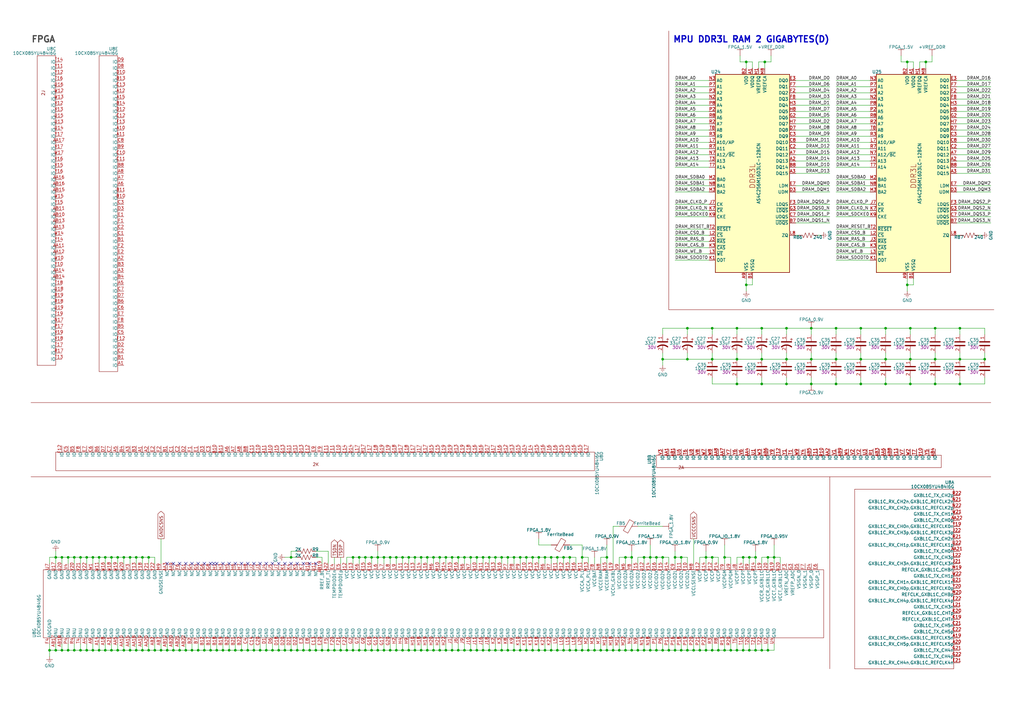
<source format=kicad_sch>
(kicad_sch (version 20230819) (generator eeschema)
  (paper "A3")
  (lib_symbols
    (symbol "10CX085YU484I6G_1" (pin_names (offset 0.002))
      (property "Reference" "U" (at 2.286 6.096 0))
      (property "Value" "10CX085YU484I6G" (at 2.286 4.318 0))
      (symbol "10CX085YU484I6G_1_1_0"
        (pin unspecified line (at 0 -58.42 0) (length 2.54) (name "GXBL1C_RX_CH5n,GXBL1C_REFCLK5n") (number "A19"))
        (pin unspecified line (at 0 -60.96 0) (length 2.54) (name "GXBL1C_RX_CH5p,GXBL1C_REFCLK5p") (number "A20"))
        (pin unspecified line (at 0 -22.86 0) (length 2.54) (name "GXBL1C_TX_CH0n") (number "AA21"))
        (pin unspecified line (at 0 -10.16 0) (length 2.54) (name "GXBL1C_TX_CH0p") (number "AA22"))
        (pin unspecified line (at 0 -53.34 0) (length 2.54) (name "GXBL1C_TX_CH5n") (number "C21"))
        (pin unspecified line (at 0 -55.88 0) (length 2.54) (name "GXBL1C_TX_CH5p") (number "C22"))
        (pin unspecified line (at 0 -68.58 0) (length 2.54) (name "GXBL1C_RX_CH4n,GXBL1C_REFCLK4n") (number "E21"))
        (pin unspecified line (at 0 -43.18 0) (length 2.54) (name "GXBL1C_RX_CH4p,GXBL1C_REFCLK4p") (number "E22"))
        (pin unspecified line (at 0 -63.5 0) (length 2.54) (name "GXBL1C_TX_CH4n") (number "G21"))
        (pin unspecified line (at 0 -66.04 0) (length 2.54) (name "GXBL1C_TX_CH4p") (number "G22"))
        (pin unspecified line (at 0 -27.94 0) (length 2.54) (name "GXBL1C_RX_CH3n,GXBL1C_REFCLK3n") (number "J21"))
        (pin unspecified line (at 0 -15.24 0) (length 2.54) (name "GXBL1C_RX_CH3p,GXBL1C_REFCLK3p") (number "J22"))
        (pin unspecified line (at 0 -50.8 0) (length 2.54) (name "REFCLK_GXBL1C_CHTn") (number "K19"))
        (pin unspecified line (at 0 -48.26 0) (length 2.54) (name "REFCLK_GXBL1C_CHTp") (number "K20"))
        (pin unspecified line (at 0 -45.72 0) (length 2.54) (name "GXBL1C_TX_CH3n") (number "L21"))
        (pin unspecified line (at 0 -25.4 0) (length 2.54) (name "GXBL1C_TX_CH3p") (number "L22"))
        (pin unspecified line (at 0 -30.48 0) (length 2.54) (name "REFCLK_GXBL1C_CHBn") (number "M19"))
        (pin unspecified line (at 0 -40.64 0) (length 2.54) (name "REFCLK_GXBL1C_CHBp") (number "M20"))
        (pin unspecified line (at 0 -2.54 0) (length 2.54) (name "GXBL1C_RX_CH2n,GXBL1C_REFCLK2n") (number "N21"))
        (pin unspecified line (at 0 -5.08 0) (length 2.54) (name "GXBL1C_RX_CH2p,GXBL1C_REFCLK2p") (number "N22"))
        (pin unspecified line (at 0 -17.78 0) (length 2.54) (name "GXBL1C_TX_CH2n") (number "R21"))
        (pin unspecified line (at 0 0 0) (length 2.54) (name "GXBL1C_TX_CH2p") (number "R22"))
        (pin unspecified line (at 0 -35.56 0) (length 2.54) (name "GXBL1C_RX_CH1n,GXBL1C_REFCLK1n") (number "U21"))
        (pin unspecified line (at 0 -20.32 0) (length 2.54) (name "GXBL1C_RX_CH1p,GXBL1C_REFCLK1p") (number "U22"))
        (pin unspecified line (at 0 -7.62 0) (length 2.54) (name "GXBL1C_TX_CH1n") (number "W21"))
        (pin unspecified line (at 0 -33.02 0) (length 2.54) (name "GXBL1C_TX_CH1p") (number "W22"))
        (pin unspecified line (at 0 -12.7 0) (length 2.54) (name "GXBL1C_RX_CH0n,GXBL1C_REFCLK0n") (number "Y19"))
        (pin unspecified line (at 0 -38.1 0) (length 2.54) (name "GXBL1C_RX_CH0p,GXBL1C_REFCLK0p") (number "Y20"))
      )
      (symbol "10CX085YU484I6G_1_2_0"
        (pin unspecified line (at 0 -2.54 0) (length 2.54) (name "IO") (number "AA1"))
        (pin unspecified line (at 0 -68.58 0) (length 2.54) (name "IO") (number "AA2"))
        (pin unspecified line (at 0 -35.56 0) (length 2.54) (name "IO") (number "AA4"))
        (pin unspecified line (at 0 -91.44 0) (length 2.54) (name "IO") (number "AA6"))
        (pin unspecified line (at 0 -25.4 0) (length 2.54) (name "IO") (number "AA7"))
        (pin unspecified line (at 0 -22.86 0) (length 2.54) (name "IO") (number "AA8"))
        (pin unspecified line (at 0 -5.08 0) (length 2.54) (name "IO") (number "AB1"))
        (pin unspecified line (at 0 -88.9 0) (length 2.54) (name "IO") (number "AB3"))
        (pin unspecified line (at 0 -111.76 0) (length 2.54) (name "IO") (number "AB4"))
        (pin unspecified line (at 0 -60.96 0) (length 2.54) (name "IO") (number "AB5"))
        (pin unspecified line (at 0 -43.18 0) (length 2.54) (name "IO") (number "AB6"))
        (pin unspecified line (at 0 -93.98 0) (length 2.54) (name "IO") (number "AB8"))
        (pin unspecified line (at 0 -73.66 0) (length 2.54) (name "IO") (number "AB9"))
        (pin unspecified line (at 0 -86.36 0) (length 2.54) (name "IO") (number "R1"))
        (pin unspecified line (at 0 -66.04 0) (length 2.54) (name "IO") (number "R10"))
        (pin unspecified line (at 0 -53.34 0) (length 2.54) (name "IO") (number "T1"))
        (pin unspecified line (at 0 -63.5 0) (length 2.54) (name "IO") (number "T11"))
        (pin unspecified line (at 0 -48.26 0) (length 2.54) (name "IO") (number "T12"))
        (pin unspecified line (at 0 -10.16 0) (length 2.54) (name "IO") (number "T6"))
        (pin unspecified line (at 0 -104.14 0) (length 2.54) (name "IO") (number "T7"))
        (pin unspecified line (at 0 -38.1 0) (length 2.54) (name "IO") (number "U1"))
        (pin unspecified line (at 0 -83.82 0) (length 2.54) (name "IO") (number "U3"))
        (pin unspecified line (at 0 -7.62 0) (length 2.54) (name "IO") (number "U6"))
        (pin unspecified line (at 0 -12.7 0) (length 2.54) (name "IO") (number "U8"))
        (pin unspecified line (at 0 -71.12 0) (length 2.54) (name "IO") (number "V1"))
        (pin unspecified line (at 0 -106.68 0) (length 2.54) (name "IO") (number "V10"))
        (pin unspecified line (at 0 -96.52 0) (length 2.54) (name "IO") (number "V11"))
        (pin unspecified line (at 0 -78.74 0) (length 2.54) (name "IO") (number "V2"))
        (pin unspecified line (at 0 0 0) (length 2.54) (name "IO") (number "V3"))
        (pin unspecified line (at 0 -33.02 0) (length 2.54) (name "IO") (number "V6"))
        (pin unspecified line (at 0 -99.06 0) (length 2.54) (name "IO") (number "V7"))
        (pin unspecified line (at 0 -15.24 0) (length 2.54) (name "IO") (number "V8"))
        (pin unspecified line (at 0 -101.6 0) (length 2.54) (name "IO") (number "W2"))
        (pin unspecified line (at 0 -40.64 0) (length 2.54) (name "IO") (number "W3"))
        (pin unspecified line (at 0 -76.2 0) (length 2.54) (name "IO") (number "W4"))
        (pin unspecified line (at 0 -17.78 0) (length 2.54) (name "IO") (number "W7"))
        (pin unspecified line (at 0 -20.32 0) (length 2.54) (name "IO") (number "W8"))
        (pin unspecified line (at 0 -55.88 0) (length 2.54) (name "IO") (number "W9"))
        (pin unspecified line (at 0 -50.8 0) (length 2.54) (name "IO") (number "Y1"))
        (pin unspecified line (at 0 -81.28 0) (length 2.54) (name "IO") (number "Y2"))
        (pin unspecified line (at 0 -58.42 0) (length 2.54) (name "IO") (number "Y4"))
        (pin unspecified line (at 0 -109.22 0) (length 2.54) (name "IO") (number "Y5"))
        (pin unspecified line (at 0 -30.48 0) (length 2.54) (name "IO") (number "Y6"))
        (pin unspecified line (at 0 -27.94 0) (length 2.54) (name "IO") (number "Y7"))
        (pin unspecified line (at 0 -45.72 0) (length 2.54) (name "IO") (number "Y9"))
      )
      (symbol "10CX085YU484I6G_1_2_1"
        (text "2A" (at 7.62 -7.62 900) (effects (font (size 1.27 1.27))))
      )
      (symbol "10CX085YU484I6G_1_3_0"
        (pin unspecified line (at 0 -76.2 0) (length 2.54) (name "IO") (number "AA11"))
        (pin unspecified line (at 0 -78.74 0) (length 2.54) (name "IO") (number "AA12"))
        (pin unspecified line (at 0 -68.58 0) (length 2.54) (name "IO") (number "AA13"))
        (pin unspecified line (at 0 -86.36 0) (length 2.54) (name "IO") (number "AA14"))
        (pin unspecified line (at 0 -48.26 0) (length 2.54) (name "IO") (number "AA16"))
        (pin unspecified line (at 0 -33.02 0) (length 2.54) (name "IO") (number "AA17"))
        (pin unspecified line (at 0 -63.5 0) (length 2.54) (name "IO") (number "AB10"))
        (pin unspecified line (at 0 -60.96 0) (length 2.54) (name "IO") (number "AB11"))
        (pin unspecified line (at 0 -66.04 0) (length 2.54) (name "IO") (number "AB13"))
        (pin unspecified line (at 0 -88.9 0) (length 2.54) (name "IO") (number "AB14"))
        (pin unspecified line (at 0 -53.34 0) (length 2.54) (name "IO") (number "AB15"))
        (pin unspecified line (at 0 -50.8 0) (length 2.54) (name "IO") (number "AB16"))
        (pin unspecified line (at 0 -106.68 0) (length 2.54) (name "IO") (number "N17"))
        (pin unspecified line (at 0 -109.22 0) (length 2.54) (name "IO") (number "P17"))
        (pin unspecified line (at 0 -119.38 0) (length 2.54) (name "IO") (number "R17"))
        (pin unspecified line (at 0 -99.06 0) (length 2.54) (name "IO") (number "R18"))
        (pin unspecified line (at 0 -96.52 0) (length 2.54) (name "IO") (number "R19"))
        (pin unspecified line (at 0 -121.92 0) (length 2.54) (name "IO") (number "T13"))
        (pin unspecified line (at 0 0 0) (length 2.54) (name "IO") (number "T14"))
        (pin unspecified line (at 0 -7.62 0) (length 2.54) (name "IO") (number "T16"))
        (pin unspecified line (at 0 -116.84 0) (length 2.54) (name "IO") (number "T17"))
        (pin unspecified line (at 0 -91.44 0) (length 2.54) (name "IO") (number "T18"))
        (pin unspecified line (at 0 -104.14 0) (length 2.54) (name "IO") (number "T19"))
        (pin unspecified line (at 0 -25.4 0) (length 2.54) (name "IO") (number "U13"))
        (pin unspecified line (at 0 -27.94 0) (length 2.54) (name "IO") (number "U14"))
        (pin unspecified line (at 0 -22.86 0) (length 2.54) (name "IO") (number "U15"))
        (pin unspecified line (at 0 -10.16 0) (length 2.54) (name "IO") (number "U16"))
        (pin unspecified line (at 0 -93.98 0) (length 2.54) (name "IO") (number "U18"))
        (pin unspecified line (at 0 -101.6 0) (length 2.54) (name "IO") (number "U19"))
        (pin unspecified line (at 0 -17.78 0) (length 2.54) (name "IO") (number "V12"))
        (pin unspecified line (at 0 -20.32 0) (length 2.54) (name "IO") (number "V13"))
        (pin unspecified line (at 0 -43.18 0) (length 2.54) (name "IO") (number "V15"))
        (pin unspecified line (at 0 -40.64 0) (length 2.54) (name "IO") (number "V16"))
        (pin unspecified line (at 0 -35.56 0) (length 2.54) (name "IO") (number "V17"))
        (pin unspecified line (at 0 -114.3 0) (length 2.54) (name "IO") (number "V18"))
        (pin unspecified line (at 0 -111.76 0) (length 2.54) (name "IO") (number "V19"))
        (pin unspecified line (at 0 -81.28 0) (length 2.54) (name "IO") (number "W10"))
        (pin unspecified line (at 0 -12.7 0) (length 2.54) (name "IO") (number "W12"))
        (pin unspecified line (at 0 -15.24 0) (length 2.54) (name "IO") (number "W13"))
        (pin unspecified line (at 0 -71.12 0) (length 2.54) (name "IO") (number "W14"))
        (pin unspecified line (at 0 -55.88 0) (length 2.54) (name "IO") (number "W15"))
        (pin unspecified line (at 0 -38.1 0) (length 2.54) (name "IO") (number "W17"))
        (pin unspecified line (at 0 -83.82 0) (length 2.54) (name "IO") (number "Y10"))
        (pin unspecified line (at 0 -2.54 0) (length 2.54) (name "IO") (number "Y11"))
        (pin unspecified line (at 0 -5.08 0) (length 2.54) (name "IO") (number "Y12"))
        (pin unspecified line (at 0 -73.66 0) (length 2.54) (name "IO") (number "Y14"))
        (pin unspecified line (at 0 -58.42 0) (length 2.54) (name "IO") (number "Y15"))
        (pin unspecified line (at 0 -45.72 0) (length 2.54) (name "IO") (number "Y16"))
        (pin unspecified line (at 0 -30.48 0) (length 2.54) (name "IO") (number "Y17"))
      )
      (symbol "10CX085YU484I6G_1_3_1"
        (text "2J" (at 7.62 -12.7 900) (effects (font (size 1.27 1.27))))
      )
      (symbol "10CX085YU484I6G_1_4_0"
        (pin unspecified line (at 0 -182.88 0) (length 2.54) (name "IO") (number "A1"))
        (pin unspecified line (at 0 -129.54 0) (length 2.54) (name "IO") (number "A10"))
        (pin unspecified line (at 0 -132.08 0) (length 2.54) (name "IO") (number "A11"))
        (pin unspecified line (at 0 -35.56 0) (length 2.54) (name "IO") (number "A16"))
        (pin unspecified line (at 0 -38.1 0) (length 2.54) (name "IO") (number "A17"))
        (pin unspecified line (at 0 -180.34 0) (length 2.54) (name "IO") (number "A2"))
        (pin unspecified line (at 0 -187.96 0) (length 2.54) (name "IO") (number "A3"))
        (pin unspecified line (at 0 -193.04 0) (length 2.54) (name "IO") (number "A5"))
        (pin unspecified line (at 0 -147.32 0) (length 2.54) (name "IO") (number "A6"))
        (pin unspecified line (at 0 -144.78 0) (length 2.54) (name "IO") (number "A7"))
        (pin unspecified line (at 0 -142.24 0) (length 2.54) (name "IO") (number "A8"))
        (pin unspecified line (at 0 -172.72 0) (length 2.54) (name "IO") (number "B1"))
        (pin unspecified line (at 0 -152.4 0) (length 2.54) (name "IO") (number "B10"))
        (pin unspecified line (at 0 -149.86 0) (length 2.54) (name "IO") (number "B11"))
        (pin unspecified line (at 0 -63.5 0) (length 2.54) (name "IO") (number "B15"))
        (pin unspecified line (at 0 -43.18 0) (length 2.54) (name "IO") (number "B16"))
        (pin unspecified line (at 0 -185.42 0) (length 2.54) (name "IO") (number "B3"))
        (pin unspecified line (at 0 -190.5 0) (length 2.54) (name "IO") (number "B4"))
        (pin unspecified line (at 0 -210.82 0) (length 2.54) (name "IO") (number "B5"))
        (pin unspecified line (at 0 -200.66 0) (length 2.54) (name "IO") (number "B6"))
        (pin unspecified line (at 0 -139.7 0) (length 2.54) (name "IO") (number "B8"))
        (pin unspecified line (at 0 -170.18 0) (length 2.54) (name "IO") (number "C1"))
        (pin unspecified line (at 0 -134.62 0) (length 2.54) (name "IO") (number "C10"))
        (pin unspecified line (at 0 -137.16 0) (length 2.54) (name "IO") (number "C11"))
        (pin unspecified line (at 0 -60.96 0) (length 2.54) (name "IO") (number "C15"))
        (pin unspecified line (at 0 -45.72 0) (length 2.54) (name "IO") (number "C16"))
        (pin unspecified line (at 0 0 0) (length 2.54) (name "IO") (number "C17"))
        (pin unspecified line (at 0 -48.26 0) (length 2.54) (name "IO") (number "C18"))
        (pin unspecified line (at 0 -50.8 0) (length 2.54) (name "IO") (number "C19"))
        (pin unspecified line (at 0 -167.64 0) (length 2.54) (name "IO") (number "C2"))
        (pin unspecified line (at 0 -154.94 0) (length 2.54) (name "IO") (number "C3"))
        (pin unspecified line (at 0 -213.36 0) (length 2.54) (name "IO") (number "C5"))
        (pin unspecified line (at 0 -203.2 0) (length 2.54) (name "IO") (number "C6"))
        (pin unspecified line (at 0 -195.58 0) (length 2.54) (name "IO") (number "C7"))
        (pin unspecified line (at 0 -116.84 0) (length 2.54) (name "IO") (number "D13"))
        (pin unspecified line (at 0 -96.52 0) (length 2.54) (name "IO") (number "D14"))
        (pin unspecified line (at 0 -10.16 0) (length 2.54) (name "IO") (number "D15"))
        (pin unspecified line (at 0 -40.64 0) (length 2.54) (name "IO") (number "D17"))
        (pin unspecified line (at 0 -55.88 0) (length 2.54) (name "IO") (number "D19"))
        (pin unspecified line (at 0 -165.1 0) (length 2.54) (name "IO") (number "D2"))
        (pin unspecified line (at 0 -157.48 0) (length 2.54) (name "IO") (number "D3"))
        (pin unspecified line (at 0 -198.12 0) (length 2.54) (name "IO") (number "D7"))
        (pin unspecified line (at 0 -160.02 0) (length 2.54) (name "IO") (number "E1"))
        (pin unspecified line (at 0 -101.6 0) (length 2.54) (name "IO") (number "E10"))
        (pin unspecified line (at 0 -106.68 0) (length 2.54) (name "IO") (number "E11"))
        (pin unspecified line (at 0 -114.3 0) (length 2.54) (name "IO") (number "E12"))
        (pin unspecified line (at 0 -99.06 0) (length 2.54) (name "IO") (number "E14"))
        (pin unspecified line (at 0 -7.62 0) (length 2.54) (name "IO") (number "E15"))
        (pin unspecified line (at 0 -12.7 0) (length 2.54) (name "IO") (number "E16"))
        (pin unspecified line (at 0 -71.12 0) (length 2.54) (name "IO") (number "E17"))
        (pin unspecified line (at 0 -73.66 0) (length 2.54) (name "IO") (number "E18"))
        (pin unspecified line (at 0 -58.42 0) (length 2.54) (name "IO") (number "E19"))
        (pin unspecified line (at 0 -177.8 0) (length 2.54) (name "IO") (number "E2"))
        (pin unspecified line (at 0 -205.74 0) (length 2.54) (name "IO") (number "E7"))
        (pin unspecified line (at 0 -111.76 0) (length 2.54) (name "IO") (number "E9"))
        (pin unspecified line (at 0 -162.56 0) (length 2.54) (name "IO") (number "F1"))
        (pin unspecified line (at 0 -104.14 0) (length 2.54) (name "IO") (number "F11"))
        (pin unspecified line (at 0 -215.9 0) (length 2.54) (name "IO") (number "F12"))
        (pin unspecified line (at 0 -22.86 0) (length 2.54) (name "IO") (number "F14"))
        (pin unspecified line (at 0 -15.24 0) (length 2.54) (name "IO") (number "F16"))
        (pin unspecified line (at 0 -88.9 0) (length 2.54) (name "IO") (number "F17"))
        (pin unspecified line (at 0 -86.36 0) (length 2.54) (name "IO") (number "F18"))
        (pin unspecified line (at 0 -81.28 0) (length 2.54) (name "IO") (number "F19"))
        (pin unspecified line (at 0 -175.26 0) (length 2.54) (name "IO") (number "F2"))
        (pin unspecified line (at 0 -208.28 0) (length 2.54) (name "IO") (number "F8"))
        (pin unspecified line (at 0 -109.22 0) (length 2.54) (name "IO") (number "F9"))
        (pin unspecified line (at 0 -121.92 0) (length 2.54) (name "IO") (number "G11"))
        (pin unspecified line (at 0 -124.46 0) (length 2.54) (name "IO") (number "G13"))
        (pin unspecified line (at 0 -25.4 0) (length 2.54) (name "IO") (number "G14"))
        (pin unspecified line (at 0 -27.94 0) (length 2.54) (name "IO") (number "G15"))
        (pin unspecified line (at 0 -2.54 0) (length 2.54) (name "IO") (number "G15"))
        (pin unspecified line (at 0 -5.08 0) (length 2.54) (name "IO") (number "G16"))
        (pin unspecified line (at 0 -78.74 0) (length 2.54) (name "IO") (number "G18"))
        (pin unspecified line (at 0 -83.82 0) (length 2.54) (name "IO") (number "G19"))
        (pin unspecified line (at 0 -119.38 0) (length 2.54) (name "IO") (number "H11"))
        (pin unspecified line (at 0 -33.02 0) (length 2.54) (name "IO") (number "H12"))
        (pin unspecified line (at 0 -53.34 0) (length 2.54) (name "IO") (number "H13"))
        (pin unspecified line (at 0 -30.48 0) (length 2.54) (name "IO") (number "H13"))
        (pin unspecified line (at 0 -20.32 0) (length 2.54) (name "IO") (number "H15"))
        (pin unspecified line (at 0 -17.78 0) (length 2.54) (name "IO") (number "H16"))
        (pin unspecified line (at 0 -76.2 0) (length 2.54) (name "IO") (number "H17"))
        (pin unspecified line (at 0 -127 0) (length 2.54) (name "IO") (number "J15"))
        (pin unspecified line (at 0 -68.58 0) (length 2.54) (name "IO") (number "J17"))
        (pin unspecified line (at 0 -66.04 0) (length 2.54) (name "IO") (number "K17"))
        (pin unspecified line (at 0 -93.98 0) (length 2.54) (name "IO") (number "L17"))
        (pin unspecified line (at 0 -91.44 0) (length 2.54) (name "IO") (number "M17"))
      )
      (symbol "10CX085YU484I6G_1_4_1"
        (text "2K" (at 7.62 -111.76 900) (effects (font (size 1.27 1.27))))
      )
      (symbol "10CX085YU484I6G_1_5_0"
        (pin unspecified line (at 0 -124.46 0) (length 2.54) (name "IO") (number "A1"))
        (pin unspecified line (at 0 -27.94 0) (length 2.54) (name "IO") (number "A10"))
        (pin unspecified line (at 0 -30.48 0) (length 2.54) (name "IO") (number "A11"))
        (pin unspecified line (at 0 -12.7 0) (length 2.54) (name "IO") (number "A12"))
        (pin unspecified line (at 0 -15.24 0) (length 2.54) (name "IO") (number "A15"))
        (pin unspecified line (at 0 -81.28 0) (length 2.54) (name "IO") (number "A2"))
        (pin unspecified line (at 0 -86.36 0) (length 2.54) (name "IO") (number "A3"))
        (pin unspecified line (at 0 -91.44 0) (length 2.54) (name "IO") (number "A5"))
        (pin unspecified line (at 0 -50.8 0) (length 2.54) (name "IO") (number "A6"))
        (pin unspecified line (at 0 -48.26 0) (length 2.54) (name "IO") (number "A7"))
        (pin unspecified line (at 0 -45.72 0) (length 2.54) (name "IO") (number "A8"))
        (pin unspecified line (at 0 -121.92 0) (length 2.54) (name "IO") (number "B1"))
        (pin unspecified line (at 0 -73.66 0) (length 2.54) (name "IO") (number "B1"))
        (pin unspecified line (at 0 -55.88 0) (length 2.54) (name "IO") (number "B10"))
        (pin unspecified line (at 0 -53.34 0) (length 2.54) (name "IO") (number "B11"))
        (pin unspecified line (at 0 -7.62 0) (length 2.54) (name "IO") (number "B13"))
        (pin unspecified line (at 0 -17.78 0) (length 2.54) (name "IO") (number "B14"))
        (pin unspecified line (at 0 -83.82 0) (length 2.54) (name "IO") (number "B3"))
        (pin unspecified line (at 0 -88.9 0) (length 2.54) (name "IO") (number "B4"))
        (pin unspecified line (at 0 -109.22 0) (length 2.54) (name "IO") (number "B5"))
        (pin unspecified line (at 0 -99.06 0) (length 2.54) (name "IO") (number "B6"))
        (pin unspecified line (at 0 -43.18 0) (length 2.54) (name "IO") (number "B8"))
        (pin unspecified line (at 0 -35.56 0) (length 2.54) (name "IO") (number "B9"))
        (pin unspecified line (at 0 -71.12 0) (length 2.54) (name "IO") (number "C1"))
        (pin unspecified line (at 0 -38.1 0) (length 2.54) (name "IO") (number "C10"))
        (pin unspecified line (at 0 -40.64 0) (length 2.54) (name "IO") (number "C11"))
        (pin unspecified line (at 0 -22.86 0) (length 2.54) (name "IO") (number "C12"))
        (pin unspecified line (at 0 -10.16 0) (length 2.54) (name "IO") (number "C13"))
        (pin unspecified line (at 0 -119.38 0) (length 2.54) (name "IO") (number "C2"))
        (pin unspecified line (at 0 -68.58 0) (length 2.54) (name "IO") (number "C2"))
        (pin unspecified line (at 0 -58.42 0) (length 2.54) (name "IO") (number "C3"))
        (pin unspecified line (at 0 -111.76 0) (length 2.54) (name "IO") (number "C5"))
        (pin unspecified line (at 0 -101.6 0) (length 2.54) (name "IO") (number "C6"))
        (pin unspecified line (at 0 -93.98 0) (length 2.54) (name "IO") (number "C7"))
        (pin unspecified line (at 0 -33.02 0) (length 2.54) (name "IO") (number "C8"))
        (pin unspecified line (at 0 -5.08 0) (length 2.54) (name "IO") (number "D10"))
        (pin unspecified line (at 0 -20.32 0) (length 2.54) (name "IO") (number "D12"))
        (pin unspecified line (at 0 -116.84 0) (length 2.54) (name "IO") (number "D2"))
        (pin unspecified line (at 0 -60.96 0) (length 2.54) (name "IO") (number "D3"))
        (pin unspecified line (at 0 -96.52 0) (length 2.54) (name "IO") (number "D7"))
        (pin unspecified line (at 0 -2.54 0) (length 2.54) (name "IO") (number "D8"))
        (pin unspecified line (at 0 0 0) (length 2.54) (name "IO") (number "D9"))
        (pin unspecified line (at 0 -63.5 0) (length 2.54) (name "IO") (number "E1"))
        (pin unspecified line (at 0 -78.74 0) (length 2.54) (name "IO") (number "E2"))
        (pin unspecified line (at 0 -104.14 0) (length 2.54) (name "IO") (number "E7"))
        (pin unspecified line (at 0 -66.04 0) (length 2.54) (name "IO") (number "F1"))
        (pin unspecified line (at 0 -114.3 0) (length 2.54) (name "IO") (number "F12"))
        (pin unspecified line (at 0 -25.4 0) (length 2.54) (name "IO") (number "F13"))
        (pin unspecified line (at 0 -76.2 0) (length 2.54) (name "IO") (number "F2"))
        (pin unspecified line (at 0 -106.68 0) (length 2.54) (name "IO") (number "F8"))
      )
      (symbol "10CX085YU484I6G_1_6_0"
        (pin unspecified line (at 0 -22.86 0) (length 2.54) (name "nSTATUS") (number "L1"))
        (pin unspecified line (at 0 -38.1 0) (length 2.54) (name "nCSO2") (number "L2"))
        (pin unspecified line (at 0 -2.54 0) (length 2.54) (name "TMS") (number "L3"))
        (pin unspecified line (at 0 -5.08 0) (length 2.54) (name "TRST") (number "L4"))
        (pin unspecified line (at 0 -25.4 0) (length 2.54) (name "CONF_DONE") (number "M1"))
        (pin unspecified line (at 0 -10.16 0) (length 2.54) (name "TDI") (number "M4"))
        (pin unspecified line (at 0 0 0) (length 2.54) (name "TDO") (number "M5"))
        (pin unspecified line (at 0 -35.56 0) (length 2.54) (name "nCSO1") (number "N1"))
        (pin unspecified line (at 0 -43.18 0) (length 2.54) (name "AS_DATA1") (number "N2"))
        (pin unspecified line (at 0 -15.24 0) (length 2.54) (name "MSEL1") (number "N3"))
        (pin unspecified line (at 0 -17.78 0) (length 2.54) (name "MSEL2") (number "N5"))
        (pin unspecified line (at 0 -45.72 0) (length 2.54) (name "AS_DATA2") (number "P2"))
        (pin unspecified line (at 0 -12.7 0) (length 2.54) (name "MSEL0") (number "P3"))
        (pin unspecified line (at 0 -7.62 0) (length 2.54) (name "TCK") (number "P5"))
        (pin unspecified line (at 0 -40.64 0) (length 2.54) (name "AS_DATA0,ASDO") (number "R2"))
        (pin unspecified line (at 0 -30.48 0) (length 2.54) (name "nCE") (number "R5"))
        (pin unspecified line (at 0 -50.8 0) (length 2.54) (name "DCLK") (number "T2"))
        (pin unspecified line (at 0 -20.32 0) (length 2.54) (name "nIO_PULLUP") (number "T3"))
        (pin unspecified line (at 0 -27.94 0) (length 2.54) (name "nCONFIG") (number "U5"))
        (pin unspecified line (at 0 -48.26 0) (length 2.54) (name "AS_DATA3") (number "V5"))
        (pin unspecified line (at 0 -33.02 0) (length 2.54) (name "nCSO0") (number "W5"))
      )
      (symbol "10CX085YU484I6G_1_7_0"
        (pin unspecified line (at 0 -22.86 0) (length 2.54) (name "GND") (number "A14"))
        (pin unspecified line (at 0 -25.4 0) (length 2.54) (name "GND") (number "A18"))
        (pin unspecified line (at 0 -27.94 0) (length 2.54) (name "GND") (number "A21"))
        (pin unspecified line (at 33.02 -116.84 180) (length 2.54) (name "RREF_TL") (number "A22"))
        (pin unspecified line (at 0 -17.78 0) (length 2.54) (name "GND") (number "A4"))
        (pin unspecified line (at 0 -20.32 0) (length 2.54) (name "GND") (number "A9"))
        (pin unspecified line (at 0 -33.02 0) (length 2.54) (name "GND") (number "AA10"))
        (pin unspecified line (at 0 -35.56 0) (length 2.54) (name "GND") (number "AA15"))
        (pin unspecified line (at 0 -38.1 0) (length 2.54) (name "GND") (number "AA18"))
        (pin unspecified line (at 0 -40.64 0) (length 2.54) (name "GND") (number "AA19"))
        (pin unspecified line (at 0 -43.18 0) (length 2.54) (name "GND") (number "AA20"))
        (pin unspecified line (at 33.02 -50.8 180) (length 2.54) (name "NC") (number "AA3"))
        (pin unspecified line (at 0 -30.48 0) (length 2.54) (name "GND") (number "AA5"))
        (pin unspecified line (at 33.02 -53.34 180) (length 2.54) (name "NC") (number "AA9"))
        (pin unspecified line (at 0 -50.8 0) (length 2.54) (name "GND") (number "AB12"))
        (pin unspecified line (at 0 -5.08 0) (length 2.54) (name "DNU") (number "AB17"))
        (pin unspecified line (at 0 -7.62 0) (length 2.54) (name "DNU") (number "AB18"))
        (pin unspecified line (at 33.02 -114.3 180) (length 2.54) (name "RREF_BL") (number "AB19"))
        (pin unspecified line (at 0 -45.72 0) (length 2.54) (name "GND") (number "AB2"))
        (pin unspecified line (at 0 -53.34 0) (length 2.54) (name "GND") (number "AB20"))
        (pin unspecified line (at 0 -55.88 0) (length 2.54) (name "GND") (number "AB21"))
        (pin unspecified line (at 0 -58.42 0) (length 2.54) (name "GND") (number "AB22"))
        (pin unspecified line (at 0 -48.26 0) (length 2.54) (name "GND") (number "AB7"))
        (pin unspecified line (at 0 -66.04 0) (length 2.54) (name "GND") (number "B12"))
        (pin unspecified line (at 0 -68.58 0) (length 2.54) (name "GND") (number "B17"))
        (pin unspecified line (at 0 -71.12 0) (length 2.54) (name "GND") (number "B18"))
        (pin unspecified line (at 0 -73.66 0) (length 2.54) (name "GND") (number "B19"))
        (pin unspecified line (at 0 -60.96 0) (length 2.54) (name "GND") (number "B2"))
        (pin unspecified line (at 0 -76.2 0) (length 2.54) (name "GND") (number "B20"))
        (pin unspecified line (at 0 -78.74 0) (length 2.54) (name "GND") (number "B21"))
        (pin unspecified line (at 0 -81.28 0) (length 2.54) (name "GND") (number "B22"))
        (pin unspecified line (at 0 -63.5 0) (length 2.54) (name "GND") (number "B7"))
        (pin unspecified line (at 0 -86.36 0) (length 2.54) (name "GND") (number "C14"))
        (pin unspecified line (at 0 -88.9 0) (length 2.54) (name "GND") (number "C20"))
        (pin unspecified line (at 0 -83.82 0) (length 2.54) (name "GND") (number "C4"))
        (pin unspecified line (at 33.02 -259.08 180) (length 2.54) (name "VCCIO2L") (number "C9"))
        (pin unspecified line (at 0 -91.44 0) (length 2.54) (name "GND") (number "D1"))
        (pin unspecified line (at 33.02 -261.62 180) (length 2.54) (name "VCCIO2L") (number "D11"))
        (pin unspecified line (at 33.02 -251.46 180) (length 2.54) (name "VCCIO2K") (number "D16"))
        (pin unspecified line (at 0 -96.52 0) (length 2.54) (name "GND") (number "D18"))
        (pin unspecified line (at 0 -99.06 0) (length 2.54) (name "GND") (number "D20"))
        (pin unspecified line (at 0 -101.6 0) (length 2.54) (name "GND") (number "D21"))
        (pin unspecified line (at 0 -104.14 0) (length 2.54) (name "GND") (number "D22"))
        (pin unspecified line (at 33.02 -314.96 180) (length 2.54) (name "VSIGP_0") (number "D4"))
        (pin unspecified line (at 33.02 -309.88 180) (length 2.54) (name "VSIGN_0") (number "D5"))
        (pin unspecified line (at 0 -93.98 0) (length 2.54) (name "GND") (number "D6"))
        (pin unspecified line (at 0 -111.76 0) (length 2.54) (name "GND") (number "E13"))
        (pin unspecified line (at 0 -114.3 0) (length 2.54) (name "GND") (number "E20"))
        (pin unspecified line (at 0 -106.68 0) (length 2.54) (name "GND") (number "E3"))
        (pin unspecified line (at 33.02 -119.38 180) (length 2.54) (name "TEMPDIODEn") (number "E4"))
        (pin unspecified line (at 33.02 -121.92 180) (length 2.54) (name "TEMPDIODEp") (number "E5"))
        (pin unspecified line (at 33.02 -317.5 180) (length 2.54) (name "VSIGP_1") (number "E6"))
        (pin unspecified line (at 0 -109.22 0) (length 2.54) (name "GND") (number "E8"))
        (pin unspecified line (at 33.02 -264.16 180) (length 2.54) (name "VCCIO2L") (number "F10"))
        (pin unspecified line (at 33.02 -254 180) (length 2.54) (name "VCCIO2K") (number "F15"))
        (pin unspecified line (at 0 -119.38 0) (length 2.54) (name "GND") (number "F20"))
        (pin unspecified line (at 0 -121.92 0) (length 2.54) (name "GND") (number "F21"))
        (pin unspecified line (at 0 -124.46 0) (length 2.54) (name "GND") (number "F22"))
        (pin unspecified line (at 33.02 -304.8 180) (length 2.54) (name "VREFN_ADC") (number "F3"))
        (pin unspecified line (at 0 -2.54 0) (length 2.54) (name "ADCGND") (number "F4"))
        (pin unspecified line (at 0 -116.84 0) (length 2.54) (name "GND") (number "F5"))
        (pin unspecified line (at 33.02 -55.88 180) (length 2.54) (name "NC") (number "F6"))
        (pin unspecified line (at 33.02 -312.42 180) (length 2.54) (name "VSIGN_1") (number "F7"))
        (pin unspecified line (at 33.02 -58.42 180) (length 2.54) (name "NC") (number "G1"))
        (pin unspecified line (at 0 -134.62 0) (length 2.54) (name "GND") (number "G10"))
        (pin unspecified line (at 0 -137.16 0) (length 2.54) (name "GND") (number "G12"))
        (pin unspecified line (at 0 -139.7 0) (length 2.54) (name "GND") (number "G17"))
        (pin unspecified line (at 0 -127 0) (length 2.54) (name "GND") (number "G2"))
        (pin unspecified line (at 0 -142.24 0) (length 2.54) (name "GND") (number "G20"))
        (pin unspecified line (at 33.02 -307.34 180) (length 2.54) (name "VREFP_ADC") (number "G3"))
        (pin unspecified line (at 33.02 -60.96 180) (length 2.54) (name "NC") (number "G4"))
        (pin unspecified line (at 33.02 -63.5 180) (length 2.54) (name "NC") (number "G5"))
        (pin unspecified line (at 33.02 -66.04 180) (length 2.54) (name "NC") (number "G6"))
        (pin unspecified line (at 0 -129.54 0) (length 2.54) (name "GND") (number "G7"))
        (pin unspecified line (at 33.02 -68.58 180) (length 2.54) (name "NC") (number "G8"))
        (pin unspecified line (at 0 -132.08 0) (length 2.54) (name "GND") (number "G9"))
        (pin unspecified line (at 33.02 -71.12 180) (length 2.54) (name "NC") (number "H1"))
        (pin unspecified line (at 0 -152.4 0) (length 2.54) (name "GND") (number "H10"))
        (pin unspecified line (at 33.02 -256.54 180) (length 2.54) (name "VCCIO2K") (number "H14"))
        (pin unspecified line (at 0 -154.94 0) (length 2.54) (name "GND") (number "H18"))
        (pin unspecified line (at 0 -157.48 0) (length 2.54) (name "GND") (number "H19"))
        (pin unspecified line (at 0 -144.78 0) (length 2.54) (name "GND") (number "H2"))
        (pin unspecified line (at 0 -160.02 0) (length 2.54) (name "GND") (number "H20"))
        (pin unspecified line (at 0 -162.56 0) (length 2.54) (name "GND") (number "H21"))
        (pin unspecified line (at 0 -165.1 0) (length 2.54) (name "GND") (number "H22"))
        (pin unspecified line (at 33.02 -73.66 180) (length 2.54) (name "NC") (number "H3"))
        (pin unspecified line (at 0 -147.32 0) (length 2.54) (name "GND") (number "H4"))
        (pin unspecified line (at 33.02 -76.2 180) (length 2.54) (name "NC") (number "H5"))
        (pin unspecified line (at 33.02 -78.74 180) (length 2.54) (name "NC") (number "H6"))
        (pin unspecified line (at 33.02 -81.28 180) (length 2.54) (name "NC") (number "H7"))
        (pin unspecified line (at 33.02 -83.82 180) (length 2.54) (name "NC") (number "H8"))
        (pin unspecified line (at 0 -149.86 0) (length 2.54) (name "GND") (number "H9"))
        (pin unspecified line (at 0 -167.64 0) (length 2.54) (name "GND") (number "J1"))
        (pin unspecified line (at 0 -175.26 0) (length 2.54) (name "GND") (number "J10"))
        (pin unspecified line (at 0 -177.8 0) (length 2.54) (name "GND") (number "J11"))
        (pin unspecified line (at 33.02 -124.46 180) (length 2.54) (name "VCC") (number "J12"))
        (pin unspecified line (at 33.02 -127 180) (length 2.54) (name "VCC") (number "J13"))
        (pin unspecified line (at 33.02 -287.02 180) (length 2.54) (name "VCCPT") (number "J14"))
        (pin unspecified line (at 0 -180.34 0) (length 2.54) (name "GND") (number "J16"))
        (pin unspecified line (at 0 -182.88 0) (length 2.54) (name "GND") (number "J18"))
        (pin unspecified line (at 33.02 -294.64 180) (length 2.54) (name "VCCR_GXBL1C") (number "J19"))
        (pin unspecified line (at 33.02 -86.36 180) (length 2.54) (name "NC") (number "J2"))
        (pin unspecified line (at 33.02 -297.18 180) (length 2.54) (name "VCCR_GXBL1C") (number "J20"))
        (pin unspecified line (at 33.02 -88.9 180) (length 2.54) (name "NC") (number "J3"))
        (pin unspecified line (at 33.02 -91.44 180) (length 2.54) (name "NC") (number "J4"))
        (pin unspecified line (at 33.02 -93.98 180) (length 2.54) (name "NC") (number "J5"))
        (pin unspecified line (at 0 -170.18 0) (length 2.54) (name "GND") (number "J6"))
        (pin unspecified line (at 33.02 -96.52 180) (length 2.54) (name "NC") (number "J7"))
        (pin unspecified line (at 33.02 -284.48 180) (length 2.54) (name "VCCPT") (number "J8"))
        (pin unspecified line (at 0 -172.72 0) (length 2.54) (name "GND") (number "J9"))
        (pin unspecified line (at 33.02 -99.06 180) (length 2.54) (name "NC") (number "K1"))
        (pin unspecified line (at 0 -195.58 0) (length 2.54) (name "GND") (number "K10"))
        (pin unspecified line (at 0 -198.12 0) (length 2.54) (name "GND") (number "K11"))
        (pin unspecified line (at 33.02 -269.24 180) (length 2.54) (name "VCCP") (number "K12"))
        (pin unspecified line (at 0 -200.66 0) (length 2.54) (name "GND") (number "K13"))
        (pin unspecified line (at 33.02 -271.78 180) (length 2.54) (name "VCCP") (number "K14"))
        (pin unspecified line (at 33.02 -132.08 180) (length 2.54) (name "VCC") (number "K15"))
        (pin unspecified line (at 33.02 -134.62 180) (length 2.54) (name "VCC") (number "K16"))
        (pin unspecified line (at 0 -203.2 0) (length 2.54) (name "GND") (number "K18"))
        (pin unspecified line (at 0 -185.42 0) (length 2.54) (name "GND") (number "K2"))
        (pin unspecified line (at 0 -205.74 0) (length 2.54) (name "GND") (number "K21"))
        (pin unspecified line (at 0 -208.28 0) (length 2.54) (name "GND") (number "K22"))
        (pin unspecified line (at 0 -187.96 0) (length 2.54) (name "GND") (number "K3"))
        (pin unspecified line (at 33.02 -101.6 180) (length 2.54) (name "NC") (number "K4"))
        (pin unspecified line (at 33.02 -104.14 180) (length 2.54) (name "NC") (number "K5"))
        (pin unspecified line (at 33.02 -129.54 180) (length 2.54) (name "VCC") (number "K6"))
        (pin unspecified line (at 33.02 -106.68 180) (length 2.54) (name "NC") (number "K7"))
        (pin unspecified line (at 0 -190.5 0) (length 2.54) (name "GND") (number "K8"))
        (pin unspecified line (at 0 -193.04 0) (length 2.54) (name "GND") (number "K9"))
        (pin unspecified line (at 0 -213.36 0) (length 2.54) (name "GND") (number "L10"))
        (pin unspecified line (at 33.02 -147.32 180) (length 2.54) (name "VCC") (number "L11"))
        (pin unspecified line (at 33.02 -149.86 180) (length 2.54) (name "VCC") (number "L12"))
        (pin unspecified line (at 33.02 -152.4 180) (length 2.54) (name "VCC") (number "L13"))
        (pin unspecified line (at 33.02 -154.94 180) (length 2.54) (name "VCC") (number "L14"))
        (pin unspecified line (at 0 -215.9 0) (length 2.54) (name "GND") (number "L15"))
        (pin unspecified line (at 33.02 -157.48 180) (length 2.54) (name "VCC") (number "L16"))
        (pin unspecified line (at 0 -218.44 0) (length 2.54) (name "GND") (number "L18"))
        (pin unspecified line (at 33.02 -233.68 180) (length 2.54) (name "VCCH_GXBL") (number "L19"))
        (pin unspecified line (at 0 -220.98 0) (length 2.54) (name "GND") (number "L20"))
        (pin unspecified line (at 0 -210.82 0) (length 2.54) (name "GND") (number "L5"))
        (pin unspecified line (at 33.02 -137.16 180) (length 2.54) (name "VCC") (number "L6"))
        (pin unspecified line (at 33.02 -139.7 180) (length 2.54) (name "VCC") (number "L7"))
        (pin unspecified line (at 33.02 -142.24 180) (length 2.54) (name "VCC") (number "L8"))
        (pin unspecified line (at 33.02 -144.78 180) (length 2.54) (name "VCC") (number "L9"))
        (pin unspecified line (at 33.02 -162.56 180) (length 2.54) (name "VCC") (number "M10"))
        (pin unspecified line (at 33.02 -220.98 180) (length 2.54) (name "VCCA_PLL") (number "M11"))
        (pin unspecified line (at 0 -231.14 0) (length 2.54) (name "GND") (number "M12"))
        (pin unspecified line (at 33.02 -223.52 180) (length 2.54) (name "VCCA_PLL") (number "M13"))
        (pin unspecified line (at 33.02 -165.1 180) (length 2.54) (name "VCC") (number "M14"))
        (pin unspecified line (at 33.02 -167.64 180) (length 2.54) (name "VCC") (number "M15"))
        (pin unspecified line (at 33.02 -170.18 180) (length 2.54) (name "VCC") (number "M16"))
        (pin unspecified line (at 0 -233.68 0) (length 2.54) (name "GND") (number "M18"))
        (pin unspecified line (at 0 -223.52 0) (length 2.54) (name "GND") (number "M2"))
        (pin unspecified line (at 0 -236.22 0) (length 2.54) (name "GND") (number "M21"))
        (pin unspecified line (at 0 -238.76 0) (length 2.54) (name "GND") (number "M22"))
        (pin unspecified line (at 0 -226.06 0) (length 2.54) (name "GND") (number "M3"))
        (pin unspecified line (at 33.02 -160.02 180) (length 2.54) (name "VCC") (number "M6"))
        (pin unspecified line (at 0 -228.6 0) (length 2.54) (name "GND") (number "M7"))
        (pin unspecified line (at 33.02 -266.7 180) (length 2.54) (name "VCCLSENSE") (number "M8"))
        (pin unspecified line (at 33.02 -48.26 180) (length 2.54) (name "GNDSENSE") (number "M9"))
        (pin unspecified line (at 33.02 -177.8 180) (length 2.54) (name "VCC") (number "N10"))
        (pin unspecified line (at 33.02 -180.34 180) (length 2.54) (name "VCC") (number "N11"))
        (pin unspecified line (at 33.02 -182.88 180) (length 2.54) (name "VCC") (number "N12"))
        (pin unspecified line (at 33.02 -185.42 180) (length 2.54) (name "VCC") (number "N13"))
        (pin unspecified line (at 0 -246.38 0) (length 2.54) (name "GND") (number "N14"))
        (pin unspecified line (at 33.02 -231.14 180) (length 2.54) (name "VCCERAM") (number "N15"))
        (pin unspecified line (at 33.02 -187.96 180) (length 2.54) (name "VCC") (number "N16"))
        (pin unspecified line (at 0 -248.92 0) (length 2.54) (name "GND") (number "N18"))
        (pin unspecified line (at 33.02 -299.72 180) (length 2.54) (name "VCCT_GXBL1C") (number "N19"))
        (pin unspecified line (at 33.02 -302.26 180) (length 2.54) (name "VCCT_GXBL1C") (number "N20"))
        (pin unspecified line (at 0 -241.3 0) (length 2.54) (name "GND") (number "N4"))
        (pin unspecified line (at 33.02 -172.72 180) (length 2.54) (name "VCC") (number "N6"))
        (pin unspecified line (at 33.02 -175.26 180) (length 2.54) (name "VCC") (number "N7"))
        (pin unspecified line (at 33.02 -228.6 180) (length 2.54) (name "VCCERAM") (number "N8"))
        (pin unspecified line (at 0 -243.84 0) (length 2.54) (name "GND") (number "N9"))
        (pin unspecified line (at 0 -251.46 0) (length 2.54) (name "GND") (number "P1"))
        (pin unspecified line (at 33.02 -198.12 180) (length 2.54) (name "VCC") (number "P10"))
        (pin unspecified line (at 0 -256.54 0) (length 2.54) (name "GND") (number "P11"))
        (pin unspecified line (at 33.02 -274.32 180) (length 2.54) (name "VCCP") (number "P12"))
        (pin unspecified line (at 33.02 -200.66 180) (length 2.54) (name "VCC") (number "P13"))
        (pin unspecified line (at 33.02 -276.86 180) (length 2.54) (name "VCCP") (number "P14"))
        (pin unspecified line (at 33.02 -203.2 180) (length 2.54) (name "VCC") (number "P15"))
        (pin unspecified line (at 0 -259.08 0) (length 2.54) (name "GND") (number "P16"))
        (pin unspecified line (at 0 -261.62 0) (length 2.54) (name "GND") (number "P18"))
        (pin unspecified line (at 0 -264.16 0) (length 2.54) (name "GND") (number "P19"))
        (pin unspecified line (at 0 -266.7 0) (length 2.54) (name "GND") (number "P20"))
        (pin unspecified line (at 0 -269.24 0) (length 2.54) (name "GND") (number "P21"))
        (pin unspecified line (at 0 -271.78 0) (length 2.54) (name "GND") (number "P22"))
        (pin unspecified line (at 0 -10.16 0) (length 2.54) (name "DNU") (number "P4"))
        (pin unspecified line (at 0 -254 0) (length 2.54) (name "GND") (number "P6"))
        (pin unspecified line (at 33.02 -190.5 180) (length 2.54) (name "VCC") (number "P7"))
        (pin unspecified line (at 33.02 -193.04 180) (length 2.54) (name "VCC") (number "P8"))
        (pin unspecified line (at 33.02 -195.58 180) (length 2.54) (name "VCC") (number "P9"))
        (pin unspecified line (at 33.02 -210.82 180) (length 2.54) (name "VCC") (number "R11"))
        (pin unspecified line (at 33.02 -213.36 180) (length 2.54) (name "VCC") (number "R12"))
        (pin unspecified line (at 0 -279.4 0) (length 2.54) (name "GND") (number "R13"))
        (pin unspecified line (at 33.02 -292.1 180) (length 2.54) (name "VCCPT") (number "R14"))
        (pin unspecified line (at 33.02 -215.9 180) (length 2.54) (name "VCC") (number "R15"))
        (pin unspecified line (at 33.02 -218.44 180) (length 2.54) (name "VCC") (number "R16"))
        (pin unspecified line (at 0 -281.94 0) (length 2.54) (name "GND") (number "R20"))
        (pin unspecified line (at 0 -274.32 0) (length 2.54) (name "GND") (number "R3"))
        (pin unspecified line (at 0 -12.7 0) (length 2.54) (name "DNU") (number "R4"))
        (pin unspecified line (at 33.02 -205.74 180) (length 2.54) (name "VCC") (number "R6"))
        (pin unspecified line (at 33.02 -208.28 180) (length 2.54) (name "VCC") (number "R7"))
        (pin unspecified line (at 0 -276.86 0) (length 2.54) (name "GND") (number "R8"))
        (pin unspecified line (at 33.02 -289.56 180) (length 2.54) (name "VCCPT") (number "R9"))
        (pin unspecified line (at 0 -287.02 0) (length 2.54) (name "GND") (number "T10"))
        (pin unspecified line (at 33.02 -243.84 180) (length 2.54) (name "VCCIO2J") (number "T15"))
        (pin unspecified line (at 0 -289.56 0) (length 2.54) (name "GND") (number "T20"))
        (pin unspecified line (at 0 -292.1 0) (length 2.54) (name "GND") (number "T21"))
        (pin unspecified line (at 0 -294.64 0) (length 2.54) (name "GND") (number "T22"))
        (pin unspecified line (at 0 -15.24 0) (length 2.54) (name "DNU") (number "T4"))
        (pin unspecified line (at 0 -284.48 0) (length 2.54) (name "GND") (number "T5"))
        (pin unspecified line (at 33.02 -226.06 180) (length 2.54) (name "VCCBAT") (number "T8"))
        (pin unspecified line (at 33.02 -279.4 180) (length 2.54) (name "VCCPGM") (number "T9"))
        (pin unspecified line (at 33.02 -109.22 180) (length 2.54) (name "NC") (number "U10"))
        (pin unspecified line (at 33.02 -111.76 180) (length 2.54) (name "NC") (number "U11"))
        (pin unspecified line (at 33.02 -246.38 180) (length 2.54) (name "VCCIO2J") (number "U12"))
        (pin unspecified line (at 33.02 -5.08 180) (length 2.54) (name "GND") (number "U17"))
        (pin unspecified line (at 0 -297.18 0) (length 2.54) (name "GND") (number "U2"))
        (pin unspecified line (at 33.02 -7.62 180) (length 2.54) (name "GND") (number "U20"))
        (pin unspecified line (at 0 -299.72 0) (length 2.54) (name "GND") (number "U4"))
        (pin unspecified line (at 33.02 -2.54 180) (length 2.54) (name "GND") (number "U7"))
        (pin unspecified line (at 33.02 -281.94 180) (length 2.54) (name "VCCPGM") (number "U9"))
        (pin unspecified line (at 33.02 -248.92 180) (length 2.54) (name "VCCIO2J") (number "V14"))
        (pin unspecified line (at 33.02 -12.7 180) (length 2.54) (name "GND") (number "V20"))
        (pin unspecified line (at 33.02 -15.24 180) (length 2.54) (name "GND") (number "V21"))
        (pin unspecified line (at 33.02 -17.78 180) (length 2.54) (name "GND") (number "V22"))
        (pin unspecified line (at 33.02 -10.16 180) (length 2.54) (name "GND") (number "V4"))
        (pin unspecified line (at 33.02 -236.22 180) (length 2.54) (name "VCCIO2A") (number "V9"))
        (pin unspecified line (at 33.02 -20.32 180) (length 2.54) (name "GND") (number "W1"))
        (pin unspecified line (at 33.02 -22.86 180) (length 2.54) (name "GND") (number "W11"))
        (pin unspecified line (at 33.02 -25.4 180) (length 2.54) (name "GND") (number "W16"))
        (pin unspecified line (at 33.02 -27.94 180) (length 2.54) (name "GND") (number "W18"))
        (pin unspecified line (at 33.02 -30.48 180) (length 2.54) (name "GND") (number "W19"))
        (pin unspecified line (at 33.02 -33.02 180) (length 2.54) (name "GND") (number "W20"))
        (pin unspecified line (at 33.02 -238.76 180) (length 2.54) (name "VCCIO2A") (number "W6"))
        (pin unspecified line (at 33.02 -38.1 180) (length 2.54) (name "GND") (number "Y13"))
        (pin unspecified line (at 33.02 -40.64 180) (length 2.54) (name "GND") (number "Y18"))
        (pin unspecified line (at 33.02 -43.18 180) (length 2.54) (name "GND") (number "Y21"))
        (pin unspecified line (at 33.02 -45.72 180) (length 2.54) (name "GND") (number "Y22"))
        (pin unspecified line (at 33.02 -35.56 180) (length 2.54) (name "GND") (number "Y3"))
        (pin unspecified line (at 33.02 -241.3 180) (length 2.54) (name "VCCIO2A") (number "Y8"))
      )
    )
    (symbol "10CX085YU484I6G_2" (pin_names (offset 0.002))
      (property "Reference" "U" (at 2.286 6.096 0))
      (property "Value" "10CX085YU484I6G" (at 2.286 4.318 0))
      (symbol "10CX085YU484I6G_2_1_0"
        (pin unspecified line (at 0 -58.42 0) (length 2.54) (name "GXBL1C_RX_CH5n,GXBL1C_REFCLK5n") (number "A19"))
        (pin unspecified line (at 0 -60.96 0) (length 2.54) (name "GXBL1C_RX_CH5p,GXBL1C_REFCLK5p") (number "A20"))
        (pin unspecified line (at 0 -22.86 0) (length 2.54) (name "GXBL1C_TX_CH0n") (number "AA21"))
        (pin unspecified line (at 0 -10.16 0) (length 2.54) (name "GXBL1C_TX_CH0p") (number "AA22"))
        (pin unspecified line (at 0 -53.34 0) (length 2.54) (name "GXBL1C_TX_CH5n") (number "C21"))
        (pin unspecified line (at 0 -55.88 0) (length 2.54) (name "GXBL1C_TX_CH5p") (number "C22"))
        (pin unspecified line (at 0 -68.58 0) (length 2.54) (name "GXBL1C_RX_CH4n,GXBL1C_REFCLK4n") (number "E21"))
        (pin unspecified line (at 0 -43.18 0) (length 2.54) (name "GXBL1C_RX_CH4p,GXBL1C_REFCLK4p") (number "E22"))
        (pin unspecified line (at 0 -63.5 0) (length 2.54) (name "GXBL1C_TX_CH4n") (number "G21"))
        (pin unspecified line (at 0 -66.04 0) (length 2.54) (name "GXBL1C_TX_CH4p") (number "G22"))
        (pin unspecified line (at 0 -27.94 0) (length 2.54) (name "GXBL1C_RX_CH3n,GXBL1C_REFCLK3n") (number "J21"))
        (pin unspecified line (at 0 -15.24 0) (length 2.54) (name "GXBL1C_RX_CH3p,GXBL1C_REFCLK3p") (number "J22"))
        (pin unspecified line (at 0 -50.8 0) (length 2.54) (name "REFCLK_GXBL1C_CHTn") (number "K19"))
        (pin unspecified line (at 0 -48.26 0) (length 2.54) (name "REFCLK_GXBL1C_CHTp") (number "K20"))
        (pin unspecified line (at 0 -45.72 0) (length 2.54) (name "GXBL1C_TX_CH3n") (number "L21"))
        (pin unspecified line (at 0 -25.4 0) (length 2.54) (name "GXBL1C_TX_CH3p") (number "L22"))
        (pin unspecified line (at 0 -30.48 0) (length 2.54) (name "REFCLK_GXBL1C_CHBn") (number "M19"))
        (pin unspecified line (at 0 -40.64 0) (length 2.54) (name "REFCLK_GXBL1C_CHBp") (number "M20"))
        (pin unspecified line (at 0 -2.54 0) (length 2.54) (name "GXBL1C_RX_CH2n,GXBL1C_REFCLK2n") (number "N21"))
        (pin unspecified line (at 0 -5.08 0) (length 2.54) (name "GXBL1C_RX_CH2p,GXBL1C_REFCLK2p") (number "N22"))
        (pin unspecified line (at 0 -17.78 0) (length 2.54) (name "GXBL1C_TX_CH2n") (number "R21"))
        (pin unspecified line (at 0 0 0) (length 2.54) (name "GXBL1C_TX_CH2p") (number "R22"))
        (pin unspecified line (at 0 -35.56 0) (length 2.54) (name "GXBL1C_RX_CH1n,GXBL1C_REFCLK1n") (number "U21"))
        (pin unspecified line (at 0 -20.32 0) (length 2.54) (name "GXBL1C_RX_CH1p,GXBL1C_REFCLK1p") (number "U22"))
        (pin unspecified line (at 0 -7.62 0) (length 2.54) (name "GXBL1C_TX_CH1n") (number "W21"))
        (pin unspecified line (at 0 -33.02 0) (length 2.54) (name "GXBL1C_TX_CH1p") (number "W22"))
        (pin unspecified line (at 0 -12.7 0) (length 2.54) (name "GXBL1C_RX_CH0n,GXBL1C_REFCLK0n") (number "Y19"))
        (pin unspecified line (at 0 -38.1 0) (length 2.54) (name "GXBL1C_RX_CH0p,GXBL1C_REFCLK0p") (number "Y20"))
      )
      (symbol "10CX085YU484I6G_2_2_0"
        (pin unspecified line (at 0 -2.54 0) (length 2.54) (name "IO") (number "AA1"))
        (pin unspecified line (at 0 -68.58 0) (length 2.54) (name "IO") (number "AA2"))
        (pin unspecified line (at 0 -35.56 0) (length 2.54) (name "IO") (number "AA4"))
        (pin unspecified line (at 0 -91.44 0) (length 2.54) (name "IO") (number "AA6"))
        (pin unspecified line (at 0 -25.4 0) (length 2.54) (name "IO") (number "AA7"))
        (pin unspecified line (at 0 -22.86 0) (length 2.54) (name "IO") (number "AA8"))
        (pin unspecified line (at 0 -5.08 0) (length 2.54) (name "IO") (number "AB1"))
        (pin unspecified line (at 0 -88.9 0) (length 2.54) (name "IO") (number "AB3"))
        (pin unspecified line (at 0 -111.76 0) (length 2.54) (name "IO") (number "AB4"))
        (pin unspecified line (at 0 -60.96 0) (length 2.54) (name "IO") (number "AB5"))
        (pin unspecified line (at 0 -43.18 0) (length 2.54) (name "IO") (number "AB6"))
        (pin unspecified line (at 0 -93.98 0) (length 2.54) (name "IO") (number "AB8"))
        (pin unspecified line (at 0 -73.66 0) (length 2.54) (name "IO") (number "AB9"))
        (pin unspecified line (at 0 -86.36 0) (length 2.54) (name "IO") (number "R1"))
        (pin unspecified line (at 0 -66.04 0) (length 2.54) (name "IO") (number "R10"))
        (pin unspecified line (at 0 -53.34 0) (length 2.54) (name "IO") (number "T1"))
        (pin unspecified line (at 0 -63.5 0) (length 2.54) (name "IO") (number "T11"))
        (pin unspecified line (at 0 -48.26 0) (length 2.54) (name "IO") (number "T12"))
        (pin unspecified line (at 0 -10.16 0) (length 2.54) (name "IO") (number "T6"))
        (pin unspecified line (at 0 -104.14 0) (length 2.54) (name "IO") (number "T7"))
        (pin unspecified line (at 0 -38.1 0) (length 2.54) (name "IO") (number "U1"))
        (pin unspecified line (at 0 -83.82 0) (length 2.54) (name "IO") (number "U3"))
        (pin unspecified line (at 0 -7.62 0) (length 2.54) (name "IO") (number "U6"))
        (pin unspecified line (at 0 -12.7 0) (length 2.54) (name "IO") (number "U8"))
        (pin unspecified line (at 0 -71.12 0) (length 2.54) (name "IO") (number "V1"))
        (pin unspecified line (at 0 -106.68 0) (length 2.54) (name "IO") (number "V10"))
        (pin unspecified line (at 0 -96.52 0) (length 2.54) (name "IO") (number "V11"))
        (pin unspecified line (at 0 -78.74 0) (length 2.54) (name "IO") (number "V2"))
        (pin unspecified line (at 0 0 0) (length 2.54) (name "IO") (number "V3"))
        (pin unspecified line (at 0 -33.02 0) (length 2.54) (name "IO") (number "V6"))
        (pin unspecified line (at 0 -99.06 0) (length 2.54) (name "IO") (number "V7"))
        (pin unspecified line (at 0 -15.24 0) (length 2.54) (name "IO") (number "V8"))
        (pin unspecified line (at 0 -101.6 0) (length 2.54) (name "IO") (number "W2"))
        (pin unspecified line (at 0 -40.64 0) (length 2.54) (name "IO") (number "W3"))
        (pin unspecified line (at 0 -76.2 0) (length 2.54) (name "IO") (number "W4"))
        (pin unspecified line (at 0 -17.78 0) (length 2.54) (name "IO") (number "W7"))
        (pin unspecified line (at 0 -20.32 0) (length 2.54) (name "IO") (number "W8"))
        (pin unspecified line (at 0 -55.88 0) (length 2.54) (name "IO") (number "W9"))
        (pin unspecified line (at 0 -50.8 0) (length 2.54) (name "IO") (number "Y1"))
        (pin unspecified line (at 0 -81.28 0) (length 2.54) (name "IO") (number "Y2"))
        (pin unspecified line (at 0 -58.42 0) (length 2.54) (name "IO") (number "Y4"))
        (pin unspecified line (at 0 -109.22 0) (length 2.54) (name "IO") (number "Y5"))
        (pin unspecified line (at 0 -30.48 0) (length 2.54) (name "IO") (number "Y6"))
        (pin unspecified line (at 0 -27.94 0) (length 2.54) (name "IO") (number "Y7"))
        (pin unspecified line (at 0 -45.72 0) (length 2.54) (name "IO") (number "Y9"))
      )
      (symbol "10CX085YU484I6G_2_2_1"
        (text "2A" (at 7.62 -7.62 900) (effects (font (size 1.27 1.27))))
      )
      (symbol "10CX085YU484I6G_2_3_0"
        (pin unspecified line (at 0 -76.2 0) (length 2.54) (name "IO") (number "AA11"))
        (pin unspecified line (at 0 -78.74 0) (length 2.54) (name "IO") (number "AA12"))
        (pin unspecified line (at 0 -68.58 0) (length 2.54) (name "IO") (number "AA13"))
        (pin unspecified line (at 0 -86.36 0) (length 2.54) (name "IO") (number "AA14"))
        (pin unspecified line (at 0 -48.26 0) (length 2.54) (name "IO") (number "AA16"))
        (pin unspecified line (at 0 -33.02 0) (length 2.54) (name "IO") (number "AA17"))
        (pin unspecified line (at 0 -63.5 0) (length 2.54) (name "IO") (number "AB10"))
        (pin unspecified line (at 0 -60.96 0) (length 2.54) (name "IO") (number "AB11"))
        (pin unspecified line (at 0 -66.04 0) (length 2.54) (name "IO") (number "AB13"))
        (pin unspecified line (at 0 -88.9 0) (length 2.54) (name "IO") (number "AB14"))
        (pin unspecified line (at 0 -53.34 0) (length 2.54) (name "IO") (number "AB15"))
        (pin unspecified line (at 0 -50.8 0) (length 2.54) (name "IO") (number "AB16"))
        (pin unspecified line (at 0 -106.68 0) (length 2.54) (name "IO") (number "N17"))
        (pin unspecified line (at 0 -109.22 0) (length 2.54) (name "IO") (number "P17"))
        (pin unspecified line (at 0 -119.38 0) (length 2.54) (name "IO") (number "R17"))
        (pin unspecified line (at 0 -99.06 0) (length 2.54) (name "IO") (number "R18"))
        (pin unspecified line (at 0 -96.52 0) (length 2.54) (name "IO") (number "R19"))
        (pin unspecified line (at 0 -121.92 0) (length 2.54) (name "IO") (number "T13"))
        (pin unspecified line (at 0 0 0) (length 2.54) (name "IO") (number "T14"))
        (pin unspecified line (at 0 -7.62 0) (length 2.54) (name "IO") (number "T16"))
        (pin unspecified line (at 0 -116.84 0) (length 2.54) (name "IO") (number "T17"))
        (pin unspecified line (at 0 -91.44 0) (length 2.54) (name "IO") (number "T18"))
        (pin unspecified line (at 0 -104.14 0) (length 2.54) (name "IO") (number "T19"))
        (pin unspecified line (at 0 -25.4 0) (length 2.54) (name "IO") (number "U13"))
        (pin unspecified line (at 0 -27.94 0) (length 2.54) (name "IO") (number "U14"))
        (pin unspecified line (at 0 -22.86 0) (length 2.54) (name "IO") (number "U15"))
        (pin unspecified line (at 0 -10.16 0) (length 2.54) (name "IO") (number "U16"))
        (pin unspecified line (at 0 -93.98 0) (length 2.54) (name "IO") (number "U18"))
        (pin unspecified line (at 0 -101.6 0) (length 2.54) (name "IO") (number "U19"))
        (pin unspecified line (at 0 -17.78 0) (length 2.54) (name "IO") (number "V12"))
        (pin unspecified line (at 0 -20.32 0) (length 2.54) (name "IO") (number "V13"))
        (pin unspecified line (at 0 -43.18 0) (length 2.54) (name "IO") (number "V15"))
        (pin unspecified line (at 0 -40.64 0) (length 2.54) (name "IO") (number "V16"))
        (pin unspecified line (at 0 -35.56 0) (length 2.54) (name "IO") (number "V17"))
        (pin unspecified line (at 0 -114.3 0) (length 2.54) (name "IO") (number "V18"))
        (pin unspecified line (at 0 -111.76 0) (length 2.54) (name "IO") (number "V19"))
        (pin unspecified line (at 0 -81.28 0) (length 2.54) (name "IO") (number "W10"))
        (pin unspecified line (at 0 -12.7 0) (length 2.54) (name "IO") (number "W12"))
        (pin unspecified line (at 0 -15.24 0) (length 2.54) (name "IO") (number "W13"))
        (pin unspecified line (at 0 -71.12 0) (length 2.54) (name "IO") (number "W14"))
        (pin unspecified line (at 0 -55.88 0) (length 2.54) (name "IO") (number "W15"))
        (pin unspecified line (at 0 -38.1 0) (length 2.54) (name "IO") (number "W17"))
        (pin unspecified line (at 0 -83.82 0) (length 2.54) (name "IO") (number "Y10"))
        (pin unspecified line (at 0 -2.54 0) (length 2.54) (name "IO") (number "Y11"))
        (pin unspecified line (at 0 -5.08 0) (length 2.54) (name "IO") (number "Y12"))
        (pin unspecified line (at 0 -73.66 0) (length 2.54) (name "IO") (number "Y14"))
        (pin unspecified line (at 0 -58.42 0) (length 2.54) (name "IO") (number "Y15"))
        (pin unspecified line (at 0 -45.72 0) (length 2.54) (name "IO") (number "Y16"))
        (pin unspecified line (at 0 -30.48 0) (length 2.54) (name "IO") (number "Y17"))
      )
      (symbol "10CX085YU484I6G_2_3_1"
        (text "2J" (at 7.62 -12.7 900) (effects (font (size 1.27 1.27))))
      )
      (symbol "10CX085YU484I6G_2_4_0"
        (pin unspecified line (at 0 -182.88 0) (length 2.54) (name "IO") (number "A1"))
        (pin unspecified line (at 0 -129.54 0) (length 2.54) (name "IO") (number "A10"))
        (pin unspecified line (at 0 -132.08 0) (length 2.54) (name "IO") (number "A11"))
        (pin unspecified line (at 0 -35.56 0) (length 2.54) (name "IO") (number "A16"))
        (pin unspecified line (at 0 -38.1 0) (length 2.54) (name "IO") (number "A17"))
        (pin unspecified line (at 0 -180.34 0) (length 2.54) (name "IO") (number "A2"))
        (pin unspecified line (at 0 -187.96 0) (length 2.54) (name "IO") (number "A3"))
        (pin unspecified line (at 0 -193.04 0) (length 2.54) (name "IO") (number "A5"))
        (pin unspecified line (at 0 -147.32 0) (length 2.54) (name "IO") (number "A6"))
        (pin unspecified line (at 0 -144.78 0) (length 2.54) (name "IO") (number "A7"))
        (pin unspecified line (at 0 -142.24 0) (length 2.54) (name "IO") (number "A8"))
        (pin unspecified line (at 0 -172.72 0) (length 2.54) (name "IO") (number "B1"))
        (pin unspecified line (at 0 -152.4 0) (length 2.54) (name "IO") (number "B10"))
        (pin unspecified line (at 0 -149.86 0) (length 2.54) (name "IO") (number "B11"))
        (pin unspecified line (at 0 -63.5 0) (length 2.54) (name "IO") (number "B15"))
        (pin unspecified line (at 0 -43.18 0) (length 2.54) (name "IO") (number "B16"))
        (pin unspecified line (at 0 -185.42 0) (length 2.54) (name "IO") (number "B3"))
        (pin unspecified line (at 0 -190.5 0) (length 2.54) (name "IO") (number "B4"))
        (pin unspecified line (at 0 -210.82 0) (length 2.54) (name "IO") (number "B5"))
        (pin unspecified line (at 0 -200.66 0) (length 2.54) (name "IO") (number "B6"))
        (pin unspecified line (at 0 -139.7 0) (length 2.54) (name "IO") (number "B8"))
        (pin unspecified line (at 0 -170.18 0) (length 2.54) (name "IO") (number "C1"))
        (pin unspecified line (at 0 -134.62 0) (length 2.54) (name "IO") (number "C10"))
        (pin unspecified line (at 0 -137.16 0) (length 2.54) (name "IO") (number "C11"))
        (pin unspecified line (at 0 -60.96 0) (length 2.54) (name "IO") (number "C15"))
        (pin unspecified line (at 0 -45.72 0) (length 2.54) (name "IO") (number "C16"))
        (pin unspecified line (at 0 0 0) (length 2.54) (name "IO") (number "C17"))
        (pin unspecified line (at 0 -48.26 0) (length 2.54) (name "IO") (number "C18"))
        (pin unspecified line (at 0 -50.8 0) (length 2.54) (name "IO") (number "C19"))
        (pin unspecified line (at 0 -167.64 0) (length 2.54) (name "IO") (number "C2"))
        (pin unspecified line (at 0 -154.94 0) (length 2.54) (name "IO") (number "C3"))
        (pin unspecified line (at 0 -213.36 0) (length 2.54) (name "IO") (number "C5"))
        (pin unspecified line (at 0 -203.2 0) (length 2.54) (name "IO") (number "C6"))
        (pin unspecified line (at 0 -195.58 0) (length 2.54) (name "IO") (number "C7"))
        (pin unspecified line (at 0 -116.84 0) (length 2.54) (name "IO") (number "D13"))
        (pin unspecified line (at 0 -96.52 0) (length 2.54) (name "IO") (number "D14"))
        (pin unspecified line (at 0 -10.16 0) (length 2.54) (name "IO") (number "D15"))
        (pin unspecified line (at 0 -40.64 0) (length 2.54) (name "IO") (number "D17"))
        (pin unspecified line (at 0 -55.88 0) (length 2.54) (name "IO") (number "D19"))
        (pin unspecified line (at 0 -165.1 0) (length 2.54) (name "IO") (number "D2"))
        (pin unspecified line (at 0 -157.48 0) (length 2.54) (name "IO") (number "D3"))
        (pin unspecified line (at 0 -198.12 0) (length 2.54) (name "IO") (number "D7"))
        (pin unspecified line (at 0 -160.02 0) (length 2.54) (name "IO") (number "E1"))
        (pin unspecified line (at 0 -101.6 0) (length 2.54) (name "IO") (number "E10"))
        (pin unspecified line (at 0 -106.68 0) (length 2.54) (name "IO") (number "E11"))
        (pin unspecified line (at 0 -114.3 0) (length 2.54) (name "IO") (number "E12"))
        (pin unspecified line (at 0 -99.06 0) (length 2.54) (name "IO") (number "E14"))
        (pin unspecified line (at 0 -7.62 0) (length 2.54) (name "IO") (number "E15"))
        (pin unspecified line (at 0 -12.7 0) (length 2.54) (name "IO") (number "E16"))
        (pin unspecified line (at 0 -71.12 0) (length 2.54) (name "IO") (number "E17"))
        (pin unspecified line (at 0 -73.66 0) (length 2.54) (name "IO") (number "E18"))
        (pin unspecified line (at 0 -58.42 0) (length 2.54) (name "IO") (number "E19"))
        (pin unspecified line (at 0 -177.8 0) (length 2.54) (name "IO") (number "E2"))
        (pin unspecified line (at 0 -205.74 0) (length 2.54) (name "IO") (number "E7"))
        (pin unspecified line (at 0 -111.76 0) (length 2.54) (name "IO") (number "E9"))
        (pin unspecified line (at 0 -162.56 0) (length 2.54) (name "IO") (number "F1"))
        (pin unspecified line (at 0 -104.14 0) (length 2.54) (name "IO") (number "F11"))
        (pin unspecified line (at 0 -215.9 0) (length 2.54) (name "IO") (number "F12"))
        (pin unspecified line (at 0 -22.86 0) (length 2.54) (name "IO") (number "F14"))
        (pin unspecified line (at 0 -15.24 0) (length 2.54) (name "IO") (number "F16"))
        (pin unspecified line (at 0 -88.9 0) (length 2.54) (name "IO") (number "F17"))
        (pin unspecified line (at 0 -86.36 0) (length 2.54) (name "IO") (number "F18"))
        (pin unspecified line (at 0 -81.28 0) (length 2.54) (name "IO") (number "F19"))
        (pin unspecified line (at 0 -175.26 0) (length 2.54) (name "IO") (number "F2"))
        (pin unspecified line (at 0 -208.28 0) (length 2.54) (name "IO") (number "F8"))
        (pin unspecified line (at 0 -109.22 0) (length 2.54) (name "IO") (number "F9"))
        (pin unspecified line (at 0 -121.92 0) (length 2.54) (name "IO") (number "G11"))
        (pin unspecified line (at 0 -124.46 0) (length 2.54) (name "IO") (number "G13"))
        (pin unspecified line (at 0 -25.4 0) (length 2.54) (name "IO") (number "G14"))
        (pin unspecified line (at 0 -27.94 0) (length 2.54) (name "IO") (number "G15"))
        (pin unspecified line (at 0 -2.54 0) (length 2.54) (name "IO") (number "G15"))
        (pin unspecified line (at 0 -5.08 0) (length 2.54) (name "IO") (number "G16"))
        (pin unspecified line (at 0 -78.74 0) (length 2.54) (name "IO") (number "G18"))
        (pin unspecified line (at 0 -83.82 0) (length 2.54) (name "IO") (number "G19"))
        (pin unspecified line (at 0 -119.38 0) (length 2.54) (name "IO") (number "H11"))
        (pin unspecified line (at 0 -33.02 0) (length 2.54) (name "IO") (number "H12"))
        (pin unspecified line (at 0 -53.34 0) (length 2.54) (name "IO") (number "H13"))
        (pin unspecified line (at 0 -30.48 0) (length 2.54) (name "IO") (number "H13"))
        (pin unspecified line (at 0 -20.32 0) (length 2.54) (name "IO") (number "H15"))
        (pin unspecified line (at 0 -17.78 0) (length 2.54) (name "IO") (number "H16"))
        (pin unspecified line (at 0 -76.2 0) (length 2.54) (name "IO") (number "H17"))
        (pin unspecified line (at 0 -127 0) (length 2.54) (name "IO") (number "J15"))
        (pin unspecified line (at 0 -68.58 0) (length 2.54) (name "IO") (number "J17"))
        (pin unspecified line (at 0 -66.04 0) (length 2.54) (name "IO") (number "K17"))
        (pin unspecified line (at 0 -93.98 0) (length 2.54) (name "IO") (number "L17"))
        (pin unspecified line (at 0 -91.44 0) (length 2.54) (name "IO") (number "M17"))
      )
      (symbol "10CX085YU484I6G_2_4_1"
        (text "2K" (at 7.62 -111.76 900) (effects (font (size 1.27 1.27))))
      )
      (symbol "10CX085YU484I6G_2_5_0"
        (pin unspecified line (at 0 -124.46 0) (length 2.54) (name "IO") (number "A1"))
        (pin unspecified line (at 0 -27.94 0) (length 2.54) (name "IO") (number "A10"))
        (pin unspecified line (at 0 -30.48 0) (length 2.54) (name "IO") (number "A11"))
        (pin unspecified line (at 0 -12.7 0) (length 2.54) (name "IO") (number "A12"))
        (pin unspecified line (at 0 -15.24 0) (length 2.54) (name "IO") (number "A15"))
        (pin unspecified line (at 0 -81.28 0) (length 2.54) (name "IO") (number "A2"))
        (pin unspecified line (at 0 -86.36 0) (length 2.54) (name "IO") (number "A3"))
        (pin unspecified line (at 0 -91.44 0) (length 2.54) (name "IO") (number "A5"))
        (pin unspecified line (at 0 -50.8 0) (length 2.54) (name "IO") (number "A6"))
        (pin unspecified line (at 0 -48.26 0) (length 2.54) (name "IO") (number "A7"))
        (pin unspecified line (at 0 -45.72 0) (length 2.54) (name "IO") (number "A8"))
        (pin unspecified line (at 0 -121.92 0) (length 2.54) (name "IO") (number "B1"))
        (pin unspecified line (at 0 -73.66 0) (length 2.54) (name "IO") (number "B1"))
        (pin unspecified line (at 0 -55.88 0) (length 2.54) (name "IO") (number "B10"))
        (pin unspecified line (at 0 -53.34 0) (length 2.54) (name "IO") (number "B11"))
        (pin unspecified line (at 0 -7.62 0) (length 2.54) (name "IO") (number "B13"))
        (pin unspecified line (at 0 -17.78 0) (length 2.54) (name "IO") (number "B14"))
        (pin unspecified line (at 0 -83.82 0) (length 2.54) (name "IO") (number "B3"))
        (pin unspecified line (at 0 -88.9 0) (length 2.54) (name "IO") (number "B4"))
        (pin unspecified line (at 0 -109.22 0) (length 2.54) (name "IO") (number "B5"))
        (pin unspecified line (at 0 -99.06 0) (length 2.54) (name "IO") (number "B6"))
        (pin unspecified line (at 0 -43.18 0) (length 2.54) (name "IO") (number "B8"))
        (pin unspecified line (at 0 -35.56 0) (length 2.54) (name "IO") (number "B9"))
        (pin unspecified line (at 0 -71.12 0) (length 2.54) (name "IO") (number "C1"))
        (pin unspecified line (at 0 -38.1 0) (length 2.54) (name "IO") (number "C10"))
        (pin unspecified line (at 0 -40.64 0) (length 2.54) (name "IO") (number "C11"))
        (pin unspecified line (at 0 -22.86 0) (length 2.54) (name "IO") (number "C12"))
        (pin unspecified line (at 0 -10.16 0) (length 2.54) (name "IO") (number "C13"))
        (pin unspecified line (at 0 -119.38 0) (length 2.54) (name "IO") (number "C2"))
        (pin unspecified line (at 0 -68.58 0) (length 2.54) (name "IO") (number "C2"))
        (pin unspecified line (at 0 -58.42 0) (length 2.54) (name "IO") (number "C3"))
        (pin unspecified line (at 0 -111.76 0) (length 2.54) (name "IO") (number "C5"))
        (pin unspecified line (at 0 -101.6 0) (length 2.54) (name "IO") (number "C6"))
        (pin unspecified line (at 0 -93.98 0) (length 2.54) (name "IO") (number "C7"))
        (pin unspecified line (at 0 -33.02 0) (length 2.54) (name "IO") (number "C8"))
        (pin unspecified line (at 0 -5.08 0) (length 2.54) (name "IO") (number "D10"))
        (pin unspecified line (at 0 -20.32 0) (length 2.54) (name "IO") (number "D12"))
        (pin unspecified line (at 0 -116.84 0) (length 2.54) (name "IO") (number "D2"))
        (pin unspecified line (at 0 -60.96 0) (length 2.54) (name "IO") (number "D3"))
        (pin unspecified line (at 0 -96.52 0) (length 2.54) (name "IO") (number "D7"))
        (pin unspecified line (at 0 -2.54 0) (length 2.54) (name "IO") (number "D8"))
        (pin unspecified line (at 0 0 0) (length 2.54) (name "IO") (number "D9"))
        (pin unspecified line (at 0 -63.5 0) (length 2.54) (name "IO") (number "E1"))
        (pin unspecified line (at 0 -78.74 0) (length 2.54) (name "IO") (number "E2"))
        (pin unspecified line (at 0 -104.14 0) (length 2.54) (name "IO") (number "E7"))
        (pin unspecified line (at 0 -66.04 0) (length 2.54) (name "IO") (number "F1"))
        (pin unspecified line (at 0 -114.3 0) (length 2.54) (name "IO") (number "F12"))
        (pin unspecified line (at 0 -25.4 0) (length 2.54) (name "IO") (number "F13"))
        (pin unspecified line (at 0 -76.2 0) (length 2.54) (name "IO") (number "F2"))
        (pin unspecified line (at 0 -106.68 0) (length 2.54) (name "IO") (number "F8"))
      )
      (symbol "10CX085YU484I6G_2_6_0"
        (pin unspecified line (at 0 -22.86 0) (length 2.54) (name "nSTATUS") (number "L1"))
        (pin unspecified line (at 0 -38.1 0) (length 2.54) (name "nCSO2") (number "L2"))
        (pin unspecified line (at 0 -2.54 0) (length 2.54) (name "TMS") (number "L3"))
        (pin unspecified line (at 0 -5.08 0) (length 2.54) (name "TRST") (number "L4"))
        (pin unspecified line (at 0 -25.4 0) (length 2.54) (name "CONF_DONE") (number "M1"))
        (pin unspecified line (at 0 -10.16 0) (length 2.54) (name "TDI") (number "M4"))
        (pin unspecified line (at 0 0 0) (length 2.54) (name "TDO") (number "M5"))
        (pin unspecified line (at 0 -35.56 0) (length 2.54) (name "nCSO1") (number "N1"))
        (pin unspecified line (at 0 -43.18 0) (length 2.54) (name "AS_DATA1") (number "N2"))
        (pin unspecified line (at 0 -15.24 0) (length 2.54) (name "MSEL1") (number "N3"))
        (pin unspecified line (at 0 -17.78 0) (length 2.54) (name "MSEL2") (number "N5"))
        (pin unspecified line (at 0 -45.72 0) (length 2.54) (name "AS_DATA2") (number "P2"))
        (pin unspecified line (at 0 -12.7 0) (length 2.54) (name "MSEL0") (number "P3"))
        (pin unspecified line (at 0 -7.62 0) (length 2.54) (name "TCK") (number "P5"))
        (pin unspecified line (at 0 -40.64 0) (length 2.54) (name "AS_DATA0,ASDO") (number "R2"))
        (pin unspecified line (at 0 -30.48 0) (length 2.54) (name "nCE") (number "R5"))
        (pin unspecified line (at 0 -50.8 0) (length 2.54) (name "DCLK") (number "T2"))
        (pin unspecified line (at 0 -20.32 0) (length 2.54) (name "nIO_PULLUP") (number "T3"))
        (pin unspecified line (at 0 -27.94 0) (length 2.54) (name "nCONFIG") (number "U5"))
        (pin unspecified line (at 0 -48.26 0) (length 2.54) (name "AS_DATA3") (number "V5"))
        (pin unspecified line (at 0 -33.02 0) (length 2.54) (name "nCSO0") (number "W5"))
      )
      (symbol "10CX085YU484I6G_2_7_0"
        (pin unspecified line (at 0 -22.86 0) (length 2.54) (name "GND") (number "A14"))
        (pin unspecified line (at 0 -25.4 0) (length 2.54) (name "GND") (number "A18"))
        (pin unspecified line (at 0 -27.94 0) (length 2.54) (name "GND") (number "A21"))
        (pin unspecified line (at 33.02 -116.84 180) (length 2.54) (name "RREF_TL") (number "A22"))
        (pin unspecified line (at 0 -17.78 0) (length 2.54) (name "GND") (number "A4"))
        (pin unspecified line (at 0 -20.32 0) (length 2.54) (name "GND") (number "A9"))
        (pin unspecified line (at 0 -33.02 0) (length 2.54) (name "GND") (number "AA10"))
        (pin unspecified line (at 0 -35.56 0) (length 2.54) (name "GND") (number "AA15"))
        (pin unspecified line (at 0 -38.1 0) (length 2.54) (name "GND") (number "AA18"))
        (pin unspecified line (at 0 -40.64 0) (length 2.54) (name "GND") (number "AA19"))
        (pin unspecified line (at 0 -43.18 0) (length 2.54) (name "GND") (number "AA20"))
        (pin unspecified line (at 33.02 -50.8 180) (length 2.54) (name "NC") (number "AA3"))
        (pin unspecified line (at 0 -30.48 0) (length 2.54) (name "GND") (number "AA5"))
        (pin unspecified line (at 33.02 -53.34 180) (length 2.54) (name "NC") (number "AA9"))
        (pin unspecified line (at 0 -50.8 0) (length 2.54) (name "GND") (number "AB12"))
        (pin unspecified line (at 0 -5.08 0) (length 2.54) (name "DNU") (number "AB17"))
        (pin unspecified line (at 0 -7.62 0) (length 2.54) (name "DNU") (number "AB18"))
        (pin unspecified line (at 33.02 -114.3 180) (length 2.54) (name "RREF_BL") (number "AB19"))
        (pin unspecified line (at 0 -45.72 0) (length 2.54) (name "GND") (number "AB2"))
        (pin unspecified line (at 0 -53.34 0) (length 2.54) (name "GND") (number "AB20"))
        (pin unspecified line (at 0 -55.88 0) (length 2.54) (name "GND") (number "AB21"))
        (pin unspecified line (at 0 -58.42 0) (length 2.54) (name "GND") (number "AB22"))
        (pin unspecified line (at 0 -48.26 0) (length 2.54) (name "GND") (number "AB7"))
        (pin unspecified line (at 0 -66.04 0) (length 2.54) (name "GND") (number "B12"))
        (pin unspecified line (at 0 -68.58 0) (length 2.54) (name "GND") (number "B17"))
        (pin unspecified line (at 0 -71.12 0) (length 2.54) (name "GND") (number "B18"))
        (pin unspecified line (at 0 -73.66 0) (length 2.54) (name "GND") (number "B19"))
        (pin unspecified line (at 0 -60.96 0) (length 2.54) (name "GND") (number "B2"))
        (pin unspecified line (at 0 -76.2 0) (length 2.54) (name "GND") (number "B20"))
        (pin unspecified line (at 0 -78.74 0) (length 2.54) (name "GND") (number "B21"))
        (pin unspecified line (at 0 -81.28 0) (length 2.54) (name "GND") (number "B22"))
        (pin unspecified line (at 0 -63.5 0) (length 2.54) (name "GND") (number "B7"))
        (pin unspecified line (at 0 -86.36 0) (length 2.54) (name "GND") (number "C14"))
        (pin unspecified line (at 0 -88.9 0) (length 2.54) (name "GND") (number "C20"))
        (pin unspecified line (at 0 -83.82 0) (length 2.54) (name "GND") (number "C4"))
        (pin unspecified line (at 33.02 -259.08 180) (length 2.54) (name "VCCIO2L") (number "C9"))
        (pin unspecified line (at 0 -91.44 0) (length 2.54) (name "GND") (number "D1"))
        (pin unspecified line (at 33.02 -261.62 180) (length 2.54) (name "VCCIO2L") (number "D11"))
        (pin unspecified line (at 33.02 -251.46 180) (length 2.54) (name "VCCIO2K") (number "D16"))
        (pin unspecified line (at 0 -96.52 0) (length 2.54) (name "GND") (number "D18"))
        (pin unspecified line (at 0 -99.06 0) (length 2.54) (name "GND") (number "D20"))
        (pin unspecified line (at 0 -101.6 0) (length 2.54) (name "GND") (number "D21"))
        (pin unspecified line (at 0 -104.14 0) (length 2.54) (name "GND") (number "D22"))
        (pin unspecified line (at 33.02 -314.96 180) (length 2.54) (name "VSIGP_0") (number "D4"))
        (pin unspecified line (at 33.02 -309.88 180) (length 2.54) (name "VSIGN_0") (number "D5"))
        (pin unspecified line (at 0 -93.98 0) (length 2.54) (name "GND") (number "D6"))
        (pin unspecified line (at 0 -111.76 0) (length 2.54) (name "GND") (number "E13"))
        (pin unspecified line (at 0 -114.3 0) (length 2.54) (name "GND") (number "E20"))
        (pin unspecified line (at 0 -106.68 0) (length 2.54) (name "GND") (number "E3"))
        (pin unspecified line (at 33.02 -119.38 180) (length 2.54) (name "TEMPDIODEn") (number "E4"))
        (pin unspecified line (at 33.02 -121.92 180) (length 2.54) (name "TEMPDIODEp") (number "E5"))
        (pin unspecified line (at 33.02 -317.5 180) (length 2.54) (name "VSIGP_1") (number "E6"))
        (pin unspecified line (at 0 -109.22 0) (length 2.54) (name "GND") (number "E8"))
        (pin unspecified line (at 33.02 -264.16 180) (length 2.54) (name "VCCIO2L") (number "F10"))
        (pin unspecified line (at 33.02 -254 180) (length 2.54) (name "VCCIO2K") (number "F15"))
        (pin unspecified line (at 0 -119.38 0) (length 2.54) (name "GND") (number "F20"))
        (pin unspecified line (at 0 -121.92 0) (length 2.54) (name "GND") (number "F21"))
        (pin unspecified line (at 0 -124.46 0) (length 2.54) (name "GND") (number "F22"))
        (pin unspecified line (at 33.02 -304.8 180) (length 2.54) (name "VREFN_ADC") (number "F3"))
        (pin unspecified line (at 0 -2.54 0) (length 2.54) (name "ADCGND") (number "F4"))
        (pin unspecified line (at 0 -116.84 0) (length 2.54) (name "GND") (number "F5"))
        (pin unspecified line (at 33.02 -55.88 180) (length 2.54) (name "NC") (number "F6"))
        (pin unspecified line (at 33.02 -312.42 180) (length 2.54) (name "VSIGN_1") (number "F7"))
        (pin unspecified line (at 33.02 -58.42 180) (length 2.54) (name "NC") (number "G1"))
        (pin unspecified line (at 0 -134.62 0) (length 2.54) (name "GND") (number "G10"))
        (pin unspecified line (at 0 -137.16 0) (length 2.54) (name "GND") (number "G12"))
        (pin unspecified line (at 0 -139.7 0) (length 2.54) (name "GND") (number "G17"))
        (pin unspecified line (at 0 -127 0) (length 2.54) (name "GND") (number "G2"))
        (pin unspecified line (at 0 -142.24 0) (length 2.54) (name "GND") (number "G20"))
        (pin unspecified line (at 33.02 -307.34 180) (length 2.54) (name "VREFP_ADC") (number "G3"))
        (pin unspecified line (at 33.02 -60.96 180) (length 2.54) (name "NC") (number "G4"))
        (pin unspecified line (at 33.02 -63.5 180) (length 2.54) (name "NC") (number "G5"))
        (pin unspecified line (at 33.02 -66.04 180) (length 2.54) (name "NC") (number "G6"))
        (pin unspecified line (at 0 -129.54 0) (length 2.54) (name "GND") (number "G7"))
        (pin unspecified line (at 33.02 -68.58 180) (length 2.54) (name "NC") (number "G8"))
        (pin unspecified line (at 0 -132.08 0) (length 2.54) (name "GND") (number "G9"))
        (pin unspecified line (at 33.02 -71.12 180) (length 2.54) (name "NC") (number "H1"))
        (pin unspecified line (at 0 -152.4 0) (length 2.54) (name "GND") (number "H10"))
        (pin unspecified line (at 33.02 -256.54 180) (length 2.54) (name "VCCIO2K") (number "H14"))
        (pin unspecified line (at 0 -154.94 0) (length 2.54) (name "GND") (number "H18"))
        (pin unspecified line (at 0 -157.48 0) (length 2.54) (name "GND") (number "H19"))
        (pin unspecified line (at 0 -144.78 0) (length 2.54) (name "GND") (number "H2"))
        (pin unspecified line (at 0 -160.02 0) (length 2.54) (name "GND") (number "H20"))
        (pin unspecified line (at 0 -162.56 0) (length 2.54) (name "GND") (number "H21"))
        (pin unspecified line (at 0 -165.1 0) (length 2.54) (name "GND") (number "H22"))
        (pin unspecified line (at 33.02 -73.66 180) (length 2.54) (name "NC") (number "H3"))
        (pin unspecified line (at 0 -147.32 0) (length 2.54) (name "GND") (number "H4"))
        (pin unspecified line (at 33.02 -76.2 180) (length 2.54) (name "NC") (number "H5"))
        (pin unspecified line (at 33.02 -78.74 180) (length 2.54) (name "NC") (number "H6"))
        (pin unspecified line (at 33.02 -81.28 180) (length 2.54) (name "NC") (number "H7"))
        (pin unspecified line (at 33.02 -83.82 180) (length 2.54) (name "NC") (number "H8"))
        (pin unspecified line (at 0 -149.86 0) (length 2.54) (name "GND") (number "H9"))
        (pin unspecified line (at 0 -167.64 0) (length 2.54) (name "GND") (number "J1"))
        (pin unspecified line (at 0 -175.26 0) (length 2.54) (name "GND") (number "J10"))
        (pin unspecified line (at 0 -177.8 0) (length 2.54) (name "GND") (number "J11"))
        (pin unspecified line (at 33.02 -124.46 180) (length 2.54) (name "VCC") (number "J12"))
        (pin unspecified line (at 33.02 -127 180) (length 2.54) (name "VCC") (number "J13"))
        (pin unspecified line (at 33.02 -287.02 180) (length 2.54) (name "VCCPT") (number "J14"))
        (pin unspecified line (at 0 -180.34 0) (length 2.54) (name "GND") (number "J16"))
        (pin unspecified line (at 0 -182.88 0) (length 2.54) (name "GND") (number "J18"))
        (pin unspecified line (at 33.02 -294.64 180) (length 2.54) (name "VCCR_GXBL1C") (number "J19"))
        (pin unspecified line (at 33.02 -86.36 180) (length 2.54) (name "NC") (number "J2"))
        (pin unspecified line (at 33.02 -297.18 180) (length 2.54) (name "VCCR_GXBL1C") (number "J20"))
        (pin unspecified line (at 33.02 -88.9 180) (length 2.54) (name "NC") (number "J3"))
        (pin unspecified line (at 33.02 -91.44 180) (length 2.54) (name "NC") (number "J4"))
        (pin unspecified line (at 33.02 -93.98 180) (length 2.54) (name "NC") (number "J5"))
        (pin unspecified line (at 0 -170.18 0) (length 2.54) (name "GND") (number "J6"))
        (pin unspecified line (at 33.02 -96.52 180) (length 2.54) (name "NC") (number "J7"))
        (pin unspecified line (at 33.02 -284.48 180) (length 2.54) (name "VCCPT") (number "J8"))
        (pin unspecified line (at 0 -172.72 0) (length 2.54) (name "GND") (number "J9"))
        (pin unspecified line (at 33.02 -99.06 180) (length 2.54) (name "NC") (number "K1"))
        (pin unspecified line (at 0 -195.58 0) (length 2.54) (name "GND") (number "K10"))
        (pin unspecified line (at 0 -198.12 0) (length 2.54) (name "GND") (number "K11"))
        (pin unspecified line (at 33.02 -269.24 180) (length 2.54) (name "VCCP") (number "K12"))
        (pin unspecified line (at 0 -200.66 0) (length 2.54) (name "GND") (number "K13"))
        (pin unspecified line (at 33.02 -271.78 180) (length 2.54) (name "VCCP") (number "K14"))
        (pin unspecified line (at 33.02 -132.08 180) (length 2.54) (name "VCC") (number "K15"))
        (pin unspecified line (at 33.02 -134.62 180) (length 2.54) (name "VCC") (number "K16"))
        (pin unspecified line (at 0 -203.2 0) (length 2.54) (name "GND") (number "K18"))
        (pin unspecified line (at 0 -185.42 0) (length 2.54) (name "GND") (number "K2"))
        (pin unspecified line (at 0 -205.74 0) (length 2.54) (name "GND") (number "K21"))
        (pin unspecified line (at 0 -208.28 0) (length 2.54) (name "GND") (number "K22"))
        (pin unspecified line (at 0 -187.96 0) (length 2.54) (name "GND") (number "K3"))
        (pin unspecified line (at 33.02 -101.6 180) (length 2.54) (name "NC") (number "K4"))
        (pin unspecified line (at 33.02 -104.14 180) (length 2.54) (name "NC") (number "K5"))
        (pin unspecified line (at 33.02 -129.54 180) (length 2.54) (name "VCC") (number "K6"))
        (pin unspecified line (at 33.02 -106.68 180) (length 2.54) (name "NC") (number "K7"))
        (pin unspecified line (at 0 -190.5 0) (length 2.54) (name "GND") (number "K8"))
        (pin unspecified line (at 0 -193.04 0) (length 2.54) (name "GND") (number "K9"))
        (pin unspecified line (at 0 -213.36 0) (length 2.54) (name "GND") (number "L10"))
        (pin unspecified line (at 33.02 -147.32 180) (length 2.54) (name "VCC") (number "L11"))
        (pin unspecified line (at 33.02 -149.86 180) (length 2.54) (name "VCC") (number "L12"))
        (pin unspecified line (at 33.02 -152.4 180) (length 2.54) (name "VCC") (number "L13"))
        (pin unspecified line (at 33.02 -154.94 180) (length 2.54) (name "VCC") (number "L14"))
        (pin unspecified line (at 0 -215.9 0) (length 2.54) (name "GND") (number "L15"))
        (pin unspecified line (at 33.02 -157.48 180) (length 2.54) (name "VCC") (number "L16"))
        (pin unspecified line (at 0 -218.44 0) (length 2.54) (name "GND") (number "L18"))
        (pin unspecified line (at 33.02 -233.68 180) (length 2.54) (name "VCCH_GXBL") (number "L19"))
        (pin unspecified line (at 0 -220.98 0) (length 2.54) (name "GND") (number "L20"))
        (pin unspecified line (at 0 -210.82 0) (length 2.54) (name "GND") (number "L5"))
        (pin unspecified line (at 33.02 -137.16 180) (length 2.54) (name "VCC") (number "L6"))
        (pin unspecified line (at 33.02 -139.7 180) (length 2.54) (name "VCC") (number "L7"))
        (pin unspecified line (at 33.02 -142.24 180) (length 2.54) (name "VCC") (number "L8"))
        (pin unspecified line (at 33.02 -144.78 180) (length 2.54) (name "VCC") (number "L9"))
        (pin unspecified line (at 33.02 -162.56 180) (length 2.54) (name "VCC") (number "M10"))
        (pin unspecified line (at 33.02 -220.98 180) (length 2.54) (name "VCCA_PLL") (number "M11"))
        (pin unspecified line (at 0 -231.14 0) (length 2.54) (name "GND") (number "M12"))
        (pin unspecified line (at 33.02 -223.52 180) (length 2.54) (name "VCCA_PLL") (number "M13"))
        (pin unspecified line (at 33.02 -165.1 180) (length 2.54) (name "VCC") (number "M14"))
        (pin unspecified line (at 33.02 -167.64 180) (length 2.54) (name "VCC") (number "M15"))
        (pin unspecified line (at 33.02 -170.18 180) (length 2.54) (name "VCC") (number "M16"))
        (pin unspecified line (at 0 -233.68 0) (length 2.54) (name "GND") (number "M18"))
        (pin unspecified line (at 0 -223.52 0) (length 2.54) (name "GND") (number "M2"))
        (pin unspecified line (at 0 -236.22 0) (length 2.54) (name "GND") (number "M21"))
        (pin unspecified line (at 0 -238.76 0) (length 2.54) (name "GND") (number "M22"))
        (pin unspecified line (at 0 -226.06 0) (length 2.54) (name "GND") (number "M3"))
        (pin unspecified line (at 33.02 -160.02 180) (length 2.54) (name "VCC") (number "M6"))
        (pin unspecified line (at 0 -228.6 0) (length 2.54) (name "GND") (number "M7"))
        (pin unspecified line (at 33.02 -266.7 180) (length 2.54) (name "VCCLSENSE") (number "M8"))
        (pin unspecified line (at 33.02 -48.26 180) (length 2.54) (name "GNDSENSE") (number "M9"))
        (pin unspecified line (at 33.02 -177.8 180) (length 2.54) (name "VCC") (number "N10"))
        (pin unspecified line (at 33.02 -180.34 180) (length 2.54) (name "VCC") (number "N11"))
        (pin unspecified line (at 33.02 -182.88 180) (length 2.54) (name "VCC") (number "N12"))
        (pin unspecified line (at 33.02 -185.42 180) (length 2.54) (name "VCC") (number "N13"))
        (pin unspecified line (at 0 -246.38 0) (length 2.54) (name "GND") (number "N14"))
        (pin unspecified line (at 33.02 -231.14 180) (length 2.54) (name "VCCERAM") (number "N15"))
        (pin unspecified line (at 33.02 -187.96 180) (length 2.54) (name "VCC") (number "N16"))
        (pin unspecified line (at 0 -248.92 0) (length 2.54) (name "GND") (number "N18"))
        (pin unspecified line (at 33.02 -299.72 180) (length 2.54) (name "VCCT_GXBL1C") (number "N19"))
        (pin unspecified line (at 33.02 -302.26 180) (length 2.54) (name "VCCT_GXBL1C") (number "N20"))
        (pin unspecified line (at 0 -241.3 0) (length 2.54) (name "GND") (number "N4"))
        (pin unspecified line (at 33.02 -172.72 180) (length 2.54) (name "VCC") (number "N6"))
        (pin unspecified line (at 33.02 -175.26 180) (length 2.54) (name "VCC") (number "N7"))
        (pin unspecified line (at 33.02 -228.6 180) (length 2.54) (name "VCCERAM") (number "N8"))
        (pin unspecified line (at 0 -243.84 0) (length 2.54) (name "GND") (number "N9"))
        (pin unspecified line (at 0 -251.46 0) (length 2.54) (name "GND") (number "P1"))
        (pin unspecified line (at 33.02 -198.12 180) (length 2.54) (name "VCC") (number "P10"))
        (pin unspecified line (at 0 -256.54 0) (length 2.54) (name "GND") (number "P11"))
        (pin unspecified line (at 33.02 -274.32 180) (length 2.54) (name "VCCP") (number "P12"))
        (pin unspecified line (at 33.02 -200.66 180) (length 2.54) (name "VCC") (number "P13"))
        (pin unspecified line (at 33.02 -276.86 180) (length 2.54) (name "VCCP") (number "P14"))
        (pin unspecified line (at 33.02 -203.2 180) (length 2.54) (name "VCC") (number "P15"))
        (pin unspecified line (at 0 -259.08 0) (length 2.54) (name "GND") (number "P16"))
        (pin unspecified line (at 0 -261.62 0) (length 2.54) (name "GND") (number "P18"))
        (pin unspecified line (at 0 -264.16 0) (length 2.54) (name "GND") (number "P19"))
        (pin unspecified line (at 0 -266.7 0) (length 2.54) (name "GND") (number "P20"))
        (pin unspecified line (at 0 -269.24 0) (length 2.54) (name "GND") (number "P21"))
        (pin unspecified line (at 0 -271.78 0) (length 2.54) (name "GND") (number "P22"))
        (pin unspecified line (at 0 -10.16 0) (length 2.54) (name "DNU") (number "P4"))
        (pin unspecified line (at 0 -254 0) (length 2.54) (name "GND") (number "P6"))
        (pin unspecified line (at 33.02 -190.5 180) (length 2.54) (name "VCC") (number "P7"))
        (pin unspecified line (at 33.02 -193.04 180) (length 2.54) (name "VCC") (number "P8"))
        (pin unspecified line (at 33.02 -195.58 180) (length 2.54) (name "VCC") (number "P9"))
        (pin unspecified line (at 33.02 -210.82 180) (length 2.54) (name "VCC") (number "R11"))
        (pin unspecified line (at 33.02 -213.36 180) (length 2.54) (name "VCC") (number "R12"))
        (pin unspecified line (at 0 -279.4 0) (length 2.54) (name "GND") (number "R13"))
        (pin unspecified line (at 33.02 -292.1 180) (length 2.54) (name "VCCPT") (number "R14"))
        (pin unspecified line (at 33.02 -215.9 180) (length 2.54) (name "VCC") (number "R15"))
        (pin unspecified line (at 33.02 -218.44 180) (length 2.54) (name "VCC") (number "R16"))
        (pin unspecified line (at 0 -281.94 0) (length 2.54) (name "GND") (number "R20"))
        (pin unspecified line (at 0 -274.32 0) (length 2.54) (name "GND") (number "R3"))
        (pin unspecified line (at 0 -12.7 0) (length 2.54) (name "DNU") (number "R4"))
        (pin unspecified line (at 33.02 -205.74 180) (length 2.54) (name "VCC") (number "R6"))
        (pin unspecified line (at 33.02 -208.28 180) (length 2.54) (name "VCC") (number "R7"))
        (pin unspecified line (at 0 -276.86 0) (length 2.54) (name "GND") (number "R8"))
        (pin unspecified line (at 33.02 -289.56 180) (length 2.54) (name "VCCPT") (number "R9"))
        (pin unspecified line (at 0 -287.02 0) (length 2.54) (name "GND") (number "T10"))
        (pin unspecified line (at 33.02 -243.84 180) (length 2.54) (name "VCCIO2J") (number "T15"))
        (pin unspecified line (at 0 -289.56 0) (length 2.54) (name "GND") (number "T20"))
        (pin unspecified line (at 0 -292.1 0) (length 2.54) (name "GND") (number "T21"))
        (pin unspecified line (at 0 -294.64 0) (length 2.54) (name "GND") (number "T22"))
        (pin unspecified line (at 0 -15.24 0) (length 2.54) (name "DNU") (number "T4"))
        (pin unspecified line (at 0 -284.48 0) (length 2.54) (name "GND") (number "T5"))
        (pin unspecified line (at 33.02 -226.06 180) (length 2.54) (name "VCCBAT") (number "T8"))
        (pin unspecified line (at 33.02 -279.4 180) (length 2.54) (name "VCCPGM") (number "T9"))
        (pin unspecified line (at 33.02 -109.22 180) (length 2.54) (name "NC") (number "U10"))
        (pin unspecified line (at 33.02 -111.76 180) (length 2.54) (name "NC") (number "U11"))
        (pin unspecified line (at 33.02 -246.38 180) (length 2.54) (name "VCCIO2J") (number "U12"))
        (pin unspecified line (at 33.02 -5.08 180) (length 2.54) (name "GND") (number "U17"))
        (pin unspecified line (at 0 -297.18 0) (length 2.54) (name "GND") (number "U2"))
        (pin unspecified line (at 33.02 -7.62 180) (length 2.54) (name "GND") (number "U20"))
        (pin unspecified line (at 0 -299.72 0) (length 2.54) (name "GND") (number "U4"))
        (pin unspecified line (at 33.02 -2.54 180) (length 2.54) (name "GND") (number "U7"))
        (pin unspecified line (at 33.02 -281.94 180) (length 2.54) (name "VCCPGM") (number "U9"))
        (pin unspecified line (at 33.02 -248.92 180) (length 2.54) (name "VCCIO2J") (number "V14"))
        (pin unspecified line (at 33.02 -12.7 180) (length 2.54) (name "GND") (number "V20"))
        (pin unspecified line (at 33.02 -15.24 180) (length 2.54) (name "GND") (number "V21"))
        (pin unspecified line (at 33.02 -17.78 180) (length 2.54) (name "GND") (number "V22"))
        (pin unspecified line (at 33.02 -10.16 180) (length 2.54) (name "GND") (number "V4"))
        (pin unspecified line (at 33.02 -236.22 180) (length 2.54) (name "VCCIO2A") (number "V9"))
        (pin unspecified line (at 33.02 -20.32 180) (length 2.54) (name "GND") (number "W1"))
        (pin unspecified line (at 33.02 -22.86 180) (length 2.54) (name "GND") (number "W11"))
        (pin unspecified line (at 33.02 -25.4 180) (length 2.54) (name "GND") (number "W16"))
        (pin unspecified line (at 33.02 -27.94 180) (length 2.54) (name "GND") (number "W18"))
        (pin unspecified line (at 33.02 -30.48 180) (length 2.54) (name "GND") (number "W19"))
        (pin unspecified line (at 33.02 -33.02 180) (length 2.54) (name "GND") (number "W20"))
        (pin unspecified line (at 33.02 -238.76 180) (length 2.54) (name "VCCIO2A") (number "W6"))
        (pin unspecified line (at 33.02 -38.1 180) (length 2.54) (name "GND") (number "Y13"))
        (pin unspecified line (at 33.02 -40.64 180) (length 2.54) (name "GND") (number "Y18"))
        (pin unspecified line (at 33.02 -43.18 180) (length 2.54) (name "GND") (number "Y21"))
        (pin unspecified line (at 33.02 -45.72 180) (length 2.54) (name "GND") (number "Y22"))
        (pin unspecified line (at 33.02 -35.56 180) (length 2.54) (name "GND") (number "Y3"))
        (pin unspecified line (at 33.02 -241.3 180) (length 2.54) (name "VCCIO2A") (number "Y8"))
      )
    )
    (symbol "10CX085YU484I6G_3" (pin_names (offset 0.002))
      (property "Reference" "U" (at 2.286 6.096 0))
      (property "Value" "10CX085YU484I6G" (at 2.286 4.318 0))
      (symbol "10CX085YU484I6G_3_1_0"
        (pin unspecified line (at 0 -58.42 0) (length 2.54) (name "GXBL1C_RX_CH5n,GXBL1C_REFCLK5n") (number "A19"))
        (pin unspecified line (at 0 -60.96 0) (length 2.54) (name "GXBL1C_RX_CH5p,GXBL1C_REFCLK5p") (number "A20"))
        (pin unspecified line (at 0 -22.86 0) (length 2.54) (name "GXBL1C_TX_CH0n") (number "AA21"))
        (pin unspecified line (at 0 -10.16 0) (length 2.54) (name "GXBL1C_TX_CH0p") (number "AA22"))
        (pin unspecified line (at 0 -53.34 0) (length 2.54) (name "GXBL1C_TX_CH5n") (number "C21"))
        (pin unspecified line (at 0 -55.88 0) (length 2.54) (name "GXBL1C_TX_CH5p") (number "C22"))
        (pin unspecified line (at 0 -68.58 0) (length 2.54) (name "GXBL1C_RX_CH4n,GXBL1C_REFCLK4n") (number "E21"))
        (pin unspecified line (at 0 -43.18 0) (length 2.54) (name "GXBL1C_RX_CH4p,GXBL1C_REFCLK4p") (number "E22"))
        (pin unspecified line (at 0 -63.5 0) (length 2.54) (name "GXBL1C_TX_CH4n") (number "G21"))
        (pin unspecified line (at 0 -66.04 0) (length 2.54) (name "GXBL1C_TX_CH4p") (number "G22"))
        (pin unspecified line (at 0 -27.94 0) (length 2.54) (name "GXBL1C_RX_CH3n,GXBL1C_REFCLK3n") (number "J21"))
        (pin unspecified line (at 0 -15.24 0) (length 2.54) (name "GXBL1C_RX_CH3p,GXBL1C_REFCLK3p") (number "J22"))
        (pin unspecified line (at 0 -50.8 0) (length 2.54) (name "REFCLK_GXBL1C_CHTn") (number "K19"))
        (pin unspecified line (at 0 -48.26 0) (length 2.54) (name "REFCLK_GXBL1C_CHTp") (number "K20"))
        (pin unspecified line (at 0 -45.72 0) (length 2.54) (name "GXBL1C_TX_CH3n") (number "L21"))
        (pin unspecified line (at 0 -25.4 0) (length 2.54) (name "GXBL1C_TX_CH3p") (number "L22"))
        (pin unspecified line (at 0 -30.48 0) (length 2.54) (name "REFCLK_GXBL1C_CHBn") (number "M19"))
        (pin unspecified line (at 0 -40.64 0) (length 2.54) (name "REFCLK_GXBL1C_CHBp") (number "M20"))
        (pin unspecified line (at 0 -2.54 0) (length 2.54) (name "GXBL1C_RX_CH2n,GXBL1C_REFCLK2n") (number "N21"))
        (pin unspecified line (at 0 -5.08 0) (length 2.54) (name "GXBL1C_RX_CH2p,GXBL1C_REFCLK2p") (number "N22"))
        (pin unspecified line (at 0 -17.78 0) (length 2.54) (name "GXBL1C_TX_CH2n") (number "R21"))
        (pin unspecified line (at 0 0 0) (length 2.54) (name "GXBL1C_TX_CH2p") (number "R22"))
        (pin unspecified line (at 0 -35.56 0) (length 2.54) (name "GXBL1C_RX_CH1n,GXBL1C_REFCLK1n") (number "U21"))
        (pin unspecified line (at 0 -20.32 0) (length 2.54) (name "GXBL1C_RX_CH1p,GXBL1C_REFCLK1p") (number "U22"))
        (pin unspecified line (at 0 -7.62 0) (length 2.54) (name "GXBL1C_TX_CH1n") (number "W21"))
        (pin unspecified line (at 0 -33.02 0) (length 2.54) (name "GXBL1C_TX_CH1p") (number "W22"))
        (pin unspecified line (at 0 -12.7 0) (length 2.54) (name "GXBL1C_RX_CH0n,GXBL1C_REFCLK0n") (number "Y19"))
        (pin unspecified line (at 0 -38.1 0) (length 2.54) (name "GXBL1C_RX_CH0p,GXBL1C_REFCLK0p") (number "Y20"))
      )
      (symbol "10CX085YU484I6G_3_2_0"
        (pin unspecified line (at 0 -2.54 0) (length 2.54) (name "IO") (number "AA1"))
        (pin unspecified line (at 0 -68.58 0) (length 2.54) (name "IO") (number "AA2"))
        (pin unspecified line (at 0 -35.56 0) (length 2.54) (name "IO") (number "AA4"))
        (pin unspecified line (at 0 -91.44 0) (length 2.54) (name "IO") (number "AA6"))
        (pin unspecified line (at 0 -25.4 0) (length 2.54) (name "IO") (number "AA7"))
        (pin unspecified line (at 0 -22.86 0) (length 2.54) (name "IO") (number "AA8"))
        (pin unspecified line (at 0 -5.08 0) (length 2.54) (name "IO") (number "AB1"))
        (pin unspecified line (at 0 -88.9 0) (length 2.54) (name "IO") (number "AB3"))
        (pin unspecified line (at 0 -111.76 0) (length 2.54) (name "IO") (number "AB4"))
        (pin unspecified line (at 0 -60.96 0) (length 2.54) (name "IO") (number "AB5"))
        (pin unspecified line (at 0 -43.18 0) (length 2.54) (name "IO") (number "AB6"))
        (pin unspecified line (at 0 -93.98 0) (length 2.54) (name "IO") (number "AB8"))
        (pin unspecified line (at 0 -73.66 0) (length 2.54) (name "IO") (number "AB9"))
        (pin unspecified line (at 0 -86.36 0) (length 2.54) (name "IO") (number "R1"))
        (pin unspecified line (at 0 -66.04 0) (length 2.54) (name "IO") (number "R10"))
        (pin unspecified line (at 0 -53.34 0) (length 2.54) (name "IO") (number "T1"))
        (pin unspecified line (at 0 -63.5 0) (length 2.54) (name "IO") (number "T11"))
        (pin unspecified line (at 0 -48.26 0) (length 2.54) (name "IO") (number "T12"))
        (pin unspecified line (at 0 -10.16 0) (length 2.54) (name "IO") (number "T6"))
        (pin unspecified line (at 0 -104.14 0) (length 2.54) (name "IO") (number "T7"))
        (pin unspecified line (at 0 -38.1 0) (length 2.54) (name "IO") (number "U1"))
        (pin unspecified line (at 0 -83.82 0) (length 2.54) (name "IO") (number "U3"))
        (pin unspecified line (at 0 -7.62 0) (length 2.54) (name "IO") (number "U6"))
        (pin unspecified line (at 0 -12.7 0) (length 2.54) (name "IO") (number "U8"))
        (pin unspecified line (at 0 -71.12 0) (length 2.54) (name "IO") (number "V1"))
        (pin unspecified line (at 0 -106.68 0) (length 2.54) (name "IO") (number "V10"))
        (pin unspecified line (at 0 -96.52 0) (length 2.54) (name "IO") (number "V11"))
        (pin unspecified line (at 0 -78.74 0) (length 2.54) (name "IO") (number "V2"))
        (pin unspecified line (at 0 0 0) (length 2.54) (name "IO") (number "V3"))
        (pin unspecified line (at 0 -33.02 0) (length 2.54) (name "IO") (number "V6"))
        (pin unspecified line (at 0 -99.06 0) (length 2.54) (name "IO") (number "V7"))
        (pin unspecified line (at 0 -15.24 0) (length 2.54) (name "IO") (number "V8"))
        (pin unspecified line (at 0 -101.6 0) (length 2.54) (name "IO") (number "W2"))
        (pin unspecified line (at 0 -40.64 0) (length 2.54) (name "IO") (number "W3"))
        (pin unspecified line (at 0 -76.2 0) (length 2.54) (name "IO") (number "W4"))
        (pin unspecified line (at 0 -17.78 0) (length 2.54) (name "IO") (number "W7"))
        (pin unspecified line (at 0 -20.32 0) (length 2.54) (name "IO") (number "W8"))
        (pin unspecified line (at 0 -55.88 0) (length 2.54) (name "IO") (number "W9"))
        (pin unspecified line (at 0 -50.8 0) (length 2.54) (name "IO") (number "Y1"))
        (pin unspecified line (at 0 -81.28 0) (length 2.54) (name "IO") (number "Y2"))
        (pin unspecified line (at 0 -58.42 0) (length 2.54) (name "IO") (number "Y4"))
        (pin unspecified line (at 0 -109.22 0) (length 2.54) (name "IO") (number "Y5"))
        (pin unspecified line (at 0 -30.48 0) (length 2.54) (name "IO") (number "Y6"))
        (pin unspecified line (at 0 -27.94 0) (length 2.54) (name "IO") (number "Y7"))
        (pin unspecified line (at 0 -45.72 0) (length 2.54) (name "IO") (number "Y9"))
      )
      (symbol "10CX085YU484I6G_3_2_1"
        (text "2A" (at 7.62 -7.62 900) (effects (font (size 1.27 1.27))))
      )
      (symbol "10CX085YU484I6G_3_3_0"
        (pin unspecified line (at 0 -76.2 0) (length 2.54) (name "IO") (number "AA11"))
        (pin unspecified line (at 0 -78.74 0) (length 2.54) (name "IO") (number "AA12"))
        (pin unspecified line (at 0 -68.58 0) (length 2.54) (name "IO") (number "AA13"))
        (pin unspecified line (at 0 -86.36 0) (length 2.54) (name "IO") (number "AA14"))
        (pin unspecified line (at 0 -48.26 0) (length 2.54) (name "IO") (number "AA16"))
        (pin unspecified line (at 0 -33.02 0) (length 2.54) (name "IO") (number "AA17"))
        (pin unspecified line (at 0 -63.5 0) (length 2.54) (name "IO") (number "AB10"))
        (pin unspecified line (at 0 -60.96 0) (length 2.54) (name "IO") (number "AB11"))
        (pin unspecified line (at 0 -66.04 0) (length 2.54) (name "IO") (number "AB13"))
        (pin unspecified line (at 0 -88.9 0) (length 2.54) (name "IO") (number "AB14"))
        (pin unspecified line (at 0 -53.34 0) (length 2.54) (name "IO") (number "AB15"))
        (pin unspecified line (at 0 -50.8 0) (length 2.54) (name "IO") (number "AB16"))
        (pin unspecified line (at 0 -106.68 0) (length 2.54) (name "IO") (number "N17"))
        (pin unspecified line (at 0 -109.22 0) (length 2.54) (name "IO") (number "P17"))
        (pin unspecified line (at 0 -119.38 0) (length 2.54) (name "IO") (number "R17"))
        (pin unspecified line (at 0 -99.06 0) (length 2.54) (name "IO") (number "R18"))
        (pin unspecified line (at 0 -96.52 0) (length 2.54) (name "IO") (number "R19"))
        (pin unspecified line (at 0 -121.92 0) (length 2.54) (name "IO") (number "T13"))
        (pin unspecified line (at 0 0 0) (length 2.54) (name "IO") (number "T14"))
        (pin unspecified line (at 0 -7.62 0) (length 2.54) (name "IO") (number "T16"))
        (pin unspecified line (at 0 -116.84 0) (length 2.54) (name "IO") (number "T17"))
        (pin unspecified line (at 0 -91.44 0) (length 2.54) (name "IO") (number "T18"))
        (pin unspecified line (at 0 -104.14 0) (length 2.54) (name "IO") (number "T19"))
        (pin unspecified line (at 0 -25.4 0) (length 2.54) (name "IO") (number "U13"))
        (pin unspecified line (at 0 -27.94 0) (length 2.54) (name "IO") (number "U14"))
        (pin unspecified line (at 0 -22.86 0) (length 2.54) (name "IO") (number "U15"))
        (pin unspecified line (at 0 -10.16 0) (length 2.54) (name "IO") (number "U16"))
        (pin unspecified line (at 0 -93.98 0) (length 2.54) (name "IO") (number "U18"))
        (pin unspecified line (at 0 -101.6 0) (length 2.54) (name "IO") (number "U19"))
        (pin unspecified line (at 0 -17.78 0) (length 2.54) (name "IO") (number "V12"))
        (pin unspecified line (at 0 -20.32 0) (length 2.54) (name "IO") (number "V13"))
        (pin unspecified line (at 0 -43.18 0) (length 2.54) (name "IO") (number "V15"))
        (pin unspecified line (at 0 -40.64 0) (length 2.54) (name "IO") (number "V16"))
        (pin unspecified line (at 0 -35.56 0) (length 2.54) (name "IO") (number "V17"))
        (pin unspecified line (at 0 -114.3 0) (length 2.54) (name "IO") (number "V18"))
        (pin unspecified line (at 0 -111.76 0) (length 2.54) (name "IO") (number "V19"))
        (pin unspecified line (at 0 -81.28 0) (length 2.54) (name "IO") (number "W10"))
        (pin unspecified line (at 0 -12.7 0) (length 2.54) (name "IO") (number "W12"))
        (pin unspecified line (at 0 -15.24 0) (length 2.54) (name "IO") (number "W13"))
        (pin unspecified line (at 0 -71.12 0) (length 2.54) (name "IO") (number "W14"))
        (pin unspecified line (at 0 -55.88 0) (length 2.54) (name "IO") (number "W15"))
        (pin unspecified line (at 0 -38.1 0) (length 2.54) (name "IO") (number "W17"))
        (pin unspecified line (at 0 -83.82 0) (length 2.54) (name "IO") (number "Y10"))
        (pin unspecified line (at 0 -2.54 0) (length 2.54) (name "IO") (number "Y11"))
        (pin unspecified line (at 0 -5.08 0) (length 2.54) (name "IO") (number "Y12"))
        (pin unspecified line (at 0 -73.66 0) (length 2.54) (name "IO") (number "Y14"))
        (pin unspecified line (at 0 -58.42 0) (length 2.54) (name "IO") (number "Y15"))
        (pin unspecified line (at 0 -45.72 0) (length 2.54) (name "IO") (number "Y16"))
        (pin unspecified line (at 0 -30.48 0) (length 2.54) (name "IO") (number "Y17"))
      )
      (symbol "10CX085YU484I6G_3_3_1"
        (text "2J" (at 7.62 -12.7 900) (effects (font (size 1.27 1.27))))
      )
      (symbol "10CX085YU484I6G_3_4_0"
        (pin unspecified line (at 0 -182.88 0) (length 2.54) (name "IO") (number "A1"))
        (pin unspecified line (at 0 -129.54 0) (length 2.54) (name "IO") (number "A10"))
        (pin unspecified line (at 0 -132.08 0) (length 2.54) (name "IO") (number "A11"))
        (pin unspecified line (at 0 -35.56 0) (length 2.54) (name "IO") (number "A16"))
        (pin unspecified line (at 0 -38.1 0) (length 2.54) (name "IO") (number "A17"))
        (pin unspecified line (at 0 -180.34 0) (length 2.54) (name "IO") (number "A2"))
        (pin unspecified line (at 0 -187.96 0) (length 2.54) (name "IO") (number "A3"))
        (pin unspecified line (at 0 -193.04 0) (length 2.54) (name "IO") (number "A5"))
        (pin unspecified line (at 0 -147.32 0) (length 2.54) (name "IO") (number "A6"))
        (pin unspecified line (at 0 -144.78 0) (length 2.54) (name "IO") (number "A7"))
        (pin unspecified line (at 0 -142.24 0) (length 2.54) (name "IO") (number "A8"))
        (pin unspecified line (at 0 -172.72 0) (length 2.54) (name "IO") (number "B1"))
        (pin unspecified line (at 0 -152.4 0) (length 2.54) (name "IO") (number "B10"))
        (pin unspecified line (at 0 -149.86 0) (length 2.54) (name "IO") (number "B11"))
        (pin unspecified line (at 0 -63.5 0) (length 2.54) (name "IO") (number "B15"))
        (pin unspecified line (at 0 -43.18 0) (length 2.54) (name "IO") (number "B16"))
        (pin unspecified line (at 0 -185.42 0) (length 2.54) (name "IO") (number "B3"))
        (pin unspecified line (at 0 -190.5 0) (length 2.54) (name "IO") (number "B4"))
        (pin unspecified line (at 0 -210.82 0) (length 2.54) (name "IO") (number "B5"))
        (pin unspecified line (at 0 -200.66 0) (length 2.54) (name "IO") (number "B6"))
        (pin unspecified line (at 0 -139.7 0) (length 2.54) (name "IO") (number "B8"))
        (pin unspecified line (at 0 -170.18 0) (length 2.54) (name "IO") (number "C1"))
        (pin unspecified line (at 0 -134.62 0) (length 2.54) (name "IO") (number "C10"))
        (pin unspecified line (at 0 -137.16 0) (length 2.54) (name "IO") (number "C11"))
        (pin unspecified line (at 0 -60.96 0) (length 2.54) (name "IO") (number "C15"))
        (pin unspecified line (at 0 -45.72 0) (length 2.54) (name "IO") (number "C16"))
        (pin unspecified line (at 0 0 0) (length 2.54) (name "IO") (number "C17"))
        (pin unspecified line (at 0 -48.26 0) (length 2.54) (name "IO") (number "C18"))
        (pin unspecified line (at 0 -50.8 0) (length 2.54) (name "IO") (number "C19"))
        (pin unspecified line (at 0 -167.64 0) (length 2.54) (name "IO") (number "C2"))
        (pin unspecified line (at 0 -154.94 0) (length 2.54) (name "IO") (number "C3"))
        (pin unspecified line (at 0 -213.36 0) (length 2.54) (name "IO") (number "C5"))
        (pin unspecified line (at 0 -203.2 0) (length 2.54) (name "IO") (number "C6"))
        (pin unspecified line (at 0 -195.58 0) (length 2.54) (name "IO") (number "C7"))
        (pin unspecified line (at 0 -116.84 0) (length 2.54) (name "IO") (number "D13"))
        (pin unspecified line (at 0 -96.52 0) (length 2.54) (name "IO") (number "D14"))
        (pin unspecified line (at 0 -10.16 0) (length 2.54) (name "IO") (number "D15"))
        (pin unspecified line (at 0 -40.64 0) (length 2.54) (name "IO") (number "D17"))
        (pin unspecified line (at 0 -55.88 0) (length 2.54) (name "IO") (number "D19"))
        (pin unspecified line (at 0 -165.1 0) (length 2.54) (name "IO") (number "D2"))
        (pin unspecified line (at 0 -157.48 0) (length 2.54) (name "IO") (number "D3"))
        (pin unspecified line (at 0 -198.12 0) (length 2.54) (name "IO") (number "D7"))
        (pin unspecified line (at 0 -160.02 0) (length 2.54) (name "IO") (number "E1"))
        (pin unspecified line (at 0 -101.6 0) (length 2.54) (name "IO") (number "E10"))
        (pin unspecified line (at 0 -106.68 0) (length 2.54) (name "IO") (number "E11"))
        (pin unspecified line (at 0 -114.3 0) (length 2.54) (name "IO") (number "E12"))
        (pin unspecified line (at 0 -99.06 0) (length 2.54) (name "IO") (number "E14"))
        (pin unspecified line (at 0 -7.62 0) (length 2.54) (name "IO") (number "E15"))
        (pin unspecified line (at 0 -12.7 0) (length 2.54) (name "IO") (number "E16"))
        (pin unspecified line (at 0 -71.12 0) (length 2.54) (name "IO") (number "E17"))
        (pin unspecified line (at 0 -73.66 0) (length 2.54) (name "IO") (number "E18"))
        (pin unspecified line (at 0 -58.42 0) (length 2.54) (name "IO") (number "E19"))
        (pin unspecified line (at 0 -177.8 0) (length 2.54) (name "IO") (number "E2"))
        (pin unspecified line (at 0 -205.74 0) (length 2.54) (name "IO") (number "E7"))
        (pin unspecified line (at 0 -111.76 0) (length 2.54) (name "IO") (number "E9"))
        (pin unspecified line (at 0 -162.56 0) (length 2.54) (name "IO") (number "F1"))
        (pin unspecified line (at 0 -104.14 0) (length 2.54) (name "IO") (number "F11"))
        (pin unspecified line (at 0 -215.9 0) (length 2.54) (name "IO") (number "F12"))
        (pin unspecified line (at 0 -22.86 0) (length 2.54) (name "IO") (number "F14"))
        (pin unspecified line (at 0 -15.24 0) (length 2.54) (name "IO") (number "F16"))
        (pin unspecified line (at 0 -88.9 0) (length 2.54) (name "IO") (number "F17"))
        (pin unspecified line (at 0 -86.36 0) (length 2.54) (name "IO") (number "F18"))
        (pin unspecified line (at 0 -81.28 0) (length 2.54) (name "IO") (number "F19"))
        (pin unspecified line (at 0 -175.26 0) (length 2.54) (name "IO") (number "F2"))
        (pin unspecified line (at 0 -208.28 0) (length 2.54) (name "IO") (number "F8"))
        (pin unspecified line (at 0 -109.22 0) (length 2.54) (name "IO") (number "F9"))
        (pin unspecified line (at 0 -121.92 0) (length 2.54) (name "IO") (number "G11"))
        (pin unspecified line (at 0 -124.46 0) (length 2.54) (name "IO") (number "G13"))
        (pin unspecified line (at 0 -25.4 0) (length 2.54) (name "IO") (number "G14"))
        (pin unspecified line (at 0 -27.94 0) (length 2.54) (name "IO") (number "G15"))
        (pin unspecified line (at 0 -2.54 0) (length 2.54) (name "IO") (number "G15"))
        (pin unspecified line (at 0 -5.08 0) (length 2.54) (name "IO") (number "G16"))
        (pin unspecified line (at 0 -78.74 0) (length 2.54) (name "IO") (number "G18"))
        (pin unspecified line (at 0 -83.82 0) (length 2.54) (name "IO") (number "G19"))
        (pin unspecified line (at 0 -119.38 0) (length 2.54) (name "IO") (number "H11"))
        (pin unspecified line (at 0 -33.02 0) (length 2.54) (name "IO") (number "H12"))
        (pin unspecified line (at 0 -53.34 0) (length 2.54) (name "IO") (number "H13"))
        (pin unspecified line (at 0 -30.48 0) (length 2.54) (name "IO") (number "H13"))
        (pin unspecified line (at 0 -20.32 0) (length 2.54) (name "IO") (number "H15"))
        (pin unspecified line (at 0 -17.78 0) (length 2.54) (name "IO") (number "H16"))
        (pin unspecified line (at 0 -76.2 0) (length 2.54) (name "IO") (number "H17"))
        (pin unspecified line (at 0 -127 0) (length 2.54) (name "IO") (number "J15"))
        (pin unspecified line (at 0 -68.58 0) (length 2.54) (name "IO") (number "J17"))
        (pin unspecified line (at 0 -66.04 0) (length 2.54) (name "IO") (number "K17"))
        (pin unspecified line (at 0 -93.98 0) (length 2.54) (name "IO") (number "L17"))
        (pin unspecified line (at 0 -91.44 0) (length 2.54) (name "IO") (number "M17"))
      )
      (symbol "10CX085YU484I6G_3_4_1"
        (text "2K" (at 7.62 -111.76 900) (effects (font (size 1.27 1.27))))
      )
      (symbol "10CX085YU484I6G_3_5_0"
        (pin unspecified line (at 0 -124.46 0) (length 2.54) (name "IO") (number "A1"))
        (pin unspecified line (at 0 -27.94 0) (length 2.54) (name "IO") (number "A10"))
        (pin unspecified line (at 0 -30.48 0) (length 2.54) (name "IO") (number "A11"))
        (pin unspecified line (at 0 -12.7 0) (length 2.54) (name "IO") (number "A12"))
        (pin unspecified line (at 0 -15.24 0) (length 2.54) (name "IO") (number "A15"))
        (pin unspecified line (at 0 -81.28 0) (length 2.54) (name "IO") (number "A2"))
        (pin unspecified line (at 0 -86.36 0) (length 2.54) (name "IO") (number "A3"))
        (pin unspecified line (at 0 -91.44 0) (length 2.54) (name "IO") (number "A5"))
        (pin unspecified line (at 0 -50.8 0) (length 2.54) (name "IO") (number "A6"))
        (pin unspecified line (at 0 -48.26 0) (length 2.54) (name "IO") (number "A7"))
        (pin unspecified line (at 0 -45.72 0) (length 2.54) (name "IO") (number "A8"))
        (pin unspecified line (at 0 -121.92 0) (length 2.54) (name "IO") (number "B1"))
        (pin unspecified line (at 0 -73.66 0) (length 2.54) (name "IO") (number "B1"))
        (pin unspecified line (at 0 -55.88 0) (length 2.54) (name "IO") (number "B10"))
        (pin unspecified line (at 0 -53.34 0) (length 2.54) (name "IO") (number "B11"))
        (pin unspecified line (at 0 -7.62 0) (length 2.54) (name "IO") (number "B13"))
        (pin unspecified line (at 0 -17.78 0) (length 2.54) (name "IO") (number "B14"))
        (pin unspecified line (at 0 -83.82 0) (length 2.54) (name "IO") (number "B3"))
        (pin unspecified line (at 0 -88.9 0) (length 2.54) (name "IO") (number "B4"))
        (pin unspecified line (at 0 -109.22 0) (length 2.54) (name "IO") (number "B5"))
        (pin unspecified line (at 0 -99.06 0) (length 2.54) (name "IO") (number "B6"))
        (pin unspecified line (at 0 -43.18 0) (length 2.54) (name "IO") (number "B8"))
        (pin unspecified line (at 0 -35.56 0) (length 2.54) (name "IO") (number "B9"))
        (pin unspecified line (at 0 -71.12 0) (length 2.54) (name "IO") (number "C1"))
        (pin unspecified line (at 0 -38.1 0) (length 2.54) (name "IO") (number "C10"))
        (pin unspecified line (at 0 -40.64 0) (length 2.54) (name "IO") (number "C11"))
        (pin unspecified line (at 0 -22.86 0) (length 2.54) (name "IO") (number "C12"))
        (pin unspecified line (at 0 -10.16 0) (length 2.54) (name "IO") (number "C13"))
        (pin unspecified line (at 0 -119.38 0) (length 2.54) (name "IO") (number "C2"))
        (pin unspecified line (at 0 -68.58 0) (length 2.54) (name "IO") (number "C2"))
        (pin unspecified line (at 0 -58.42 0) (length 2.54) (name "IO") (number "C3"))
        (pin unspecified line (at 0 -111.76 0) (length 2.54) (name "IO") (number "C5"))
        (pin unspecified line (at 0 -101.6 0) (length 2.54) (name "IO") (number "C6"))
        (pin unspecified line (at 0 -93.98 0) (length 2.54) (name "IO") (number "C7"))
        (pin unspecified line (at 0 -33.02 0) (length 2.54) (name "IO") (number "C8"))
        (pin unspecified line (at 0 -5.08 0) (length 2.54) (name "IO") (number "D10"))
        (pin unspecified line (at 0 -20.32 0) (length 2.54) (name "IO") (number "D12"))
        (pin unspecified line (at 0 -116.84 0) (length 2.54) (name "IO") (number "D2"))
        (pin unspecified line (at 0 -60.96 0) (length 2.54) (name "IO") (number "D3"))
        (pin unspecified line (at 0 -96.52 0) (length 2.54) (name "IO") (number "D7"))
        (pin unspecified line (at 0 -2.54 0) (length 2.54) (name "IO") (number "D8"))
        (pin unspecified line (at 0 0 0) (length 2.54) (name "IO") (number "D9"))
        (pin unspecified line (at 0 -63.5 0) (length 2.54) (name "IO") (number "E1"))
        (pin unspecified line (at 0 -78.74 0) (length 2.54) (name "IO") (number "E2"))
        (pin unspecified line (at 0 -104.14 0) (length 2.54) (name "IO") (number "E7"))
        (pin unspecified line (at 0 -66.04 0) (length 2.54) (name "IO") (number "F1"))
        (pin unspecified line (at 0 -114.3 0) (length 2.54) (name "IO") (number "F12"))
        (pin unspecified line (at 0 -25.4 0) (length 2.54) (name "IO") (number "F13"))
        (pin unspecified line (at 0 -76.2 0) (length 2.54) (name "IO") (number "F2"))
        (pin unspecified line (at 0 -106.68 0) (length 2.54) (name "IO") (number "F8"))
      )
      (symbol "10CX085YU484I6G_3_6_0"
        (pin unspecified line (at 0 -22.86 0) (length 2.54) (name "nSTATUS") (number "L1"))
        (pin unspecified line (at 0 -38.1 0) (length 2.54) (name "nCSO2") (number "L2"))
        (pin unspecified line (at 0 -2.54 0) (length 2.54) (name "TMS") (number "L3"))
        (pin unspecified line (at 0 -5.08 0) (length 2.54) (name "TRST") (number "L4"))
        (pin unspecified line (at 0 -25.4 0) (length 2.54) (name "CONF_DONE") (number "M1"))
        (pin unspecified line (at 0 -10.16 0) (length 2.54) (name "TDI") (number "M4"))
        (pin unspecified line (at 0 0 0) (length 2.54) (name "TDO") (number "M5"))
        (pin unspecified line (at 0 -35.56 0) (length 2.54) (name "nCSO1") (number "N1"))
        (pin unspecified line (at 0 -43.18 0) (length 2.54) (name "AS_DATA1") (number "N2"))
        (pin unspecified line (at 0 -15.24 0) (length 2.54) (name "MSEL1") (number "N3"))
        (pin unspecified line (at 0 -17.78 0) (length 2.54) (name "MSEL2") (number "N5"))
        (pin unspecified line (at 0 -45.72 0) (length 2.54) (name "AS_DATA2") (number "P2"))
        (pin unspecified line (at 0 -12.7 0) (length 2.54) (name "MSEL0") (number "P3"))
        (pin unspecified line (at 0 -7.62 0) (length 2.54) (name "TCK") (number "P5"))
        (pin unspecified line (at 0 -40.64 0) (length 2.54) (name "AS_DATA0,ASDO") (number "R2"))
        (pin unspecified line (at 0 -30.48 0) (length 2.54) (name "nCE") (number "R5"))
        (pin unspecified line (at 0 -50.8 0) (length 2.54) (name "DCLK") (number "T2"))
        (pin unspecified line (at 0 -20.32 0) (length 2.54) (name "nIO_PULLUP") (number "T3"))
        (pin unspecified line (at 0 -27.94 0) (length 2.54) (name "nCONFIG") (number "U5"))
        (pin unspecified line (at 0 -48.26 0) (length 2.54) (name "AS_DATA3") (number "V5"))
        (pin unspecified line (at 0 -33.02 0) (length 2.54) (name "nCSO0") (number "W5"))
      )
      (symbol "10CX085YU484I6G_3_7_0"
        (pin unspecified line (at 0 -22.86 0) (length 2.54) (name "GND") (number "A14"))
        (pin unspecified line (at 0 -25.4 0) (length 2.54) (name "GND") (number "A18"))
        (pin unspecified line (at 0 -27.94 0) (length 2.54) (name "GND") (number "A21"))
        (pin unspecified line (at 33.02 -116.84 180) (length 2.54) (name "RREF_TL") (number "A22"))
        (pin unspecified line (at 0 -17.78 0) (length 2.54) (name "GND") (number "A4"))
        (pin unspecified line (at 0 -20.32 0) (length 2.54) (name "GND") (number "A9"))
        (pin unspecified line (at 0 -33.02 0) (length 2.54) (name "GND") (number "AA10"))
        (pin unspecified line (at 0 -35.56 0) (length 2.54) (name "GND") (number "AA15"))
        (pin unspecified line (at 0 -38.1 0) (length 2.54) (name "GND") (number "AA18"))
        (pin unspecified line (at 0 -40.64 0) (length 2.54) (name "GND") (number "AA19"))
        (pin unspecified line (at 0 -43.18 0) (length 2.54) (name "GND") (number "AA20"))
        (pin unspecified line (at 33.02 -50.8 180) (length 2.54) (name "NC") (number "AA3"))
        (pin unspecified line (at 0 -30.48 0) (length 2.54) (name "GND") (number "AA5"))
        (pin unspecified line (at 33.02 -53.34 180) (length 2.54) (name "NC") (number "AA9"))
        (pin unspecified line (at 0 -50.8 0) (length 2.54) (name "GND") (number "AB12"))
        (pin unspecified line (at 0 -5.08 0) (length 2.54) (name "DNU") (number "AB17"))
        (pin unspecified line (at 0 -7.62 0) (length 2.54) (name "DNU") (number "AB18"))
        (pin unspecified line (at 33.02 -114.3 180) (length 2.54) (name "RREF_BL") (number "AB19"))
        (pin unspecified line (at 0 -45.72 0) (length 2.54) (name "GND") (number "AB2"))
        (pin unspecified line (at 0 -53.34 0) (length 2.54) (name "GND") (number "AB20"))
        (pin unspecified line (at 0 -55.88 0) (length 2.54) (name "GND") (number "AB21"))
        (pin unspecified line (at 0 -58.42 0) (length 2.54) (name "GND") (number "AB22"))
        (pin unspecified line (at 0 -48.26 0) (length 2.54) (name "GND") (number "AB7"))
        (pin unspecified line (at 0 -66.04 0) (length 2.54) (name "GND") (number "B12"))
        (pin unspecified line (at 0 -68.58 0) (length 2.54) (name "GND") (number "B17"))
        (pin unspecified line (at 0 -71.12 0) (length 2.54) (name "GND") (number "B18"))
        (pin unspecified line (at 0 -73.66 0) (length 2.54) (name "GND") (number "B19"))
        (pin unspecified line (at 0 -60.96 0) (length 2.54) (name "GND") (number "B2"))
        (pin unspecified line (at 0 -76.2 0) (length 2.54) (name "GND") (number "B20"))
        (pin unspecified line (at 0 -78.74 0) (length 2.54) (name "GND") (number "B21"))
        (pin unspecified line (at 0 -81.28 0) (length 2.54) (name "GND") (number "B22"))
        (pin unspecified line (at 0 -63.5 0) (length 2.54) (name "GND") (number "B7"))
        (pin unspecified line (at 0 -86.36 0) (length 2.54) (name "GND") (number "C14"))
        (pin unspecified line (at 0 -88.9 0) (length 2.54) (name "GND") (number "C20"))
        (pin unspecified line (at 0 -83.82 0) (length 2.54) (name "GND") (number "C4"))
        (pin unspecified line (at 33.02 -259.08 180) (length 2.54) (name "VCCIO2L") (number "C9"))
        (pin unspecified line (at 0 -91.44 0) (length 2.54) (name "GND") (number "D1"))
        (pin unspecified line (at 33.02 -261.62 180) (length 2.54) (name "VCCIO2L") (number "D11"))
        (pin unspecified line (at 33.02 -251.46 180) (length 2.54) (name "VCCIO2K") (number "D16"))
        (pin unspecified line (at 0 -96.52 0) (length 2.54) (name "GND") (number "D18"))
        (pin unspecified line (at 0 -99.06 0) (length 2.54) (name "GND") (number "D20"))
        (pin unspecified line (at 0 -101.6 0) (length 2.54) (name "GND") (number "D21"))
        (pin unspecified line (at 0 -104.14 0) (length 2.54) (name "GND") (number "D22"))
        (pin unspecified line (at 33.02 -314.96 180) (length 2.54) (name "VSIGP_0") (number "D4"))
        (pin unspecified line (at 33.02 -309.88 180) (length 2.54) (name "VSIGN_0") (number "D5"))
        (pin unspecified line (at 0 -93.98 0) (length 2.54) (name "GND") (number "D6"))
        (pin unspecified line (at 0 -111.76 0) (length 2.54) (name "GND") (number "E13"))
        (pin unspecified line (at 0 -114.3 0) (length 2.54) (name "GND") (number "E20"))
        (pin unspecified line (at 0 -106.68 0) (length 2.54) (name "GND") (number "E3"))
        (pin unspecified line (at 33.02 -119.38 180) (length 2.54) (name "TEMPDIODEn") (number "E4"))
        (pin unspecified line (at 33.02 -121.92 180) (length 2.54) (name "TEMPDIODEp") (number "E5"))
        (pin unspecified line (at 33.02 -317.5 180) (length 2.54) (name "VSIGP_1") (number "E6"))
        (pin unspecified line (at 0 -109.22 0) (length 2.54) (name "GND") (number "E8"))
        (pin unspecified line (at 33.02 -264.16 180) (length 2.54) (name "VCCIO2L") (number "F10"))
        (pin unspecified line (at 33.02 -254 180) (length 2.54) (name "VCCIO2K") (number "F15"))
        (pin unspecified line (at 0 -119.38 0) (length 2.54) (name "GND") (number "F20"))
        (pin unspecified line (at 0 -121.92 0) (length 2.54) (name "GND") (number "F21"))
        (pin unspecified line (at 0 -124.46 0) (length 2.54) (name "GND") (number "F22"))
        (pin unspecified line (at 33.02 -304.8 180) (length 2.54) (name "VREFN_ADC") (number "F3"))
        (pin unspecified line (at 0 -2.54 0) (length 2.54) (name "ADCGND") (number "F4"))
        (pin unspecified line (at 0 -116.84 0) (length 2.54) (name "GND") (number "F5"))
        (pin unspecified line (at 33.02 -55.88 180) (length 2.54) (name "NC") (number "F6"))
        (pin unspecified line (at 33.02 -312.42 180) (length 2.54) (name "VSIGN_1") (number "F7"))
        (pin unspecified line (at 33.02 -58.42 180) (length 2.54) (name "NC") (number "G1"))
        (pin unspecified line (at 0 -134.62 0) (length 2.54) (name "GND") (number "G10"))
        (pin unspecified line (at 0 -137.16 0) (length 2.54) (name "GND") (number "G12"))
        (pin unspecified line (at 0 -139.7 0) (length 2.54) (name "GND") (number "G17"))
        (pin unspecified line (at 0 -127 0) (length 2.54) (name "GND") (number "G2"))
        (pin unspecified line (at 0 -142.24 0) (length 2.54) (name "GND") (number "G20"))
        (pin unspecified line (at 33.02 -307.34 180) (length 2.54) (name "VREFP_ADC") (number "G3"))
        (pin unspecified line (at 33.02 -60.96 180) (length 2.54) (name "NC") (number "G4"))
        (pin unspecified line (at 33.02 -63.5 180) (length 2.54) (name "NC") (number "G5"))
        (pin unspecified line (at 33.02 -66.04 180) (length 2.54) (name "NC") (number "G6"))
        (pin unspecified line (at 0 -129.54 0) (length 2.54) (name "GND") (number "G7"))
        (pin unspecified line (at 33.02 -68.58 180) (length 2.54) (name "NC") (number "G8"))
        (pin unspecified line (at 0 -132.08 0) (length 2.54) (name "GND") (number "G9"))
        (pin unspecified line (at 33.02 -71.12 180) (length 2.54) (name "NC") (number "H1"))
        (pin unspecified line (at 0 -152.4 0) (length 2.54) (name "GND") (number "H10"))
        (pin unspecified line (at 33.02 -256.54 180) (length 2.54) (name "VCCIO2K") (number "H14"))
        (pin unspecified line (at 0 -154.94 0) (length 2.54) (name "GND") (number "H18"))
        (pin unspecified line (at 0 -157.48 0) (length 2.54) (name "GND") (number "H19"))
        (pin unspecified line (at 0 -144.78 0) (length 2.54) (name "GND") (number "H2"))
        (pin unspecified line (at 0 -160.02 0) (length 2.54) (name "GND") (number "H20"))
        (pin unspecified line (at 0 -162.56 0) (length 2.54) (name "GND") (number "H21"))
        (pin unspecified line (at 0 -165.1 0) (length 2.54) (name "GND") (number "H22"))
        (pin unspecified line (at 33.02 -73.66 180) (length 2.54) (name "NC") (number "H3"))
        (pin unspecified line (at 0 -147.32 0) (length 2.54) (name "GND") (number "H4"))
        (pin unspecified line (at 33.02 -76.2 180) (length 2.54) (name "NC") (number "H5"))
        (pin unspecified line (at 33.02 -78.74 180) (length 2.54) (name "NC") (number "H6"))
        (pin unspecified line (at 33.02 -81.28 180) (length 2.54) (name "NC") (number "H7"))
        (pin unspecified line (at 33.02 -83.82 180) (length 2.54) (name "NC") (number "H8"))
        (pin unspecified line (at 0 -149.86 0) (length 2.54) (name "GND") (number "H9"))
        (pin unspecified line (at 0 -167.64 0) (length 2.54) (name "GND") (number "J1"))
        (pin unspecified line (at 0 -175.26 0) (length 2.54) (name "GND") (number "J10"))
        (pin unspecified line (at 0 -177.8 0) (length 2.54) (name "GND") (number "J11"))
        (pin unspecified line (at 33.02 -124.46 180) (length 2.54) (name "VCC") (number "J12"))
        (pin unspecified line (at 33.02 -127 180) (length 2.54) (name "VCC") (number "J13"))
        (pin unspecified line (at 33.02 -287.02 180) (length 2.54) (name "VCCPT") (number "J14"))
        (pin unspecified line (at 0 -180.34 0) (length 2.54) (name "GND") (number "J16"))
        (pin unspecified line (at 0 -182.88 0) (length 2.54) (name "GND") (number "J18"))
        (pin unspecified line (at 33.02 -294.64 180) (length 2.54) (name "VCCR_GXBL1C") (number "J19"))
        (pin unspecified line (at 33.02 -86.36 180) (length 2.54) (name "NC") (number "J2"))
        (pin unspecified line (at 33.02 -297.18 180) (length 2.54) (name "VCCR_GXBL1C") (number "J20"))
        (pin unspecified line (at 33.02 -88.9 180) (length 2.54) (name "NC") (number "J3"))
        (pin unspecified line (at 33.02 -91.44 180) (length 2.54) (name "NC") (number "J4"))
        (pin unspecified line (at 33.02 -93.98 180) (length 2.54) (name "NC") (number "J5"))
        (pin unspecified line (at 0 -170.18 0) (length 2.54) (name "GND") (number "J6"))
        (pin unspecified line (at 33.02 -96.52 180) (length 2.54) (name "NC") (number "J7"))
        (pin unspecified line (at 33.02 -284.48 180) (length 2.54) (name "VCCPT") (number "J8"))
        (pin unspecified line (at 0 -172.72 0) (length 2.54) (name "GND") (number "J9"))
        (pin unspecified line (at 33.02 -99.06 180) (length 2.54) (name "NC") (number "K1"))
        (pin unspecified line (at 0 -195.58 0) (length 2.54) (name "GND") (number "K10"))
        (pin unspecified line (at 0 -198.12 0) (length 2.54) (name "GND") (number "K11"))
        (pin unspecified line (at 33.02 -269.24 180) (length 2.54) (name "VCCP") (number "K12"))
        (pin unspecified line (at 0 -200.66 0) (length 2.54) (name "GND") (number "K13"))
        (pin unspecified line (at 33.02 -271.78 180) (length 2.54) (name "VCCP") (number "K14"))
        (pin unspecified line (at 33.02 -132.08 180) (length 2.54) (name "VCC") (number "K15"))
        (pin unspecified line (at 33.02 -134.62 180) (length 2.54) (name "VCC") (number "K16"))
        (pin unspecified line (at 0 -203.2 0) (length 2.54) (name "GND") (number "K18"))
        (pin unspecified line (at 0 -185.42 0) (length 2.54) (name "GND") (number "K2"))
        (pin unspecified line (at 0 -205.74 0) (length 2.54) (name "GND") (number "K21"))
        (pin unspecified line (at 0 -208.28 0) (length 2.54) (name "GND") (number "K22"))
        (pin unspecified line (at 0 -187.96 0) (length 2.54) (name "GND") (number "K3"))
        (pin unspecified line (at 33.02 -101.6 180) (length 2.54) (name "NC") (number "K4"))
        (pin unspecified line (at 33.02 -104.14 180) (length 2.54) (name "NC") (number "K5"))
        (pin unspecified line (at 33.02 -129.54 180) (length 2.54) (name "VCC") (number "K6"))
        (pin unspecified line (at 33.02 -106.68 180) (length 2.54) (name "NC") (number "K7"))
        (pin unspecified line (at 0 -190.5 0) (length 2.54) (name "GND") (number "K8"))
        (pin unspecified line (at 0 -193.04 0) (length 2.54) (name "GND") (number "K9"))
        (pin unspecified line (at 0 -213.36 0) (length 2.54) (name "GND") (number "L10"))
        (pin unspecified line (at 33.02 -147.32 180) (length 2.54) (name "VCC") (number "L11"))
        (pin unspecified line (at 33.02 -149.86 180) (length 2.54) (name "VCC") (number "L12"))
        (pin unspecified line (at 33.02 -152.4 180) (length 2.54) (name "VCC") (number "L13"))
        (pin unspecified line (at 33.02 -154.94 180) (length 2.54) (name "VCC") (number "L14"))
        (pin unspecified line (at 0 -215.9 0) (length 2.54) (name "GND") (number "L15"))
        (pin unspecified line (at 33.02 -157.48 180) (length 2.54) (name "VCC") (number "L16"))
        (pin unspecified line (at 0 -218.44 0) (length 2.54) (name "GND") (number "L18"))
        (pin unspecified line (at 33.02 -233.68 180) (length 2.54) (name "VCCH_GXBL") (number "L19"))
        (pin unspecified line (at 0 -220.98 0) (length 2.54) (name "GND") (number "L20"))
        (pin unspecified line (at 0 -210.82 0) (length 2.54) (name "GND") (number "L5"))
        (pin unspecified line (at 33.02 -137.16 180) (length 2.54) (name "VCC") (number "L6"))
        (pin unspecified line (at 33.02 -139.7 180) (length 2.54) (name "VCC") (number "L7"))
        (pin unspecified line (at 33.02 -142.24 180) (length 2.54) (name "VCC") (number "L8"))
        (pin unspecified line (at 33.02 -144.78 180) (length 2.54) (name "VCC") (number "L9"))
        (pin unspecified line (at 33.02 -162.56 180) (length 2.54) (name "VCC") (number "M10"))
        (pin unspecified line (at 33.02 -220.98 180) (length 2.54) (name "VCCA_PLL") (number "M11"))
        (pin unspecified line (at 0 -231.14 0) (length 2.54) (name "GND") (number "M12"))
        (pin unspecified line (at 33.02 -223.52 180) (length 2.54) (name "VCCA_PLL") (number "M13"))
        (pin unspecified line (at 33.02 -165.1 180) (length 2.54) (name "VCC") (number "M14"))
        (pin unspecified line (at 33.02 -167.64 180) (length 2.54) (name "VCC") (number "M15"))
        (pin unspecified line (at 33.02 -170.18 180) (length 2.54) (name "VCC") (number "M16"))
        (pin unspecified line (at 0 -233.68 0) (length 2.54) (name "GND") (number "M18"))
        (pin unspecified line (at 0 -223.52 0) (length 2.54) (name "GND") (number "M2"))
        (pin unspecified line (at 0 -236.22 0) (length 2.54) (name "GND") (number "M21"))
        (pin unspecified line (at 0 -238.76 0) (length 2.54) (name "GND") (number "M22"))
        (pin unspecified line (at 0 -226.06 0) (length 2.54) (name "GND") (number "M3"))
        (pin unspecified line (at 33.02 -160.02 180) (length 2.54) (name "VCC") (number "M6"))
        (pin unspecified line (at 0 -228.6 0) (length 2.54) (name "GND") (number "M7"))
        (pin unspecified line (at 33.02 -266.7 180) (length 2.54) (name "VCCLSENSE") (number "M8"))
        (pin unspecified line (at 33.02 -48.26 180) (length 2.54) (name "GNDSENSE") (number "M9"))
        (pin unspecified line (at 33.02 -177.8 180) (length 2.54) (name "VCC") (number "N10"))
        (pin unspecified line (at 33.02 -180.34 180) (length 2.54) (name "VCC") (number "N11"))
        (pin unspecified line (at 33.02 -182.88 180) (length 2.54) (name "VCC") (number "N12"))
        (pin unspecified line (at 33.02 -185.42 180) (length 2.54) (name "VCC") (number "N13"))
        (pin unspecified line (at 0 -246.38 0) (length 2.54) (name "GND") (number "N14"))
        (pin unspecified line (at 33.02 -231.14 180) (length 2.54) (name "VCCERAM") (number "N15"))
        (pin unspecified line (at 33.02 -187.96 180) (length 2.54) (name "VCC") (number "N16"))
        (pin unspecified line (at 0 -248.92 0) (length 2.54) (name "GND") (number "N18"))
        (pin unspecified line (at 33.02 -299.72 180) (length 2.54) (name "VCCT_GXBL1C") (number "N19"))
        (pin unspecified line (at 33.02 -302.26 180) (length 2.54) (name "VCCT_GXBL1C") (number "N20"))
        (pin unspecified line (at 0 -241.3 0) (length 2.54) (name "GND") (number "N4"))
        (pin unspecified line (at 33.02 -172.72 180) (length 2.54) (name "VCC") (number "N6"))
        (pin unspecified line (at 33.02 -175.26 180) (length 2.54) (name "VCC") (number "N7"))
        (pin unspecified line (at 33.02 -228.6 180) (length 2.54) (name "VCCERAM") (number "N8"))
        (pin unspecified line (at 0 -243.84 0) (length 2.54) (name "GND") (number "N9"))
        (pin unspecified line (at 0 -251.46 0) (length 2.54) (name "GND") (number "P1"))
        (pin unspecified line (at 33.02 -198.12 180) (length 2.54) (name "VCC") (number "P10"))
        (pin unspecified line (at 0 -256.54 0) (length 2.54) (name "GND") (number "P11"))
        (pin unspecified line (at 33.02 -274.32 180) (length 2.54) (name "VCCP") (number "P12"))
        (pin unspecified line (at 33.02 -200.66 180) (length 2.54) (name "VCC") (number "P13"))
        (pin unspecified line (at 33.02 -276.86 180) (length 2.54) (name "VCCP") (number "P14"))
        (pin unspecified line (at 33.02 -203.2 180) (length 2.54) (name "VCC") (number "P15"))
        (pin unspecified line (at 0 -259.08 0) (length 2.54) (name "GND") (number "P16"))
        (pin unspecified line (at 0 -261.62 0) (length 2.54) (name "GND") (number "P18"))
        (pin unspecified line (at 0 -264.16 0) (length 2.54) (name "GND") (number "P19"))
        (pin unspecified line (at 0 -266.7 0) (length 2.54) (name "GND") (number "P20"))
        (pin unspecified line (at 0 -269.24 0) (length 2.54) (name "GND") (number "P21"))
        (pin unspecified line (at 0 -271.78 0) (length 2.54) (name "GND") (number "P22"))
        (pin unspecified line (at 0 -10.16 0) (length 2.54) (name "DNU") (number "P4"))
        (pin unspecified line (at 0 -254 0) (length 2.54) (name "GND") (number "P6"))
        (pin unspecified line (at 33.02 -190.5 180) (length 2.54) (name "VCC") (number "P7"))
        (pin unspecified line (at 33.02 -193.04 180) (length 2.54) (name "VCC") (number "P8"))
        (pin unspecified line (at 33.02 -195.58 180) (length 2.54) (name "VCC") (number "P9"))
        (pin unspecified line (at 33.02 -210.82 180) (length 2.54) (name "VCC") (number "R11"))
        (pin unspecified line (at 33.02 -213.36 180) (length 2.54) (name "VCC") (number "R12"))
        (pin unspecified line (at 0 -279.4 0) (length 2.54) (name "GND") (number "R13"))
        (pin unspecified line (at 33.02 -292.1 180) (length 2.54) (name "VCCPT") (number "R14"))
        (pin unspecified line (at 33.02 -215.9 180) (length 2.54) (name "VCC") (number "R15"))
        (pin unspecified line (at 33.02 -218.44 180) (length 2.54) (name "VCC") (number "R16"))
        (pin unspecified line (at 0 -281.94 0) (length 2.54) (name "GND") (number "R20"))
        (pin unspecified line (at 0 -274.32 0) (length 2.54) (name "GND") (number "R3"))
        (pin unspecified line (at 0 -12.7 0) (length 2.54) (name "DNU") (number "R4"))
        (pin unspecified line (at 33.02 -205.74 180) (length 2.54) (name "VCC") (number "R6"))
        (pin unspecified line (at 33.02 -208.28 180) (length 2.54) (name "VCC") (number "R7"))
        (pin unspecified line (at 0 -276.86 0) (length 2.54) (name "GND") (number "R8"))
        (pin unspecified line (at 33.02 -289.56 180) (length 2.54) (name "VCCPT") (number "R9"))
        (pin unspecified line (at 0 -287.02 0) (length 2.54) (name "GND") (number "T10"))
        (pin unspecified line (at 33.02 -243.84 180) (length 2.54) (name "VCCIO2J") (number "T15"))
        (pin unspecified line (at 0 -289.56 0) (length 2.54) (name "GND") (number "T20"))
        (pin unspecified line (at 0 -292.1 0) (length 2.54) (name "GND") (number "T21"))
        (pin unspecified line (at 0 -294.64 0) (length 2.54) (name "GND") (number "T22"))
        (pin unspecified line (at 0 -15.24 0) (length 2.54) (name "DNU") (number "T4"))
        (pin unspecified line (at 0 -284.48 0) (length 2.54) (name "GND") (number "T5"))
        (pin unspecified line (at 33.02 -226.06 180) (length 2.54) (name "VCCBAT") (number "T8"))
        (pin unspecified line (at 33.02 -279.4 180) (length 2.54) (name "VCCPGM") (number "T9"))
        (pin unspecified line (at 33.02 -109.22 180) (length 2.54) (name "NC") (number "U10"))
        (pin unspecified line (at 33.02 -111.76 180) (length 2.54) (name "NC") (number "U11"))
        (pin unspecified line (at 33.02 -246.38 180) (length 2.54) (name "VCCIO2J") (number "U12"))
        (pin unspecified line (at 33.02 -5.08 180) (length 2.54) (name "GND") (number "U17"))
        (pin unspecified line (at 0 -297.18 0) (length 2.54) (name "GND") (number "U2"))
        (pin unspecified line (at 33.02 -7.62 180) (length 2.54) (name "GND") (number "U20"))
        (pin unspecified line (at 0 -299.72 0) (length 2.54) (name "GND") (number "U4"))
        (pin unspecified line (at 33.02 -2.54 180) (length 2.54) (name "GND") (number "U7"))
        (pin unspecified line (at 33.02 -281.94 180) (length 2.54) (name "VCCPGM") (number "U9"))
        (pin unspecified line (at 33.02 -248.92 180) (length 2.54) (name "VCCIO2J") (number "V14"))
        (pin unspecified line (at 33.02 -12.7 180) (length 2.54) (name "GND") (number "V20"))
        (pin unspecified line (at 33.02 -15.24 180) (length 2.54) (name "GND") (number "V21"))
        (pin unspecified line (at 33.02 -17.78 180) (length 2.54) (name "GND") (number "V22"))
        (pin unspecified line (at 33.02 -10.16 180) (length 2.54) (name "GND") (number "V4"))
        (pin unspecified line (at 33.02 -236.22 180) (length 2.54) (name "VCCIO2A") (number "V9"))
        (pin unspecified line (at 33.02 -20.32 180) (length 2.54) (name "GND") (number "W1"))
        (pin unspecified line (at 33.02 -22.86 180) (length 2.54) (name "GND") (number "W11"))
        (pin unspecified line (at 33.02 -25.4 180) (length 2.54) (name "GND") (number "W16"))
        (pin unspecified line (at 33.02 -27.94 180) (length 2.54) (name "GND") (number "W18"))
        (pin unspecified line (at 33.02 -30.48 180) (length 2.54) (name "GND") (number "W19"))
        (pin unspecified line (at 33.02 -33.02 180) (length 2.54) (name "GND") (number "W20"))
        (pin unspecified line (at 33.02 -238.76 180) (length 2.54) (name "VCCIO2A") (number "W6"))
        (pin unspecified line (at 33.02 -38.1 180) (length 2.54) (name "GND") (number "Y13"))
        (pin unspecified line (at 33.02 -40.64 180) (length 2.54) (name "GND") (number "Y18"))
        (pin unspecified line (at 33.02 -43.18 180) (length 2.54) (name "GND") (number "Y21"))
        (pin unspecified line (at 33.02 -45.72 180) (length 2.54) (name "GND") (number "Y22"))
        (pin unspecified line (at 33.02 -35.56 180) (length 2.54) (name "GND") (number "Y3"))
        (pin unspecified line (at 33.02 -241.3 180) (length 2.54) (name "VCCIO2A") (number "Y8"))
      )
    )
    (symbol "10CX085YU484I6G_4" (pin_names (offset 0.002))
      (property "Reference" "U" (at 2.286 6.096 0))
      (property "Value" "10CX085YU484I6G" (at 2.286 4.318 0))
      (symbol "10CX085YU484I6G_4_1_0"
        (pin unspecified line (at 0 -58.42 0) (length 2.54) (name "GXBL1C_RX_CH5n,GXBL1C_REFCLK5n") (number "A19"))
        (pin unspecified line (at 0 -60.96 0) (length 2.54) (name "GXBL1C_RX_CH5p,GXBL1C_REFCLK5p") (number "A20"))
        (pin unspecified line (at 0 -22.86 0) (length 2.54) (name "GXBL1C_TX_CH0n") (number "AA21"))
        (pin unspecified line (at 0 -10.16 0) (length 2.54) (name "GXBL1C_TX_CH0p") (number "AA22"))
        (pin unspecified line (at 0 -53.34 0) (length 2.54) (name "GXBL1C_TX_CH5n") (number "C21"))
        (pin unspecified line (at 0 -55.88 0) (length 2.54) (name "GXBL1C_TX_CH5p") (number "C22"))
        (pin unspecified line (at 0 -68.58 0) (length 2.54) (name "GXBL1C_RX_CH4n,GXBL1C_REFCLK4n") (number "E21"))
        (pin unspecified line (at 0 -43.18 0) (length 2.54) (name "GXBL1C_RX_CH4p,GXBL1C_REFCLK4p") (number "E22"))
        (pin unspecified line (at 0 -63.5 0) (length 2.54) (name "GXBL1C_TX_CH4n") (number "G21"))
        (pin unspecified line (at 0 -66.04 0) (length 2.54) (name "GXBL1C_TX_CH4p") (number "G22"))
        (pin unspecified line (at 0 -27.94 0) (length 2.54) (name "GXBL1C_RX_CH3n,GXBL1C_REFCLK3n") (number "J21"))
        (pin unspecified line (at 0 -15.24 0) (length 2.54) (name "GXBL1C_RX_CH3p,GXBL1C_REFCLK3p") (number "J22"))
        (pin unspecified line (at 0 -50.8 0) (length 2.54) (name "REFCLK_GXBL1C_CHTn") (number "K19"))
        (pin unspecified line (at 0 -48.26 0) (length 2.54) (name "REFCLK_GXBL1C_CHTp") (number "K20"))
        (pin unspecified line (at 0 -45.72 0) (length 2.54) (name "GXBL1C_TX_CH3n") (number "L21"))
        (pin unspecified line (at 0 -25.4 0) (length 2.54) (name "GXBL1C_TX_CH3p") (number "L22"))
        (pin unspecified line (at 0 -30.48 0) (length 2.54) (name "REFCLK_GXBL1C_CHBn") (number "M19"))
        (pin unspecified line (at 0 -40.64 0) (length 2.54) (name "REFCLK_GXBL1C_CHBp") (number "M20"))
        (pin unspecified line (at 0 -2.54 0) (length 2.54) (name "GXBL1C_RX_CH2n,GXBL1C_REFCLK2n") (number "N21"))
        (pin unspecified line (at 0 -5.08 0) (length 2.54) (name "GXBL1C_RX_CH2p,GXBL1C_REFCLK2p") (number "N22"))
        (pin unspecified line (at 0 -17.78 0) (length 2.54) (name "GXBL1C_TX_CH2n") (number "R21"))
        (pin unspecified line (at 0 0 0) (length 2.54) (name "GXBL1C_TX_CH2p") (number "R22"))
        (pin unspecified line (at 0 -35.56 0) (length 2.54) (name "GXBL1C_RX_CH1n,GXBL1C_REFCLK1n") (number "U21"))
        (pin unspecified line (at 0 -20.32 0) (length 2.54) (name "GXBL1C_RX_CH1p,GXBL1C_REFCLK1p") (number "U22"))
        (pin unspecified line (at 0 -7.62 0) (length 2.54) (name "GXBL1C_TX_CH1n") (number "W21"))
        (pin unspecified line (at 0 -33.02 0) (length 2.54) (name "GXBL1C_TX_CH1p") (number "W22"))
        (pin unspecified line (at 0 -12.7 0) (length 2.54) (name "GXBL1C_RX_CH0n,GXBL1C_REFCLK0n") (number "Y19"))
        (pin unspecified line (at 0 -38.1 0) (length 2.54) (name "GXBL1C_RX_CH0p,GXBL1C_REFCLK0p") (number "Y20"))
      )
      (symbol "10CX085YU484I6G_4_2_0"
        (pin unspecified line (at 0 -2.54 0) (length 2.54) (name "IO") (number "AA1"))
        (pin unspecified line (at 0 -68.58 0) (length 2.54) (name "IO") (number "AA2"))
        (pin unspecified line (at 0 -35.56 0) (length 2.54) (name "IO") (number "AA4"))
        (pin unspecified line (at 0 -91.44 0) (length 2.54) (name "IO") (number "AA6"))
        (pin unspecified line (at 0 -25.4 0) (length 2.54) (name "IO") (number "AA7"))
        (pin unspecified line (at 0 -22.86 0) (length 2.54) (name "IO") (number "AA8"))
        (pin unspecified line (at 0 -5.08 0) (length 2.54) (name "IO") (number "AB1"))
        (pin unspecified line (at 0 -88.9 0) (length 2.54) (name "IO") (number "AB3"))
        (pin unspecified line (at 0 -111.76 0) (length 2.54) (name "IO") (number "AB4"))
        (pin unspecified line (at 0 -60.96 0) (length 2.54) (name "IO") (number "AB5"))
        (pin unspecified line (at 0 -43.18 0) (length 2.54) (name "IO") (number "AB6"))
        (pin unspecified line (at 0 -93.98 0) (length 2.54) (name "IO") (number "AB8"))
        (pin unspecified line (at 0 -73.66 0) (length 2.54) (name "IO") (number "AB9"))
        (pin unspecified line (at 0 -86.36 0) (length 2.54) (name "IO") (number "R1"))
        (pin unspecified line (at 0 -66.04 0) (length 2.54) (name "IO") (number "R10"))
        (pin unspecified line (at 0 -53.34 0) (length 2.54) (name "IO") (number "T1"))
        (pin unspecified line (at 0 -63.5 0) (length 2.54) (name "IO") (number "T11"))
        (pin unspecified line (at 0 -48.26 0) (length 2.54) (name "IO") (number "T12"))
        (pin unspecified line (at 0 -10.16 0) (length 2.54) (name "IO") (number "T6"))
        (pin unspecified line (at 0 -104.14 0) (length 2.54) (name "IO") (number "T7"))
        (pin unspecified line (at 0 -38.1 0) (length 2.54) (name "IO") (number "U1"))
        (pin unspecified line (at 0 -83.82 0) (length 2.54) (name "IO") (number "U3"))
        (pin unspecified line (at 0 -7.62 0) (length 2.54) (name "IO") (number "U6"))
        (pin unspecified line (at 0 -12.7 0) (length 2.54) (name "IO") (number "U8"))
        (pin unspecified line (at 0 -71.12 0) (length 2.54) (name "IO") (number "V1"))
        (pin unspecified line (at 0 -106.68 0) (length 2.54) (name "IO") (number "V10"))
        (pin unspecified line (at 0 -96.52 0) (length 2.54) (name "IO") (number "V11"))
        (pin unspecified line (at 0 -78.74 0) (length 2.54) (name "IO") (number "V2"))
        (pin unspecified line (at 0 0 0) (length 2.54) (name "IO") (number "V3"))
        (pin unspecified line (at 0 -33.02 0) (length 2.54) (name "IO") (number "V6"))
        (pin unspecified line (at 0 -99.06 0) (length 2.54) (name "IO") (number "V7"))
        (pin unspecified line (at 0 -15.24 0) (length 2.54) (name "IO") (number "V8"))
        (pin unspecified line (at 0 -101.6 0) (length 2.54) (name "IO") (number "W2"))
        (pin unspecified line (at 0 -40.64 0) (length 2.54) (name "IO") (number "W3"))
        (pin unspecified line (at 0 -76.2 0) (length 2.54) (name "IO") (number "W4"))
        (pin unspecified line (at 0 -17.78 0) (length 2.54) (name "IO") (number "W7"))
        (pin unspecified line (at 0 -20.32 0) (length 2.54) (name "IO") (number "W8"))
        (pin unspecified line (at 0 -55.88 0) (length 2.54) (name "IO") (number "W9"))
        (pin unspecified line (at 0 -50.8 0) (length 2.54) (name "IO") (number "Y1"))
        (pin unspecified line (at 0 -81.28 0) (length 2.54) (name "IO") (number "Y2"))
        (pin unspecified line (at 0 -58.42 0) (length 2.54) (name "IO") (number "Y4"))
        (pin unspecified line (at 0 -109.22 0) (length 2.54) (name "IO") (number "Y5"))
        (pin unspecified line (at 0 -30.48 0) (length 2.54) (name "IO") (number "Y6"))
        (pin unspecified line (at 0 -27.94 0) (length 2.54) (name "IO") (number "Y7"))
        (pin unspecified line (at 0 -45.72 0) (length 2.54) (name "IO") (number "Y9"))
      )
      (symbol "10CX085YU484I6G_4_2_1"
        (text "2A" (at 7.62 -7.62 900) (effects (font (size 1.27 1.27))))
      )
      (symbol "10CX085YU484I6G_4_3_0"
        (pin unspecified line (at 0 -76.2 0) (length 2.54) (name "IO") (number "AA11"))
        (pin unspecified line (at 0 -78.74 0) (length 2.54) (name "IO") (number "AA12"))
        (pin unspecified line (at 0 -68.58 0) (length 2.54) (name "IO") (number "AA13"))
        (pin unspecified line (at 0 -86.36 0) (length 2.54) (name "IO") (number "AA14"))
        (pin unspecified line (at 0 -48.26 0) (length 2.54) (name "IO") (number "AA16"))
        (pin unspecified line (at 0 -33.02 0) (length 2.54) (name "IO") (number "AA17"))
        (pin unspecified line (at 0 -63.5 0) (length 2.54) (name "IO") (number "AB10"))
        (pin unspecified line (at 0 -60.96 0) (length 2.54) (name "IO") (number "AB11"))
        (pin unspecified line (at 0 -66.04 0) (length 2.54) (name "IO") (number "AB13"))
        (pin unspecified line (at 0 -88.9 0) (length 2.54) (name "IO") (number "AB14"))
        (pin unspecified line (at 0 -53.34 0) (length 2.54) (name "IO") (number "AB15"))
        (pin unspecified line (at 0 -50.8 0) (length 2.54) (name "IO") (number "AB16"))
        (pin unspecified line (at 0 -106.68 0) (length 2.54) (name "IO") (number "N17"))
        (pin unspecified line (at 0 -109.22 0) (length 2.54) (name "IO") (number "P17"))
        (pin unspecified line (at 0 -119.38 0) (length 2.54) (name "IO") (number "R17"))
        (pin unspecified line (at 0 -99.06 0) (length 2.54) (name "IO") (number "R18"))
        (pin unspecified line (at 0 -96.52 0) (length 2.54) (name "IO") (number "R19"))
        (pin unspecified line (at 0 -121.92 0) (length 2.54) (name "IO") (number "T13"))
        (pin unspecified line (at 0 0 0) (length 2.54) (name "IO") (number "T14"))
        (pin unspecified line (at 0 -7.62 0) (length 2.54) (name "IO") (number "T16"))
        (pin unspecified line (at 0 -116.84 0) (length 2.54) (name "IO") (number "T17"))
        (pin unspecified line (at 0 -91.44 0) (length 2.54) (name "IO") (number "T18"))
        (pin unspecified line (at 0 -104.14 0) (length 2.54) (name "IO") (number "T19"))
        (pin unspecified line (at 0 -25.4 0) (length 2.54) (name "IO") (number "U13"))
        (pin unspecified line (at 0 -27.94 0) (length 2.54) (name "IO") (number "U14"))
        (pin unspecified line (at 0 -22.86 0) (length 2.54) (name "IO") (number "U15"))
        (pin unspecified line (at 0 -10.16 0) (length 2.54) (name "IO") (number "U16"))
        (pin unspecified line (at 0 -93.98 0) (length 2.54) (name "IO") (number "U18"))
        (pin unspecified line (at 0 -101.6 0) (length 2.54) (name "IO") (number "U19"))
        (pin unspecified line (at 0 -17.78 0) (length 2.54) (name "IO") (number "V12"))
        (pin unspecified line (at 0 -20.32 0) (length 2.54) (name "IO") (number "V13"))
        (pin unspecified line (at 0 -43.18 0) (length 2.54) (name "IO") (number "V15"))
        (pin unspecified line (at 0 -40.64 0) (length 2.54) (name "IO") (number "V16"))
        (pin unspecified line (at 0 -35.56 0) (length 2.54) (name "IO") (number "V17"))
        (pin unspecified line (at 0 -114.3 0) (length 2.54) (name "IO") (number "V18"))
        (pin unspecified line (at 0 -111.76 0) (length 2.54) (name "IO") (number "V19"))
        (pin unspecified line (at 0 -81.28 0) (length 2.54) (name "IO") (number "W10"))
        (pin unspecified line (at 0 -12.7 0) (length 2.54) (name "IO") (number "W12"))
        (pin unspecified line (at 0 -15.24 0) (length 2.54) (name "IO") (number "W13"))
        (pin unspecified line (at 0 -71.12 0) (length 2.54) (name "IO") (number "W14"))
        (pin unspecified line (at 0 -55.88 0) (length 2.54) (name "IO") (number "W15"))
        (pin unspecified line (at 0 -38.1 0) (length 2.54) (name "IO") (number "W17"))
        (pin unspecified line (at 0 -83.82 0) (length 2.54) (name "IO") (number "Y10"))
        (pin unspecified line (at 0 -2.54 0) (length 2.54) (name "IO") (number "Y11"))
        (pin unspecified line (at 0 -5.08 0) (length 2.54) (name "IO") (number "Y12"))
        (pin unspecified line (at 0 -73.66 0) (length 2.54) (name "IO") (number "Y14"))
        (pin unspecified line (at 0 -58.42 0) (length 2.54) (name "IO") (number "Y15"))
        (pin unspecified line (at 0 -45.72 0) (length 2.54) (name "IO") (number "Y16"))
        (pin unspecified line (at 0 -30.48 0) (length 2.54) (name "IO") (number "Y17"))
      )
      (symbol "10CX085YU484I6G_4_3_1"
        (text "2J" (at 7.62 -12.7 900) (effects (font (size 1.27 1.27))))
      )
      (symbol "10CX085YU484I6G_4_4_0"
        (pin unspecified line (at 0 -182.88 0) (length 2.54) (name "IO") (number "A1"))
        (pin unspecified line (at 0 -129.54 0) (length 2.54) (name "IO") (number "A10"))
        (pin unspecified line (at 0 -132.08 0) (length 2.54) (name "IO") (number "A11"))
        (pin unspecified line (at 0 -35.56 0) (length 2.54) (name "IO") (number "A16"))
        (pin unspecified line (at 0 -38.1 0) (length 2.54) (name "IO") (number "A17"))
        (pin unspecified line (at 0 -180.34 0) (length 2.54) (name "IO") (number "A2"))
        (pin unspecified line (at 0 -187.96 0) (length 2.54) (name "IO") (number "A3"))
        (pin unspecified line (at 0 -193.04 0) (length 2.54) (name "IO") (number "A5"))
        (pin unspecified line (at 0 -147.32 0) (length 2.54) (name "IO") (number "A6"))
        (pin unspecified line (at 0 -144.78 0) (length 2.54) (name "IO") (number "A7"))
        (pin unspecified line (at 0 -142.24 0) (length 2.54) (name "IO") (number "A8"))
        (pin unspecified line (at 0 -172.72 0) (length 2.54) (name "IO") (number "B1"))
        (pin unspecified line (at 0 -152.4 0) (length 2.54) (name "IO") (number "B10"))
        (pin unspecified line (at 0 -149.86 0) (length 2.54) (name "IO") (number "B11"))
        (pin unspecified line (at 0 -63.5 0) (length 2.54) (name "IO") (number "B15"))
        (pin unspecified line (at 0 -43.18 0) (length 2.54) (name "IO") (number "B16"))
        (pin unspecified line (at 0 -185.42 0) (length 2.54) (name "IO") (number "B3"))
        (pin unspecified line (at 0 -190.5 0) (length 2.54) (name "IO") (number "B4"))
        (pin unspecified line (at 0 -210.82 0) (length 2.54) (name "IO") (number "B5"))
        (pin unspecified line (at 0 -200.66 0) (length 2.54) (name "IO") (number "B6"))
        (pin unspecified line (at 0 -139.7 0) (length 2.54) (name "IO") (number "B8"))
        (pin unspecified line (at 0 -170.18 0) (length 2.54) (name "IO") (number "C1"))
        (pin unspecified line (at 0 -134.62 0) (length 2.54) (name "IO") (number "C10"))
        (pin unspecified line (at 0 -137.16 0) (length 2.54) (name "IO") (number "C11"))
        (pin unspecified line (at 0 -60.96 0) (length 2.54) (name "IO") (number "C15"))
        (pin unspecified line (at 0 -45.72 0) (length 2.54) (name "IO") (number "C16"))
        (pin unspecified line (at 0 0 0) (length 2.54) (name "IO") (number "C17"))
        (pin unspecified line (at 0 -48.26 0) (length 2.54) (name "IO") (number "C18"))
        (pin unspecified line (at 0 -50.8 0) (length 2.54) (name "IO") (number "C19"))
        (pin unspecified line (at 0 -167.64 0) (length 2.54) (name "IO") (number "C2"))
        (pin unspecified line (at 0 -154.94 0) (length 2.54) (name "IO") (number "C3"))
        (pin unspecified line (at 0 -213.36 0) (length 2.54) (name "IO") (number "C5"))
        (pin unspecified line (at 0 -203.2 0) (length 2.54) (name "IO") (number "C6"))
        (pin unspecified line (at 0 -195.58 0) (length 2.54) (name "IO") (number "C7"))
        (pin unspecified line (at 0 -116.84 0) (length 2.54) (name "IO") (number "D13"))
        (pin unspecified line (at 0 -96.52 0) (length 2.54) (name "IO") (number "D14"))
        (pin unspecified line (at 0 -10.16 0) (length 2.54) (name "IO") (number "D15"))
        (pin unspecified line (at 0 -40.64 0) (length 2.54) (name "IO") (number "D17"))
        (pin unspecified line (at 0 -55.88 0) (length 2.54) (name "IO") (number "D19"))
        (pin unspecified line (at 0 -165.1 0) (length 2.54) (name "IO") (number "D2"))
        (pin unspecified line (at 0 -157.48 0) (length 2.54) (name "IO") (number "D3"))
        (pin unspecified line (at 0 -198.12 0) (length 2.54) (name "IO") (number "D7"))
        (pin unspecified line (at 0 -160.02 0) (length 2.54) (name "IO") (number "E1"))
        (pin unspecified line (at 0 -101.6 0) (length 2.54) (name "IO") (number "E10"))
        (pin unspecified line (at 0 -106.68 0) (length 2.54) (name "IO") (number "E11"))
        (pin unspecified line (at 0 -114.3 0) (length 2.54) (name "IO") (number "E12"))
        (pin unspecified line (at 0 -99.06 0) (length 2.54) (name "IO") (number "E14"))
        (pin unspecified line (at 0 -7.62 0) (length 2.54) (name "IO") (number "E15"))
        (pin unspecified line (at 0 -12.7 0) (length 2.54) (name "IO") (number "E16"))
        (pin unspecified line (at 0 -71.12 0) (length 2.54) (name "IO") (number "E17"))
        (pin unspecified line (at 0 -73.66 0) (length 2.54) (name "IO") (number "E18"))
        (pin unspecified line (at 0 -58.42 0) (length 2.54) (name "IO") (number "E19"))
        (pin unspecified line (at 0 -177.8 0) (length 2.54) (name "IO") (number "E2"))
        (pin unspecified line (at 0 -205.74 0) (length 2.54) (name "IO") (number "E7"))
        (pin unspecified line (at 0 -111.76 0) (length 2.54) (name "IO") (number "E9"))
        (pin unspecified line (at 0 -162.56 0) (length 2.54) (name "IO") (number "F1"))
        (pin unspecified line (at 0 -104.14 0) (length 2.54) (name "IO") (number "F11"))
        (pin unspecified line (at 0 -215.9 0) (length 2.54) (name "IO") (number "F12"))
        (pin unspecified line (at 0 -22.86 0) (length 2.54) (name "IO") (number "F14"))
        (pin unspecified line (at 0 -15.24 0) (length 2.54) (name "IO") (number "F16"))
        (pin unspecified line (at 0 -88.9 0) (length 2.54) (name "IO") (number "F17"))
        (pin unspecified line (at 0 -86.36 0) (length 2.54) (name "IO") (number "F18"))
        (pin unspecified line (at 0 -81.28 0) (length 2.54) (name "IO") (number "F19"))
        (pin unspecified line (at 0 -175.26 0) (length 2.54) (name "IO") (number "F2"))
        (pin unspecified line (at 0 -208.28 0) (length 2.54) (name "IO") (number "F8"))
        (pin unspecified line (at 0 -109.22 0) (length 2.54) (name "IO") (number "F9"))
        (pin unspecified line (at 0 -121.92 0) (length 2.54) (name "IO") (number "G11"))
        (pin unspecified line (at 0 -124.46 0) (length 2.54) (name "IO") (number "G13"))
        (pin unspecified line (at 0 -25.4 0) (length 2.54) (name "IO") (number "G14"))
        (pin unspecified line (at 0 -27.94 0) (length 2.54) (name "IO") (number "G15"))
        (pin unspecified line (at 0 -2.54 0) (length 2.54) (name "IO") (number "G15"))
        (pin unspecified line (at 0 -5.08 0) (length 2.54) (name "IO") (number "G16"))
        (pin unspecified line (at 0 -78.74 0) (length 2.54) (name "IO") (number "G18"))
        (pin unspecified line (at 0 -83.82 0) (length 2.54) (name "IO") (number "G19"))
        (pin unspecified line (at 0 -119.38 0) (length 2.54) (name "IO") (number "H11"))
        (pin unspecified line (at 0 -33.02 0) (length 2.54) (name "IO") (number "H12"))
        (pin unspecified line (at 0 -53.34 0) (length 2.54) (name "IO") (number "H13"))
        (pin unspecified line (at 0 -30.48 0) (length 2.54) (name "IO") (number "H13"))
        (pin unspecified line (at 0 -20.32 0) (length 2.54) (name "IO") (number "H15"))
        (pin unspecified line (at 0 -17.78 0) (length 2.54) (name "IO") (number "H16"))
        (pin unspecified line (at 0 -76.2 0) (length 2.54) (name "IO") (number "H17"))
        (pin unspecified line (at 0 -127 0) (length 2.54) (name "IO") (number "J15"))
        (pin unspecified line (at 0 -68.58 0) (length 2.54) (name "IO") (number "J17"))
        (pin unspecified line (at 0 -66.04 0) (length 2.54) (name "IO") (number "K17"))
        (pin unspecified line (at 0 -93.98 0) (length 2.54) (name "IO") (number "L17"))
        (pin unspecified line (at 0 -91.44 0) (length 2.54) (name "IO") (number "M17"))
      )
      (symbol "10CX085YU484I6G_4_4_1"
        (text "2K" (at 7.62 -111.76 900) (effects (font (size 1.27 1.27))))
      )
      (symbol "10CX085YU484I6G_4_5_0"
        (pin unspecified line (at 0 -124.46 0) (length 2.54) (name "IO") (number "A1"))
        (pin unspecified line (at 0 -27.94 0) (length 2.54) (name "IO") (number "A10"))
        (pin unspecified line (at 0 -30.48 0) (length 2.54) (name "IO") (number "A11"))
        (pin unspecified line (at 0 -12.7 0) (length 2.54) (name "IO") (number "A12"))
        (pin unspecified line (at 0 -15.24 0) (length 2.54) (name "IO") (number "A15"))
        (pin unspecified line (at 0 -81.28 0) (length 2.54) (name "IO") (number "A2"))
        (pin unspecified line (at 0 -86.36 0) (length 2.54) (name "IO") (number "A3"))
        (pin unspecified line (at 0 -91.44 0) (length 2.54) (name "IO") (number "A5"))
        (pin unspecified line (at 0 -50.8 0) (length 2.54) (name "IO") (number "A6"))
        (pin unspecified line (at 0 -48.26 0) (length 2.54) (name "IO") (number "A7"))
        (pin unspecified line (at 0 -45.72 0) (length 2.54) (name "IO") (number "A8"))
        (pin unspecified line (at 0 -121.92 0) (length 2.54) (name "IO") (number "B1"))
        (pin unspecified line (at 0 -73.66 0) (length 2.54) (name "IO") (number "B1"))
        (pin unspecified line (at 0 -55.88 0) (length 2.54) (name "IO") (number "B10"))
        (pin unspecified line (at 0 -53.34 0) (length 2.54) (name "IO") (number "B11"))
        (pin unspecified line (at 0 -7.62 0) (length 2.54) (name "IO") (number "B13"))
        (pin unspecified line (at 0 -17.78 0) (length 2.54) (name "IO") (number "B14"))
        (pin unspecified line (at 0 -83.82 0) (length 2.54) (name "IO") (number "B3"))
        (pin unspecified line (at 0 -88.9 0) (length 2.54) (name "IO") (number "B4"))
        (pin unspecified line (at 0 -109.22 0) (length 2.54) (name "IO") (number "B5"))
        (pin unspecified line (at 0 -99.06 0) (length 2.54) (name "IO") (number "B6"))
        (pin unspecified line (at 0 -43.18 0) (length 2.54) (name "IO") (number "B8"))
        (pin unspecified line (at 0 -35.56 0) (length 2.54) (name "IO") (number "B9"))
        (pin unspecified line (at 0 -71.12 0) (length 2.54) (name "IO") (number "C1"))
        (pin unspecified line (at 0 -38.1 0) (length 2.54) (name "IO") (number "C10"))
        (pin unspecified line (at 0 -40.64 0) (length 2.54) (name "IO") (number "C11"))
        (pin unspecified line (at 0 -22.86 0) (length 2.54) (name "IO") (number "C12"))
        (pin unspecified line (at 0 -10.16 0) (length 2.54) (name "IO") (number "C13"))
        (pin unspecified line (at 0 -119.38 0) (length 2.54) (name "IO") (number "C2"))
        (pin unspecified line (at 0 -68.58 0) (length 2.54) (name "IO") (number "C2"))
        (pin unspecified line (at 0 -58.42 0) (length 2.54) (name "IO") (number "C3"))
        (pin unspecified line (at 0 -111.76 0) (length 2.54) (name "IO") (number "C5"))
        (pin unspecified line (at 0 -101.6 0) (length 2.54) (name "IO") (number "C6"))
        (pin unspecified line (at 0 -93.98 0) (length 2.54) (name "IO") (number "C7"))
        (pin unspecified line (at 0 -33.02 0) (length 2.54) (name "IO") (number "C8"))
        (pin unspecified line (at 0 -5.08 0) (length 2.54) (name "IO") (number "D10"))
        (pin unspecified line (at 0 -20.32 0) (length 2.54) (name "IO") (number "D12"))
        (pin unspecified line (at 0 -116.84 0) (length 2.54) (name "IO") (number "D2"))
        (pin unspecified line (at 0 -60.96 0) (length 2.54) (name "IO") (number "D3"))
        (pin unspecified line (at 0 -96.52 0) (length 2.54) (name "IO") (number "D7"))
        (pin unspecified line (at 0 -2.54 0) (length 2.54) (name "IO") (number "D8"))
        (pin unspecified line (at 0 0 0) (length 2.54) (name "IO") (number "D9"))
        (pin unspecified line (at 0 -63.5 0) (length 2.54) (name "IO") (number "E1"))
        (pin unspecified line (at 0 -78.74 0) (length 2.54) (name "IO") (number "E2"))
        (pin unspecified line (at 0 -104.14 0) (length 2.54) (name "IO") (number "E7"))
        (pin unspecified line (at 0 -66.04 0) (length 2.54) (name "IO") (number "F1"))
        (pin unspecified line (at 0 -114.3 0) (length 2.54) (name "IO") (number "F12"))
        (pin unspecified line (at 0 -25.4 0) (length 2.54) (name "IO") (number "F13"))
        (pin unspecified line (at 0 -76.2 0) (length 2.54) (name "IO") (number "F2"))
        (pin unspecified line (at 0 -106.68 0) (length 2.54) (name "IO") (number "F8"))
      )
      (symbol "10CX085YU484I6G_4_6_0"
        (pin unspecified line (at 0 -22.86 0) (length 2.54) (name "nSTATUS") (number "L1"))
        (pin unspecified line (at 0 -38.1 0) (length 2.54) (name "nCSO2") (number "L2"))
        (pin unspecified line (at 0 -2.54 0) (length 2.54) (name "TMS") (number "L3"))
        (pin unspecified line (at 0 -5.08 0) (length 2.54) (name "TRST") (number "L4"))
        (pin unspecified line (at 0 -25.4 0) (length 2.54) (name "CONF_DONE") (number "M1"))
        (pin unspecified line (at 0 -10.16 0) (length 2.54) (name "TDI") (number "M4"))
        (pin unspecified line (at 0 0 0) (length 2.54) (name "TDO") (number "M5"))
        (pin unspecified line (at 0 -35.56 0) (length 2.54) (name "nCSO1") (number "N1"))
        (pin unspecified line (at 0 -43.18 0) (length 2.54) (name "AS_DATA1") (number "N2"))
        (pin unspecified line (at 0 -15.24 0) (length 2.54) (name "MSEL1") (number "N3"))
        (pin unspecified line (at 0 -17.78 0) (length 2.54) (name "MSEL2") (number "N5"))
        (pin unspecified line (at 0 -45.72 0) (length 2.54) (name "AS_DATA2") (number "P2"))
        (pin unspecified line (at 0 -12.7 0) (length 2.54) (name "MSEL0") (number "P3"))
        (pin unspecified line (at 0 -7.62 0) (length 2.54) (name "TCK") (number "P5"))
        (pin unspecified line (at 0 -40.64 0) (length 2.54) (name "AS_DATA0,ASDO") (number "R2"))
        (pin unspecified line (at 0 -30.48 0) (length 2.54) (name "nCE") (number "R5"))
        (pin unspecified line (at 0 -50.8 0) (length 2.54) (name "DCLK") (number "T2"))
        (pin unspecified line (at 0 -20.32 0) (length 2.54) (name "nIO_PULLUP") (number "T3"))
        (pin unspecified line (at 0 -27.94 0) (length 2.54) (name "nCONFIG") (number "U5"))
        (pin unspecified line (at 0 -48.26 0) (length 2.54) (name "AS_DATA3") (number "V5"))
        (pin unspecified line (at 0 -33.02 0) (length 2.54) (name "nCSO0") (number "W5"))
      )
      (symbol "10CX085YU484I6G_4_7_0"
        (pin unspecified line (at 0 -22.86 0) (length 2.54) (name "GND") (number "A14"))
        (pin unspecified line (at 0 -25.4 0) (length 2.54) (name "GND") (number "A18"))
        (pin unspecified line (at 0 -27.94 0) (length 2.54) (name "GND") (number "A21"))
        (pin unspecified line (at 33.02 -116.84 180) (length 2.54) (name "RREF_TL") (number "A22"))
        (pin unspecified line (at 0 -17.78 0) (length 2.54) (name "GND") (number "A4"))
        (pin unspecified line (at 0 -20.32 0) (length 2.54) (name "GND") (number "A9"))
        (pin unspecified line (at 0 -33.02 0) (length 2.54) (name "GND") (number "AA10"))
        (pin unspecified line (at 0 -35.56 0) (length 2.54) (name "GND") (number "AA15"))
        (pin unspecified line (at 0 -38.1 0) (length 2.54) (name "GND") (number "AA18"))
        (pin unspecified line (at 0 -40.64 0) (length 2.54) (name "GND") (number "AA19"))
        (pin unspecified line (at 0 -43.18 0) (length 2.54) (name "GND") (number "AA20"))
        (pin unspecified line (at 33.02 -50.8 180) (length 2.54) (name "NC") (number "AA3"))
        (pin unspecified line (at 0 -30.48 0) (length 2.54) (name "GND") (number "AA5"))
        (pin unspecified line (at 33.02 -53.34 180) (length 2.54) (name "NC") (number "AA9"))
        (pin unspecified line (at 0 -50.8 0) (length 2.54) (name "GND") (number "AB12"))
        (pin unspecified line (at 0 -5.08 0) (length 2.54) (name "DNU") (number "AB17"))
        (pin unspecified line (at 0 -7.62 0) (length 2.54) (name "DNU") (number "AB18"))
        (pin unspecified line (at 33.02 -114.3 180) (length 2.54) (name "RREF_BL") (number "AB19"))
        (pin unspecified line (at 0 -45.72 0) (length 2.54) (name "GND") (number "AB2"))
        (pin unspecified line (at 0 -53.34 0) (length 2.54) (name "GND") (number "AB20"))
        (pin unspecified line (at 0 -55.88 0) (length 2.54) (name "GND") (number "AB21"))
        (pin unspecified line (at 0 -58.42 0) (length 2.54) (name "GND") (number "AB22"))
        (pin unspecified line (at 0 -48.26 0) (length 2.54) (name "GND") (number "AB7"))
        (pin unspecified line (at 0 -66.04 0) (length 2.54) (name "GND") (number "B12"))
        (pin unspecified line (at 0 -68.58 0) (length 2.54) (name "GND") (number "B17"))
        (pin unspecified line (at 0 -71.12 0) (length 2.54) (name "GND") (number "B18"))
        (pin unspecified line (at 0 -73.66 0) (length 2.54) (name "GND") (number "B19"))
        (pin unspecified line (at 0 -60.96 0) (length 2.54) (name "GND") (number "B2"))
        (pin unspecified line (at 0 -76.2 0) (length 2.54) (name "GND") (number "B20"))
        (pin unspecified line (at 0 -78.74 0) (length 2.54) (name "GND") (number "B21"))
        (pin unspecified line (at 0 -81.28 0) (length 2.54) (name "GND") (number "B22"))
        (pin unspecified line (at 0 -63.5 0) (length 2.54) (name "GND") (number "B7"))
        (pin unspecified line (at 0 -86.36 0) (length 2.54) (name "GND") (number "C14"))
        (pin unspecified line (at 0 -88.9 0) (length 2.54) (name "GND") (number "C20"))
        (pin unspecified line (at 0 -83.82 0) (length 2.54) (name "GND") (number "C4"))
        (pin unspecified line (at 33.02 -259.08 180) (length 2.54) (name "VCCIO2L") (number "C9"))
        (pin unspecified line (at 0 -91.44 0) (length 2.54) (name "GND") (number "D1"))
        (pin unspecified line (at 33.02 -261.62 180) (length 2.54) (name "VCCIO2L") (number "D11"))
        (pin unspecified line (at 33.02 -251.46 180) (length 2.54) (name "VCCIO2K") (number "D16"))
        (pin unspecified line (at 0 -96.52 0) (length 2.54) (name "GND") (number "D18"))
        (pin unspecified line (at 0 -99.06 0) (length 2.54) (name "GND") (number "D20"))
        (pin unspecified line (at 0 -101.6 0) (length 2.54) (name "GND") (number "D21"))
        (pin unspecified line (at 0 -104.14 0) (length 2.54) (name "GND") (number "D22"))
        (pin unspecified line (at 33.02 -314.96 180) (length 2.54) (name "VSIGP_0") (number "D4"))
        (pin unspecified line (at 33.02 -309.88 180) (length 2.54) (name "VSIGN_0") (number "D5"))
        (pin unspecified line (at 0 -93.98 0) (length 2.54) (name "GND") (number "D6"))
        (pin unspecified line (at 0 -111.76 0) (length 2.54) (name "GND") (number "E13"))
        (pin unspecified line (at 0 -114.3 0) (length 2.54) (name "GND") (number "E20"))
        (pin unspecified line (at 0 -106.68 0) (length 2.54) (name "GND") (number "E3"))
        (pin unspecified line (at 33.02 -119.38 180) (length 2.54) (name "TEMPDIODEn") (number "E4"))
        (pin unspecified line (at 33.02 -121.92 180) (length 2.54) (name "TEMPDIODEp") (number "E5"))
        (pin unspecified line (at 33.02 -317.5 180) (length 2.54) (name "VSIGP_1") (number "E6"))
        (pin unspecified line (at 0 -109.22 0) (length 2.54) (name "GND") (number "E8"))
        (pin unspecified line (at 33.02 -264.16 180) (length 2.54) (name "VCCIO2L") (number "F10"))
        (pin unspecified line (at 33.02 -254 180) (length 2.54) (name "VCCIO2K") (number "F15"))
        (pin unspecified line (at 0 -119.38 0) (length 2.54) (name "GND") (number "F20"))
        (pin unspecified line (at 0 -121.92 0) (length 2.54) (name "GND") (number "F21"))
        (pin unspecified line (at 0 -124.46 0) (length 2.54) (name "GND") (number "F22"))
        (pin unspecified line (at 33.02 -304.8 180) (length 2.54) (name "VREFN_ADC") (number "F3"))
        (pin unspecified line (at 0 -2.54 0) (length 2.54) (name "ADCGND") (number "F4"))
        (pin unspecified line (at 0 -116.84 0) (length 2.54) (name "GND") (number "F5"))
        (pin unspecified line (at 33.02 -55.88 180) (length 2.54) (name "NC") (number "F6"))
        (pin unspecified line (at 33.02 -312.42 180) (length 2.54) (name "VSIGN_1") (number "F7"))
        (pin unspecified line (at 33.02 -58.42 180) (length 2.54) (name "NC") (number "G1"))
        (pin unspecified line (at 0 -134.62 0) (length 2.54) (name "GND") (number "G10"))
        (pin unspecified line (at 0 -137.16 0) (length 2.54) (name "GND") (number "G12"))
        (pin unspecified line (at 0 -139.7 0) (length 2.54) (name "GND") (number "G17"))
        (pin unspecified line (at 0 -127 0) (length 2.54) (name "GND") (number "G2"))
        (pin unspecified line (at 0 -142.24 0) (length 2.54) (name "GND") (number "G20"))
        (pin unspecified line (at 33.02 -307.34 180) (length 2.54) (name "VREFP_ADC") (number "G3"))
        (pin unspecified line (at 33.02 -60.96 180) (length 2.54) (name "NC") (number "G4"))
        (pin unspecified line (at 33.02 -63.5 180) (length 2.54) (name "NC") (number "G5"))
        (pin unspecified line (at 33.02 -66.04 180) (length 2.54) (name "NC") (number "G6"))
        (pin unspecified line (at 0 -129.54 0) (length 2.54) (name "GND") (number "G7"))
        (pin unspecified line (at 33.02 -68.58 180) (length 2.54) (name "NC") (number "G8"))
        (pin unspecified line (at 0 -132.08 0) (length 2.54) (name "GND") (number "G9"))
        (pin unspecified line (at 33.02 -71.12 180) (length 2.54) (name "NC") (number "H1"))
        (pin unspecified line (at 0 -152.4 0) (length 2.54) (name "GND") (number "H10"))
        (pin unspecified line (at 33.02 -256.54 180) (length 2.54) (name "VCCIO2K") (number "H14"))
        (pin unspecified line (at 0 -154.94 0) (length 2.54) (name "GND") (number "H18"))
        (pin unspecified line (at 0 -157.48 0) (length 2.54) (name "GND") (number "H19"))
        (pin unspecified line (at 0 -144.78 0) (length 2.54) (name "GND") (number "H2"))
        (pin unspecified line (at 0 -160.02 0) (length 2.54) (name "GND") (number "H20"))
        (pin unspecified line (at 0 -162.56 0) (length 2.54) (name "GND") (number "H21"))
        (pin unspecified line (at 0 -165.1 0) (length 2.54) (name "GND") (number "H22"))
        (pin unspecified line (at 33.02 -73.66 180) (length 2.54) (name "NC") (number "H3"))
        (pin unspecified line (at 0 -147.32 0) (length 2.54) (name "GND") (number "H4"))
        (pin unspecified line (at 33.02 -76.2 180) (length 2.54) (name "NC") (number "H5"))
        (pin unspecified line (at 33.02 -78.74 180) (length 2.54) (name "NC") (number "H6"))
        (pin unspecified line (at 33.02 -81.28 180) (length 2.54) (name "NC") (number "H7"))
        (pin unspecified line (at 33.02 -83.82 180) (length 2.54) (name "NC") (number "H8"))
        (pin unspecified line (at 0 -149.86 0) (length 2.54) (name "GND") (number "H9"))
        (pin unspecified line (at 0 -167.64 0) (length 2.54) (name "GND") (number "J1"))
        (pin unspecified line (at 0 -175.26 0) (length 2.54) (name "GND") (number "J10"))
        (pin unspecified line (at 0 -177.8 0) (length 2.54) (name "GND") (number "J11"))
        (pin unspecified line (at 33.02 -124.46 180) (length 2.54) (name "VCC") (number "J12"))
        (pin unspecified line (at 33.02 -127 180) (length 2.54) (name "VCC") (number "J13"))
        (pin unspecified line (at 33.02 -287.02 180) (length 2.54) (name "VCCPT") (number "J14"))
        (pin unspecified line (at 0 -180.34 0) (length 2.54) (name "GND") (number "J16"))
        (pin unspecified line (at 0 -182.88 0) (length 2.54) (name "GND") (number "J18"))
        (pin unspecified line (at 33.02 -294.64 180) (length 2.54) (name "VCCR_GXBL1C") (number "J19"))
        (pin unspecified line (at 33.02 -86.36 180) (length 2.54) (name "NC") (number "J2"))
        (pin unspecified line (at 33.02 -297.18 180) (length 2.54) (name "VCCR_GXBL1C") (number "J20"))
        (pin unspecified line (at 33.02 -88.9 180) (length 2.54) (name "NC") (number "J3"))
        (pin unspecified line (at 33.02 -91.44 180) (length 2.54) (name "NC") (number "J4"))
        (pin unspecified line (at 33.02 -93.98 180) (length 2.54) (name "NC") (number "J5"))
        (pin unspecified line (at 0 -170.18 0) (length 2.54) (name "GND") (number "J6"))
        (pin unspecified line (at 33.02 -96.52 180) (length 2.54) (name "NC") (number "J7"))
        (pin unspecified line (at 33.02 -284.48 180) (length 2.54) (name "VCCPT") (number "J8"))
        (pin unspecified line (at 0 -172.72 0) (length 2.54) (name "GND") (number "J9"))
        (pin unspecified line (at 33.02 -99.06 180) (length 2.54) (name "NC") (number "K1"))
        (pin unspecified line (at 0 -195.58 0) (length 2.54) (name "GND") (number "K10"))
        (pin unspecified line (at 0 -198.12 0) (length 2.54) (name "GND") (number "K11"))
        (pin unspecified line (at 33.02 -269.24 180) (length 2.54) (name "VCCP") (number "K12"))
        (pin unspecified line (at 0 -200.66 0) (length 2.54) (name "GND") (number "K13"))
        (pin unspecified line (at 33.02 -271.78 180) (length 2.54) (name "VCCP") (number "K14"))
        (pin unspecified line (at 33.02 -132.08 180) (length 2.54) (name "VCC") (number "K15"))
        (pin unspecified line (at 33.02 -134.62 180) (length 2.54) (name "VCC") (number "K16"))
        (pin unspecified line (at 0 -203.2 0) (length 2.54) (name "GND") (number "K18"))
        (pin unspecified line (at 0 -185.42 0) (length 2.54) (name "GND") (number "K2"))
        (pin unspecified line (at 0 -205.74 0) (length 2.54) (name "GND") (number "K21"))
        (pin unspecified line (at 0 -208.28 0) (length 2.54) (name "GND") (number "K22"))
        (pin unspecified line (at 0 -187.96 0) (length 2.54) (name "GND") (number "K3"))
        (pin unspecified line (at 33.02 -101.6 180) (length 2.54) (name "NC") (number "K4"))
        (pin unspecified line (at 33.02 -104.14 180) (length 2.54) (name "NC") (number "K5"))
        (pin unspecified line (at 33.02 -129.54 180) (length 2.54) (name "VCC") (number "K6"))
        (pin unspecified line (at 33.02 -106.68 180) (length 2.54) (name "NC") (number "K7"))
        (pin unspecified line (at 0 -190.5 0) (length 2.54) (name "GND") (number "K8"))
        (pin unspecified line (at 0 -193.04 0) (length 2.54) (name "GND") (number "K9"))
        (pin unspecified line (at 0 -213.36 0) (length 2.54) (name "GND") (number "L10"))
        (pin unspecified line (at 33.02 -147.32 180) (length 2.54) (name "VCC") (number "L11"))
        (pin unspecified line (at 33.02 -149.86 180) (length 2.54) (name "VCC") (number "L12"))
        (pin unspecified line (at 33.02 -152.4 180) (length 2.54) (name "VCC") (number "L13"))
        (pin unspecified line (at 33.02 -154.94 180) (length 2.54) (name "VCC") (number "L14"))
        (pin unspecified line (at 0 -215.9 0) (length 2.54) (name "GND") (number "L15"))
        (pin unspecified line (at 33.02 -157.48 180) (length 2.54) (name "VCC") (number "L16"))
        (pin unspecified line (at 0 -218.44 0) (length 2.54) (name "GND") (number "L18"))
        (pin unspecified line (at 33.02 -233.68 180) (length 2.54) (name "VCCH_GXBL") (number "L19"))
        (pin unspecified line (at 0 -220.98 0) (length 2.54) (name "GND") (number "L20"))
        (pin unspecified line (at 0 -210.82 0) (length 2.54) (name "GND") (number "L5"))
        (pin unspecified line (at 33.02 -137.16 180) (length 2.54) (name "VCC") (number "L6"))
        (pin unspecified line (at 33.02 -139.7 180) (length 2.54) (name "VCC") (number "L7"))
        (pin unspecified line (at 33.02 -142.24 180) (length 2.54) (name "VCC") (number "L8"))
        (pin unspecified line (at 33.02 -144.78 180) (length 2.54) (name "VCC") (number "L9"))
        (pin unspecified line (at 33.02 -162.56 180) (length 2.54) (name "VCC") (number "M10"))
        (pin unspecified line (at 33.02 -220.98 180) (length 2.54) (name "VCCA_PLL") (number "M11"))
        (pin unspecified line (at 0 -231.14 0) (length 2.54) (name "GND") (number "M12"))
        (pin unspecified line (at 33.02 -223.52 180) (length 2.54) (name "VCCA_PLL") (number "M13"))
        (pin unspecified line (at 33.02 -165.1 180) (length 2.54) (name "VCC") (number "M14"))
        (pin unspecified line (at 33.02 -167.64 180) (length 2.54) (name "VCC") (number "M15"))
        (pin unspecified line (at 33.02 -170.18 180) (length 2.54) (name "VCC") (number "M16"))
        (pin unspecified line (at 0 -233.68 0) (length 2.54) (name "GND") (number "M18"))
        (pin unspecified line (at 0 -223.52 0) (length 2.54) (name "GND") (number "M2"))
        (pin unspecified line (at 0 -236.22 0) (length 2.54) (name "GND") (number "M21"))
        (pin unspecified line (at 0 -238.76 0) (length 2.54) (name "GND") (number "M22"))
        (pin unspecified line (at 0 -226.06 0) (length 2.54) (name "GND") (number "M3"))
        (pin unspecified line (at 33.02 -160.02 180) (length 2.54) (name "VCC") (number "M6"))
        (pin unspecified line (at 0 -228.6 0) (length 2.54) (name "GND") (number "M7"))
        (pin unspecified line (at 33.02 -266.7 180) (length 2.54) (name "VCCLSENSE") (number "M8"))
        (pin unspecified line (at 33.02 -48.26 180) (length 2.54) (name "GNDSENSE") (number "M9"))
        (pin unspecified line (at 33.02 -177.8 180) (length 2.54) (name "VCC") (number "N10"))
        (pin unspecified line (at 33.02 -180.34 180) (length 2.54) (name "VCC") (number "N11"))
        (pin unspecified line (at 33.02 -182.88 180) (length 2.54) (name "VCC") (number "N12"))
        (pin unspecified line (at 33.02 -185.42 180) (length 2.54) (name "VCC") (number "N13"))
        (pin unspecified line (at 0 -246.38 0) (length 2.54) (name "GND") (number "N14"))
        (pin unspecified line (at 33.02 -231.14 180) (length 2.54) (name "VCCERAM") (number "N15"))
        (pin unspecified line (at 33.02 -187.96 180) (length 2.54) (name "VCC") (number "N16"))
        (pin unspecified line (at 0 -248.92 0) (length 2.54) (name "GND") (number "N18"))
        (pin unspecified line (at 33.02 -299.72 180) (length 2.54) (name "VCCT_GXBL1C") (number "N19"))
        (pin unspecified line (at 33.02 -302.26 180) (length 2.54) (name "VCCT_GXBL1C") (number "N20"))
        (pin unspecified line (at 0 -241.3 0) (length 2.54) (name "GND") (number "N4"))
        (pin unspecified line (at 33.02 -172.72 180) (length 2.54) (name "VCC") (number "N6"))
        (pin unspecified line (at 33.02 -175.26 180) (length 2.54) (name "VCC") (number "N7"))
        (pin unspecified line (at 33.02 -228.6 180) (length 2.54) (name "VCCERAM") (number "N8"))
        (pin unspecified line (at 0 -243.84 0) (length 2.54) (name "GND") (number "N9"))
        (pin unspecified line (at 0 -251.46 0) (length 2.54) (name "GND") (number "P1"))
        (pin unspecified line (at 33.02 -198.12 180) (length 2.54) (name "VCC") (number "P10"))
        (pin unspecified line (at 0 -256.54 0) (length 2.54) (name "GND") (number "P11"))
        (pin unspecified line (at 33.02 -274.32 180) (length 2.54) (name "VCCP") (number "P12"))
        (pin unspecified line (at 33.02 -200.66 180) (length 2.54) (name "VCC") (number "P13"))
        (pin unspecified line (at 33.02 -276.86 180) (length 2.54) (name "VCCP") (number "P14"))
        (pin unspecified line (at 33.02 -203.2 180) (length 2.54) (name "VCC") (number "P15"))
        (pin unspecified line (at 0 -259.08 0) (length 2.54) (name "GND") (number "P16"))
        (pin unspecified line (at 0 -261.62 0) (length 2.54) (name "GND") (number "P18"))
        (pin unspecified line (at 0 -264.16 0) (length 2.54) (name "GND") (number "P19"))
        (pin unspecified line (at 0 -266.7 0) (length 2.54) (name "GND") (number "P20"))
        (pin unspecified line (at 0 -269.24 0) (length 2.54) (name "GND") (number "P21"))
        (pin unspecified line (at 0 -271.78 0) (length 2.54) (name "GND") (number "P22"))
        (pin unspecified line (at 0 -10.16 0) (length 2.54) (name "DNU") (number "P4"))
        (pin unspecified line (at 0 -254 0) (length 2.54) (name "GND") (number "P6"))
        (pin unspecified line (at 33.02 -190.5 180) (length 2.54) (name "VCC") (number "P7"))
        (pin unspecified line (at 33.02 -193.04 180) (length 2.54) (name "VCC") (number "P8"))
        (pin unspecified line (at 33.02 -195.58 180) (length 2.54) (name "VCC") (number "P9"))
        (pin unspecified line (at 33.02 -210.82 180) (length 2.54) (name "VCC") (number "R11"))
        (pin unspecified line (at 33.02 -213.36 180) (length 2.54) (name "VCC") (number "R12"))
        (pin unspecified line (at 0 -279.4 0) (length 2.54) (name "GND") (number "R13"))
        (pin unspecified line (at 33.02 -292.1 180) (length 2.54) (name "VCCPT") (number "R14"))
        (pin unspecified line (at 33.02 -215.9 180) (length 2.54) (name "VCC") (number "R15"))
        (pin unspecified line (at 33.02 -218.44 180) (length 2.54) (name "VCC") (number "R16"))
        (pin unspecified line (at 0 -281.94 0) (length 2.54) (name "GND") (number "R20"))
        (pin unspecified line (at 0 -274.32 0) (length 2.54) (name "GND") (number "R3"))
        (pin unspecified line (at 0 -12.7 0) (length 2.54) (name "DNU") (number "R4"))
        (pin unspecified line (at 33.02 -205.74 180) (length 2.54) (name "VCC") (number "R6"))
        (pin unspecified line (at 33.02 -208.28 180) (length 2.54) (name "VCC") (number "R7"))
        (pin unspecified line (at 0 -276.86 0) (length 2.54) (name "GND") (number "R8"))
        (pin unspecified line (at 33.02 -289.56 180) (length 2.54) (name "VCCPT") (number "R9"))
        (pin unspecified line (at 0 -287.02 0) (length 2.54) (name "GND") (number "T10"))
        (pin unspecified line (at 33.02 -243.84 180) (length 2.54) (name "VCCIO2J") (number "T15"))
        (pin unspecified line (at 0 -289.56 0) (length 2.54) (name "GND") (number "T20"))
        (pin unspecified line (at 0 -292.1 0) (length 2.54) (name "GND") (number "T21"))
        (pin unspecified line (at 0 -294.64 0) (length 2.54) (name "GND") (number "T22"))
        (pin unspecified line (at 0 -15.24 0) (length 2.54) (name "DNU") (number "T4"))
        (pin unspecified line (at 0 -284.48 0) (length 2.54) (name "GND") (number "T5"))
        (pin unspecified line (at 33.02 -226.06 180) (length 2.54) (name "VCCBAT") (number "T8"))
        (pin unspecified line (at 33.02 -279.4 180) (length 2.54) (name "VCCPGM") (number "T9"))
        (pin unspecified line (at 33.02 -109.22 180) (length 2.54) (name "NC") (number "U10"))
        (pin unspecified line (at 33.02 -111.76 180) (length 2.54) (name "NC") (number "U11"))
        (pin unspecified line (at 33.02 -246.38 180) (length 2.54) (name "VCCIO2J") (number "U12"))
        (pin unspecified line (at 33.02 -5.08 180) (length 2.54) (name "GND") (number "U17"))
        (pin unspecified line (at 0 -297.18 0) (length 2.54) (name "GND") (number "U2"))
        (pin unspecified line (at 33.02 -7.62 180) (length 2.54) (name "GND") (number "U20"))
        (pin unspecified line (at 0 -299.72 0) (length 2.54) (name "GND") (number "U4"))
        (pin unspecified line (at 33.02 -2.54 180) (length 2.54) (name "GND") (number "U7"))
        (pin unspecified line (at 33.02 -281.94 180) (length 2.54) (name "VCCPGM") (number "U9"))
        (pin unspecified line (at 33.02 -248.92 180) (length 2.54) (name "VCCIO2J") (number "V14"))
        (pin unspecified line (at 33.02 -12.7 180) (length 2.54) (name "GND") (number "V20"))
        (pin unspecified line (at 33.02 -15.24 180) (length 2.54) (name "GND") (number "V21"))
        (pin unspecified line (at 33.02 -17.78 180) (length 2.54) (name "GND") (number "V22"))
        (pin unspecified line (at 33.02 -10.16 180) (length 2.54) (name "GND") (number "V4"))
        (pin unspecified line (at 33.02 -236.22 180) (length 2.54) (name "VCCIO2A") (number "V9"))
        (pin unspecified line (at 33.02 -20.32 180) (length 2.54) (name "GND") (number "W1"))
        (pin unspecified line (at 33.02 -22.86 180) (length 2.54) (name "GND") (number "W11"))
        (pin unspecified line (at 33.02 -25.4 180) (length 2.54) (name "GND") (number "W16"))
        (pin unspecified line (at 33.02 -27.94 180) (length 2.54) (name "GND") (number "W18"))
        (pin unspecified line (at 33.02 -30.48 180) (length 2.54) (name "GND") (number "W19"))
        (pin unspecified line (at 33.02 -33.02 180) (length 2.54) (name "GND") (number "W20"))
        (pin unspecified line (at 33.02 -238.76 180) (length 2.54) (name "VCCIO2A") (number "W6"))
        (pin unspecified line (at 33.02 -38.1 180) (length 2.54) (name "GND") (number "Y13"))
        (pin unspecified line (at 33.02 -40.64 180) (length 2.54) (name "GND") (number "Y18"))
        (pin unspecified line (at 33.02 -43.18 180) (length 2.54) (name "GND") (number "Y21"))
        (pin unspecified line (at 33.02 -45.72 180) (length 2.54) (name "GND") (number "Y22"))
        (pin unspecified line (at 33.02 -35.56 180) (length 2.54) (name "GND") (number "Y3"))
        (pin unspecified line (at 33.02 -241.3 180) (length 2.54) (name "VCCIO2A") (number "Y8"))
      )
    )
    (symbol "10CX085YU484I6G_5" (pin_names (offset 0.002))
      (property "Reference" "U" (at 2.286 6.096 0))
      (property "Value" "10CX085YU484I6G" (at 2.286 4.318 0))
      (symbol "10CX085YU484I6G_5_1_0"
        (pin unspecified line (at 0 -58.42 0) (length 2.54) (name "GXBL1C_RX_CH5n,GXBL1C_REFCLK5n") (number "A19"))
        (pin unspecified line (at 0 -60.96 0) (length 2.54) (name "GXBL1C_RX_CH5p,GXBL1C_REFCLK5p") (number "A20"))
        (pin unspecified line (at 0 -22.86 0) (length 2.54) (name "GXBL1C_TX_CH0n") (number "AA21"))
        (pin unspecified line (at 0 -10.16 0) (length 2.54) (name "GXBL1C_TX_CH0p") (number "AA22"))
        (pin unspecified line (at 0 -53.34 0) (length 2.54) (name "GXBL1C_TX_CH5n") (number "C21"))
        (pin unspecified line (at 0 -55.88 0) (length 2.54) (name "GXBL1C_TX_CH5p") (number "C22"))
        (pin unspecified line (at 0 -68.58 0) (length 2.54) (name "GXBL1C_RX_CH4n,GXBL1C_REFCLK4n") (number "E21"))
        (pin unspecified line (at 0 -43.18 0) (length 2.54) (name "GXBL1C_RX_CH4p,GXBL1C_REFCLK4p") (number "E22"))
        (pin unspecified line (at 0 -63.5 0) (length 2.54) (name "GXBL1C_TX_CH4n") (number "G21"))
        (pin unspecified line (at 0 -66.04 0) (length 2.54) (name "GXBL1C_TX_CH4p") (number "G22"))
        (pin unspecified line (at 0 -27.94 0) (length 2.54) (name "GXBL1C_RX_CH3n,GXBL1C_REFCLK3n") (number "J21"))
        (pin unspecified line (at 0 -15.24 0) (length 2.54) (name "GXBL1C_RX_CH3p,GXBL1C_REFCLK3p") (number "J22"))
        (pin unspecified line (at 0 -50.8 0) (length 2.54) (name "REFCLK_GXBL1C_CHTn") (number "K19"))
        (pin unspecified line (at 0 -48.26 0) (length 2.54) (name "REFCLK_GXBL1C_CHTp") (number "K20"))
        (pin unspecified line (at 0 -45.72 0) (length 2.54) (name "GXBL1C_TX_CH3n") (number "L21"))
        (pin unspecified line (at 0 -25.4 0) (length 2.54) (name "GXBL1C_TX_CH3p") (number "L22"))
        (pin unspecified line (at 0 -30.48 0) (length 2.54) (name "REFCLK_GXBL1C_CHBn") (number "M19"))
        (pin unspecified line (at 0 -40.64 0) (length 2.54) (name "REFCLK_GXBL1C_CHBp") (number "M20"))
        (pin unspecified line (at 0 -2.54 0) (length 2.54) (name "GXBL1C_RX_CH2n,GXBL1C_REFCLK2n") (number "N21"))
        (pin unspecified line (at 0 -5.08 0) (length 2.54) (name "GXBL1C_RX_CH2p,GXBL1C_REFCLK2p") (number "N22"))
        (pin unspecified line (at 0 -17.78 0) (length 2.54) (name "GXBL1C_TX_CH2n") (number "R21"))
        (pin unspecified line (at 0 0 0) (length 2.54) (name "GXBL1C_TX_CH2p") (number "R22"))
        (pin unspecified line (at 0 -35.56 0) (length 2.54) (name "GXBL1C_RX_CH1n,GXBL1C_REFCLK1n") (number "U21"))
        (pin unspecified line (at 0 -20.32 0) (length 2.54) (name "GXBL1C_RX_CH1p,GXBL1C_REFCLK1p") (number "U22"))
        (pin unspecified line (at 0 -7.62 0) (length 2.54) (name "GXBL1C_TX_CH1n") (number "W21"))
        (pin unspecified line (at 0 -33.02 0) (length 2.54) (name "GXBL1C_TX_CH1p") (number "W22"))
        (pin unspecified line (at 0 -12.7 0) (length 2.54) (name "GXBL1C_RX_CH0n,GXBL1C_REFCLK0n") (number "Y19"))
        (pin unspecified line (at 0 -38.1 0) (length 2.54) (name "GXBL1C_RX_CH0p,GXBL1C_REFCLK0p") (number "Y20"))
      )
      (symbol "10CX085YU484I6G_5_2_0"
        (pin unspecified line (at 0 -2.54 0) (length 2.54) (name "IO") (number "AA1"))
        (pin unspecified line (at 0 -68.58 0) (length 2.54) (name "IO") (number "AA2"))
        (pin unspecified line (at 0 -35.56 0) (length 2.54) (name "IO") (number "AA4"))
        (pin unspecified line (at 0 -91.44 0) (length 2.54) (name "IO") (number "AA6"))
        (pin unspecified line (at 0 -25.4 0) (length 2.54) (name "IO") (number "AA7"))
        (pin unspecified line (at 0 -22.86 0) (length 2.54) (name "IO") (number "AA8"))
        (pin unspecified line (at 0 -5.08 0) (length 2.54) (name "IO") (number "AB1"))
        (pin unspecified line (at 0 -88.9 0) (length 2.54) (name "IO") (number "AB3"))
        (pin unspecified line (at 0 -111.76 0) (length 2.54) (name "IO") (number "AB4"))
        (pin unspecified line (at 0 -60.96 0) (length 2.54) (name "IO") (number "AB5"))
        (pin unspecified line (at 0 -43.18 0) (length 2.54) (name "IO") (number "AB6"))
        (pin unspecified line (at 0 -93.98 0) (length 2.54) (name "IO") (number "AB8"))
        (pin unspecified line (at 0 -73.66 0) (length 2.54) (name "IO") (number "AB9"))
        (pin unspecified line (at 0 -86.36 0) (length 2.54) (name "IO") (number "R1"))
        (pin unspecified line (at 0 -66.04 0) (length 2.54) (name "IO") (number "R10"))
        (pin unspecified line (at 0 -53.34 0) (length 2.54) (name "IO") (number "T1"))
        (pin unspecified line (at 0 -63.5 0) (length 2.54) (name "IO") (number "T11"))
        (pin unspecified line (at 0 -48.26 0) (length 2.54) (name "IO") (number "T12"))
        (pin unspecified line (at 0 -10.16 0) (length 2.54) (name "IO") (number "T6"))
        (pin unspecified line (at 0 -104.14 0) (length 2.54) (name "IO") (number "T7"))
        (pin unspecified line (at 0 -38.1 0) (length 2.54) (name "IO") (number "U1"))
        (pin unspecified line (at 0 -83.82 0) (length 2.54) (name "IO") (number "U3"))
        (pin unspecified line (at 0 -7.62 0) (length 2.54) (name "IO") (number "U6"))
        (pin unspecified line (at 0 -12.7 0) (length 2.54) (name "IO") (number "U8"))
        (pin unspecified line (at 0 -71.12 0) (length 2.54) (name "IO") (number "V1"))
        (pin unspecified line (at 0 -106.68 0) (length 2.54) (name "IO") (number "V10"))
        (pin unspecified line (at 0 -96.52 0) (length 2.54) (name "IO") (number "V11"))
        (pin unspecified line (at 0 -78.74 0) (length 2.54) (name "IO") (number "V2"))
        (pin unspecified line (at 0 0 0) (length 2.54) (name "IO") (number "V3"))
        (pin unspecified line (at 0 -33.02 0) (length 2.54) (name "IO") (number "V6"))
        (pin unspecified line (at 0 -99.06 0) (length 2.54) (name "IO") (number "V7"))
        (pin unspecified line (at 0 -15.24 0) (length 2.54) (name "IO") (number "V8"))
        (pin unspecified line (at 0 -101.6 0) (length 2.54) (name "IO") (number "W2"))
        (pin unspecified line (at 0 -40.64 0) (length 2.54) (name "IO") (number "W3"))
        (pin unspecified line (at 0 -76.2 0) (length 2.54) (name "IO") (number "W4"))
        (pin unspecified line (at 0 -17.78 0) (length 2.54) (name "IO") (number "W7"))
        (pin unspecified line (at 0 -20.32 0) (length 2.54) (name "IO") (number "W8"))
        (pin unspecified line (at 0 -55.88 0) (length 2.54) (name "IO") (number "W9"))
        (pin unspecified line (at 0 -50.8 0) (length 2.54) (name "IO") (number "Y1"))
        (pin unspecified line (at 0 -81.28 0) (length 2.54) (name "IO") (number "Y2"))
        (pin unspecified line (at 0 -58.42 0) (length 2.54) (name "IO") (number "Y4"))
        (pin unspecified line (at 0 -109.22 0) (length 2.54) (name "IO") (number "Y5"))
        (pin unspecified line (at 0 -30.48 0) (length 2.54) (name "IO") (number "Y6"))
        (pin unspecified line (at 0 -27.94 0) (length 2.54) (name "IO") (number "Y7"))
        (pin unspecified line (at 0 -45.72 0) (length 2.54) (name "IO") (number "Y9"))
      )
      (symbol "10CX085YU484I6G_5_2_1"
        (text "2A" (at 7.62 -7.62 900) (effects (font (size 1.27 1.27))))
      )
      (symbol "10CX085YU484I6G_5_3_0"
        (pin unspecified line (at 0 -76.2 0) (length 2.54) (name "IO") (number "AA11"))
        (pin unspecified line (at 0 -78.74 0) (length 2.54) (name "IO") (number "AA12"))
        (pin unspecified line (at 0 -68.58 0) (length 2.54) (name "IO") (number "AA13"))
        (pin unspecified line (at 0 -86.36 0) (length 2.54) (name "IO") (number "AA14"))
        (pin unspecified line (at 0 -48.26 0) (length 2.54) (name "IO") (number "AA16"))
        (pin unspecified line (at 0 -33.02 0) (length 2.54) (name "IO") (number "AA17"))
        (pin unspecified line (at 0 -63.5 0) (length 2.54) (name "IO") (number "AB10"))
        (pin unspecified line (at 0 -60.96 0) (length 2.54) (name "IO") (number "AB11"))
        (pin unspecified line (at 0 -66.04 0) (length 2.54) (name "IO") (number "AB13"))
        (pin unspecified line (at 0 -88.9 0) (length 2.54) (name "IO") (number "AB14"))
        (pin unspecified line (at 0 -53.34 0) (length 2.54) (name "IO") (number "AB15"))
        (pin unspecified line (at 0 -50.8 0) (length 2.54) (name "IO") (number "AB16"))
        (pin unspecified line (at 0 -106.68 0) (length 2.54) (name "IO") (number "N17"))
        (pin unspecified line (at 0 -109.22 0) (length 2.54) (name "IO") (number "P17"))
        (pin unspecified line (at 0 -119.38 0) (length 2.54) (name "IO") (number "R17"))
        (pin unspecified line (at 0 -99.06 0) (length 2.54) (name "IO") (number "R18"))
        (pin unspecified line (at 0 -96.52 0) (length 2.54) (name "IO") (number "R19"))
        (pin unspecified line (at 0 -121.92 0) (length 2.54) (name "IO") (number "T13"))
        (pin unspecified line (at 0 0 0) (length 2.54) (name "IO") (number "T14"))
        (pin unspecified line (at 0 -7.62 0) (length 2.54) (name "IO") (number "T16"))
        (pin unspecified line (at 0 -116.84 0) (length 2.54) (name "IO") (number "T17"))
        (pin unspecified line (at 0 -91.44 0) (length 2.54) (name "IO") (number "T18"))
        (pin unspecified line (at 0 -104.14 0) (length 2.54) (name "IO") (number "T19"))
        (pin unspecified line (at 0 -25.4 0) (length 2.54) (name "IO") (number "U13"))
        (pin unspecified line (at 0 -27.94 0) (length 2.54) (name "IO") (number "U14"))
        (pin unspecified line (at 0 -22.86 0) (length 2.54) (name "IO") (number "U15"))
        (pin unspecified line (at 0 -10.16 0) (length 2.54) (name "IO") (number "U16"))
        (pin unspecified line (at 0 -93.98 0) (length 2.54) (name "IO") (number "U18"))
        (pin unspecified line (at 0 -101.6 0) (length 2.54) (name "IO") (number "U19"))
        (pin unspecified line (at 0 -17.78 0) (length 2.54) (name "IO") (number "V12"))
        (pin unspecified line (at 0 -20.32 0) (length 2.54) (name "IO") (number "V13"))
        (pin unspecified line (at 0 -43.18 0) (length 2.54) (name "IO") (number "V15"))
        (pin unspecified line (at 0 -40.64 0) (length 2.54) (name "IO") (number "V16"))
        (pin unspecified line (at 0 -35.56 0) (length 2.54) (name "IO") (number "V17"))
        (pin unspecified line (at 0 -114.3 0) (length 2.54) (name "IO") (number "V18"))
        (pin unspecified line (at 0 -111.76 0) (length 2.54) (name "IO") (number "V19"))
        (pin unspecified line (at 0 -81.28 0) (length 2.54) (name "IO") (number "W10"))
        (pin unspecified line (at 0 -12.7 0) (length 2.54) (name "IO") (number "W12"))
        (pin unspecified line (at 0 -15.24 0) (length 2.54) (name "IO") (number "W13"))
        (pin unspecified line (at 0 -71.12 0) (length 2.54) (name "IO") (number "W14"))
        (pin unspecified line (at 0 -55.88 0) (length 2.54) (name "IO") (number "W15"))
        (pin unspecified line (at 0 -38.1 0) (length 2.54) (name "IO") (number "W17"))
        (pin unspecified line (at 0 -83.82 0) (length 2.54) (name "IO") (number "Y10"))
        (pin unspecified line (at 0 -2.54 0) (length 2.54) (name "IO") (number "Y11"))
        (pin unspecified line (at 0 -5.08 0) (length 2.54) (name "IO") (number "Y12"))
        (pin unspecified line (at 0 -73.66 0) (length 2.54) (name "IO") (number "Y14"))
        (pin unspecified line (at 0 -58.42 0) (length 2.54) (name "IO") (number "Y15"))
        (pin unspecified line (at 0 -45.72 0) (length 2.54) (name "IO") (number "Y16"))
        (pin unspecified line (at 0 -30.48 0) (length 2.54) (name "IO") (number "Y17"))
      )
      (symbol "10CX085YU484I6G_5_3_1"
        (text "2J" (at 7.62 -12.7 900) (effects (font (size 1.27 1.27))))
      )
      (symbol "10CX085YU484I6G_5_4_0"
        (pin unspecified line (at 0 -182.88 0) (length 2.54) (name "IO") (number "A1"))
        (pin unspecified line (at 0 -129.54 0) (length 2.54) (name "IO") (number "A10"))
        (pin unspecified line (at 0 -132.08 0) (length 2.54) (name "IO") (number "A11"))
        (pin unspecified line (at 0 -35.56 0) (length 2.54) (name "IO") (number "A16"))
        (pin unspecified line (at 0 -38.1 0) (length 2.54) (name "IO") (number "A17"))
        (pin unspecified line (at 0 -180.34 0) (length 2.54) (name "IO") (number "A2"))
        (pin unspecified line (at 0 -187.96 0) (length 2.54) (name "IO") (number "A3"))
        (pin unspecified line (at 0 -193.04 0) (length 2.54) (name "IO") (number "A5"))
        (pin unspecified line (at 0 -147.32 0) (length 2.54) (name "IO") (number "A6"))
        (pin unspecified line (at 0 -144.78 0) (length 2.54) (name "IO") (number "A7"))
        (pin unspecified line (at 0 -142.24 0) (length 2.54) (name "IO") (number "A8"))
        (pin unspecified line (at 0 -172.72 0) (length 2.54) (name "IO") (number "B1"))
        (pin unspecified line (at 0 -152.4 0) (length 2.54) (name "IO") (number "B10"))
        (pin unspecified line (at 0 -149.86 0) (length 2.54) (name "IO") (number "B11"))
        (pin unspecified line (at 0 -63.5 0) (length 2.54) (name "IO") (number "B15"))
        (pin unspecified line (at 0 -43.18 0) (length 2.54) (name "IO") (number "B16"))
        (pin unspecified line (at 0 -185.42 0) (length 2.54) (name "IO") (number "B3"))
        (pin unspecified line (at 0 -190.5 0) (length 2.54) (name "IO") (number "B4"))
        (pin unspecified line (at 0 -210.82 0) (length 2.54) (name "IO") (number "B5"))
        (pin unspecified line (at 0 -200.66 0) (length 2.54) (name "IO") (number "B6"))
        (pin unspecified line (at 0 -139.7 0) (length 2.54) (name "IO") (number "B8"))
        (pin unspecified line (at 0 -170.18 0) (length 2.54) (name "IO") (number "C1"))
        (pin unspecified line (at 0 -134.62 0) (length 2.54) (name "IO") (number "C10"))
        (pin unspecified line (at 0 -137.16 0) (length 2.54) (name "IO") (number "C11"))
        (pin unspecified line (at 0 -60.96 0) (length 2.54) (name "IO") (number "C15"))
        (pin unspecified line (at 0 -45.72 0) (length 2.54) (name "IO") (number "C16"))
        (pin unspecified line (at 0 0 0) (length 2.54) (name "IO") (number "C17"))
        (pin unspecified line (at 0 -48.26 0) (length 2.54) (name "IO") (number "C18"))
        (pin unspecified line (at 0 -50.8 0) (length 2.54) (name "IO") (number "C19"))
        (pin unspecified line (at 0 -167.64 0) (length 2.54) (name "IO") (number "C2"))
        (pin unspecified line (at 0 -154.94 0) (length 2.54) (name "IO") (number "C3"))
        (pin unspecified line (at 0 -213.36 0) (length 2.54) (name "IO") (number "C5"))
        (pin unspecified line (at 0 -203.2 0) (length 2.54) (name "IO") (number "C6"))
        (pin unspecified line (at 0 -195.58 0) (length 2.54) (name "IO") (number "C7"))
        (pin unspecified line (at 0 -116.84 0) (length 2.54) (name "IO") (number "D13"))
        (pin unspecified line (at 0 -96.52 0) (length 2.54) (name "IO") (number "D14"))
        (pin unspecified line (at 0 -10.16 0) (length 2.54) (name "IO") (number "D15"))
        (pin unspecified line (at 0 -40.64 0) (length 2.54) (name "IO") (number "D17"))
        (pin unspecified line (at 0 -55.88 0) (length 2.54) (name "IO") (number "D19"))
        (pin unspecified line (at 0 -165.1 0) (length 2.54) (name "IO") (number "D2"))
        (pin unspecified line (at 0 -157.48 0) (length 2.54) (name "IO") (number "D3"))
        (pin unspecified line (at 0 -198.12 0) (length 2.54) (name "IO") (number "D7"))
        (pin unspecified line (at 0 -160.02 0) (length 2.54) (name "IO") (number "E1"))
        (pin unspecified line (at 0 -101.6 0) (length 2.54) (name "IO") (number "E10"))
        (pin unspecified line (at 0 -106.68 0) (length 2.54) (name "IO") (number "E11"))
        (pin unspecified line (at 0 -114.3 0) (length 2.54) (name "IO") (number "E12"))
        (pin unspecified line (at 0 -99.06 0) (length 2.54) (name "IO") (number "E14"))
        (pin unspecified line (at 0 -7.62 0) (length 2.54) (name "IO") (number "E15"))
        (pin unspecified line (at 0 -12.7 0) (length 2.54) (name "IO") (number "E16"))
        (pin unspecified line (at 0 -71.12 0) (length 2.54) (name "IO") (number "E17"))
        (pin unspecified line (at 0 -73.66 0) (length 2.54) (name "IO") (number "E18"))
        (pin unspecified line (at 0 -58.42 0) (length 2.54) (name "IO") (number "E19"))
        (pin unspecified line (at 0 -177.8 0) (length 2.54) (name "IO") (number "E2"))
        (pin unspecified line (at 0 -205.74 0) (length 2.54) (name "IO") (number "E7"))
        (pin unspecified line (at 0 -111.76 0) (length 2.54) (name "IO") (number "E9"))
        (pin unspecified line (at 0 -162.56 0) (length 2.54) (name "IO") (number "F1"))
        (pin unspecified line (at 0 -104.14 0) (length 2.54) (name "IO") (number "F11"))
        (pin unspecified line (at 0 -215.9 0) (length 2.54) (name "IO") (number "F12"))
        (pin unspecified line (at 0 -22.86 0) (length 2.54) (name "IO") (number "F14"))
        (pin unspecified line (at 0 -15.24 0) (length 2.54) (name "IO") (number "F16"))
        (pin unspecified line (at 0 -88.9 0) (length 2.54) (name "IO") (number "F17"))
        (pin unspecified line (at 0 -86.36 0) (length 2.54) (name "IO") (number "F18"))
        (pin unspecified line (at 0 -81.28 0) (length 2.54) (name "IO") (number "F19"))
        (pin unspecified line (at 0 -175.26 0) (length 2.54) (name "IO") (number "F2"))
        (pin unspecified line (at 0 -208.28 0) (length 2.54) (name "IO") (number "F8"))
        (pin unspecified line (at 0 -109.22 0) (length 2.54) (name "IO") (number "F9"))
        (pin unspecified line (at 0 -121.92 0) (length 2.54) (name "IO") (number "G11"))
        (pin unspecified line (at 0 -124.46 0) (length 2.54) (name "IO") (number "G13"))
        (pin unspecified line (at 0 -25.4 0) (length 2.54) (name "IO") (number "G14"))
        (pin unspecified line (at 0 -27.94 0) (length 2.54) (name "IO") (number "G15"))
        (pin unspecified line (at 0 -2.54 0) (length 2.54) (name "IO") (number "G15"))
        (pin unspecified line (at 0 -5.08 0) (length 2.54) (name "IO") (number "G16"))
        (pin unspecified line (at 0 -78.74 0) (length 2.54) (name "IO") (number "G18"))
        (pin unspecified line (at 0 -83.82 0) (length 2.54) (name "IO") (number "G19"))
        (pin unspecified line (at 0 -119.38 0) (length 2.54) (name "IO") (number "H11"))
        (pin unspecified line (at 0 -33.02 0) (length 2.54) (name "IO") (number "H12"))
        (pin unspecified line (at 0 -53.34 0) (length 2.54) (name "IO") (number "H13"))
        (pin unspecified line (at 0 -30.48 0) (length 2.54) (name "IO") (number "H13"))
        (pin unspecified line (at 0 -20.32 0) (length 2.54) (name "IO") (number "H15"))
        (pin unspecified line (at 0 -17.78 0) (length 2.54) (name "IO") (number "H16"))
        (pin unspecified line (at 0 -76.2 0) (length 2.54) (name "IO") (number "H17"))
        (pin unspecified line (at 0 -127 0) (length 2.54) (name "IO") (number "J15"))
        (pin unspecified line (at 0 -68.58 0) (length 2.54) (name "IO") (number "J17"))
        (pin unspecified line (at 0 -66.04 0) (length 2.54) (name "IO") (number "K17"))
        (pin unspecified line (at 0 -93.98 0) (length 2.54) (name "IO") (number "L17"))
        (pin unspecified line (at 0 -91.44 0) (length 2.54) (name "IO") (number "M17"))
      )
      (symbol "10CX085YU484I6G_5_4_1"
        (text "2K" (at 7.62 -111.76 900) (effects (font (size 1.27 1.27))))
      )
      (symbol "10CX085YU484I6G_5_5_0"
        (pin unspecified line (at 0 -124.46 0) (length 2.54) (name "IO") (number "A1"))
        (pin unspecified line (at 0 -27.94 0) (length 2.54) (name "IO") (number "A10"))
        (pin unspecified line (at 0 -30.48 0) (length 2.54) (name "IO") (number "A11"))
        (pin unspecified line (at 0 -12.7 0) (length 2.54) (name "IO") (number "A12"))
        (pin unspecified line (at 0 -15.24 0) (length 2.54) (name "IO") (number "A15"))
        (pin unspecified line (at 0 -81.28 0) (length 2.54) (name "IO") (number "A2"))
        (pin unspecified line (at 0 -86.36 0) (length 2.54) (name "IO") (number "A3"))
        (pin unspecified line (at 0 -91.44 0) (length 2.54) (name "IO") (number "A5"))
        (pin unspecified line (at 0 -50.8 0) (length 2.54) (name "IO") (number "A6"))
        (pin unspecified line (at 0 -48.26 0) (length 2.54) (name "IO") (number "A7"))
        (pin unspecified line (at 0 -45.72 0) (length 2.54) (name "IO") (number "A8"))
        (pin unspecified line (at 0 -121.92 0) (length 2.54) (name "IO") (number "B1"))
        (pin unspecified line (at 0 -73.66 0) (length 2.54) (name "IO") (number "B1"))
        (pin unspecified line (at 0 -55.88 0) (length 2.54) (name "IO") (number "B10"))
        (pin unspecified line (at 0 -53.34 0) (length 2.54) (name "IO") (number "B11"))
        (pin unspecified line (at 0 -7.62 0) (length 2.54) (name "IO") (number "B13"))
        (pin unspecified line (at 0 -17.78 0) (length 2.54) (name "IO") (number "B14"))
        (pin unspecified line (at 0 -83.82 0) (length 2.54) (name "IO") (number "B3"))
        (pin unspecified line (at 0 -88.9 0) (length 2.54) (name "IO") (number "B4"))
        (pin unspecified line (at 0 -109.22 0) (length 2.54) (name "IO") (number "B5"))
        (pin unspecified line (at 0 -99.06 0) (length 2.54) (name "IO") (number "B6"))
        (pin unspecified line (at 0 -43.18 0) (length 2.54) (name "IO") (number "B8"))
        (pin unspecified line (at 0 -35.56 0) (length 2.54) (name "IO") (number "B9"))
        (pin unspecified line (at 0 -71.12 0) (length 2.54) (name "IO") (number "C1"))
        (pin unspecified line (at 0 -38.1 0) (length 2.54) (name "IO") (number "C10"))
        (pin unspecified line (at 0 -40.64 0) (length 2.54) (name "IO") (number "C11"))
        (pin unspecified line (at 0 -22.86 0) (length 2.54) (name "IO") (number "C12"))
        (pin unspecified line (at 0 -10.16 0) (length 2.54) (name "IO") (number "C13"))
        (pin unspecified line (at 0 -119.38 0) (length 2.54) (name "IO") (number "C2"))
        (pin unspecified line (at 0 -68.58 0) (length 2.54) (name "IO") (number "C2"))
        (pin unspecified line (at 0 -58.42 0) (length 2.54) (name "IO") (number "C3"))
        (pin unspecified line (at 0 -111.76 0) (length 2.54) (name "IO") (number "C5"))
        (pin unspecified line (at 0 -101.6 0) (length 2.54) (name "IO") (number "C6"))
        (pin unspecified line (at 0 -93.98 0) (length 2.54) (name "IO") (number "C7"))
        (pin unspecified line (at 0 -33.02 0) (length 2.54) (name "IO") (number "C8"))
        (pin unspecified line (at 0 -5.08 0) (length 2.54) (name "IO") (number "D10"))
        (pin unspecified line (at 0 -20.32 0) (length 2.54) (name "IO") (number "D12"))
        (pin unspecified line (at 0 -116.84 0) (length 2.54) (name "IO") (number "D2"))
        (pin unspecified line (at 0 -60.96 0) (length 2.54) (name "IO") (number "D3"))
        (pin unspecified line (at 0 -96.52 0) (length 2.54) (name "IO") (number "D7"))
        (pin unspecified line (at 0 -2.54 0) (length 2.54) (name "IO") (number "D8"))
        (pin unspecified line (at 0 0 0) (length 2.54) (name "IO") (number "D9"))
        (pin unspecified line (at 0 -63.5 0) (length 2.54) (name "IO") (number "E1"))
        (pin unspecified line (at 0 -78.74 0) (length 2.54) (name "IO") (number "E2"))
        (pin unspecified line (at 0 -104.14 0) (length 2.54) (name "IO") (number "E7"))
        (pin unspecified line (at 0 -66.04 0) (length 2.54) (name "IO") (number "F1"))
        (pin unspecified line (at 0 -114.3 0) (length 2.54) (name "IO") (number "F12"))
        (pin unspecified line (at 0 -25.4 0) (length 2.54) (name "IO") (number "F13"))
        (pin unspecified line (at 0 -76.2 0) (length 2.54) (name "IO") (number "F2"))
        (pin unspecified line (at 0 -106.68 0) (length 2.54) (name "IO") (number "F8"))
      )
      (symbol "10CX085YU484I6G_5_6_0"
        (pin unspecified line (at 0 -22.86 0) (length 2.54) (name "nSTATUS") (number "L1"))
        (pin unspecified line (at 0 -38.1 0) (length 2.54) (name "nCSO2") (number "L2"))
        (pin unspecified line (at 0 -2.54 0) (length 2.54) (name "TMS") (number "L3"))
        (pin unspecified line (at 0 -5.08 0) (length 2.54) (name "TRST") (number "L4"))
        (pin unspecified line (at 0 -25.4 0) (length 2.54) (name "CONF_DONE") (number "M1"))
        (pin unspecified line (at 0 -10.16 0) (length 2.54) (name "TDI") (number "M4"))
        (pin unspecified line (at 0 0 0) (length 2.54) (name "TDO") (number "M5"))
        (pin unspecified line (at 0 -35.56 0) (length 2.54) (name "nCSO1") (number "N1"))
        (pin unspecified line (at 0 -43.18 0) (length 2.54) (name "AS_DATA1") (number "N2"))
        (pin unspecified line (at 0 -15.24 0) (length 2.54) (name "MSEL1") (number "N3"))
        (pin unspecified line (at 0 -17.78 0) (length 2.54) (name "MSEL2") (number "N5"))
        (pin unspecified line (at 0 -45.72 0) (length 2.54) (name "AS_DATA2") (number "P2"))
        (pin unspecified line (at 0 -12.7 0) (length 2.54) (name "MSEL0") (number "P3"))
        (pin unspecified line (at 0 -7.62 0) (length 2.54) (name "TCK") (number "P5"))
        (pin unspecified line (at 0 -40.64 0) (length 2.54) (name "AS_DATA0,ASDO") (number "R2"))
        (pin unspecified line (at 0 -30.48 0) (length 2.54) (name "nCE") (number "R5"))
        (pin unspecified line (at 0 -50.8 0) (length 2.54) (name "DCLK") (number "T2"))
        (pin unspecified line (at 0 -20.32 0) (length 2.54) (name "nIO_PULLUP") (number "T3"))
        (pin unspecified line (at 0 -27.94 0) (length 2.54) (name "nCONFIG") (number "U5"))
        (pin unspecified line (at 0 -48.26 0) (length 2.54) (name "AS_DATA3") (number "V5"))
        (pin unspecified line (at 0 -33.02 0) (length 2.54) (name "nCSO0") (number "W5"))
      )
      (symbol "10CX085YU484I6G_5_7_0"
        (pin unspecified line (at 0 -22.86 0) (length 2.54) (name "GND") (number "A14"))
        (pin unspecified line (at 0 -25.4 0) (length 2.54) (name "GND") (number "A18"))
        (pin unspecified line (at 0 -27.94 0) (length 2.54) (name "GND") (number "A21"))
        (pin unspecified line (at 33.02 -116.84 180) (length 2.54) (name "RREF_TL") (number "A22"))
        (pin unspecified line (at 0 -17.78 0) (length 2.54) (name "GND") (number "A4"))
        (pin unspecified line (at 0 -20.32 0) (length 2.54) (name "GND") (number "A9"))
        (pin unspecified line (at 0 -33.02 0) (length 2.54) (name "GND") (number "AA10"))
        (pin unspecified line (at 0 -35.56 0) (length 2.54) (name "GND") (number "AA15"))
        (pin unspecified line (at 0 -38.1 0) (length 2.54) (name "GND") (number "AA18"))
        (pin unspecified line (at 0 -40.64 0) (length 2.54) (name "GND") (number "AA19"))
        (pin unspecified line (at 0 -43.18 0) (length 2.54) (name "GND") (number "AA20"))
        (pin unspecified line (at 33.02 -50.8 180) (length 2.54) (name "NC") (number "AA3"))
        (pin unspecified line (at 0 -30.48 0) (length 2.54) (name "GND") (number "AA5"))
        (pin unspecified line (at 33.02 -53.34 180) (length 2.54) (name "NC") (number "AA9"))
        (pin unspecified line (at 0 -50.8 0) (length 2.54) (name "GND") (number "AB12"))
        (pin unspecified line (at 0 -5.08 0) (length 2.54) (name "DNU") (number "AB17"))
        (pin unspecified line (at 0 -7.62 0) (length 2.54) (name "DNU") (number "AB18"))
        (pin unspecified line (at 33.02 -114.3 180) (length 2.54) (name "RREF_BL") (number "AB19"))
        (pin unspecified line (at 0 -45.72 0) (length 2.54) (name "GND") (number "AB2"))
        (pin unspecified line (at 0 -53.34 0) (length 2.54) (name "GND") (number "AB20"))
        (pin unspecified line (at 0 -55.88 0) (length 2.54) (name "GND") (number "AB21"))
        (pin unspecified line (at 0 -58.42 0) (length 2.54) (name "GND") (number "AB22"))
        (pin unspecified line (at 0 -48.26 0) (length 2.54) (name "GND") (number "AB7"))
        (pin unspecified line (at 0 -66.04 0) (length 2.54) (name "GND") (number "B12"))
        (pin unspecified line (at 0 -68.58 0) (length 2.54) (name "GND") (number "B17"))
        (pin unspecified line (at 0 -71.12 0) (length 2.54) (name "GND") (number "B18"))
        (pin unspecified line (at 0 -73.66 0) (length 2.54) (name "GND") (number "B19"))
        (pin unspecified line (at 0 -60.96 0) (length 2.54) (name "GND") (number "B2"))
        (pin unspecified line (at 0 -76.2 0) (length 2.54) (name "GND") (number "B20"))
        (pin unspecified line (at 0 -78.74 0) (length 2.54) (name "GND") (number "B21"))
        (pin unspecified line (at 0 -81.28 0) (length 2.54) (name "GND") (number "B22"))
        (pin unspecified line (at 0 -63.5 0) (length 2.54) (name "GND") (number "B7"))
        (pin unspecified line (at 0 -86.36 0) (length 2.54) (name "GND") (number "C14"))
        (pin unspecified line (at 0 -88.9 0) (length 2.54) (name "GND") (number "C20"))
        (pin unspecified line (at 0 -83.82 0) (length 2.54) (name "GND") (number "C4"))
        (pin unspecified line (at 33.02 -259.08 180) (length 2.54) (name "VCCIO2L") (number "C9"))
        (pin unspecified line (at 0 -91.44 0) (length 2.54) (name "GND") (number "D1"))
        (pin unspecified line (at 33.02 -261.62 180) (length 2.54) (name "VCCIO2L") (number "D11"))
        (pin unspecified line (at 33.02 -251.46 180) (length 2.54) (name "VCCIO2K") (number "D16"))
        (pin unspecified line (at 0 -96.52 0) (length 2.54) (name "GND") (number "D18"))
        (pin unspecified line (at 0 -99.06 0) (length 2.54) (name "GND") (number "D20"))
        (pin unspecified line (at 0 -101.6 0) (length 2.54) (name "GND") (number "D21"))
        (pin unspecified line (at 0 -104.14 0) (length 2.54) (name "GND") (number "D22"))
        (pin unspecified line (at 33.02 -314.96 180) (length 2.54) (name "VSIGP_0") (number "D4"))
        (pin unspecified line (at 33.02 -309.88 180) (length 2.54) (name "VSIGN_0") (number "D5"))
        (pin unspecified line (at 0 -93.98 0) (length 2.54) (name "GND") (number "D6"))
        (pin unspecified line (at 0 -111.76 0) (length 2.54) (name "GND") (number "E13"))
        (pin unspecified line (at 0 -114.3 0) (length 2.54) (name "GND") (number "E20"))
        (pin unspecified line (at 0 -106.68 0) (length 2.54) (name "GND") (number "E3"))
        (pin unspecified line (at 33.02 -119.38 180) (length 2.54) (name "TEMPDIODEn") (number "E4"))
        (pin unspecified line (at 33.02 -121.92 180) (length 2.54) (name "TEMPDIODEp") (number "E5"))
        (pin unspecified line (at 33.02 -317.5 180) (length 2.54) (name "VSIGP_1") (number "E6"))
        (pin unspecified line (at 0 -109.22 0) (length 2.54) (name "GND") (number "E8"))
        (pin unspecified line (at 33.02 -264.16 180) (length 2.54) (name "VCCIO2L") (number "F10"))
        (pin unspecified line (at 33.02 -254 180) (length 2.54) (name "VCCIO2K") (number "F15"))
        (pin unspecified line (at 0 -119.38 0) (length 2.54) (name "GND") (number "F20"))
        (pin unspecified line (at 0 -121.92 0) (length 2.54) (name "GND") (number "F21"))
        (pin unspecified line (at 0 -124.46 0) (length 2.54) (name "GND") (number "F22"))
        (pin unspecified line (at 33.02 -304.8 180) (length 2.54) (name "VREFN_ADC") (number "F3"))
        (pin unspecified line (at 0 -2.54 0) (length 2.54) (name "ADCGND") (number "F4"))
        (pin unspecified line (at 0 -116.84 0) (length 2.54) (name "GND") (number "F5"))
        (pin unspecified line (at 33.02 -55.88 180) (length 2.54) (name "NC") (number "F6"))
        (pin unspecified line (at 33.02 -312.42 180) (length 2.54) (name "VSIGN_1") (number "F7"))
        (pin unspecified line (at 33.02 -58.42 180) (length 2.54) (name "NC") (number "G1"))
        (pin unspecified line (at 0 -134.62 0) (length 2.54) (name "GND") (number "G10"))
        (pin unspecified line (at 0 -137.16 0) (length 2.54) (name "GND") (number "G12"))
        (pin unspecified line (at 0 -139.7 0) (length 2.54) (name "GND") (number "G17"))
        (pin unspecified line (at 0 -127 0) (length 2.54) (name "GND") (number "G2"))
        (pin unspecified line (at 0 -142.24 0) (length 2.54) (name "GND") (number "G20"))
        (pin unspecified line (at 33.02 -307.34 180) (length 2.54) (name "VREFP_ADC") (number "G3"))
        (pin unspecified line (at 33.02 -60.96 180) (length 2.54) (name "NC") (number "G4"))
        (pin unspecified line (at 33.02 -63.5 180) (length 2.54) (name "NC") (number "G5"))
        (pin unspecified line (at 33.02 -66.04 180) (length 2.54) (name "NC") (number "G6"))
        (pin unspecified line (at 0 -129.54 0) (length 2.54) (name "GND") (number "G7"))
        (pin unspecified line (at 33.02 -68.58 180) (length 2.54) (name "NC") (number "G8"))
        (pin unspecified line (at 0 -132.08 0) (length 2.54) (name "GND") (number "G9"))
        (pin unspecified line (at 33.02 -71.12 180) (length 2.54) (name "NC") (number "H1"))
        (pin unspecified line (at 0 -152.4 0) (length 2.54) (name "GND") (number "H10"))
        (pin unspecified line (at 33.02 -256.54 180) (length 2.54) (name "VCCIO2K") (number "H14"))
        (pin unspecified line (at 0 -154.94 0) (length 2.54) (name "GND") (number "H18"))
        (pin unspecified line (at 0 -157.48 0) (length 2.54) (name "GND") (number "H19"))
        (pin unspecified line (at 0 -144.78 0) (length 2.54) (name "GND") (number "H2"))
        (pin unspecified line (at 0 -160.02 0) (length 2.54) (name "GND") (number "H20"))
        (pin unspecified line (at 0 -162.56 0) (length 2.54) (name "GND") (number "H21"))
        (pin unspecified line (at 0 -165.1 0) (length 2.54) (name "GND") (number "H22"))
        (pin unspecified line (at 33.02 -73.66 180) (length 2.54) (name "NC") (number "H3"))
        (pin unspecified line (at 0 -147.32 0) (length 2.54) (name "GND") (number "H4"))
        (pin unspecified line (at 33.02 -76.2 180) (length 2.54) (name "NC") (number "H5"))
        (pin unspecified line (at 33.02 -78.74 180) (length 2.54) (name "NC") (number "H6"))
        (pin unspecified line (at 33.02 -81.28 180) (length 2.54) (name "NC") (number "H7"))
        (pin unspecified line (at 33.02 -83.82 180) (length 2.54) (name "NC") (number "H8"))
        (pin unspecified line (at 0 -149.86 0) (length 2.54) (name "GND") (number "H9"))
        (pin unspecified line (at 0 -167.64 0) (length 2.54) (name "GND") (number "J1"))
        (pin unspecified line (at 0 -175.26 0) (length 2.54) (name "GND") (number "J10"))
        (pin unspecified line (at 0 -177.8 0) (length 2.54) (name "GND") (number "J11"))
        (pin unspecified line (at 33.02 -124.46 180) (length 2.54) (name "VCC") (number "J12"))
        (pin unspecified line (at 33.02 -127 180) (length 2.54) (name "VCC") (number "J13"))
        (pin unspecified line (at 33.02 -287.02 180) (length 2.54) (name "VCCPT") (number "J14"))
        (pin unspecified line (at 0 -180.34 0) (length 2.54) (name "GND") (number "J16"))
        (pin unspecified line (at 0 -182.88 0) (length 2.54) (name "GND") (number "J18"))
        (pin unspecified line (at 33.02 -294.64 180) (length 2.54) (name "VCCR_GXBL1C") (number "J19"))
        (pin unspecified line (at 33.02 -86.36 180) (length 2.54) (name "NC") (number "J2"))
        (pin unspecified line (at 33.02 -297.18 180) (length 2.54) (name "VCCR_GXBL1C") (number "J20"))
        (pin unspecified line (at 33.02 -88.9 180) (length 2.54) (name "NC") (number "J3"))
        (pin unspecified line (at 33.02 -91.44 180) (length 2.54) (name "NC") (number "J4"))
        (pin unspecified line (at 33.02 -93.98 180) (length 2.54) (name "NC") (number "J5"))
        (pin unspecified line (at 0 -170.18 0) (length 2.54) (name "GND") (number "J6"))
        (pin unspecified line (at 33.02 -96.52 180) (length 2.54) (name "NC") (number "J7"))
        (pin unspecified line (at 33.02 -284.48 180) (length 2.54) (name "VCCPT") (number "J8"))
        (pin unspecified line (at 0 -172.72 0) (length 2.54) (name "GND") (number "J9"))
        (pin unspecified line (at 33.02 -99.06 180) (length 2.54) (name "NC") (number "K1"))
        (pin unspecified line (at 0 -195.58 0) (length 2.54) (name "GND") (number "K10"))
        (pin unspecified line (at 0 -198.12 0) (length 2.54) (name "GND") (number "K11"))
        (pin unspecified line (at 33.02 -269.24 180) (length 2.54) (name "VCCP") (number "K12"))
        (pin unspecified line (at 0 -200.66 0) (length 2.54) (name "GND") (number "K13"))
        (pin unspecified line (at 33.02 -271.78 180) (length 2.54) (name "VCCP") (number "K14"))
        (pin unspecified line (at 33.02 -132.08 180) (length 2.54) (name "VCC") (number "K15"))
        (pin unspecified line (at 33.02 -134.62 180) (length 2.54) (name "VCC") (number "K16"))
        (pin unspecified line (at 0 -203.2 0) (length 2.54) (name "GND") (number "K18"))
        (pin unspecified line (at 0 -185.42 0) (length 2.54) (name "GND") (number "K2"))
        (pin unspecified line (at 0 -205.74 0) (length 2.54) (name "GND") (number "K21"))
        (pin unspecified line (at 0 -208.28 0) (length 2.54) (name "GND") (number "K22"))
        (pin unspecified line (at 0 -187.96 0) (length 2.54) (name "GND") (number "K3"))
        (pin unspecified line (at 33.02 -101.6 180) (length 2.54) (name "NC") (number "K4"))
        (pin unspecified line (at 33.02 -104.14 180) (length 2.54) (name "NC") (number "K5"))
        (pin unspecified line (at 33.02 -129.54 180) (length 2.54) (name "VCC") (number "K6"))
        (pin unspecified line (at 33.02 -106.68 180) (length 2.54) (name "NC") (number "K7"))
        (pin unspecified line (at 0 -190.5 0) (length 2.54) (name "GND") (number "K8"))
        (pin unspecified line (at 0 -193.04 0) (length 2.54) (name "GND") (number "K9"))
        (pin unspecified line (at 0 -213.36 0) (length 2.54) (name "GND") (number "L10"))
        (pin unspecified line (at 33.02 -147.32 180) (length 2.54) (name "VCC") (number "L11"))
        (pin unspecified line (at 33.02 -149.86 180) (length 2.54) (name "VCC") (number "L12"))
        (pin unspecified line (at 33.02 -152.4 180) (length 2.54) (name "VCC") (number "L13"))
        (pin unspecified line (at 33.02 -154.94 180) (length 2.54) (name "VCC") (number "L14"))
        (pin unspecified line (at 0 -215.9 0) (length 2.54) (name "GND") (number "L15"))
        (pin unspecified line (at 33.02 -157.48 180) (length 2.54) (name "VCC") (number "L16"))
        (pin unspecified line (at 0 -218.44 0) (length 2.54) (name "GND") (number "L18"))
        (pin unspecified line (at 33.02 -233.68 180) (length 2.54) (name "VCCH_GXBL") (number "L19"))
        (pin unspecified line (at 0 -220.98 0) (length 2.54) (name "GND") (number "L20"))
        (pin unspecified line (at 0 -210.82 0) (length 2.54) (name "GND") (number "L5"))
        (pin unspecified line (at 33.02 -137.16 180) (length 2.54) (name "VCC") (number "L6"))
        (pin unspecified line (at 33.02 -139.7 180) (length 2.54) (name "VCC") (number "L7"))
        (pin unspecified line (at 33.02 -142.24 180) (length 2.54) (name "VCC") (number "L8"))
        (pin unspecified line (at 33.02 -144.78 180) (length 2.54) (name "VCC") (number "L9"))
        (pin unspecified line (at 33.02 -162.56 180) (length 2.54) (name "VCC") (number "M10"))
        (pin unspecified line (at 33.02 -220.98 180) (length 2.54) (name "VCCA_PLL") (number "M11"))
        (pin unspecified line (at 0 -231.14 0) (length 2.54) (name "GND") (number "M12"))
        (pin unspecified line (at 33.02 -223.52 180) (length 2.54) (name "VCCA_PLL") (number "M13"))
        (pin unspecified line (at 33.02 -165.1 180) (length 2.54) (name "VCC") (number "M14"))
        (pin unspecified line (at 33.02 -167.64 180) (length 2.54) (name "VCC") (number "M15"))
        (pin unspecified line (at 33.02 -170.18 180) (length 2.54) (name "VCC") (number "M16"))
        (pin unspecified line (at 0 -233.68 0) (length 2.54) (name "GND") (number "M18"))
        (pin unspecified line (at 0 -223.52 0) (length 2.54) (name "GND") (number "M2"))
        (pin unspecified line (at 0 -236.22 0) (length 2.54) (name "GND") (number "M21"))
        (pin unspecified line (at 0 -238.76 0) (length 2.54) (name "GND") (number "M22"))
        (pin unspecified line (at 0 -226.06 0) (length 2.54) (name "GND") (number "M3"))
        (pin unspecified line (at 33.02 -160.02 180) (length 2.54) (name "VCC") (number "M6"))
        (pin unspecified line (at 0 -228.6 0) (length 2.54) (name "GND") (number "M7"))
        (pin unspecified line (at 33.02 -266.7 180) (length 2.54) (name "VCCLSENSE") (number "M8"))
        (pin unspecified line (at 33.02 -48.26 180) (length 2.54) (name "GNDSENSE") (number "M9"))
        (pin unspecified line (at 33.02 -177.8 180) (length 2.54) (name "VCC") (number "N10"))
        (pin unspecified line (at 33.02 -180.34 180) (length 2.54) (name "VCC") (number "N11"))
        (pin unspecified line (at 33.02 -182.88 180) (length 2.54) (name "VCC") (number "N12"))
        (pin unspecified line (at 33.02 -185.42 180) (length 2.54) (name "VCC") (number "N13"))
        (pin unspecified line (at 0 -246.38 0) (length 2.54) (name "GND") (number "N14"))
        (pin unspecified line (at 33.02 -231.14 180) (length 2.54) (name "VCCERAM") (number "N15"))
        (pin unspecified line (at 33.02 -187.96 180) (length 2.54) (name "VCC") (number "N16"))
        (pin unspecified line (at 0 -248.92 0) (length 2.54) (name "GND") (number "N18"))
        (pin unspecified line (at 33.02 -299.72 180) (length 2.54) (name "VCCT_GXBL1C") (number "N19"))
        (pin unspecified line (at 33.02 -302.26 180) (length 2.54) (name "VCCT_GXBL1C") (number "N20"))
        (pin unspecified line (at 0 -241.3 0) (length 2.54) (name "GND") (number "N4"))
        (pin unspecified line (at 33.02 -172.72 180) (length 2.54) (name "VCC") (number "N6"))
        (pin unspecified line (at 33.02 -175.26 180) (length 2.54) (name "VCC") (number "N7"))
        (pin unspecified line (at 33.02 -228.6 180) (length 2.54) (name "VCCERAM") (number "N8"))
        (pin unspecified line (at 0 -243.84 0) (length 2.54) (name "GND") (number "N9"))
        (pin unspecified line (at 0 -251.46 0) (length 2.54) (name "GND") (number "P1"))
        (pin unspecified line (at 33.02 -198.12 180) (length 2.54) (name "VCC") (number "P10"))
        (pin unspecified line (at 0 -256.54 0) (length 2.54) (name "GND") (number "P11"))
        (pin unspecified line (at 33.02 -274.32 180) (length 2.54) (name "VCCP") (number "P12"))
        (pin unspecified line (at 33.02 -200.66 180) (length 2.54) (name "VCC") (number "P13"))
        (pin unspecified line (at 33.02 -276.86 180) (length 2.54) (name "VCCP") (number "P14"))
        (pin unspecified line (at 33.02 -203.2 180) (length 2.54) (name "VCC") (number "P15"))
        (pin unspecified line (at 0 -259.08 0) (length 2.54) (name "GND") (number "P16"))
        (pin unspecified line (at 0 -261.62 0) (length 2.54) (name "GND") (number "P18"))
        (pin unspecified line (at 0 -264.16 0) (length 2.54) (name "GND") (number "P19"))
        (pin unspecified line (at 0 -266.7 0) (length 2.54) (name "GND") (number "P20"))
        (pin unspecified line (at 0 -269.24 0) (length 2.54) (name "GND") (number "P21"))
        (pin unspecified line (at 0 -271.78 0) (length 2.54) (name "GND") (number "P22"))
        (pin unspecified line (at 0 -10.16 0) (length 2.54) (name "DNU") (number "P4"))
        (pin unspecified line (at 0 -254 0) (length 2.54) (name "GND") (number "P6"))
        (pin unspecified line (at 33.02 -190.5 180) (length 2.54) (name "VCC") (number "P7"))
        (pin unspecified line (at 33.02 -193.04 180) (length 2.54) (name "VCC") (number "P8"))
        (pin unspecified line (at 33.02 -195.58 180) (length 2.54) (name "VCC") (number "P9"))
        (pin unspecified line (at 33.02 -210.82 180) (length 2.54) (name "VCC") (number "R11"))
        (pin unspecified line (at 33.02 -213.36 180) (length 2.54) (name "VCC") (number "R12"))
        (pin unspecified line (at 0 -279.4 0) (length 2.54) (name "GND") (number "R13"))
        (pin unspecified line (at 33.02 -292.1 180) (length 2.54) (name "VCCPT") (number "R14"))
        (pin unspecified line (at 33.02 -215.9 180) (length 2.54) (name "VCC") (number "R15"))
        (pin unspecified line (at 33.02 -218.44 180) (length 2.54) (name "VCC") (number "R16"))
        (pin unspecified line (at 0 -281.94 0) (length 2.54) (name "GND") (number "R20"))
        (pin unspecified line (at 0 -274.32 0) (length 2.54) (name "GND") (number "R3"))
        (pin unspecified line (at 0 -12.7 0) (length 2.54) (name "DNU") (number "R4"))
        (pin unspecified line (at 33.02 -205.74 180) (length 2.54) (name "VCC") (number "R6"))
        (pin unspecified line (at 33.02 -208.28 180) (length 2.54) (name "VCC") (number "R7"))
        (pin unspecified line (at 0 -276.86 0) (length 2.54) (name "GND") (number "R8"))
        (pin unspecified line (at 33.02 -289.56 180) (length 2.54) (name "VCCPT") (number "R9"))
        (pin unspecified line (at 0 -287.02 0) (length 2.54) (name "GND") (number "T10"))
        (pin unspecified line (at 33.02 -243.84 180) (length 2.54) (name "VCCIO2J") (number "T15"))
        (pin unspecified line (at 0 -289.56 0) (length 2.54) (name "GND") (number "T20"))
        (pin unspecified line (at 0 -292.1 0) (length 2.54) (name "GND") (number "T21"))
        (pin unspecified line (at 0 -294.64 0) (length 2.54) (name "GND") (number "T22"))
        (pin unspecified line (at 0 -15.24 0) (length 2.54) (name "DNU") (number "T4"))
        (pin unspecified line (at 0 -284.48 0) (length 2.54) (name "GND") (number "T5"))
        (pin unspecified line (at 33.02 -226.06 180) (length 2.54) (name "VCCBAT") (number "T8"))
        (pin unspecified line (at 33.02 -279.4 180) (length 2.54) (name "VCCPGM") (number "T9"))
        (pin unspecified line (at 33.02 -109.22 180) (length 2.54) (name "NC") (number "U10"))
        (pin unspecified line (at 33.02 -111.76 180) (length 2.54) (name "NC") (number "U11"))
        (pin unspecified line (at 33.02 -246.38 180) (length 2.54) (name "VCCIO2J") (number "U12"))
        (pin unspecified line (at 33.02 -5.08 180) (length 2.54) (name "GND") (number "U17"))
        (pin unspecified line (at 0 -297.18 0) (length 2.54) (name "GND") (number "U2"))
        (pin unspecified line (at 33.02 -7.62 180) (length 2.54) (name "GND") (number "U20"))
        (pin unspecified line (at 0 -299.72 0) (length 2.54) (name "GND") (number "U4"))
        (pin unspecified line (at 33.02 -2.54 180) (length 2.54) (name "GND") (number "U7"))
        (pin unspecified line (at 33.02 -281.94 180) (length 2.54) (name "VCCPGM") (number "U9"))
        (pin unspecified line (at 33.02 -248.92 180) (length 2.54) (name "VCCIO2J") (number "V14"))
        (pin unspecified line (at 33.02 -12.7 180) (length 2.54) (name "GND") (number "V20"))
        (pin unspecified line (at 33.02 -15.24 180) (length 2.54) (name "GND") (number "V21"))
        (pin unspecified line (at 33.02 -17.78 180) (length 2.54) (name "GND") (number "V22"))
        (pin unspecified line (at 33.02 -10.16 180) (length 2.54) (name "GND") (number "V4"))
        (pin unspecified line (at 33.02 -236.22 180) (length 2.54) (name "VCCIO2A") (number "V9"))
        (pin unspecified line (at 33.02 -20.32 180) (length 2.54) (name "GND") (number "W1"))
        (pin unspecified line (at 33.02 -22.86 180) (length 2.54) (name "GND") (number "W11"))
        (pin unspecified line (at 33.02 -25.4 180) (length 2.54) (name "GND") (number "W16"))
        (pin unspecified line (at 33.02 -27.94 180) (length 2.54) (name "GND") (number "W18"))
        (pin unspecified line (at 33.02 -30.48 180) (length 2.54) (name "GND") (number "W19"))
        (pin unspecified line (at 33.02 -33.02 180) (length 2.54) (name "GND") (number "W20"))
        (pin unspecified line (at 33.02 -238.76 180) (length 2.54) (name "VCCIO2A") (number "W6"))
        (pin unspecified line (at 33.02 -38.1 180) (length 2.54) (name "GND") (number "Y13"))
        (pin unspecified line (at 33.02 -40.64 180) (length 2.54) (name "GND") (number "Y18"))
        (pin unspecified line (at 33.02 -43.18 180) (length 2.54) (name "GND") (number "Y21"))
        (pin unspecified line (at 33.02 -45.72 180) (length 2.54) (name "GND") (number "Y22"))
        (pin unspecified line (at 33.02 -35.56 180) (length 2.54) (name "GND") (number "Y3"))
        (pin unspecified line (at 33.02 -241.3 180) (length 2.54) (name "VCCIO2A") (number "Y8"))
      )
    )
    (symbol "10CX085YU484I6G_6" (pin_names (offset 0.002))
      (property "Reference" "U" (at 2.286 6.096 0))
      (property "Value" "10CX085YU484I6G" (at 2.286 4.318 0))
      (symbol "10CX085YU484I6G_6_1_0"
        (pin unspecified line (at 0 -58.42 0) (length 2.54) (name "GXBL1C_RX_CH5n,GXBL1C_REFCLK5n") (number "A19"))
        (pin unspecified line (at 0 -60.96 0) (length 2.54) (name "GXBL1C_RX_CH5p,GXBL1C_REFCLK5p") (number "A20"))
        (pin unspecified line (at 0 -22.86 0) (length 2.54) (name "GXBL1C_TX_CH0n") (number "AA21"))
        (pin unspecified line (at 0 -10.16 0) (length 2.54) (name "GXBL1C_TX_CH0p") (number "AA22"))
        (pin unspecified line (at 0 -53.34 0) (length 2.54) (name "GXBL1C_TX_CH5n") (number "C21"))
        (pin unspecified line (at 0 -55.88 0) (length 2.54) (name "GXBL1C_TX_CH5p") (number "C22"))
        (pin unspecified line (at 0 -68.58 0) (length 2.54) (name "GXBL1C_RX_CH4n,GXBL1C_REFCLK4n") (number "E21"))
        (pin unspecified line (at 0 -43.18 0) (length 2.54) (name "GXBL1C_RX_CH4p,GXBL1C_REFCLK4p") (number "E22"))
        (pin unspecified line (at 0 -63.5 0) (length 2.54) (name "GXBL1C_TX_CH4n") (number "G21"))
        (pin unspecified line (at 0 -66.04 0) (length 2.54) (name "GXBL1C_TX_CH4p") (number "G22"))
        (pin unspecified line (at 0 -27.94 0) (length 2.54) (name "GXBL1C_RX_CH3n,GXBL1C_REFCLK3n") (number "J21"))
        (pin unspecified line (at 0 -15.24 0) (length 2.54) (name "GXBL1C_RX_CH3p,GXBL1C_REFCLK3p") (number "J22"))
        (pin unspecified line (at 0 -50.8 0) (length 2.54) (name "REFCLK_GXBL1C_CHTn") (number "K19"))
        (pin unspecified line (at 0 -48.26 0) (length 2.54) (name "REFCLK_GXBL1C_CHTp") (number "K20"))
        (pin unspecified line (at 0 -45.72 0) (length 2.54) (name "GXBL1C_TX_CH3n") (number "L21"))
        (pin unspecified line (at 0 -25.4 0) (length 2.54) (name "GXBL1C_TX_CH3p") (number "L22"))
        (pin unspecified line (at 0 -30.48 0) (length 2.54) (name "REFCLK_GXBL1C_CHBn") (number "M19"))
        (pin unspecified line (at 0 -40.64 0) (length 2.54) (name "REFCLK_GXBL1C_CHBp") (number "M20"))
        (pin unspecified line (at 0 -2.54 0) (length 2.54) (name "GXBL1C_RX_CH2n,GXBL1C_REFCLK2n") (number "N21"))
        (pin unspecified line (at 0 -5.08 0) (length 2.54) (name "GXBL1C_RX_CH2p,GXBL1C_REFCLK2p") (number "N22"))
        (pin unspecified line (at 0 -17.78 0) (length 2.54) (name "GXBL1C_TX_CH2n") (number "R21"))
        (pin unspecified line (at 0 0 0) (length 2.54) (name "GXBL1C_TX_CH2p") (number "R22"))
        (pin unspecified line (at 0 -35.56 0) (length 2.54) (name "GXBL1C_RX_CH1n,GXBL1C_REFCLK1n") (number "U21"))
        (pin unspecified line (at 0 -20.32 0) (length 2.54) (name "GXBL1C_RX_CH1p,GXBL1C_REFCLK1p") (number "U22"))
        (pin unspecified line (at 0 -7.62 0) (length 2.54) (name "GXBL1C_TX_CH1n") (number "W21"))
        (pin unspecified line (at 0 -33.02 0) (length 2.54) (name "GXBL1C_TX_CH1p") (number "W22"))
        (pin unspecified line (at 0 -12.7 0) (length 2.54) (name "GXBL1C_RX_CH0n,GXBL1C_REFCLK0n") (number "Y19"))
        (pin unspecified line (at 0 -38.1 0) (length 2.54) (name "GXBL1C_RX_CH0p,GXBL1C_REFCLK0p") (number "Y20"))
      )
      (symbol "10CX085YU484I6G_6_2_0"
        (pin unspecified line (at 0 -2.54 0) (length 2.54) (name "IO") (number "AA1"))
        (pin unspecified line (at 0 -68.58 0) (length 2.54) (name "IO") (number "AA2"))
        (pin unspecified line (at 0 -35.56 0) (length 2.54) (name "IO") (number "AA4"))
        (pin unspecified line (at 0 -91.44 0) (length 2.54) (name "IO") (number "AA6"))
        (pin unspecified line (at 0 -25.4 0) (length 2.54) (name "IO") (number "AA7"))
        (pin unspecified line (at 0 -22.86 0) (length 2.54) (name "IO") (number "AA8"))
        (pin unspecified line (at 0 -5.08 0) (length 2.54) (name "IO") (number "AB1"))
        (pin unspecified line (at 0 -88.9 0) (length 2.54) (name "IO") (number "AB3"))
        (pin unspecified line (at 0 -111.76 0) (length 2.54) (name "IO") (number "AB4"))
        (pin unspecified line (at 0 -60.96 0) (length 2.54) (name "IO") (number "AB5"))
        (pin unspecified line (at 0 -43.18 0) (length 2.54) (name "IO") (number "AB6"))
        (pin unspecified line (at 0 -93.98 0) (length 2.54) (name "IO") (number "AB8"))
        (pin unspecified line (at 0 -73.66 0) (length 2.54) (name "IO") (number "AB9"))
        (pin unspecified line (at 0 -86.36 0) (length 2.54) (name "IO") (number "R1"))
        (pin unspecified line (at 0 -66.04 0) (length 2.54) (name "IO") (number "R10"))
        (pin unspecified line (at 0 -53.34 0) (length 2.54) (name "IO") (number "T1"))
        (pin unspecified line (at 0 -63.5 0) (length 2.54) (name "IO") (number "T11"))
        (pin unspecified line (at 0 -48.26 0) (length 2.54) (name "IO") (number "T12"))
        (pin unspecified line (at 0 -10.16 0) (length 2.54) (name "IO") (number "T6"))
        (pin unspecified line (at 0 -104.14 0) (length 2.54) (name "IO") (number "T7"))
        (pin unspecified line (at 0 -38.1 0) (length 2.54) (name "IO") (number "U1"))
        (pin unspecified line (at 0 -83.82 0) (length 2.54) (name "IO") (number "U3"))
        (pin unspecified line (at 0 -7.62 0) (length 2.54) (name "IO") (number "U6"))
        (pin unspecified line (at 0 -12.7 0) (length 2.54) (name "IO") (number "U8"))
        (pin unspecified line (at 0 -71.12 0) (length 2.54) (name "IO") (number "V1"))
        (pin unspecified line (at 0 -106.68 0) (length 2.54) (name "IO") (number "V10"))
        (pin unspecified line (at 0 -96.52 0) (length 2.54) (name "IO") (number "V11"))
        (pin unspecified line (at 0 -78.74 0) (length 2.54) (name "IO") (number "V2"))
        (pin unspecified line (at 0 0 0) (length 2.54) (name "IO") (number "V3"))
        (pin unspecified line (at 0 -33.02 0) (length 2.54) (name "IO") (number "V6"))
        (pin unspecified line (at 0 -99.06 0) (length 2.54) (name "IO") (number "V7"))
        (pin unspecified line (at 0 -15.24 0) (length 2.54) (name "IO") (number "V8"))
        (pin unspecified line (at 0 -101.6 0) (length 2.54) (name "IO") (number "W2"))
        (pin unspecified line (at 0 -40.64 0) (length 2.54) (name "IO") (number "W3"))
        (pin unspecified line (at 0 -76.2 0) (length 2.54) (name "IO") (number "W4"))
        (pin unspecified line (at 0 -17.78 0) (length 2.54) (name "IO") (number "W7"))
        (pin unspecified line (at 0 -20.32 0) (length 2.54) (name "IO") (number "W8"))
        (pin unspecified line (at 0 -55.88 0) (length 2.54) (name "IO") (number "W9"))
        (pin unspecified line (at 0 -50.8 0) (length 2.54) (name "IO") (number "Y1"))
        (pin unspecified line (at 0 -81.28 0) (length 2.54) (name "IO") (number "Y2"))
        (pin unspecified line (at 0 -58.42 0) (length 2.54) (name "IO") (number "Y4"))
        (pin unspecified line (at 0 -109.22 0) (length 2.54) (name "IO") (number "Y5"))
        (pin unspecified line (at 0 -30.48 0) (length 2.54) (name "IO") (number "Y6"))
        (pin unspecified line (at 0 -27.94 0) (length 2.54) (name "IO") (number "Y7"))
        (pin unspecified line (at 0 -45.72 0) (length 2.54) (name "IO") (number "Y9"))
      )
      (symbol "10CX085YU484I6G_6_2_1"
        (text "2A" (at 7.62 -7.62 900) (effects (font (size 1.27 1.27))))
      )
      (symbol "10CX085YU484I6G_6_3_0"
        (pin unspecified line (at 0 -76.2 0) (length 2.54) (name "IO") (number "AA11"))
        (pin unspecified line (at 0 -78.74 0) (length 2.54) (name "IO") (number "AA12"))
        (pin unspecified line (at 0 -68.58 0) (length 2.54) (name "IO") (number "AA13"))
        (pin unspecified line (at 0 -86.36 0) (length 2.54) (name "IO") (number "AA14"))
        (pin unspecified line (at 0 -48.26 0) (length 2.54) (name "IO") (number "AA16"))
        (pin unspecified line (at 0 -33.02 0) (length 2.54) (name "IO") (number "AA17"))
        (pin unspecified line (at 0 -63.5 0) (length 2.54) (name "IO") (number "AB10"))
        (pin unspecified line (at 0 -60.96 0) (length 2.54) (name "IO") (number "AB11"))
        (pin unspecified line (at 0 -66.04 0) (length 2.54) (name "IO") (number "AB13"))
        (pin unspecified line (at 0 -88.9 0) (length 2.54) (name "IO") (number "AB14"))
        (pin unspecified line (at 0 -53.34 0) (length 2.54) (name "IO") (number "AB15"))
        (pin unspecified line (at 0 -50.8 0) (length 2.54) (name "IO") (number "AB16"))
        (pin unspecified line (at 0 -106.68 0) (length 2.54) (name "IO") (number "N17"))
        (pin unspecified line (at 0 -109.22 0) (length 2.54) (name "IO") (number "P17"))
        (pin unspecified line (at 0 -119.38 0) (length 2.54) (name "IO") (number "R17"))
        (pin unspecified line (at 0 -99.06 0) (length 2.54) (name "IO") (number "R18"))
        (pin unspecified line (at 0 -96.52 0) (length 2.54) (name "IO") (number "R19"))
        (pin unspecified line (at 0 -121.92 0) (length 2.54) (name "IO") (number "T13"))
        (pin unspecified line (at 0 0 0) (length 2.54) (name "IO") (number "T14"))
        (pin unspecified line (at 0 -7.62 0) (length 2.54) (name "IO") (number "T16"))
        (pin unspecified line (at 0 -116.84 0) (length 2.54) (name "IO") (number "T17"))
        (pin unspecified line (at 0 -91.44 0) (length 2.54) (name "IO") (number "T18"))
        (pin unspecified line (at 0 -104.14 0) (length 2.54) (name "IO") (number "T19"))
        (pin unspecified line (at 0 -25.4 0) (length 2.54) (name "IO") (number "U13"))
        (pin unspecified line (at 0 -27.94 0) (length 2.54) (name "IO") (number "U14"))
        (pin unspecified line (at 0 -22.86 0) (length 2.54) (name "IO") (number "U15"))
        (pin unspecified line (at 0 -10.16 0) (length 2.54) (name "IO") (number "U16"))
        (pin unspecified line (at 0 -93.98 0) (length 2.54) (name "IO") (number "U18"))
        (pin unspecified line (at 0 -101.6 0) (length 2.54) (name "IO") (number "U19"))
        (pin unspecified line (at 0 -17.78 0) (length 2.54) (name "IO") (number "V12"))
        (pin unspecified line (at 0 -20.32 0) (length 2.54) (name "IO") (number "V13"))
        (pin unspecified line (at 0 -43.18 0) (length 2.54) (name "IO") (number "V15"))
        (pin unspecified line (at 0 -40.64 0) (length 2.54) (name "IO") (number "V16"))
        (pin unspecified line (at 0 -35.56 0) (length 2.54) (name "IO") (number "V17"))
        (pin unspecified line (at 0 -114.3 0) (length 2.54) (name "IO") (number "V18"))
        (pin unspecified line (at 0 -111.76 0) (length 2.54) (name "IO") (number "V19"))
        (pin unspecified line (at 0 -81.28 0) (length 2.54) (name "IO") (number "W10"))
        (pin unspecified line (at 0 -12.7 0) (length 2.54) (name "IO") (number "W12"))
        (pin unspecified line (at 0 -15.24 0) (length 2.54) (name "IO") (number "W13"))
        (pin unspecified line (at 0 -71.12 0) (length 2.54) (name "IO") (number "W14"))
        (pin unspecified line (at 0 -55.88 0) (length 2.54) (name "IO") (number "W15"))
        (pin unspecified line (at 0 -38.1 0) (length 2.54) (name "IO") (number "W17"))
        (pin unspecified line (at 0 -83.82 0) (length 2.54) (name "IO") (number "Y10"))
        (pin unspecified line (at 0 -2.54 0) (length 2.54) (name "IO") (number "Y11"))
        (pin unspecified line (at 0 -5.08 0) (length 2.54) (name "IO") (number "Y12"))
        (pin unspecified line (at 0 -73.66 0) (length 2.54) (name "IO") (number "Y14"))
        (pin unspecified line (at 0 -58.42 0) (length 2.54) (name "IO") (number "Y15"))
        (pin unspecified line (at 0 -45.72 0) (length 2.54) (name "IO") (number "Y16"))
        (pin unspecified line (at 0 -30.48 0) (length 2.54) (name "IO") (number "Y17"))
      )
      (symbol "10CX085YU484I6G_6_3_1"
        (text "2J" (at 7.62 -12.7 900) (effects (font (size 1.27 1.27))))
      )
      (symbol "10CX085YU484I6G_6_4_0"
        (pin unspecified line (at 0 -182.88 0) (length 2.54) (name "IO") (number "A1"))
        (pin unspecified line (at 0 -129.54 0) (length 2.54) (name "IO") (number "A10"))
        (pin unspecified line (at 0 -132.08 0) (length 2.54) (name "IO") (number "A11"))
        (pin unspecified line (at 0 -35.56 0) (length 2.54) (name "IO") (number "A16"))
        (pin unspecified line (at 0 -38.1 0) (length 2.54) (name "IO") (number "A17"))
        (pin unspecified line (at 0 -180.34 0) (length 2.54) (name "IO") (number "A2"))
        (pin unspecified line (at 0 -187.96 0) (length 2.54) (name "IO") (number "A3"))
        (pin unspecified line (at 0 -193.04 0) (length 2.54) (name "IO") (number "A5"))
        (pin unspecified line (at 0 -147.32 0) (length 2.54) (name "IO") (number "A6"))
        (pin unspecified line (at 0 -144.78 0) (length 2.54) (name "IO") (number "A7"))
        (pin unspecified line (at 0 -142.24 0) (length 2.54) (name "IO") (number "A8"))
        (pin unspecified line (at 0 -172.72 0) (length 2.54) (name "IO") (number "B1"))
        (pin unspecified line (at 0 -152.4 0) (length 2.54) (name "IO") (number "B10"))
        (pin unspecified line (at 0 -149.86 0) (length 2.54) (name "IO") (number "B11"))
        (pin unspecified line (at 0 -63.5 0) (length 2.54) (name "IO") (number "B15"))
        (pin unspecified line (at 0 -43.18 0) (length 2.54) (name "IO") (number "B16"))
        (pin unspecified line (at 0 -185.42 0) (length 2.54) (name "IO") (number "B3"))
        (pin unspecified line (at 0 -190.5 0) (length 2.54) (name "IO") (number "B4"))
        (pin unspecified line (at 0 -210.82 0) (length 2.54) (name "IO") (number "B5"))
        (pin unspecified line (at 0 -200.66 0) (length 2.54) (name "IO") (number "B6"))
        (pin unspecified line (at 0 -139.7 0) (length 2.54) (name "IO") (number "B8"))
        (pin unspecified line (at 0 -170.18 0) (length 2.54) (name "IO") (number "C1"))
        (pin unspecified line (at 0 -134.62 0) (length 2.54) (name "IO") (number "C10"))
        (pin unspecified line (at 0 -137.16 0) (length 2.54) (name "IO") (number "C11"))
        (pin unspecified line (at 0 -60.96 0) (length 2.54) (name "IO") (number "C15"))
        (pin unspecified line (at 0 -45.72 0) (length 2.54) (name "IO") (number "C16"))
        (pin unspecified line (at 0 0 0) (length 2.54) (name "IO") (number "C17"))
        (pin unspecified line (at 0 -48.26 0) (length 2.54) (name "IO") (number "C18"))
        (pin unspecified line (at 0 -50.8 0) (length 2.54) (name "IO") (number "C19"))
        (pin unspecified line (at 0 -167.64 0) (length 2.54) (name "IO") (number "C2"))
        (pin unspecified line (at 0 -154.94 0) (length 2.54) (name "IO") (number "C3"))
        (pin unspecified line (at 0 -213.36 0) (length 2.54) (name "IO") (number "C5"))
        (pin unspecified line (at 0 -203.2 0) (length 2.54) (name "IO") (number "C6"))
        (pin unspecified line (at 0 -195.58 0) (length 2.54) (name "IO") (number "C7"))
        (pin unspecified line (at 0 -116.84 0) (length 2.54) (name "IO") (number "D13"))
        (pin unspecified line (at 0 -96.52 0) (length 2.54) (name "IO") (number "D14"))
        (pin unspecified line (at 0 -10.16 0) (length 2.54) (name "IO") (number "D15"))
        (pin unspecified line (at 0 -40.64 0) (length 2.54) (name "IO") (number "D17"))
        (pin unspecified line (at 0 -55.88 0) (length 2.54) (name "IO") (number "D19"))
        (pin unspecified line (at 0 -165.1 0) (length 2.54) (name "IO") (number "D2"))
        (pin unspecified line (at 0 -157.48 0) (length 2.54) (name "IO") (number "D3"))
        (pin unspecified line (at 0 -198.12 0) (length 2.54) (name "IO") (number "D7"))
        (pin unspecified line (at 0 -160.02 0) (length 2.54) (name "IO") (number "E1"))
        (pin unspecified line (at 0 -101.6 0) (length 2.54) (name "IO") (number "E10"))
        (pin unspecified line (at 0 -106.68 0) (length 2.54) (name "IO") (number "E11"))
        (pin unspecified line (at 0 -114.3 0) (length 2.54) (name "IO") (number "E12"))
        (pin unspecified line (at 0 -99.06 0) (length 2.54) (name "IO") (number "E14"))
        (pin unspecified line (at 0 -7.62 0) (length 2.54) (name "IO") (number "E15"))
        (pin unspecified line (at 0 -12.7 0) (length 2.54) (name "IO") (number "E16"))
        (pin unspecified line (at 0 -71.12 0) (length 2.54) (name "IO") (number "E17"))
        (pin unspecified line (at 0 -73.66 0) (length 2.54) (name "IO") (number "E18"))
        (pin unspecified line (at 0 -58.42 0) (length 2.54) (name "IO") (number "E19"))
        (pin unspecified line (at 0 -177.8 0) (length 2.54) (name "IO") (number "E2"))
        (pin unspecified line (at 0 -205.74 0) (length 2.54) (name "IO") (number "E7"))
        (pin unspecified line (at 0 -111.76 0) (length 2.54) (name "IO") (number "E9"))
        (pin unspecified line (at 0 -162.56 0) (length 2.54) (name "IO") (number "F1"))
        (pin unspecified line (at 0 -104.14 0) (length 2.54) (name "IO") (number "F11"))
        (pin unspecified line (at 0 -215.9 0) (length 2.54) (name "IO") (number "F12"))
        (pin unspecified line (at 0 -22.86 0) (length 2.54) (name "IO") (number "F14"))
        (pin unspecified line (at 0 -15.24 0) (length 2.54) (name "IO") (number "F16"))
        (pin unspecified line (at 0 -88.9 0) (length 2.54) (name "IO") (number "F17"))
        (pin unspecified line (at 0 -86.36 0) (length 2.54) (name "IO") (number "F18"))
        (pin unspecified line (at 0 -81.28 0) (length 2.54) (name "IO") (number "F19"))
        (pin unspecified line (at 0 -175.26 0) (length 2.54) (name "IO") (number "F2"))
        (pin unspecified line (at 0 -208.28 0) (length 2.54) (name "IO") (number "F8"))
        (pin unspecified line (at 0 -109.22 0) (length 2.54) (name "IO") (number "F9"))
        (pin unspecified line (at 0 -121.92 0) (length 2.54) (name "IO") (number "G11"))
        (pin unspecified line (at 0 -124.46 0) (length 2.54) (name "IO") (number "G13"))
        (pin unspecified line (at 0 -25.4 0) (length 2.54) (name "IO") (number "G14"))
        (pin unspecified line (at 0 -27.94 0) (length 2.54) (name "IO") (number "G15"))
        (pin unspecified line (at 0 -2.54 0) (length 2.54) (name "IO") (number "G15"))
        (pin unspecified line (at 0 -5.08 0) (length 2.54) (name "IO") (number "G16"))
        (pin unspecified line (at 0 -78.74 0) (length 2.54) (name "IO") (number "G18"))
        (pin unspecified line (at 0 -83.82 0) (length 2.54) (name "IO") (number "G19"))
        (pin unspecified line (at 0 -119.38 0) (length 2.54) (name "IO") (number "H11"))
        (pin unspecified line (at 0 -33.02 0) (length 2.54) (name "IO") (number "H12"))
        (pin unspecified line (at 0 -53.34 0) (length 2.54) (name "IO") (number "H13"))
        (pin unspecified line (at 0 -30.48 0) (length 2.54) (name "IO") (number "H13"))
        (pin unspecified line (at 0 -20.32 0) (length 2.54) (name "IO") (number "H15"))
        (pin unspecified line (at 0 -17.78 0) (length 2.54) (name "IO") (number "H16"))
        (pin unspecified line (at 0 -76.2 0) (length 2.54) (name "IO") (number "H17"))
        (pin unspecified line (at 0 -127 0) (length 2.54) (name "IO") (number "J15"))
        (pin unspecified line (at 0 -68.58 0) (length 2.54) (name "IO") (number "J17"))
        (pin unspecified line (at 0 -66.04 0) (length 2.54) (name "IO") (number "K17"))
        (pin unspecified line (at 0 -93.98 0) (length 2.54) (name "IO") (number "L17"))
        (pin unspecified line (at 0 -91.44 0) (length 2.54) (name "IO") (number "M17"))
      )
      (symbol "10CX085YU484I6G_6_4_1"
        (text "2K" (at 7.62 -111.76 900) (effects (font (size 1.27 1.27))))
      )
      (symbol "10CX085YU484I6G_6_5_0"
        (pin unspecified line (at 0 -124.46 0) (length 2.54) (name "IO") (number "A1"))
        (pin unspecified line (at 0 -27.94 0) (length 2.54) (name "IO") (number "A10"))
        (pin unspecified line (at 0 -30.48 0) (length 2.54) (name "IO") (number "A11"))
        (pin unspecified line (at 0 -12.7 0) (length 2.54) (name "IO") (number "A12"))
        (pin unspecified line (at 0 -15.24 0) (length 2.54) (name "IO") (number "A15"))
        (pin unspecified line (at 0 -81.28 0) (length 2.54) (name "IO") (number "A2"))
        (pin unspecified line (at 0 -86.36 0) (length 2.54) (name "IO") (number "A3"))
        (pin unspecified line (at 0 -91.44 0) (length 2.54) (name "IO") (number "A5"))
        (pin unspecified line (at 0 -50.8 0) (length 2.54) (name "IO") (number "A6"))
        (pin unspecified line (at 0 -48.26 0) (length 2.54) (name "IO") (number "A7"))
        (pin unspecified line (at 0 -45.72 0) (length 2.54) (name "IO") (number "A8"))
        (pin unspecified line (at 0 -121.92 0) (length 2.54) (name "IO") (number "B1"))
        (pin unspecified line (at 0 -73.66 0) (length 2.54) (name "IO") (number "B1"))
        (pin unspecified line (at 0 -55.88 0) (length 2.54) (name "IO") (number "B10"))
        (pin unspecified line (at 0 -53.34 0) (length 2.54) (name "IO") (number "B11"))
        (pin unspecified line (at 0 -7.62 0) (length 2.54) (name "IO") (number "B13"))
        (pin unspecified line (at 0 -17.78 0) (length 2.54) (name "IO") (number "B14"))
        (pin unspecified line (at 0 -83.82 0) (length 2.54) (name "IO") (number "B3"))
        (pin unspecified line (at 0 -88.9 0) (length 2.54) (name "IO") (number "B4"))
        (pin unspecified line (at 0 -109.22 0) (length 2.54) (name "IO") (number "B5"))
        (pin unspecified line (at 0 -99.06 0) (length 2.54) (name "IO") (number "B6"))
        (pin unspecified line (at 0 -43.18 0) (length 2.54) (name "IO") (number "B8"))
        (pin unspecified line (at 0 -35.56 0) (length 2.54) (name "IO") (number "B9"))
        (pin unspecified line (at 0 -71.12 0) (length 2.54) (name "IO") (number "C1"))
        (pin unspecified line (at 0 -38.1 0) (length 2.54) (name "IO") (number "C10"))
        (pin unspecified line (at 0 -40.64 0) (length 2.54) (name "IO") (number "C11"))
        (pin unspecified line (at 0 -22.86 0) (length 2.54) (name "IO") (number "C12"))
        (pin unspecified line (at 0 -10.16 0) (length 2.54) (name "IO") (number "C13"))
        (pin unspecified line (at 0 -119.38 0) (length 2.54) (name "IO") (number "C2"))
        (pin unspecified line (at 0 -68.58 0) (length 2.54) (name "IO") (number "C2"))
        (pin unspecified line (at 0 -58.42 0) (length 2.54) (name "IO") (number "C3"))
        (pin unspecified line (at 0 -111.76 0) (length 2.54) (name "IO") (number "C5"))
        (pin unspecified line (at 0 -101.6 0) (length 2.54) (name "IO") (number "C6"))
        (pin unspecified line (at 0 -93.98 0) (length 2.54) (name "IO") (number "C7"))
        (pin unspecified line (at 0 -33.02 0) (length 2.54) (name "IO") (number "C8"))
        (pin unspecified line (at 0 -5.08 0) (length 2.54) (name "IO") (number "D10"))
        (pin unspecified line (at 0 -20.32 0) (length 2.54) (name "IO") (number "D12"))
        (pin unspecified line (at 0 -116.84 0) (length 2.54) (name "IO") (number "D2"))
        (pin unspecified line (at 0 -60.96 0) (length 2.54) (name "IO") (number "D3"))
        (pin unspecified line (at 0 -96.52 0) (length 2.54) (name "IO") (number "D7"))
        (pin unspecified line (at 0 -2.54 0) (length 2.54) (name "IO") (number "D8"))
        (pin unspecified line (at 0 0 0) (length 2.54) (name "IO") (number "D9"))
        (pin unspecified line (at 0 -63.5 0) (length 2.54) (name "IO") (number "E1"))
        (pin unspecified line (at 0 -78.74 0) (length 2.54) (name "IO") (number "E2"))
        (pin unspecified line (at 0 -104.14 0) (length 2.54) (name "IO") (number "E7"))
        (pin unspecified line (at 0 -66.04 0) (length 2.54) (name "IO") (number "F1"))
        (pin unspecified line (at 0 -114.3 0) (length 2.54) (name "IO") (number "F12"))
        (pin unspecified line (at 0 -25.4 0) (length 2.54) (name "IO") (number "F13"))
        (pin unspecified line (at 0 -76.2 0) (length 2.54) (name "IO") (number "F2"))
        (pin unspecified line (at 0 -106.68 0) (length 2.54) (name "IO") (number "F8"))
      )
      (symbol "10CX085YU484I6G_6_6_0"
        (pin unspecified line (at 0 -22.86 0) (length 2.54) (name "nSTATUS") (number "L1"))
        (pin unspecified line (at 0 -38.1 0) (length 2.54) (name "nCSO2") (number "L2"))
        (pin unspecified line (at 0 -2.54 0) (length 2.54) (name "TMS") (number "L3"))
        (pin unspecified line (at 0 -5.08 0) (length 2.54) (name "TRST") (number "L4"))
        (pin unspecified line (at 0 -25.4 0) (length 2.54) (name "CONF_DONE") (number "M1"))
        (pin unspecified line (at 0 -10.16 0) (length 2.54) (name "TDI") (number "M4"))
        (pin unspecified line (at 0 0 0) (length 2.54) (name "TDO") (number "M5"))
        (pin unspecified line (at 0 -35.56 0) (length 2.54) (name "nCSO1") (number "N1"))
        (pin unspecified line (at 0 -43.18 0) (length 2.54) (name "AS_DATA1") (number "N2"))
        (pin unspecified line (at 0 -15.24 0) (length 2.54) (name "MSEL1") (number "N3"))
        (pin unspecified line (at 0 -17.78 0) (length 2.54) (name "MSEL2") (number "N5"))
        (pin unspecified line (at 0 -45.72 0) (length 2.54) (name "AS_DATA2") (number "P2"))
        (pin unspecified line (at 0 -12.7 0) (length 2.54) (name "MSEL0") (number "P3"))
        (pin unspecified line (at 0 -7.62 0) (length 2.54) (name "TCK") (number "P5"))
        (pin unspecified line (at 0 -40.64 0) (length 2.54) (name "AS_DATA0,ASDO") (number "R2"))
        (pin unspecified line (at 0 -30.48 0) (length 2.54) (name "nCE") (number "R5"))
        (pin unspecified line (at 0 -50.8 0) (length 2.54) (name "DCLK") (number "T2"))
        (pin unspecified line (at 0 -20.32 0) (length 2.54) (name "nIO_PULLUP") (number "T3"))
        (pin unspecified line (at 0 -27.94 0) (length 2.54) (name "nCONFIG") (number "U5"))
        (pin unspecified line (at 0 -48.26 0) (length 2.54) (name "AS_DATA3") (number "V5"))
        (pin unspecified line (at 0 -33.02 0) (length 2.54) (name "nCSO0") (number "W5"))
      )
      (symbol "10CX085YU484I6G_6_7_0"
        (pin unspecified line (at 0 -22.86 0) (length 2.54) (name "GND") (number "A14"))
        (pin unspecified line (at 0 -25.4 0) (length 2.54) (name "GND") (number "A18"))
        (pin unspecified line (at 0 -27.94 0) (length 2.54) (name "GND") (number "A21"))
        (pin unspecified line (at 33.02 -116.84 180) (length 2.54) (name "RREF_TL") (number "A22"))
        (pin unspecified line (at 0 -17.78 0) (length 2.54) (name "GND") (number "A4"))
        (pin unspecified line (at 0 -20.32 0) (length 2.54) (name "GND") (number "A9"))
        (pin unspecified line (at 0 -33.02 0) (length 2.54) (name "GND") (number "AA10"))
        (pin unspecified line (at 0 -35.56 0) (length 2.54) (name "GND") (number "AA15"))
        (pin unspecified line (at 0 -38.1 0) (length 2.54) (name "GND") (number "AA18"))
        (pin unspecified line (at 0 -40.64 0) (length 2.54) (name "GND") (number "AA19"))
        (pin unspecified line (at 0 -43.18 0) (length 2.54) (name "GND") (number "AA20"))
        (pin unspecified line (at 33.02 -50.8 180) (length 2.54) (name "NC") (number "AA3"))
        (pin unspecified line (at 0 -30.48 0) (length 2.54) (name "GND") (number "AA5"))
        (pin unspecified line (at 33.02 -53.34 180) (length 2.54) (name "NC") (number "AA9"))
        (pin unspecified line (at 0 -50.8 0) (length 2.54) (name "GND") (number "AB12"))
        (pin unspecified line (at 0 -5.08 0) (length 2.54) (name "DNU") (number "AB17"))
        (pin unspecified line (at 0 -7.62 0) (length 2.54) (name "DNU") (number "AB18"))
        (pin unspecified line (at 33.02 -114.3 180) (length 2.54) (name "RREF_BL") (number "AB19"))
        (pin unspecified line (at 0 -45.72 0) (length 2.54) (name "GND") (number "AB2"))
        (pin unspecified line (at 0 -53.34 0) (length 2.54) (name "GND") (number "AB20"))
        (pin unspecified line (at 0 -55.88 0) (length 2.54) (name "GND") (number "AB21"))
        (pin unspecified line (at 0 -58.42 0) (length 2.54) (name "GND") (number "AB22"))
        (pin unspecified line (at 0 -48.26 0) (length 2.54) (name "GND") (number "AB7"))
        (pin unspecified line (at 0 -66.04 0) (length 2.54) (name "GND") (number "B12"))
        (pin unspecified line (at 0 -68.58 0) (length 2.54) (name "GND") (number "B17"))
        (pin unspecified line (at 0 -71.12 0) (length 2.54) (name "GND") (number "B18"))
        (pin unspecified line (at 0 -73.66 0) (length 2.54) (name "GND") (number "B19"))
        (pin unspecified line (at 0 -60.96 0) (length 2.54) (name "GND") (number "B2"))
        (pin unspecified line (at 0 -76.2 0) (length 2.54) (name "GND") (number "B20"))
        (pin unspecified line (at 0 -78.74 0) (length 2.54) (name "GND") (number "B21"))
        (pin unspecified line (at 0 -81.28 0) (length 2.54) (name "GND") (number "B22"))
        (pin unspecified line (at 0 -63.5 0) (length 2.54) (name "GND") (number "B7"))
        (pin unspecified line (at 0 -86.36 0) (length 2.54) (name "GND") (number "C14"))
        (pin unspecified line (at 0 -88.9 0) (length 2.54) (name "GND") (number "C20"))
        (pin unspecified line (at 0 -83.82 0) (length 2.54) (name "GND") (number "C4"))
        (pin unspecified line (at 33.02 -259.08 180) (length 2.54) (name "VCCIO2L") (number "C9"))
        (pin unspecified line (at 0 -91.44 0) (length 2.54) (name "GND") (number "D1"))
        (pin unspecified line (at 33.02 -261.62 180) (length 2.54) (name "VCCIO2L") (number "D11"))
        (pin unspecified line (at 33.02 -251.46 180) (length 2.54) (name "VCCIO2K") (number "D16"))
        (pin unspecified line (at 0 -96.52 0) (length 2.54) (name "GND") (number "D18"))
        (pin unspecified line (at 0 -99.06 0) (length 2.54) (name "GND") (number "D20"))
        (pin unspecified line (at 0 -101.6 0) (length 2.54) (name "GND") (number "D21"))
        (pin unspecified line (at 0 -104.14 0) (length 2.54) (name "GND") (number "D22"))
        (pin unspecified line (at 33.02 -314.96 180) (length 2.54) (name "VSIGP_0") (number "D4"))
        (pin unspecified line (at 33.02 -309.88 180) (length 2.54) (name "VSIGN_0") (number "D5"))
        (pin unspecified line (at 0 -93.98 0) (length 2.54) (name "GND") (number "D6"))
        (pin unspecified line (at 0 -111.76 0) (length 2.54) (name "GND") (number "E13"))
        (pin unspecified line (at 0 -114.3 0) (length 2.54) (name "GND") (number "E20"))
        (pin unspecified line (at 0 -106.68 0) (length 2.54) (name "GND") (number "E3"))
        (pin unspecified line (at 33.02 -119.38 180) (length 2.54) (name "TEMPDIODEn") (number "E4"))
        (pin unspecified line (at 33.02 -121.92 180) (length 2.54) (name "TEMPDIODEp") (number "E5"))
        (pin unspecified line (at 33.02 -317.5 180) (length 2.54) (name "VSIGP_1") (number "E6"))
        (pin unspecified line (at 0 -109.22 0) (length 2.54) (name "GND") (number "E8"))
        (pin unspecified line (at 33.02 -264.16 180) (length 2.54) (name "VCCIO2L") (number "F10"))
        (pin unspecified line (at 33.02 -254 180) (length 2.54) (name "VCCIO2K") (number "F15"))
        (pin unspecified line (at 0 -119.38 0) (length 2.54) (name "GND") (number "F20"))
        (pin unspecified line (at 0 -121.92 0) (length 2.54) (name "GND") (number "F21"))
        (pin unspecified line (at 0 -124.46 0) (length 2.54) (name "GND") (number "F22"))
        (pin unspecified line (at 33.02 -304.8 180) (length 2.54) (name "VREFN_ADC") (number "F3"))
        (pin unspecified line (at 0 -2.54 0) (length 2.54) (name "ADCGND") (number "F4"))
        (pin unspecified line (at 0 -116.84 0) (length 2.54) (name "GND") (number "F5"))
        (pin unspecified line (at 33.02 -55.88 180) (length 2.54) (name "NC") (number "F6"))
        (pin unspecified line (at 33.02 -312.42 180) (length 2.54) (name "VSIGN_1") (number "F7"))
        (pin unspecified line (at 33.02 -58.42 180) (length 2.54) (name "NC") (number "G1"))
        (pin unspecified line (at 0 -134.62 0) (length 2.54) (name "GND") (number "G10"))
        (pin unspecified line (at 0 -137.16 0) (length 2.54) (name "GND") (number "G12"))
        (pin unspecified line (at 0 -139.7 0) (length 2.54) (name "GND") (number "G17"))
        (pin unspecified line (at 0 -127 0) (length 2.54) (name "GND") (number "G2"))
        (pin unspecified line (at 0 -142.24 0) (length 2.54) (name "GND") (number "G20"))
        (pin unspecified line (at 33.02 -307.34 180) (length 2.54) (name "VREFP_ADC") (number "G3"))
        (pin unspecified line (at 33.02 -60.96 180) (length 2.54) (name "NC") (number "G4"))
        (pin unspecified line (at 33.02 -63.5 180) (length 2.54) (name "NC") (number "G5"))
        (pin unspecified line (at 33.02 -66.04 180) (length 2.54) (name "NC") (number "G6"))
        (pin unspecified line (at 0 -129.54 0) (length 2.54) (name "GND") (number "G7"))
        (pin unspecified line (at 33.02 -68.58 180) (length 2.54) (name "NC") (number "G8"))
        (pin unspecified line (at 0 -132.08 0) (length 2.54) (name "GND") (number "G9"))
        (pin unspecified line (at 33.02 -71.12 180) (length 2.54) (name "NC") (number "H1"))
        (pin unspecified line (at 0 -152.4 0) (length 2.54) (name "GND") (number "H10"))
        (pin unspecified line (at 33.02 -256.54 180) (length 2.54) (name "VCCIO2K") (number "H14"))
        (pin unspecified line (at 0 -154.94 0) (length 2.54) (name "GND") (number "H18"))
        (pin unspecified line (at 0 -157.48 0) (length 2.54) (name "GND") (number "H19"))
        (pin unspecified line (at 0 -144.78 0) (length 2.54) (name "GND") (number "H2"))
        (pin unspecified line (at 0 -160.02 0) (length 2.54) (name "GND") (number "H20"))
        (pin unspecified line (at 0 -162.56 0) (length 2.54) (name "GND") (number "H21"))
        (pin unspecified line (at 0 -165.1 0) (length 2.54) (name "GND") (number "H22"))
        (pin unspecified line (at 33.02 -73.66 180) (length 2.54) (name "NC") (number "H3"))
        (pin unspecified line (at 0 -147.32 0) (length 2.54) (name "GND") (number "H4"))
        (pin unspecified line (at 33.02 -76.2 180) (length 2.54) (name "NC") (number "H5"))
        (pin unspecified line (at 33.02 -78.74 180) (length 2.54) (name "NC") (number "H6"))
        (pin unspecified line (at 33.02 -81.28 180) (length 2.54) (name "NC") (number "H7"))
        (pin unspecified line (at 33.02 -83.82 180) (length 2.54) (name "NC") (number "H8"))
        (pin unspecified line (at 0 -149.86 0) (length 2.54) (name "GND") (number "H9"))
        (pin unspecified line (at 0 -167.64 0) (length 2.54) (name "GND") (number "J1"))
        (pin unspecified line (at 0 -175.26 0) (length 2.54) (name "GND") (number "J10"))
        (pin unspecified line (at 0 -177.8 0) (length 2.54) (name "GND") (number "J11"))
        (pin unspecified line (at 33.02 -124.46 180) (length 2.54) (name "VCC") (number "J12"))
        (pin unspecified line (at 33.02 -127 180) (length 2.54) (name "VCC") (number "J13"))
        (pin unspecified line (at 33.02 -287.02 180) (length 2.54) (name "VCCPT") (number "J14"))
        (pin unspecified line (at 0 -180.34 0) (length 2.54) (name "GND") (number "J16"))
        (pin unspecified line (at 0 -182.88 0) (length 2.54) (name "GND") (number "J18"))
        (pin unspecified line (at 33.02 -294.64 180) (length 2.54) (name "VCCR_GXBL1C") (number "J19"))
        (pin unspecified line (at 33.02 -86.36 180) (length 2.54) (name "NC") (number "J2"))
        (pin unspecified line (at 33.02 -297.18 180) (length 2.54) (name "VCCR_GXBL1C") (number "J20"))
        (pin unspecified line (at 33.02 -88.9 180) (length 2.54) (name "NC") (number "J3"))
        (pin unspecified line (at 33.02 -91.44 180) (length 2.54) (name "NC") (number "J4"))
        (pin unspecified line (at 33.02 -93.98 180) (length 2.54) (name "NC") (number "J5"))
        (pin unspecified line (at 0 -170.18 0) (length 2.54) (name "GND") (number "J6"))
        (pin unspecified line (at 33.02 -96.52 180) (length 2.54) (name "NC") (number "J7"))
        (pin unspecified line (at 33.02 -284.48 180) (length 2.54) (name "VCCPT") (number "J8"))
        (pin unspecified line (at 0 -172.72 0) (length 2.54) (name "GND") (number "J9"))
        (pin unspecified line (at 33.02 -99.06 180) (length 2.54) (name "NC") (number "K1"))
        (pin unspecified line (at 0 -195.58 0) (length 2.54) (name "GND") (number "K10"))
        (pin unspecified line (at 0 -198.12 0) (length 2.54) (name "GND") (number "K11"))
        (pin unspecified line (at 33.02 -269.24 180) (length 2.54) (name "VCCP") (number "K12"))
        (pin unspecified line (at 0 -200.66 0) (length 2.54) (name "GND") (number "K13"))
        (pin unspecified line (at 33.02 -271.78 180) (length 2.54) (name "VCCP") (number "K14"))
        (pin unspecified line (at 33.02 -132.08 180) (length 2.54) (name "VCC") (number "K15"))
        (pin unspecified line (at 33.02 -134.62 180) (length 2.54) (name "VCC") (number "K16"))
        (pin unspecified line (at 0 -203.2 0) (length 2.54) (name "GND") (number "K18"))
        (pin unspecified line (at 0 -185.42 0) (length 2.54) (name "GND") (number "K2"))
        (pin unspecified line (at 0 -205.74 0) (length 2.54) (name "GND") (number "K21"))
        (pin unspecified line (at 0 -208.28 0) (length 2.54) (name "GND") (number "K22"))
        (pin unspecified line (at 0 -187.96 0) (length 2.54) (name "GND") (number "K3"))
        (pin unspecified line (at 33.02 -101.6 180) (length 2.54) (name "NC") (number "K4"))
        (pin unspecified line (at 33.02 -104.14 180) (length 2.54) (name "NC") (number "K5"))
        (pin unspecified line (at 33.02 -129.54 180) (length 2.54) (name "VCC") (number "K6"))
        (pin unspecified line (at 33.02 -106.68 180) (length 2.54) (name "NC") (number "K7"))
        (pin unspecified line (at 0 -190.5 0) (length 2.54) (name "GND") (number "K8"))
        (pin unspecified line (at 0 -193.04 0) (length 2.54) (name "GND") (number "K9"))
        (pin unspecified line (at 0 -213.36 0) (length 2.54) (name "GND") (number "L10"))
        (pin unspecified line (at 33.02 -147.32 180) (length 2.54) (name "VCC") (number "L11"))
        (pin unspecified line (at 33.02 -149.86 180) (length 2.54) (name "VCC") (number "L12"))
        (pin unspecified line (at 33.02 -152.4 180) (length 2.54) (name "VCC") (number "L13"))
        (pin unspecified line (at 33.02 -154.94 180) (length 2.54) (name "VCC") (number "L14"))
        (pin unspecified line (at 0 -215.9 0) (length 2.54) (name "GND") (number "L15"))
        (pin unspecified line (at 33.02 -157.48 180) (length 2.54) (name "VCC") (number "L16"))
        (pin unspecified line (at 0 -218.44 0) (length 2.54) (name "GND") (number "L18"))
        (pin unspecified line (at 33.02 -233.68 180) (length 2.54) (name "VCCH_GXBL") (number "L19"))
        (pin unspecified line (at 0 -220.98 0) (length 2.54) (name "GND") (number "L20"))
        (pin unspecified line (at 0 -210.82 0) (length 2.54) (name "GND") (number "L5"))
        (pin unspecified line (at 33.02 -137.16 180) (length 2.54) (name "VCC") (number "L6"))
        (pin unspecified line (at 33.02 -139.7 180) (length 2.54) (name "VCC") (number "L7"))
        (pin unspecified line (at 33.02 -142.24 180) (length 2.54) (name "VCC") (number "L8"))
        (pin unspecified line (at 33.02 -144.78 180) (length 2.54) (name "VCC") (number "L9"))
        (pin unspecified line (at 33.02 -162.56 180) (length 2.54) (name "VCC") (number "M10"))
        (pin unspecified line (at 33.02 -220.98 180) (length 2.54) (name "VCCA_PLL") (number "M11"))
        (pin unspecified line (at 0 -231.14 0) (length 2.54) (name "GND") (number "M12"))
        (pin unspecified line (at 33.02 -223.52 180) (length 2.54) (name "VCCA_PLL") (number "M13"))
        (pin unspecified line (at 33.02 -165.1 180) (length 2.54) (name "VCC") (number "M14"))
        (pin unspecified line (at 33.02 -167.64 180) (length 2.54) (name "VCC") (number "M15"))
        (pin unspecified line (at 33.02 -170.18 180) (length 2.54) (name "VCC") (number "M16"))
        (pin unspecified line (at 0 -233.68 0) (length 2.54) (name "GND") (number "M18"))
        (pin unspecified line (at 0 -223.52 0) (length 2.54) (name "GND") (number "M2"))
        (pin unspecified line (at 0 -236.22 0) (length 2.54) (name "GND") (number "M21"))
        (pin unspecified line (at 0 -238.76 0) (length 2.54) (name "GND") (number "M22"))
        (pin unspecified line (at 0 -226.06 0) (length 2.54) (name "GND") (number "M3"))
        (pin unspecified line (at 33.02 -160.02 180) (length 2.54) (name "VCC") (number "M6"))
        (pin unspecified line (at 0 -228.6 0) (length 2.54) (name "GND") (number "M7"))
        (pin unspecified line (at 33.02 -266.7 180) (length 2.54) (name "VCCLSENSE") (number "M8"))
        (pin unspecified line (at 33.02 -48.26 180) (length 2.54) (name "GNDSENSE") (number "M9"))
        (pin unspecified line (at 33.02 -177.8 180) (length 2.54) (name "VCC") (number "N10"))
        (pin unspecified line (at 33.02 -180.34 180) (length 2.54) (name "VCC") (number "N11"))
        (pin unspecified line (at 33.02 -182.88 180) (length 2.54) (name "VCC") (number "N12"))
        (pin unspecified line (at 33.02 -185.42 180) (length 2.54) (name "VCC") (number "N13"))
        (pin unspecified line (at 0 -246.38 0) (length 2.54) (name "GND") (number "N14"))
        (pin unspecified line (at 33.02 -231.14 180) (length 2.54) (name "VCCERAM") (number "N15"))
        (pin unspecified line (at 33.02 -187.96 180) (length 2.54) (name "VCC") (number "N16"))
        (pin unspecified line (at 0 -248.92 0) (length 2.54) (name "GND") (number "N18"))
        (pin unspecified line (at 33.02 -299.72 180) (length 2.54) (name "VCCT_GXBL1C") (number "N19"))
        (pin unspecified line (at 33.02 -302.26 180) (length 2.54) (name "VCCT_GXBL1C") (number "N20"))
        (pin unspecified line (at 0 -241.3 0) (length 2.54) (name "GND") (number "N4"))
        (pin unspecified line (at 33.02 -172.72 180) (length 2.54) (name "VCC") (number "N6"))
        (pin unspecified line (at 33.02 -175.26 180) (length 2.54) (name "VCC") (number "N7"))
        (pin unspecified line (at 33.02 -228.6 180) (length 2.54) (name "VCCERAM") (number "N8"))
        (pin unspecified line (at 0 -243.84 0) (length 2.54) (name "GND") (number "N9"))
        (pin unspecified line (at 0 -251.46 0) (length 2.54) (name "GND") (number "P1"))
        (pin unspecified line (at 33.02 -198.12 180) (length 2.54) (name "VCC") (number "P10"))
        (pin unspecified line (at 0 -256.54 0) (length 2.54) (name "GND") (number "P11"))
        (pin unspecified line (at 33.02 -274.32 180) (length 2.54) (name "VCCP") (number "P12"))
        (pin unspecified line (at 33.02 -200.66 180) (length 2.54) (name "VCC") (number "P13"))
        (pin unspecified line (at 33.02 -276.86 180) (length 2.54) (name "VCCP") (number "P14"))
        (pin unspecified line (at 33.02 -203.2 180) (length 2.54) (name "VCC") (number "P15"))
        (pin unspecified line (at 0 -259.08 0) (length 2.54) (name "GND") (number "P16"))
        (pin unspecified line (at 0 -261.62 0) (length 2.54) (name "GND") (number "P18"))
        (pin unspecified line (at 0 -264.16 0) (length 2.54) (name "GND") (number "P19"))
        (pin unspecified line (at 0 -266.7 0) (length 2.54) (name "GND") (number "P20"))
        (pin unspecified line (at 0 -269.24 0) (length 2.54) (name "GND") (number "P21"))
        (pin unspecified line (at 0 -271.78 0) (length 2.54) (name "GND") (number "P22"))
        (pin unspecified line (at 0 -10.16 0) (length 2.54) (name "DNU") (number "P4"))
        (pin unspecified line (at 0 -254 0) (length 2.54) (name "GND") (number "P6"))
        (pin unspecified line (at 33.02 -190.5 180) (length 2.54) (name "VCC") (number "P7"))
        (pin unspecified line (at 33.02 -193.04 180) (length 2.54) (name "VCC") (number "P8"))
        (pin unspecified line (at 33.02 -195.58 180) (length 2.54) (name "VCC") (number "P9"))
        (pin unspecified line (at 33.02 -210.82 180) (length 2.54) (name "VCC") (number "R11"))
        (pin unspecified line (at 33.02 -213.36 180) (length 2.54) (name "VCC") (number "R12"))
        (pin unspecified line (at 0 -279.4 0) (length 2.54) (name "GND") (number "R13"))
        (pin unspecified line (at 33.02 -292.1 180) (length 2.54) (name "VCCPT") (number "R14"))
        (pin unspecified line (at 33.02 -215.9 180) (length 2.54) (name "VCC") (number "R15"))
        (pin unspecified line (at 33.02 -218.44 180) (length 2.54) (name "VCC") (number "R16"))
        (pin unspecified line (at 0 -281.94 0) (length 2.54) (name "GND") (number "R20"))
        (pin unspecified line (at 0 -274.32 0) (length 2.54) (name "GND") (number "R3"))
        (pin unspecified line (at 0 -12.7 0) (length 2.54) (name "DNU") (number "R4"))
        (pin unspecified line (at 33.02 -205.74 180) (length 2.54) (name "VCC") (number "R6"))
        (pin unspecified line (at 33.02 -208.28 180) (length 2.54) (name "VCC") (number "R7"))
        (pin unspecified line (at 0 -276.86 0) (length 2.54) (name "GND") (number "R8"))
        (pin unspecified line (at 33.02 -289.56 180) (length 2.54) (name "VCCPT") (number "R9"))
        (pin unspecified line (at 0 -287.02 0) (length 2.54) (name "GND") (number "T10"))
        (pin unspecified line (at 33.02 -243.84 180) (length 2.54) (name "VCCIO2J") (number "T15"))
        (pin unspecified line (at 0 -289.56 0) (length 2.54) (name "GND") (number "T20"))
        (pin unspecified line (at 0 -292.1 0) (length 2.54) (name "GND") (number "T21"))
        (pin unspecified line (at 0 -294.64 0) (length 2.54) (name "GND") (number "T22"))
        (pin unspecified line (at 0 -15.24 0) (length 2.54) (name "DNU") (number "T4"))
        (pin unspecified line (at 0 -284.48 0) (length 2.54) (name "GND") (number "T5"))
        (pin unspecified line (at 33.02 -226.06 180) (length 2.54) (name "VCCBAT") (number "T8"))
        (pin unspecified line (at 33.02 -279.4 180) (length 2.54) (name "VCCPGM") (number "T9"))
        (pin unspecified line (at 33.02 -109.22 180) (length 2.54) (name "NC") (number "U10"))
        (pin unspecified line (at 33.02 -111.76 180) (length 2.54) (name "NC") (number "U11"))
        (pin unspecified line (at 33.02 -246.38 180) (length 2.54) (name "VCCIO2J") (number "U12"))
        (pin unspecified line (at 33.02 -5.08 180) (length 2.54) (name "GND") (number "U17"))
        (pin unspecified line (at 0 -297.18 0) (length 2.54) (name "GND") (number "U2"))
        (pin unspecified line (at 33.02 -7.62 180) (length 2.54) (name "GND") (number "U20"))
        (pin unspecified line (at 0 -299.72 0) (length 2.54) (name "GND") (number "U4"))
        (pin unspecified line (at 33.02 -2.54 180) (length 2.54) (name "GND") (number "U7"))
        (pin unspecified line (at 33.02 -281.94 180) (length 2.54) (name "VCCPGM") (number "U9"))
        (pin unspecified line (at 33.02 -248.92 180) (length 2.54) (name "VCCIO2J") (number "V14"))
        (pin unspecified line (at 33.02 -12.7 180) (length 2.54) (name "GND") (number "V20"))
        (pin unspecified line (at 33.02 -15.24 180) (length 2.54) (name "GND") (number "V21"))
        (pin unspecified line (at 33.02 -17.78 180) (length 2.54) (name "GND") (number "V22"))
        (pin unspecified line (at 33.02 -10.16 180) (length 2.54) (name "GND") (number "V4"))
        (pin unspecified line (at 33.02 -236.22 180) (length 2.54) (name "VCCIO2A") (number "V9"))
        (pin unspecified line (at 33.02 -20.32 180) (length 2.54) (name "GND") (number "W1"))
        (pin unspecified line (at 33.02 -22.86 180) (length 2.54) (name "GND") (number "W11"))
        (pin unspecified line (at 33.02 -25.4 180) (length 2.54) (name "GND") (number "W16"))
        (pin unspecified line (at 33.02 -27.94 180) (length 2.54) (name "GND") (number "W18"))
        (pin unspecified line (at 33.02 -30.48 180) (length 2.54) (name "GND") (number "W19"))
        (pin unspecified line (at 33.02 -33.02 180) (length 2.54) (name "GND") (number "W20"))
        (pin unspecified line (at 33.02 -238.76 180) (length 2.54) (name "VCCIO2A") (number "W6"))
        (pin unspecified line (at 33.02 -38.1 180) (length 2.54) (name "GND") (number "Y13"))
        (pin unspecified line (at 33.02 -40.64 180) (length 2.54) (name "GND") (number "Y18"))
        (pin unspecified line (at 33.02 -43.18 180) (length 2.54) (name "GND") (number "Y21"))
        (pin unspecified line (at 33.02 -45.72 180) (length 2.54) (name "GND") (number "Y22"))
        (pin unspecified line (at 33.02 -35.56 180) (length 2.54) (name "GND") (number "Y3"))
        (pin unspecified line (at 33.02 -241.3 180) (length 2.54) (name "VCCIO2A") (number "Y8"))
      )
    )
    (symbol "Device:FerriteBead" (pin_numbers hide) (pin_names (offset 0))
      (property "Reference" "FB" (at -3.81 0.635 90))
      (property "Value" "FerriteBead" (at 3.81 0 90))
      (symbol "FerriteBead_1_1"
        (pin passive line (at 0 3.81 270) (length 2.54) (name "~") (number "1"))
        (pin passive line (at 0 -3.81 90) (length 2.54) (name "~") (number "2"))
      )
    )
    (symbol "awg1000:+VREF_DDR" (power) (pin_names (offset 0))
      (property "Value" "+VREF_DDR" (at 0 3.556 0))
      (symbol "+VREF_DDR_1_1"
        (pin power_in line (at 0 0 90) (length 0) hide (name "+VREF_DDR") (number "1"))
      )
    )
    (symbol "awg1000:10CX085YU484I6G" (pin_names (offset 0.002))
      (property "Reference" "U" (at 2.286 6.096 0))
      (property "Value" "10CX085YU484I6G" (at 2.286 4.318 0))
      (symbol "10CX085YU484I6G_1_0"
        (pin unspecified line (at 0 -58.42 0) (length 2.54) (name "GXBL1C_RX_CH5n,GXBL1C_REFCLK5n") (number "A19"))
        (pin unspecified line (at 0 -60.96 0) (length 2.54) (name "GXBL1C_RX_CH5p,GXBL1C_REFCLK5p") (number "A20"))
        (pin unspecified line (at 0 -22.86 0) (length 2.54) (name "GXBL1C_TX_CH0n") (number "AA21"))
        (pin unspecified line (at 0 -10.16 0) (length 2.54) (name "GXBL1C_TX_CH0p") (number "AA22"))
        (pin unspecified line (at 0 -53.34 0) (length 2.54) (name "GXBL1C_TX_CH5n") (number "C21"))
        (pin unspecified line (at 0 -55.88 0) (length 2.54) (name "GXBL1C_TX_CH5p") (number "C22"))
        (pin unspecified line (at 0 -68.58 0) (length 2.54) (name "GXBL1C_RX_CH4n,GXBL1C_REFCLK4n") (number "E21"))
        (pin unspecified line (at 0 -43.18 0) (length 2.54) (name "GXBL1C_RX_CH4p,GXBL1C_REFCLK4p") (number "E22"))
        (pin unspecified line (at 0 -63.5 0) (length 2.54) (name "GXBL1C_TX_CH4n") (number "G21"))
        (pin unspecified line (at 0 -66.04 0) (length 2.54) (name "GXBL1C_TX_CH4p") (number "G22"))
        (pin unspecified line (at 0 -27.94 0) (length 2.54) (name "GXBL1C_RX_CH3n,GXBL1C_REFCLK3n") (number "J21"))
        (pin unspecified line (at 0 -15.24 0) (length 2.54) (name "GXBL1C_RX_CH3p,GXBL1C_REFCLK3p") (number "J22"))
        (pin unspecified line (at 0 -50.8 0) (length 2.54) (name "REFCLK_GXBL1C_CHTn") (number "K19"))
        (pin unspecified line (at 0 -48.26 0) (length 2.54) (name "REFCLK_GXBL1C_CHTp") (number "K20"))
        (pin unspecified line (at 0 -45.72 0) (length 2.54) (name "GXBL1C_TX_CH3n") (number "L21"))
        (pin unspecified line (at 0 -25.4 0) (length 2.54) (name "GXBL1C_TX_CH3p") (number "L22"))
        (pin unspecified line (at 0 -30.48 0) (length 2.54) (name "REFCLK_GXBL1C_CHBn") (number "M19"))
        (pin unspecified line (at 0 -40.64 0) (length 2.54) (name "REFCLK_GXBL1C_CHBp") (number "M20"))
        (pin unspecified line (at 0 -2.54 0) (length 2.54) (name "GXBL1C_RX_CH2n,GXBL1C_REFCLK2n") (number "N21"))
        (pin unspecified line (at 0 -5.08 0) (length 2.54) (name "GXBL1C_RX_CH2p,GXBL1C_REFCLK2p") (number "N22"))
        (pin unspecified line (at 0 -17.78 0) (length 2.54) (name "GXBL1C_TX_CH2n") (number "R21"))
        (pin unspecified line (at 0 0 0) (length 2.54) (name "GXBL1C_TX_CH2p") (number "R22"))
        (pin unspecified line (at 0 -35.56 0) (length 2.54) (name "GXBL1C_RX_CH1n,GXBL1C_REFCLK1n") (number "U21"))
        (pin unspecified line (at 0 -20.32 0) (length 2.54) (name "GXBL1C_RX_CH1p,GXBL1C_REFCLK1p") (number "U22"))
        (pin unspecified line (at 0 -7.62 0) (length 2.54) (name "GXBL1C_TX_CH1n") (number "W21"))
        (pin unspecified line (at 0 -33.02 0) (length 2.54) (name "GXBL1C_TX_CH1p") (number "W22"))
        (pin unspecified line (at 0 -12.7 0) (length 2.54) (name "GXBL1C_RX_CH0n,GXBL1C_REFCLK0n") (number "Y19"))
        (pin unspecified line (at 0 -38.1 0) (length 2.54) (name "GXBL1C_RX_CH0p,GXBL1C_REFCLK0p") (number "Y20"))
      )
      (symbol "10CX085YU484I6G_2_0"
        (pin unspecified line (at 0 -2.54 0) (length 2.54) (name "IO") (number "AA1"))
        (pin unspecified line (at 0 -68.58 0) (length 2.54) (name "IO") (number "AA2"))
        (pin unspecified line (at 0 -35.56 0) (length 2.54) (name "IO") (number "AA4"))
        (pin unspecified line (at 0 -91.44 0) (length 2.54) (name "IO") (number "AA6"))
        (pin unspecified line (at 0 -25.4 0) (length 2.54) (name "IO") (number "AA7"))
        (pin unspecified line (at 0 -22.86 0) (length 2.54) (name "IO") (number "AA8"))
        (pin unspecified line (at 0 -5.08 0) (length 2.54) (name "IO") (number "AB1"))
        (pin unspecified line (at 0 -88.9 0) (length 2.54) (name "IO") (number "AB3"))
        (pin unspecified line (at 0 -111.76 0) (length 2.54) (name "IO") (number "AB4"))
        (pin unspecified line (at 0 -60.96 0) (length 2.54) (name "IO") (number "AB5"))
        (pin unspecified line (at 0 -43.18 0) (length 2.54) (name "IO") (number "AB6"))
        (pin unspecified line (at 0 -93.98 0) (length 2.54) (name "IO") (number "AB8"))
        (pin unspecified line (at 0 -73.66 0) (length 2.54) (name "IO") (number "AB9"))
        (pin unspecified line (at 0 -86.36 0) (length 2.54) (name "IO") (number "R1"))
        (pin unspecified line (at 0 -66.04 0) (length 2.54) (name "IO") (number "R10"))
        (pin unspecified line (at 0 -53.34 0) (length 2.54) (name "IO") (number "T1"))
        (pin unspecified line (at 0 -63.5 0) (length 2.54) (name "IO") (number "T11"))
        (pin unspecified line (at 0 -48.26 0) (length 2.54) (name "IO") (number "T12"))
        (pin unspecified line (at 0 -10.16 0) (length 2.54) (name "IO") (number "T6"))
        (pin unspecified line (at 0 -104.14 0) (length 2.54) (name "IO") (number "T7"))
        (pin unspecified line (at 0 -38.1 0) (length 2.54) (name "IO") (number "U1"))
        (pin unspecified line (at 0 -83.82 0) (length 2.54) (name "IO") (number "U3"))
        (pin unspecified line (at 0 -7.62 0) (length 2.54) (name "IO") (number "U6"))
        (pin unspecified line (at 0 -12.7 0) (length 2.54) (name "IO") (number "U8"))
        (pin unspecified line (at 0 -71.12 0) (length 2.54) (name "IO") (number "V1"))
        (pin unspecified line (at 0 -106.68 0) (length 2.54) (name "IO") (number "V10"))
        (pin unspecified line (at 0 -96.52 0) (length 2.54) (name "IO") (number "V11"))
        (pin unspecified line (at 0 -78.74 0) (length 2.54) (name "IO") (number "V2"))
        (pin unspecified line (at 0 0 0) (length 2.54) (name "IO") (number "V3"))
        (pin unspecified line (at 0 -33.02 0) (length 2.54) (name "IO") (number "V6"))
        (pin unspecified line (at 0 -99.06 0) (length 2.54) (name "IO") (number "V7"))
        (pin unspecified line (at 0 -15.24 0) (length 2.54) (name "IO") (number "V8"))
        (pin unspecified line (at 0 -101.6 0) (length 2.54) (name "IO") (number "W2"))
        (pin unspecified line (at 0 -40.64 0) (length 2.54) (name "IO") (number "W3"))
        (pin unspecified line (at 0 -76.2 0) (length 2.54) (name "IO") (number "W4"))
        (pin unspecified line (at 0 -17.78 0) (length 2.54) (name "IO") (number "W7"))
        (pin unspecified line (at 0 -20.32 0) (length 2.54) (name "IO") (number "W8"))
        (pin unspecified line (at 0 -55.88 0) (length 2.54) (name "IO") (number "W9"))
        (pin unspecified line (at 0 -50.8 0) (length 2.54) (name "IO") (number "Y1"))
        (pin unspecified line (at 0 -81.28 0) (length 2.54) (name "IO") (number "Y2"))
        (pin unspecified line (at 0 -58.42 0) (length 2.54) (name "IO") (number "Y4"))
        (pin unspecified line (at 0 -109.22 0) (length 2.54) (name "IO") (number "Y5"))
        (pin unspecified line (at 0 -30.48 0) (length 2.54) (name "IO") (number "Y6"))
        (pin unspecified line (at 0 -27.94 0) (length 2.54) (name "IO") (number "Y7"))
        (pin unspecified line (at 0 -45.72 0) (length 2.54) (name "IO") (number "Y9"))
      )
      (symbol "10CX085YU484I6G_2_1"
        (text "2A" (at 7.62 -7.62 900) (effects (font (size 1.27 1.27))))
      )
      (symbol "10CX085YU484I6G_3_0"
        (pin unspecified line (at 0 -76.2 0) (length 2.54) (name "IO") (number "AA11"))
        (pin unspecified line (at 0 -78.74 0) (length 2.54) (name "IO") (number "AA12"))
        (pin unspecified line (at 0 -68.58 0) (length 2.54) (name "IO") (number "AA13"))
        (pin unspecified line (at 0 -86.36 0) (length 2.54) (name "IO") (number "AA14"))
        (pin unspecified line (at 0 -48.26 0) (length 2.54) (name "IO") (number "AA16"))
        (pin unspecified line (at 0 -33.02 0) (length 2.54) (name "IO") (number "AA17"))
        (pin unspecified line (at 0 -63.5 0) (length 2.54) (name "IO") (number "AB10"))
        (pin unspecified line (at 0 -60.96 0) (length 2.54) (name "IO") (number "AB11"))
        (pin unspecified line (at 0 -66.04 0) (length 2.54) (name "IO") (number "AB13"))
        (pin unspecified line (at 0 -88.9 0) (length 2.54) (name "IO") (number "AB14"))
        (pin unspecified line (at 0 -53.34 0) (length 2.54) (name "IO") (number "AB15"))
        (pin unspecified line (at 0 -50.8 0) (length 2.54) (name "IO") (number "AB16"))
        (pin unspecified line (at 0 -106.68 0) (length 2.54) (name "IO") (number "N17"))
        (pin unspecified line (at 0 -109.22 0) (length 2.54) (name "IO") (number "P17"))
        (pin unspecified line (at 0 -119.38 0) (length 2.54) (name "IO") (number "R17"))
        (pin unspecified line (at 0 -99.06 0) (length 2.54) (name "IO") (number "R18"))
        (pin unspecified line (at 0 -96.52 0) (length 2.54) (name "IO") (number "R19"))
        (pin unspecified line (at 0 -121.92 0) (length 2.54) (name "IO") (number "T13"))
        (pin unspecified line (at 0 0 0) (length 2.54) (name "IO") (number "T14"))
        (pin unspecified line (at 0 -7.62 0) (length 2.54) (name "IO") (number "T16"))
        (pin unspecified line (at 0 -116.84 0) (length 2.54) (name "IO") (number "T17"))
        (pin unspecified line (at 0 -91.44 0) (length 2.54) (name "IO") (number "T18"))
        (pin unspecified line (at 0 -104.14 0) (length 2.54) (name "IO") (number "T19"))
        (pin unspecified line (at 0 -25.4 0) (length 2.54) (name "IO") (number "U13"))
        (pin unspecified line (at 0 -27.94 0) (length 2.54) (name "IO") (number "U14"))
        (pin unspecified line (at 0 -22.86 0) (length 2.54) (name "IO") (number "U15"))
        (pin unspecified line (at 0 -10.16 0) (length 2.54) (name "IO") (number "U16"))
        (pin unspecified line (at 0 -93.98 0) (length 2.54) (name "IO") (number "U18"))
        (pin unspecified line (at 0 -101.6 0) (length 2.54) (name "IO") (number "U19"))
        (pin unspecified line (at 0 -17.78 0) (length 2.54) (name "IO") (number "V12"))
        (pin unspecified line (at 0 -20.32 0) (length 2.54) (name "IO") (number "V13"))
        (pin unspecified line (at 0 -43.18 0) (length 2.54) (name "IO") (number "V15"))
        (pin unspecified line (at 0 -40.64 0) (length 2.54) (name "IO") (number "V16"))
        (pin unspecified line (at 0 -35.56 0) (length 2.54) (name "IO") (number "V17"))
        (pin unspecified line (at 0 -114.3 0) (length 2.54) (name "IO") (number "V18"))
        (pin unspecified line (at 0 -111.76 0) (length 2.54) (name "IO") (number "V19"))
        (pin unspecified line (at 0 -81.28 0) (length 2.54) (name "IO") (number "W10"))
        (pin unspecified line (at 0 -12.7 0) (length 2.54) (name "IO") (number "W12"))
        (pin unspecified line (at 0 -15.24 0) (length 2.54) (name "IO") (number "W13"))
        (pin unspecified line (at 0 -71.12 0) (length 2.54) (name "IO") (number "W14"))
        (pin unspecified line (at 0 -55.88 0) (length 2.54) (name "IO") (number "W15"))
        (pin unspecified line (at 0 -38.1 0) (length 2.54) (name "IO") (number "W17"))
        (pin unspecified line (at 0 -83.82 0) (length 2.54) (name "IO") (number "Y10"))
        (pin unspecified line (at 0 -2.54 0) (length 2.54) (name "IO") (number "Y11"))
        (pin unspecified line (at 0 -5.08 0) (length 2.54) (name "IO") (number "Y12"))
        (pin unspecified line (at 0 -73.66 0) (length 2.54) (name "IO") (number "Y14"))
        (pin unspecified line (at 0 -58.42 0) (length 2.54) (name "IO") (number "Y15"))
        (pin unspecified line (at 0 -45.72 0) (length 2.54) (name "IO") (number "Y16"))
        (pin unspecified line (at 0 -30.48 0) (length 2.54) (name "IO") (number "Y17"))
      )
      (symbol "10CX085YU484I6G_3_1"
        (text "2J" (at 7.62 -12.7 900) (effects (font (size 1.27 1.27))))
      )
      (symbol "10CX085YU484I6G_4_0"
        (pin unspecified line (at 0 -182.88 0) (length 2.54) (name "IO") (number "A1"))
        (pin unspecified line (at 0 -129.54 0) (length 2.54) (name "IO") (number "A10"))
        (pin unspecified line (at 0 -132.08 0) (length 2.54) (name "IO") (number "A11"))
        (pin unspecified line (at 0 -35.56 0) (length 2.54) (name "IO") (number "A16"))
        (pin unspecified line (at 0 -38.1 0) (length 2.54) (name "IO") (number "A17"))
        (pin unspecified line (at 0 -180.34 0) (length 2.54) (name "IO") (number "A2"))
        (pin unspecified line (at 0 -187.96 0) (length 2.54) (name "IO") (number "A3"))
        (pin unspecified line (at 0 -193.04 0) (length 2.54) (name "IO") (number "A5"))
        (pin unspecified line (at 0 -147.32 0) (length 2.54) (name "IO") (number "A6"))
        (pin unspecified line (at 0 -144.78 0) (length 2.54) (name "IO") (number "A7"))
        (pin unspecified line (at 0 -142.24 0) (length 2.54) (name "IO") (number "A8"))
        (pin unspecified line (at 0 -172.72 0) (length 2.54) (name "IO") (number "B1"))
        (pin unspecified line (at 0 -152.4 0) (length 2.54) (name "IO") (number "B10"))
        (pin unspecified line (at 0 -149.86 0) (length 2.54) (name "IO") (number "B11"))
        (pin unspecified line (at 0 -63.5 0) (length 2.54) (name "IO") (number "B15"))
        (pin unspecified line (at 0 -43.18 0) (length 2.54) (name "IO") (number "B16"))
        (pin unspecified line (at 0 -185.42 0) (length 2.54) (name "IO") (number "B3"))
        (pin unspecified line (at 0 -190.5 0) (length 2.54) (name "IO") (number "B4"))
        (pin unspecified line (at 0 -210.82 0) (length 2.54) (name "IO") (number "B5"))
        (pin unspecified line (at 0 -200.66 0) (length 2.54) (name "IO") (number "B6"))
        (pin unspecified line (at 0 -139.7 0) (length 2.54) (name "IO") (number "B8"))
        (pin unspecified line (at 0 -170.18 0) (length 2.54) (name "IO") (number "C1"))
        (pin unspecified line (at 0 -134.62 0) (length 2.54) (name "IO") (number "C10"))
        (pin unspecified line (at 0 -137.16 0) (length 2.54) (name "IO") (number "C11"))
        (pin unspecified line (at 0 -60.96 0) (length 2.54) (name "IO") (number "C15"))
        (pin unspecified line (at 0 -45.72 0) (length 2.54) (name "IO") (number "C16"))
        (pin unspecified line (at 0 0 0) (length 2.54) (name "IO") (number "C17"))
        (pin unspecified line (at 0 -48.26 0) (length 2.54) (name "IO") (number "C18"))
        (pin unspecified line (at 0 -50.8 0) (length 2.54) (name "IO") (number "C19"))
        (pin unspecified line (at 0 -167.64 0) (length 2.54) (name "IO") (number "C2"))
        (pin unspecified line (at 0 -154.94 0) (length 2.54) (name "IO") (number "C3"))
        (pin unspecified line (at 0 -213.36 0) (length 2.54) (name "IO") (number "C5"))
        (pin unspecified line (at 0 -203.2 0) (length 2.54) (name "IO") (number "C6"))
        (pin unspecified line (at 0 -195.58 0) (length 2.54) (name "IO") (number "C7"))
        (pin unspecified line (at 0 -116.84 0) (length 2.54) (name "IO") (number "D13"))
        (pin unspecified line (at 0 -96.52 0) (length 2.54) (name "IO") (number "D14"))
        (pin unspecified line (at 0 -10.16 0) (length 2.54) (name "IO") (number "D15"))
        (pin unspecified line (at 0 -40.64 0) (length 2.54) (name "IO") (number "D17"))
        (pin unspecified line (at 0 -55.88 0) (length 2.54) (name "IO") (number "D19"))
        (pin unspecified line (at 0 -165.1 0) (length 2.54) (name "IO") (number "D2"))
        (pin unspecified line (at 0 -157.48 0) (length 2.54) (name "IO") (number "D3"))
        (pin unspecified line (at 0 -198.12 0) (length 2.54) (name "IO") (number "D7"))
        (pin unspecified line (at 0 -160.02 0) (length 2.54) (name "IO") (number "E1"))
        (pin unspecified line (at 0 -101.6 0) (length 2.54) (name "IO") (number "E10"))
        (pin unspecified line (at 0 -106.68 0) (length 2.54) (name "IO") (number "E11"))
        (pin unspecified line (at 0 -114.3 0) (length 2.54) (name "IO") (number "E12"))
        (pin unspecified line (at 0 -99.06 0) (length 2.54) (name "IO") (number "E14"))
        (pin unspecified line (at 0 -7.62 0) (length 2.54) (name "IO") (number "E15"))
        (pin unspecified line (at 0 -12.7 0) (length 2.54) (name "IO") (number "E16"))
        (pin unspecified line (at 0 -71.12 0) (length 2.54) (name "IO") (number "E17"))
        (pin unspecified line (at 0 -73.66 0) (length 2.54) (name "IO") (number "E18"))
        (pin unspecified line (at 0 -58.42 0) (length 2.54) (name "IO") (number "E19"))
        (pin unspecified line (at 0 -177.8 0) (length 2.54) (name "IO") (number "E2"))
        (pin unspecified line (at 0 -205.74 0) (length 2.54) (name "IO") (number "E7"))
        (pin unspecified line (at 0 -111.76 0) (length 2.54) (name "IO") (number "E9"))
        (pin unspecified line (at 0 -162.56 0) (length 2.54) (name "IO") (number "F1"))
        (pin unspecified line (at 0 -104.14 0) (length 2.54) (name "IO") (number "F11"))
        (pin unspecified line (at 0 -215.9 0) (length 2.54) (name "IO") (number "F12"))
        (pin unspecified line (at 0 -22.86 0) (length 2.54) (name "IO") (number "F14"))
        (pin unspecified line (at 0 -15.24 0) (length 2.54) (name "IO") (number "F16"))
        (pin unspecified line (at 0 -88.9 0) (length 2.54) (name "IO") (number "F17"))
        (pin unspecified line (at 0 -86.36 0) (length 2.54) (name "IO") (number "F18"))
        (pin unspecified line (at 0 -81.28 0) (length 2.54) (name "IO") (number "F19"))
        (pin unspecified line (at 0 -175.26 0) (length 2.54) (name "IO") (number "F2"))
        (pin unspecified line (at 0 -208.28 0) (length 2.54) (name "IO") (number "F8"))
        (pin unspecified line (at 0 -109.22 0) (length 2.54) (name "IO") (number "F9"))
        (pin unspecified line (at 0 -121.92 0) (length 2.54) (name "IO") (number "G11"))
        (pin unspecified line (at 0 -124.46 0) (length 2.54) (name "IO") (number "G13"))
        (pin unspecified line (at 0 -25.4 0) (length 2.54) (name "IO") (number "G14"))
        (pin unspecified line (at 0 -27.94 0) (length 2.54) (name "IO") (number "G15"))
        (pin unspecified line (at 0 -2.54 0) (length 2.54) (name "IO") (number "G15"))
        (pin unspecified line (at 0 -5.08 0) (length 2.54) (name "IO") (number "G16"))
        (pin unspecified line (at 0 -78.74 0) (length 2.54) (name "IO") (number "G18"))
        (pin unspecified line (at 0 -83.82 0) (length 2.54) (name "IO") (number "G19"))
        (pin unspecified line (at 0 -119.38 0) (length 2.54) (name "IO") (number "H11"))
        (pin unspecified line (at 0 -33.02 0) (length 2.54) (name "IO") (number "H12"))
        (pin unspecified line (at 0 -53.34 0) (length 2.54) (name "IO") (number "H13"))
        (pin unspecified line (at 0 -30.48 0) (length 2.54) (name "IO") (number "H13"))
        (pin unspecified line (at 0 -20.32 0) (length 2.54) (name "IO") (number "H15"))
        (pin unspecified line (at 0 -17.78 0) (length 2.54) (name "IO") (number "H16"))
        (pin unspecified line (at 0 -76.2 0) (length 2.54) (name "IO") (number "H17"))
        (pin unspecified line (at 0 -127 0) (length 2.54) (name "IO") (number "J15"))
        (pin unspecified line (at 0 -68.58 0) (length 2.54) (name "IO") (number "J17"))
        (pin unspecified line (at 0 -66.04 0) (length 2.54) (name "IO") (number "K17"))
        (pin unspecified line (at 0 -93.98 0) (length 2.54) (name "IO") (number "L17"))
        (pin unspecified line (at 0 -91.44 0) (length 2.54) (name "IO") (number "M17"))
      )
      (symbol "10CX085YU484I6G_4_1"
        (text "2K" (at 7.62 -111.76 900) (effects (font (size 1.27 1.27))))
      )
      (symbol "10CX085YU484I6G_5_0"
        (pin unspecified line (at 0 -124.46 0) (length 2.54) (name "IO") (number "A1"))
        (pin unspecified line (at 0 -27.94 0) (length 2.54) (name "IO") (number "A10"))
        (pin unspecified line (at 0 -30.48 0) (length 2.54) (name "IO") (number "A11"))
        (pin unspecified line (at 0 -12.7 0) (length 2.54) (name "IO") (number "A12"))
        (pin unspecified line (at 0 -15.24 0) (length 2.54) (name "IO") (number "A15"))
        (pin unspecified line (at 0 -81.28 0) (length 2.54) (name "IO") (number "A2"))
        (pin unspecified line (at 0 -86.36 0) (length 2.54) (name "IO") (number "A3"))
        (pin unspecified line (at 0 -91.44 0) (length 2.54) (name "IO") (number "A5"))
        (pin unspecified line (at 0 -50.8 0) (length 2.54) (name "IO") (number "A6"))
        (pin unspecified line (at 0 -48.26 0) (length 2.54) (name "IO") (number "A7"))
        (pin unspecified line (at 0 -45.72 0) (length 2.54) (name "IO") (number "A8"))
        (pin unspecified line (at 0 -121.92 0) (length 2.54) (name "IO") (number "B1"))
        (pin unspecified line (at 0 -73.66 0) (length 2.54) (name "IO") (number "B1"))
        (pin unspecified line (at 0 -55.88 0) (length 2.54) (name "IO") (number "B10"))
        (pin unspecified line (at 0 -53.34 0) (length 2.54) (name "IO") (number "B11"))
        (pin unspecified line (at 0 -7.62 0) (length 2.54) (name "IO") (number "B13"))
        (pin unspecified line (at 0 -17.78 0) (length 2.54) (name "IO") (number "B14"))
        (pin unspecified line (at 0 -83.82 0) (length 2.54) (name "IO") (number "B3"))
        (pin unspecified line (at 0 -88.9 0) (length 2.54) (name "IO") (number "B4"))
        (pin unspecified line (at 0 -109.22 0) (length 2.54) (name "IO") (number "B5"))
        (pin unspecified line (at 0 -99.06 0) (length 2.54) (name "IO") (number "B6"))
        (pin unspecified line (at 0 -43.18 0) (length 2.54) (name "IO") (number "B8"))
        (pin unspecified line (at 0 -35.56 0) (length 2.54) (name "IO") (number "B9"))
        (pin unspecified line (at 0 -71.12 0) (length 2.54) (name "IO") (number "C1"))
        (pin unspecified line (at 0 -38.1 0) (length 2.54) (name "IO") (number "C10"))
        (pin unspecified line (at 0 -40.64 0) (length 2.54) (name "IO") (number "C11"))
        (pin unspecified line (at 0 -22.86 0) (length 2.54) (name "IO") (number "C12"))
        (pin unspecified line (at 0 -10.16 0) (length 2.54) (name "IO") (number "C13"))
        (pin unspecified line (at 0 -119.38 0) (length 2.54) (name "IO") (number "C2"))
        (pin unspecified line (at 0 -68.58 0) (length 2.54) (name "IO") (number "C2"))
        (pin unspecified line (at 0 -58.42 0) (length 2.54) (name "IO") (number "C3"))
        (pin unspecified line (at 0 -111.76 0) (length 2.54) (name "IO") (number "C5"))
        (pin unspecified line (at 0 -101.6 0) (length 2.54) (name "IO") (number "C6"))
        (pin unspecified line (at 0 -93.98 0) (length 2.54) (name "IO") (number "C7"))
        (pin unspecified line (at 0 -33.02 0) (length 2.54) (name "IO") (number "C8"))
        (pin unspecified line (at 0 -5.08 0) (length 2.54) (name "IO") (number "D10"))
        (pin unspecified line (at 0 -20.32 0) (length 2.54) (name "IO") (number "D12"))
        (pin unspecified line (at 0 -116.84 0) (length 2.54) (name "IO") (number "D2"))
        (pin unspecified line (at 0 -60.96 0) (length 2.54) (name "IO") (number "D3"))
        (pin unspecified line (at 0 -96.52 0) (length 2.54) (name "IO") (number "D7"))
        (pin unspecified line (at 0 -2.54 0) (length 2.54) (name "IO") (number "D8"))
        (pin unspecified line (at 0 0 0) (length 2.54) (name "IO") (number "D9"))
        (pin unspecified line (at 0 -63.5 0) (length 2.54) (name "IO") (number "E1"))
        (pin unspecified line (at 0 -78.74 0) (length 2.54) (name "IO") (number "E2"))
        (pin unspecified line (at 0 -104.14 0) (length 2.54) (name "IO") (number "E7"))
        (pin unspecified line (at 0 -66.04 0) (length 2.54) (name "IO") (number "F1"))
        (pin unspecified line (at 0 -114.3 0) (length 2.54) (name "IO") (number "F12"))
        (pin unspecified line (at 0 -25.4 0) (length 2.54) (name "IO") (number "F13"))
        (pin unspecified line (at 0 -76.2 0) (length 2.54) (name "IO") (number "F2"))
        (pin unspecified line (at 0 -106.68 0) (length 2.54) (name "IO") (number "F8"))
      )
      (symbol "10CX085YU484I6G_6_0"
        (pin unspecified line (at 0 -22.86 0) (length 2.54) (name "nSTATUS") (number "L1"))
        (pin unspecified line (at 0 -38.1 0) (length 2.54) (name "nCSO2") (number "L2"))
        (pin unspecified line (at 0 -2.54 0) (length 2.54) (name "TMS") (number "L3"))
        (pin unspecified line (at 0 -5.08 0) (length 2.54) (name "TRST") (number "L4"))
        (pin unspecified line (at 0 -25.4 0) (length 2.54) (name "CONF_DONE") (number "M1"))
        (pin unspecified line (at 0 -10.16 0) (length 2.54) (name "TDI") (number "M4"))
        (pin unspecified line (at 0 0 0) (length 2.54) (name "TDO") (number "M5"))
        (pin unspecified line (at 0 -35.56 0) (length 2.54) (name "nCSO1") (number "N1"))
        (pin unspecified line (at 0 -43.18 0) (length 2.54) (name "AS_DATA1") (number "N2"))
        (pin unspecified line (at 0 -15.24 0) (length 2.54) (name "MSEL1") (number "N3"))
        (pin unspecified line (at 0 -17.78 0) (length 2.54) (name "MSEL2") (number "N5"))
        (pin unspecified line (at 0 -45.72 0) (length 2.54) (name "AS_DATA2") (number "P2"))
        (pin unspecified line (at 0 -12.7 0) (length 2.54) (name "MSEL0") (number "P3"))
        (pin unspecified line (at 0 -7.62 0) (length 2.54) (name "TCK") (number "P5"))
        (pin unspecified line (at 0 -40.64 0) (length 2.54) (name "AS_DATA0,ASDO") (number "R2"))
        (pin unspecified line (at 0 -30.48 0) (length 2.54) (name "nCE") (number "R5"))
        (pin unspecified line (at 0 -50.8 0) (length 2.54) (name "DCLK") (number "T2"))
        (pin unspecified line (at 0 -20.32 0) (length 2.54) (name "nIO_PULLUP") (number "T3"))
        (pin unspecified line (at 0 -27.94 0) (length 2.54) (name "nCONFIG") (number "U5"))
        (pin unspecified line (at 0 -48.26 0) (length 2.54) (name "AS_DATA3") (number "V5"))
        (pin unspecified line (at 0 -33.02 0) (length 2.54) (name "nCSO0") (number "W5"))
      )
      (symbol "10CX085YU484I6G_7_0"
        (pin unspecified line (at 0 -22.86 0) (length 2.54) (name "GND") (number "A14"))
        (pin unspecified line (at 0 -25.4 0) (length 2.54) (name "GND") (number "A18"))
        (pin unspecified line (at 0 -27.94 0) (length 2.54) (name "GND") (number "A21"))
        (pin unspecified line (at 33.02 -116.84 180) (length 2.54) (name "RREF_TL") (number "A22"))
        (pin unspecified line (at 0 -17.78 0) (length 2.54) (name "GND") (number "A4"))
        (pin unspecified line (at 0 -20.32 0) (length 2.54) (name "GND") (number "A9"))
        (pin unspecified line (at 0 -33.02 0) (length 2.54) (name "GND") (number "AA10"))
        (pin unspecified line (at 0 -35.56 0) (length 2.54) (name "GND") (number "AA15"))
        (pin unspecified line (at 0 -38.1 0) (length 2.54) (name "GND") (number "AA18"))
        (pin unspecified line (at 0 -40.64 0) (length 2.54) (name "GND") (number "AA19"))
        (pin unspecified line (at 0 -43.18 0) (length 2.54) (name "GND") (number "AA20"))
        (pin unspecified line (at 33.02 -50.8 180) (length 2.54) (name "NC") (number "AA3"))
        (pin unspecified line (at 0 -30.48 0) (length 2.54) (name "GND") (number "AA5"))
        (pin unspecified line (at 33.02 -53.34 180) (length 2.54) (name "NC") (number "AA9"))
        (pin unspecified line (at 0 -50.8 0) (length 2.54) (name "GND") (number "AB12"))
        (pin unspecified line (at 0 -5.08 0) (length 2.54) (name "DNU") (number "AB17"))
        (pin unspecified line (at 0 -7.62 0) (length 2.54) (name "DNU") (number "AB18"))
        (pin unspecified line (at 33.02 -114.3 180) (length 2.54) (name "RREF_BL") (number "AB19"))
        (pin unspecified line (at 0 -45.72 0) (length 2.54) (name "GND") (number "AB2"))
        (pin unspecified line (at 0 -53.34 0) (length 2.54) (name "GND") (number "AB20"))
        (pin unspecified line (at 0 -55.88 0) (length 2.54) (name "GND") (number "AB21"))
        (pin unspecified line (at 0 -58.42 0) (length 2.54) (name "GND") (number "AB22"))
        (pin unspecified line (at 0 -48.26 0) (length 2.54) (name "GND") (number "AB7"))
        (pin unspecified line (at 0 -66.04 0) (length 2.54) (name "GND") (number "B12"))
        (pin unspecified line (at 0 -68.58 0) (length 2.54) (name "GND") (number "B17"))
        (pin unspecified line (at 0 -71.12 0) (length 2.54) (name "GND") (number "B18"))
        (pin unspecified line (at 0 -73.66 0) (length 2.54) (name "GND") (number "B19"))
        (pin unspecified line (at 0 -60.96 0) (length 2.54) (name "GND") (number "B2"))
        (pin unspecified line (at 0 -76.2 0) (length 2.54) (name "GND") (number "B20"))
        (pin unspecified line (at 0 -78.74 0) (length 2.54) (name "GND") (number "B21"))
        (pin unspecified line (at 0 -81.28 0) (length 2.54) (name "GND") (number "B22"))
        (pin unspecified line (at 0 -63.5 0) (length 2.54) (name "GND") (number "B7"))
        (pin unspecified line (at 0 -86.36 0) (length 2.54) (name "GND") (number "C14"))
        (pin unspecified line (at 0 -88.9 0) (length 2.54) (name "GND") (number "C20"))
        (pin unspecified line (at 0 -83.82 0) (length 2.54) (name "GND") (number "C4"))
        (pin unspecified line (at 33.02 -259.08 180) (length 2.54) (name "VCCIO2L") (number "C9"))
        (pin unspecified line (at 0 -91.44 0) (length 2.54) (name "GND") (number "D1"))
        (pin unspecified line (at 33.02 -261.62 180) (length 2.54) (name "VCCIO2L") (number "D11"))
        (pin unspecified line (at 33.02 -251.46 180) (length 2.54) (name "VCCIO2K") (number "D16"))
        (pin unspecified line (at 0 -96.52 0) (length 2.54) (name "GND") (number "D18"))
        (pin unspecified line (at 0 -99.06 0) (length 2.54) (name "GND") (number "D20"))
        (pin unspecified line (at 0 -101.6 0) (length 2.54) (name "GND") (number "D21"))
        (pin unspecified line (at 0 -104.14 0) (length 2.54) (name "GND") (number "D22"))
        (pin unspecified line (at 33.02 -314.96 180) (length 2.54) (name "VSIGP_0") (number "D4"))
        (pin unspecified line (at 33.02 -309.88 180) (length 2.54) (name "VSIGN_0") (number "D5"))
        (pin unspecified line (at 0 -93.98 0) (length 2.54) (name "GND") (number "D6"))
        (pin unspecified line (at 0 -111.76 0) (length 2.54) (name "GND") (number "E13"))
        (pin unspecified line (at 0 -114.3 0) (length 2.54) (name "GND") (number "E20"))
        (pin unspecified line (at 0 -106.68 0) (length 2.54) (name "GND") (number "E3"))
        (pin unspecified line (at 33.02 -119.38 180) (length 2.54) (name "TEMPDIODEn") (number "E4"))
        (pin unspecified line (at 33.02 -121.92 180) (length 2.54) (name "TEMPDIODEp") (number "E5"))
        (pin unspecified line (at 33.02 -317.5 180) (length 2.54) (name "VSIGP_1") (number "E6"))
        (pin unspecified line (at 0 -109.22 0) (length 2.54) (name "GND") (number "E8"))
        (pin unspecified line (at 33.02 -264.16 180) (length 2.54) (name "VCCIO2L") (number "F10"))
        (pin unspecified line (at 33.02 -254 180) (length 2.54) (name "VCCIO2K") (number "F15"))
        (pin unspecified line (at 0 -119.38 0) (length 2.54) (name "GND") (number "F20"))
        (pin unspecified line (at 0 -121.92 0) (length 2.54) (name "GND") (number "F21"))
        (pin unspecified line (at 0 -124.46 0) (length 2.54) (name "GND") (number "F22"))
        (pin unspecified line (at 33.02 -304.8 180) (length 2.54) (name "VREFN_ADC") (number "F3"))
        (pin unspecified line (at 0 -2.54 0) (length 2.54) (name "ADCGND") (number "F4"))
        (pin unspecified line (at 0 -116.84 0) (length 2.54) (name "GND") (number "F5"))
        (pin unspecified line (at 33.02 -55.88 180) (length 2.54) (name "NC") (number "F6"))
        (pin unspecified line (at 33.02 -312.42 180) (length 2.54) (name "VSIGN_1") (number "F7"))
        (pin unspecified line (at 33.02 -58.42 180) (length 2.54) (name "NC") (number "G1"))
        (pin unspecified line (at 0 -134.62 0) (length 2.54) (name "GND") (number "G10"))
        (pin unspecified line (at 0 -137.16 0) (length 2.54) (name "GND") (number "G12"))
        (pin unspecified line (at 0 -139.7 0) (length 2.54) (name "GND") (number "G17"))
        (pin unspecified line (at 0 -127 0) (length 2.54) (name "GND") (number "G2"))
        (pin unspecified line (at 0 -142.24 0) (length 2.54) (name "GND") (number "G20"))
        (pin unspecified line (at 33.02 -307.34 180) (length 2.54) (name "VREFP_ADC") (number "G3"))
        (pin unspecified line (at 33.02 -60.96 180) (length 2.54) (name "NC") (number "G4"))
        (pin unspecified line (at 33.02 -63.5 180) (length 2.54) (name "NC") (number "G5"))
        (pin unspecified line (at 33.02 -66.04 180) (length 2.54) (name "NC") (number "G6"))
        (pin unspecified line (at 0 -129.54 0) (length 2.54) (name "GND") (number "G7"))
        (pin unspecified line (at 33.02 -68.58 180) (length 2.54) (name "NC") (number "G8"))
        (pin unspecified line (at 0 -132.08 0) (length 2.54) (name "GND") (number "G9"))
        (pin unspecified line (at 33.02 -71.12 180) (length 2.54) (name "NC") (number "H1"))
        (pin unspecified line (at 0 -152.4 0) (length 2.54) (name "GND") (number "H10"))
        (pin unspecified line (at 33.02 -256.54 180) (length 2.54) (name "VCCIO2K") (number "H14"))
        (pin unspecified line (at 0 -154.94 0) (length 2.54) (name "GND") (number "H18"))
        (pin unspecified line (at 0 -157.48 0) (length 2.54) (name "GND") (number "H19"))
        (pin unspecified line (at 0 -144.78 0) (length 2.54) (name "GND") (number "H2"))
        (pin unspecified line (at 0 -160.02 0) (length 2.54) (name "GND") (number "H20"))
        (pin unspecified line (at 0 -162.56 0) (length 2.54) (name "GND") (number "H21"))
        (pin unspecified line (at 0 -165.1 0) (length 2.54) (name "GND") (number "H22"))
        (pin unspecified line (at 33.02 -73.66 180) (length 2.54) (name "NC") (number "H3"))
        (pin unspecified line (at 0 -147.32 0) (length 2.54) (name "GND") (number "H4"))
        (pin unspecified line (at 33.02 -76.2 180) (length 2.54) (name "NC") (number "H5"))
        (pin unspecified line (at 33.02 -78.74 180) (length 2.54) (name "NC") (number "H6"))
        (pin unspecified line (at 33.02 -81.28 180) (length 2.54) (name "NC") (number "H7"))
        (pin unspecified line (at 33.02 -83.82 180) (length 2.54) (name "NC") (number "H8"))
        (pin unspecified line (at 0 -149.86 0) (length 2.54) (name "GND") (number "H9"))
        (pin unspecified line (at 0 -167.64 0) (length 2.54) (name "GND") (number "J1"))
        (pin unspecified line (at 0 -175.26 0) (length 2.54) (name "GND") (number "J10"))
        (pin unspecified line (at 0 -177.8 0) (length 2.54) (name "GND") (number "J11"))
        (pin unspecified line (at 33.02 -124.46 180) (length 2.54) (name "VCC") (number "J12"))
        (pin unspecified line (at 33.02 -127 180) (length 2.54) (name "VCC") (number "J13"))
        (pin unspecified line (at 33.02 -287.02 180) (length 2.54) (name "VCCPT") (number "J14"))
        (pin unspecified line (at 0 -180.34 0) (length 2.54) (name "GND") (number "J16"))
        (pin unspecified line (at 0 -182.88 0) (length 2.54) (name "GND") (number "J18"))
        (pin unspecified line (at 33.02 -294.64 180) (length 2.54) (name "VCCR_GXBL1C") (number "J19"))
        (pin unspecified line (at 33.02 -86.36 180) (length 2.54) (name "NC") (number "J2"))
        (pin unspecified line (at 33.02 -297.18 180) (length 2.54) (name "VCCR_GXBL1C") (number "J20"))
        (pin unspecified line (at 33.02 -88.9 180) (length 2.54) (name "NC") (number "J3"))
        (pin unspecified line (at 33.02 -91.44 180) (length 2.54) (name "NC") (number "J4"))
        (pin unspecified line (at 33.02 -93.98 180) (length 2.54) (name "NC") (number "J5"))
        (pin unspecified line (at 0 -170.18 0) (length 2.54) (name "GND") (number "J6"))
        (pin unspecified line (at 33.02 -96.52 180) (length 2.54) (name "NC") (number "J7"))
        (pin unspecified line (at 33.02 -284.48 180) (length 2.54) (name "VCCPT") (number "J8"))
        (pin unspecified line (at 0 -172.72 0) (length 2.54) (name "GND") (number "J9"))
        (pin unspecified line (at 33.02 -99.06 180) (length 2.54) (name "NC") (number "K1"))
        (pin unspecified line (at 0 -195.58 0) (length 2.54) (name "GND") (number "K10"))
        (pin unspecified line (at 0 -198.12 0) (length 2.54) (name "GND") (number "K11"))
        (pin unspecified line (at 33.02 -269.24 180) (length 2.54) (name "VCCP") (number "K12"))
        (pin unspecified line (at 0 -200.66 0) (length 2.54) (name "GND") (number "K13"))
        (pin unspecified line (at 33.02 -271.78 180) (length 2.54) (name "VCCP") (number "K14"))
        (pin unspecified line (at 33.02 -132.08 180) (length 2.54) (name "VCC") (number "K15"))
        (pin unspecified line (at 33.02 -134.62 180) (length 2.54) (name "VCC") (number "K16"))
        (pin unspecified line (at 0 -203.2 0) (length 2.54) (name "GND") (number "K18"))
        (pin unspecified line (at 0 -185.42 0) (length 2.54) (name "GND") (number "K2"))
        (pin unspecified line (at 0 -205.74 0) (length 2.54) (name "GND") (number "K21"))
        (pin unspecified line (at 0 -208.28 0) (length 2.54) (name "GND") (number "K22"))
        (pin unspecified line (at 0 -187.96 0) (length 2.54) (name "GND") (number "K3"))
        (pin unspecified line (at 33.02 -101.6 180) (length 2.54) (name "NC") (number "K4"))
        (pin unspecified line (at 33.02 -104.14 180) (length 2.54) (name "NC") (number "K5"))
        (pin unspecified line (at 33.02 -129.54 180) (length 2.54) (name "VCC") (number "K6"))
        (pin unspecified line (at 33.02 -106.68 180) (length 2.54) (name "NC") (number "K7"))
        (pin unspecified line (at 0 -190.5 0) (length 2.54) (name "GND") (number "K8"))
        (pin unspecified line (at 0 -193.04 0) (length 2.54) (name "GND") (number "K9"))
        (pin unspecified line (at 0 -213.36 0) (length 2.54) (name "GND") (number "L10"))
        (pin unspecified line (at 33.02 -147.32 180) (length 2.54) (name "VCC") (number "L11"))
        (pin unspecified line (at 33.02 -149.86 180) (length 2.54) (name "VCC") (number "L12"))
        (pin unspecified line (at 33.02 -152.4 180) (length 2.54) (name "VCC") (number "L13"))
        (pin unspecified line (at 33.02 -154.94 180) (length 2.54) (name "VCC") (number "L14"))
        (pin unspecified line (at 0 -215.9 0) (length 2.54) (name "GND") (number "L15"))
        (pin unspecified line (at 33.02 -157.48 180) (length 2.54) (name "VCC") (number "L16"))
        (pin unspecified line (at 0 -218.44 0) (length 2.54) (name "GND") (number "L18"))
        (pin unspecified line (at 33.02 -233.68 180) (length 2.54) (name "VCCH_GXBL") (number "L19"))
        (pin unspecified line (at 0 -220.98 0) (length 2.54) (name "GND") (number "L20"))
        (pin unspecified line (at 0 -210.82 0) (length 2.54) (name "GND") (number "L5"))
        (pin unspecified line (at 33.02 -137.16 180) (length 2.54) (name "VCC") (number "L6"))
        (pin unspecified line (at 33.02 -139.7 180) (length 2.54) (name "VCC") (number "L7"))
        (pin unspecified line (at 33.02 -142.24 180) (length 2.54) (name "VCC") (number "L8"))
        (pin unspecified line (at 33.02 -144.78 180) (length 2.54) (name "VCC") (number "L9"))
        (pin unspecified line (at 33.02 -162.56 180) (length 2.54) (name "VCC") (number "M10"))
        (pin unspecified line (at 33.02 -220.98 180) (length 2.54) (name "VCCA_PLL") (number "M11"))
        (pin unspecified line (at 0 -231.14 0) (length 2.54) (name "GND") (number "M12"))
        (pin unspecified line (at 33.02 -223.52 180) (length 2.54) (name "VCCA_PLL") (number "M13"))
        (pin unspecified line (at 33.02 -165.1 180) (length 2.54) (name "VCC") (number "M14"))
        (pin unspecified line (at 33.02 -167.64 180) (length 2.54) (name "VCC") (number "M15"))
        (pin unspecified line (at 33.02 -170.18 180) (length 2.54) (name "VCC") (number "M16"))
        (pin unspecified line (at 0 -233.68 0) (length 2.54) (name "GND") (number "M18"))
        (pin unspecified line (at 0 -223.52 0) (length 2.54) (name "GND") (number "M2"))
        (pin unspecified line (at 0 -236.22 0) (length 2.54) (name "GND") (number "M21"))
        (pin unspecified line (at 0 -238.76 0) (length 2.54) (name "GND") (number "M22"))
        (pin unspecified line (at 0 -226.06 0) (length 2.54) (name "GND") (number "M3"))
        (pin unspecified line (at 33.02 -160.02 180) (length 2.54) (name "VCC") (number "M6"))
        (pin unspecified line (at 0 -228.6 0) (length 2.54) (name "GND") (number "M7"))
        (pin unspecified line (at 33.02 -266.7 180) (length 2.54) (name "VCCLSENSE") (number "M8"))
        (pin unspecified line (at 33.02 -48.26 180) (length 2.54) (name "GNDSENSE") (number "M9"))
        (pin unspecified line (at 33.02 -177.8 180) (length 2.54) (name "VCC") (number "N10"))
        (pin unspecified line (at 33.02 -180.34 180) (length 2.54) (name "VCC") (number "N11"))
        (pin unspecified line (at 33.02 -182.88 180) (length 2.54) (name "VCC") (number "N12"))
        (pin unspecified line (at 33.02 -185.42 180) (length 2.54) (name "VCC") (number "N13"))
        (pin unspecified line (at 0 -246.38 0) (length 2.54) (name "GND") (number "N14"))
        (pin unspecified line (at 33.02 -231.14 180) (length 2.54) (name "VCCERAM") (number "N15"))
        (pin unspecified line (at 33.02 -187.96 180) (length 2.54) (name "VCC") (number "N16"))
        (pin unspecified line (at 0 -248.92 0) (length 2.54) (name "GND") (number "N18"))
        (pin unspecified line (at 33.02 -299.72 180) (length 2.54) (name "VCCT_GXBL1C") (number "N19"))
        (pin unspecified line (at 33.02 -302.26 180) (length 2.54) (name "VCCT_GXBL1C") (number "N20"))
        (pin unspecified line (at 0 -241.3 0) (length 2.54) (name "GND") (number "N4"))
        (pin unspecified line (at 33.02 -172.72 180) (length 2.54) (name "VCC") (number "N6"))
        (pin unspecified line (at 33.02 -175.26 180) (length 2.54) (name "VCC") (number "N7"))
        (pin unspecified line (at 33.02 -228.6 180) (length 2.54) (name "VCCERAM") (number "N8"))
        (pin unspecified line (at 0 -243.84 0) (length 2.54) (name "GND") (number "N9"))
        (pin unspecified line (at 0 -251.46 0) (length 2.54) (name "GND") (number "P1"))
        (pin unspecified line (at 33.02 -198.12 180) (length 2.54) (name "VCC") (number "P10"))
        (pin unspecified line (at 0 -256.54 0) (length 2.54) (name "GND") (number "P11"))
        (pin unspecified line (at 33.02 -274.32 180) (length 2.54) (name "VCCP") (number "P12"))
        (pin unspecified line (at 33.02 -200.66 180) (length 2.54) (name "VCC") (number "P13"))
        (pin unspecified line (at 33.02 -276.86 180) (length 2.54) (name "VCCP") (number "P14"))
        (pin unspecified line (at 33.02 -203.2 180) (length 2.54) (name "VCC") (number "P15"))
        (pin unspecified line (at 0 -259.08 0) (length 2.54) (name "GND") (number "P16"))
        (pin unspecified line (at 0 -261.62 0) (length 2.54) (name "GND") (number "P18"))
        (pin unspecified line (at 0 -264.16 0) (length 2.54) (name "GND") (number "P19"))
        (pin unspecified line (at 0 -266.7 0) (length 2.54) (name "GND") (number "P20"))
        (pin unspecified line (at 0 -269.24 0) (length 2.54) (name "GND") (number "P21"))
        (pin unspecified line (at 0 -271.78 0) (length 2.54) (name "GND") (number "P22"))
        (pin unspecified line (at 0 -10.16 0) (length 2.54) (name "DNU") (number "P4"))
        (pin unspecified line (at 0 -254 0) (length 2.54) (name "GND") (number "P6"))
        (pin unspecified line (at 33.02 -190.5 180) (length 2.54) (name "VCC") (number "P7"))
        (pin unspecified line (at 33.02 -193.04 180) (length 2.54) (name "VCC") (number "P8"))
        (pin unspecified line (at 33.02 -195.58 180) (length 2.54) (name "VCC") (number "P9"))
        (pin unspecified line (at 33.02 -210.82 180) (length 2.54) (name "VCC") (number "R11"))
        (pin unspecified line (at 33.02 -213.36 180) (length 2.54) (name "VCC") (number "R12"))
        (pin unspecified line (at 0 -279.4 0) (length 2.54) (name "GND") (number "R13"))
        (pin unspecified line (at 33.02 -292.1 180) (length 2.54) (name "VCCPT") (number "R14"))
        (pin unspecified line (at 33.02 -215.9 180) (length 2.54) (name "VCC") (number "R15"))
        (pin unspecified line (at 33.02 -218.44 180) (length 2.54) (name "VCC") (number "R16"))
        (pin unspecified line (at 0 -281.94 0) (length 2.54) (name "GND") (number "R20"))
        (pin unspecified line (at 0 -274.32 0) (length 2.54) (name "GND") (number "R3"))
        (pin unspecified line (at 0 -12.7 0) (length 2.54) (name "DNU") (number "R4"))
        (pin unspecified line (at 33.02 -205.74 180) (length 2.54) (name "VCC") (number "R6"))
        (pin unspecified line (at 33.02 -208.28 180) (length 2.54) (name "VCC") (number "R7"))
        (pin unspecified line (at 0 -276.86 0) (length 2.54) (name "GND") (number "R8"))
        (pin unspecified line (at 33.02 -289.56 180) (length 2.54) (name "VCCPT") (number "R9"))
        (pin unspecified line (at 0 -287.02 0) (length 2.54) (name "GND") (number "T10"))
        (pin unspecified line (at 33.02 -243.84 180) (length 2.54) (name "VCCIO2J") (number "T15"))
        (pin unspecified line (at 0 -289.56 0) (length 2.54) (name "GND") (number "T20"))
        (pin unspecified line (at 0 -292.1 0) (length 2.54) (name "GND") (number "T21"))
        (pin unspecified line (at 0 -294.64 0) (length 2.54) (name "GND") (number "T22"))
        (pin unspecified line (at 0 -15.24 0) (length 2.54) (name "DNU") (number "T4"))
        (pin unspecified line (at 0 -284.48 0) (length 2.54) (name "GND") (number "T5"))
        (pin unspecified line (at 33.02 -226.06 180) (length 2.54) (name "VCCBAT") (number "T8"))
        (pin unspecified line (at 33.02 -279.4 180) (length 2.54) (name "VCCPGM") (number "T9"))
        (pin unspecified line (at 33.02 -109.22 180) (length 2.54) (name "NC") (number "U10"))
        (pin unspecified line (at 33.02 -111.76 180) (length 2.54) (name "NC") (number "U11"))
        (pin unspecified line (at 33.02 -246.38 180) (length 2.54) (name "VCCIO2J") (number "U12"))
        (pin unspecified line (at 33.02 -5.08 180) (length 2.54) (name "GND") (number "U17"))
        (pin unspecified line (at 0 -297.18 0) (length 2.54) (name "GND") (number "U2"))
        (pin unspecified line (at 33.02 -7.62 180) (length 2.54) (name "GND") (number "U20"))
        (pin unspecified line (at 0 -299.72 0) (length 2.54) (name "GND") (number "U4"))
        (pin unspecified line (at 33.02 -2.54 180) (length 2.54) (name "GND") (number "U7"))
        (pin unspecified line (at 33.02 -281.94 180) (length 2.54) (name "VCCPGM") (number "U9"))
        (pin unspecified line (at 33.02 -248.92 180) (length 2.54) (name "VCCIO2J") (number "V14"))
        (pin unspecified line (at 33.02 -12.7 180) (length 2.54) (name "GND") (number "V20"))
        (pin unspecified line (at 33.02 -15.24 180) (length 2.54) (name "GND") (number "V21"))
        (pin unspecified line (at 33.02 -17.78 180) (length 2.54) (name "GND") (number "V22"))
        (pin unspecified line (at 33.02 -10.16 180) (length 2.54) (name "GND") (number "V4"))
        (pin unspecified line (at 33.02 -236.22 180) (length 2.54) (name "VCCIO2A") (number "V9"))
        (pin unspecified line (at 33.02 -20.32 180) (length 2.54) (name "GND") (number "W1"))
        (pin unspecified line (at 33.02 -22.86 180) (length 2.54) (name "GND") (number "W11"))
        (pin unspecified line (at 33.02 -25.4 180) (length 2.54) (name "GND") (number "W16"))
        (pin unspecified line (at 33.02 -27.94 180) (length 2.54) (name "GND") (number "W18"))
        (pin unspecified line (at 33.02 -30.48 180) (length 2.54) (name "GND") (number "W19"))
        (pin unspecified line (at 33.02 -33.02 180) (length 2.54) (name "GND") (number "W20"))
        (pin unspecified line (at 33.02 -238.76 180) (length 2.54) (name "VCCIO2A") (number "W6"))
        (pin unspecified line (at 33.02 -38.1 180) (length 2.54) (name "GND") (number "Y13"))
        (pin unspecified line (at 33.02 -40.64 180) (length 2.54) (name "GND") (number "Y18"))
        (pin unspecified line (at 33.02 -43.18 180) (length 2.54) (name "GND") (number "Y21"))
        (pin unspecified line (at 33.02 -45.72 180) (length 2.54) (name "GND") (number "Y22"))
        (pin unspecified line (at 33.02 -35.56 180) (length 2.54) (name "GND") (number "Y3"))
        (pin unspecified line (at 33.02 -241.3 180) (length 2.54) (name "VCCIO2A") (number "Y8"))
      )
    )
    (symbol "awg1000:AS4C256M16D3LC-12BCN"
      (property "Reference" "U" (at 2.794 1.016 0))
      (property "Value" "AS4C256M16D3LC-12BCN" (at 20.32 -40.64 90))
      (symbol "AS4C256M16D3LC-12BCN_0_1"
        (pin power_in line (at 17.78 2.54 270) (length 2.54) (name "VDDQ") (number "A1"))
        (pin passive line (at 17.78 2.54 270) (length 2.54) hide (name "VDDQ") (number "A8"))
        (pin power_in line (at 15.24 -83.82 90) (length 2.54) (name "VSS") (number "A9"))
        (pin power_in line (at 17.78 -83.82 90) (length 2.54) (name "VSSQ") (number "B1"))
        (pin power_in line (at 15.24 2.54 270) (length 2.54) (name "VDD") (number "B2"))
        (pin passive line (at 15.24 -83.82 90) (length 2.54) hide (name "VSS") (number "B3"))
        (pin passive line (at 17.78 -83.82 90) (length 2.54) hide (name "VSSQ") (number "B9"))
        (pin passive line (at 17.78 2.54 270) (length 2.54) hide (name "VDDQ") (number "C1"))
        (pin passive line (at 17.78 2.54 270) (length 2.54) hide (name "VDDQ") (number "C9"))
        (pin passive line (at 17.78 -83.82 90) (length 2.54) hide (name "VSSQ") (number "D1"))
        (pin passive line (at 17.78 2.54 270) (length 2.54) hide (name "VDDQ") (number "D2"))
        (pin passive line (at 17.78 -83.82 90) (length 2.54) hide (name "VSSQ") (number "D8"))
        (pin passive line (at 15.24 2.54 270) (length 2.54) hide (name "VDD") (number "D9"))
        (pin passive line (at 15.24 -83.82 90) (length 2.54) hide (name "VSS") (number "E1"))
        (pin passive line (at 17.78 -83.82 90) (length 2.54) hide (name "VSSQ") (number "E2"))
        (pin bidirectional line (at 35.56 -2.54 180) (length 2.54) (name "DQ0") (number "E3"))
        (pin passive line (at 17.78 -83.82 90) (length 2.54) hide (name "VSSQ") (number "E8"))
        (pin passive line (at 17.78 2.54 270) (length 2.54) hide (name "VDDQ") (number "E9"))
        (pin passive line (at 17.78 2.54 270) (length 2.54) hide (name "VDDQ") (number "F1"))
        (pin bidirectional line (at 35.56 -7.62 180) (length 2.54) (name "DQ2") (number "F2"))
        (pin bidirectional line (at 35.56 -5.08 180) (length 2.54) (name "DQ1") (number "F7"))
        (pin bidirectional line (at 35.56 -10.16 180) (length 2.54) (name "DQ3") (number "F8"))
        (pin passive line (at 17.78 -83.82 90) (length 2.54) hide (name "VSSQ") (number "F9"))
        (pin passive line (at 17.78 -83.82 90) (length 2.54) hide (name "VSSQ") (number "G1"))
        (pin bidirectional line (at 35.56 -17.78 180) (length 2.54) (name "DQ6") (number "G2"))
        (pin passive line (at 15.24 2.54 270) (length 2.54) hide (name "VDD") (number "G7"))
        (pin passive line (at 15.24 -83.82 90) (length 2.54) hide (name "VSS") (number "G8"))
        (pin passive line (at 17.78 -83.82 90) (length 2.54) hide (name "VSSQ") (number "G9"))
        (pin power_in line (at 20.32 2.54 270) (length 2.54) (name "VREFDQ") (number "H1"))
        (pin passive line (at 17.78 2.54 270) (length 2.54) hide (name "VDDQ") (number "H2"))
        (pin bidirectional line (at 35.56 -12.7 180) (length 2.54) (name "DQ4") (number "H3"))
        (pin bidirectional line (at 35.56 -20.32 180) (length 2.54) (name "DQ7") (number "H7"))
        (pin bidirectional line (at 35.56 -15.24 180) (length 2.54) (name "DQ5") (number "H8"))
        (pin passive line (at 17.78 2.54 270) (length 2.54) hide (name "VDDQ") (number "H9"))
        (pin passive line (at 15.24 -83.82 90) (length 2.54) hide (name "VSS") (number "J2"))
        (pin passive line (at 15.24 -83.82 90) (length 2.54) hide (name "VSS") (number "J8"))
        (pin passive line (at 15.24 2.54 270) (length 2.54) hide (name "VDD") (number "K2"))
        (pin passive line (at 15.24 2.54 270) (length 2.54) hide (name "VDD") (number "K8"))
        (pin input line (at 0 -66.04 0) (length 2.54) (name "~{CS}") (number "L2"))
        (pin input line (at 0 -27.94 0) (length 2.54) (name "A10/AP") (number "L7"))
        (pin passive line (at 15.24 -83.82 90) (length 2.54) hide (name "VSS") (number "M1"))
        (pin passive line (at 15.24 -83.82 90) (length 2.54) hide (name "VSS") (number "M9"))
        (pin passive line (at 15.24 2.54 270) (length 2.54) hide (name "VDD") (number "N1"))
        (pin input line (at 0 -10.16 0) (length 2.54) (name "A3") (number "N2"))
        (pin input line (at 0 -2.54 0) (length 2.54) (name "A0") (number "N3"))
        (pin input line (at 0 -33.02 0) (length 2.54) (name "A12/~{BC}") (number "N7"))
        (pin passive line (at 15.24 2.54 270) (length 2.54) hide (name "VDD") (number "N9"))
        (pin passive line (at 15.24 -83.82 90) (length 2.54) hide (name "VSS") (number "P1"))
        (pin input line (at 0 -15.24 0) (length 2.54) (name "A5") (number "P2"))
        (pin input line (at 0 -7.62 0) (length 2.54) (name "A2") (number "P3"))
        (pin input line (at 0 -5.08 0) (length 2.54) (name "A1") (number "P7"))
        (pin input line (at 0 -12.7 0) (length 2.54) (name "A4") (number "P8"))
        (pin passive line (at 15.24 -83.82 90) (length 2.54) hide (name "VSS") (number "P9"))
        (pin passive line (at 15.24 2.54 270) (length 2.54) hide (name "VDD") (number "R1"))
        (pin input line (at 0 -20.32 0) (length 2.54) (name "A7") (number "R2"))
        (pin input line (at 0 -25.4 0) (length 2.54) (name "A9") (number "R3"))
        (pin input line (at 0 -30.48 0) (length 2.54) (name "A11") (number "R7"))
        (pin input line (at 0 -17.78 0) (length 2.54) (name "A6") (number "R8"))
        (pin passive line (at 15.24 2.54 270) (length 2.54) hide (name "VDD") (number "R9"))
        (pin passive line (at 15.24 -83.82 90) (length 2.54) hide (name "VSS") (number "T1"))
        (pin input line (at 0 -63.5 0) (length 2.54) (name "~{RESET}") (number "T2"))
        (pin input line (at 0 -35.56 0) (length 2.54) (name "A13") (number "T3"))
        (pin input line (at 0 -38.1 0) (length 2.54) (name "A14") (number "T7"))
        (pin input line (at 0 -22.86 0) (length 2.54) (name "A8") (number "T8"))
        (pin passive line (at 15.24 -83.82 90) (length 2.54) hide (name "VSS") (number "T9"))
      )
      (symbol "AS4C256M16D3LC-12BCN_1_1"
        (text "DDR3L" (at 19.05 -46.99 900) (effects (font (size 2.1336 2.1336)) (justify left bottom)))
        (pin bidirectional line (at 35.56 -35.56 180) (length 2.54) (name "DQ13") (number "A2"))
        (pin bidirectional line (at 35.56 -40.64 180) (length 2.54) (name "DQ15") (number "A3"))
        (pin bidirectional line (at 35.56 -33.02 180) (length 2.54) (name "DQ12") (number "A7"))
        (pin bidirectional line (at 35.56 -60.96 180) (length 2.54) (name "~{UDQS}") (number "B7"))
        (pin bidirectional line (at 35.56 -38.1 180) (length 2.54) (name "DQ14") (number "B8"))
        (pin bidirectional line (at 35.56 -30.48 180) (length 2.54) (name "DQ11") (number "C2"))
        (pin bidirectional line (at 35.56 -25.4 180) (length 2.54) (name "DQ9") (number "C3"))
        (pin bidirectional line (at 35.56 -58.42 180) (length 2.54) (name "UDQS") (number "C7"))
        (pin bidirectional line (at 35.56 -27.94 180) (length 2.54) (name "DQ10") (number "C8"))
        (pin input line (at 35.56 -48.26 180) (length 2.54) (name "UDM") (number "D3"))
        (pin bidirectional line (at 35.56 -22.86 180) (length 2.54) (name "DQ8") (number "D7"))
        (pin input line (at 35.56 -45.72 180) (length 2.54) (name "LDM") (number "E7"))
        (pin bidirectional line (at 35.56 -53.34 180) (length 2.54) (name "LDQS") (number "F3"))
        (pin bidirectional line (at 35.56 -55.88 180) (length 2.54) (name "~{LDQS}") (number "G3"))
        (pin no_connect line (at 35.56 -68.58 180) (length 2.54) hide (name "NC") (number "J1"))
        (pin input line (at 0 -68.58 0) (length 2.54) (name "~{RAS}") (number "J3"))
        (pin input line (at 0 -53.34 0) (length 2.54) (name "CK") (number "J7"))
        (pin no_connect line (at 35.56 -71.12 180) (length 2.54) hide (name "NC") (number "J9"))
        (pin input line (at 0 -76.2 0) (length 2.54) (name "ODT") (number "K1"))
        (pin input line (at 0 -71.12 0) (length 2.54) (name "~{CAS}") (number "K3"))
        (pin input line (at 0 -55.88 0) (length 2.54) (name "~{CK}") (number "K7"))
        (pin input line (at 0 -58.42 0) (length 2.54) (name "CKE") (number "K9"))
        (pin no_connect line (at 35.56 -73.66 180) (length 2.54) hide (name "NC") (number "L1"))
        (pin input line (at 0 -73.66 0) (length 2.54) (name "~{WE}") (number "L3"))
        (pin input line (at 35.56 -66.04 180) (length 2.54) (name "ZQ") (number "L8"))
        (pin no_connect line (at 35.56 -76.2 180) (length 2.54) hide (name "NC") (number "L9"))
        (pin input line (at 0 -43.18 0) (length 2.54) (name "BA0") (number "M2"))
        (pin input line (at 0 -48.26 0) (length 2.54) (name "BA2") (number "M3"))
        (pin no_connect line (at 35.56 -78.74 180) (length 2.54) hide (name "NC") (number "M7"))
        (pin power_in line (at 22.86 2.54 270) (length 2.54) (name "VREFCA") (number "M8"))
        (pin input line (at 0 -45.72 0) (length 2.54) (name "BA1") (number "N8"))
      )
    )
    (symbol "awg1000:CAP_POL"
      (property "Reference" "C" (at 2.54 -1.778 0))
      (property "Value" "CAP_POL" (at 2.54 -3.556 0))
      (property "Voltage" "V" (at 2.54 -5.334 0))
      (symbol "CAP_POL_1_1"
        (pin passive line (at 0 0 270) (length 2.794) (name "~") (number "1"))
        (pin passive line (at 0 -7.62 90) (length 3.302) (name "~") (number "2"))
      )
    )
    (symbol "awg1000:CAP_UNPOL_31" (pin_names (offset 0.254) hide)
      (property "Reference" "C" (at 2.286 1.524 0))
      (property "Value" "CAP_UNPOL" (at 2.286 0 0))
      (property "VOLTAGE" "V" (at 2.413 -1.524 0))
      (symbol "CAP_UNPOL_31_1_1"
        (pin passive line (at 0 3.81 270) (length 2.794) (name "1") (number "1"))
        (pin passive line (at 0 -3.81 90) (length 2.794) (name "2") (number "2"))
      )
    )
    (symbol "awg1000:FPGA_0.95V" (power) (pin_names (offset 0))
      (property "Value" "FPGA_0.95V" (at 0 3.556 0))
      (symbol "FPGA_0.95V_1_1"
        (pin power_in line (at 0 0 90) (length 0) hide (name "FPGA_0.95V") (number "1"))
      )
    )
    (symbol "awg1000:FPGA_0.9V" (power) (pin_names (offset 0))
      (property "Value" "FPGA_0.9V" (at 0 3.556 0))
      (symbol "FPGA_0.9V_1_1"
        (pin power_in line (at 0 0 90) (length 0) hide (name "FPGA_0.9V") (number "1"))
      )
    )
    (symbol "awg1000:FPGA_1.5V" (power) (pin_names (offset 0))
      (property "Value" "FPGA_1.5V" (at 0 3.556 0))
      (symbol "FPGA_1.5V_1_1"
        (pin power_in line (at 0 0 90) (length 0) hide (name "FPGA_1.5V") (number "1"))
      )
    )
    (symbol "awg1000:FPGA_1.8V" (power) (pin_names (offset 0))
      (property "Value" "FPGA_1.8V" (at 0 3.556 0))
      (symbol "FPGA_1.8V_1_1"
        (pin power_in line (at 0 0 90) (length 0) hide (name "FPGA_1.8V") (number "1"))
      )
    )
    (symbol "awg1000:FPGA_IO_1.8V" (power) (pin_names (offset 0))
      (property "Value" "FPGA_IO_1.8V" (at 0 3.556 0))
      (symbol "FPGA_IO_1.8V_1_1"
        (pin power_in line (at 0 0 90) (length 0) hide (name "FPGA_IO_1.8V") (number "1"))
      )
    )
    (symbol "awg1000:GND" (power)
      (property "Value" "GND" (at 0 -3.81 0))
      (symbol "GND_1_1"
        (pin power_in line (at 0 0 270) (length 0) hide (name "GND") (number "1"))
      )
    )
    (symbol "awg1000:R_1" (pin_numbers hide) (pin_names (offset 0) hide)
      (property "Reference" "R" (at -0.762 -2.286 90))
      (property "Value" "R" (at -0.762 2.032 90))
      (symbol "R_1_1_1"
        (pin passive line (at 0 3.81 270) (length 1.27) (name "1") (number "1"))
        (pin passive line (at 0 -3.81 90) (length 1.27) (name "2") (number "2"))
      )
    )
    (symbol "awg1000:R_4" (pin_numbers hide) (pin_names (offset 0) hide)
      (property "Reference" "R" (at -0.762 -2.286 90))
      (property "Value" "R" (at -0.762 2.032 90))
      (symbol "R_4_1_1"
        (pin passive line (at 0 3.81 270) (length 1.27) (name "1") (number "1"))
        (pin passive line (at 0 -3.81 90) (length 1.27) (name "2") (number "2"))
      )
    )
  )
  (junction (at 114.3 266.7))
  (junction (at 292.1 266.7))
  (junction (at 71.12 266.7))
  (junction (at 261.62 266.7))
  (junction (at 312.42 134.62))
  (junction (at 243.84 266.7))
  (junction (at 223.52 228.6))
  (junction (at 228.6 228.6))
  (junction (at 106.68 266.7))
  (junction (at 208.28 266.7))
  (junction (at 205.74 228.6))
  (junction (at 53.34 228.6))
  (junction (at 119.38 228.6))
  (junction (at 43.18 266.7))
  (junction (at 45.72 266.7))
  (junction (at 302.26 266.7))
  (junction (at 200.66 228.6))
  (junction (at 55.88 228.6))
  (junction (at 137.16 266.7))
  (junction (at 185.42 228.6))
  (junction (at 182.88 228.6))
  (junction (at 132.08 266.7))
  (junction (at 116.84 266.7))
  (junction (at 198.12 228.6))
  (junction (at 53.34 266.7))
  (junction (at 213.36 228.6))
  (junction (at 215.9 228.6))
  (junction (at 160.02 228.6))
  (junction (at 309.88 228.6))
  (junction (at 170.18 228.6))
  (junction (at 35.56 228.6))
  (junction (at 236.22 266.7))
  (junction (at 302.26 157.48))
  (junction (at 200.66 266.7))
  (junction (at 165.1 266.7))
  (junction (at 91.44 266.7))
  (junction (at 248.92 228.6))
  (junction (at 48.26 266.7))
  (junction (at 109.22 266.7))
  (junction (at 292.1 134.62))
  (junction (at 25.4 266.7))
  (junction (at 266.7 228.6))
  (junction (at 215.9 266.7))
  (junction (at 312.42 147.32))
  (junction (at 35.56 266.7))
  (junction (at 342.9 147.32))
  (junction (at 40.64 266.7))
  (junction (at 139.7 266.7))
  (junction (at 218.44 228.6))
  (junction (at 81.28 266.7))
  (junction (at 251.46 266.7))
  (junction (at 38.1 266.7))
  (junction (at 307.34 266.7))
  (junction (at 45.72 228.6))
  (junction (at 101.6 266.7))
  (junction (at 104.14 266.7))
  (junction (at 208.28 228.6))
  (junction (at 238.76 228.6))
  (junction (at 27.94 228.6))
  (junction (at 50.8 266.7))
  (junction (at 373.38 157.48))
  (junction (at 297.18 266.7))
  (junction (at 38.1 228.6))
  (junction (at 30.48 266.7))
  (junction (at 304.8 228.6))
  (junction (at 160.02 266.7))
  (junction (at 88.9 266.7))
  (junction (at 363.22 157.48))
  (junction (at 190.5 228.6))
  (junction (at 241.3 266.7))
  (junction (at 259.08 228.6))
  (junction (at 20.32 266.7))
  (junction (at 238.76 266.7))
  (junction (at 30.48 228.6))
  (junction (at 297.18 228.6))
  (junction (at 66.04 266.7))
  (junction (at 127 266.7))
  (junction (at 383.54 147.32))
  (junction (at 203.2 228.6))
  (junction (at 99.06 266.7))
  (junction (at 312.42 266.7))
  (junction (at 144.78 228.6))
  (junction (at 121.92 266.7))
  (junction (at 363.22 134.62))
  (junction (at 289.56 228.6))
  (junction (at 60.96 228.6))
  (junction (at 157.48 266.7))
  (junction (at 50.8 228.6))
  (junction (at 154.94 266.7))
  (junction (at 353.06 134.62))
  (junction (at 175.26 266.7))
  (junction (at 203.2 266.7))
  (junction (at 223.52 266.7))
  (junction (at 96.52 266.7))
  (junction (at 254 266.7))
  (junction (at 218.44 266.7))
  (junction (at 63.5 266.7))
  (junction (at 180.34 266.7))
  (junction (at 281.94 266.7))
  (junction (at 393.7 134.62))
  (junction (at 180.34 228.6))
  (junction (at 162.56 228.6))
  (junction (at 271.78 228.6))
  (junction (at 276.86 228.6))
  (junction (at 299.72 266.7))
  (junction (at 48.26 228.6))
  (junction (at 289.56 266.7))
  (junction (at 279.4 228.6))
  (junction (at 210.82 228.6))
  (junction (at 22.86 228.6))
  (junction (at 393.7 147.32))
  (junction (at 142.24 266.7))
  (junction (at 111.76 266.7))
  (junction (at 313.69 25.4) (diameter 0.9144))
  (junction (at 379.73 25.4) (diameter 0.9144))
  (junction (at 154.94 228.6))
  (junction (at 266.7 266.7))
  (junction (at 302.26 134.62))
  (junction (at 322.58 157.48))
  (junction (at 271.78 147.32))
  (junction (at 147.32 228.6))
  (junction (at 213.36 266.7))
  (junction (at 287.02 266.7))
  (junction (at 353.06 147.32))
  (junction (at 195.58 228.6))
  (junction (at 353.06 157.48))
  (junction (at 307.34 228.6))
  (junction (at 124.46 266.7))
  (junction (at 373.38 134.62))
  (junction (at 78.74 266.7))
  (junction (at 233.68 228.6))
  (junction (at 322.58 134.62))
  (junction (at 198.12 266.7))
  (junction (at 152.4 266.7))
  (junction (at 383.54 157.48))
  (junction (at 86.36 266.7))
  (junction (at 27.94 266.7))
  (junction (at 256.54 228.6))
  (junction (at 172.72 266.7))
  (junction (at 259.08 266.7))
  (junction (at 317.5 228.6))
  (junction (at 177.8 228.6))
  (junction (at 55.88 266.7))
  (junction (at 83.82 266.7))
  (junction (at 58.42 228.6))
  (junction (at 144.78 266.7))
  (junction (at 73.66 266.7))
  (junction (at 187.96 228.6))
  (junction (at 231.14 228.6))
  (junction (at 170.18 266.7))
  (junction (at 231.14 266.7))
  (junction (at 226.06 266.7))
  (junction (at 314.96 228.6))
  (junction (at 393.7 157.48))
  (junction (at 322.58 147.32))
  (junction (at 68.58 266.7))
  (junction (at 187.96 266.7))
  (junction (at 363.22 147.32))
  (junction (at 271.78 266.7))
  (junction (at 147.32 266.7))
  (junction (at 175.26 228.6))
  (junction (at 372.11 116.84) (diameter 0.9144))
  (junction (at 372.11 25.4) (diameter 0.9144))
  (junction (at 172.72 228.6))
  (junction (at 373.38 147.32))
  (junction (at 302.26 147.32))
  (junction (at 119.38 266.7))
  (junction (at 149.86 228.6))
  (junction (at 264.16 266.7))
  (junction (at 314.96 266.7))
  (junction (at 162.56 266.7))
  (junction (at 269.24 266.7))
  (junction (at 193.04 228.6))
  (junction (at 167.64 228.6))
  (junction (at 281.94 134.62))
  (junction (at 292.1 228.6))
  (junction (at 25.4 228.6))
  (junction (at 284.48 266.7))
  (junction (at 195.58 266.7))
  (junction (at 264.16 228.6))
  (junction (at 76.2 266.7))
  (junction (at 233.68 266.7))
  (junction (at 304.8 266.7))
  (junction (at 276.86 266.7))
  (junction (at 205.74 266.7))
  (junction (at 33.02 266.7))
  (junction (at 306.07 116.84) (diameter 0.9144))
  (junction (at 40.64 228.6))
  (junction (at 383.54 134.62))
  (junction (at 332.74 134.62))
  (junction (at 93.98 266.7))
  (junction (at 190.5 266.7))
  (junction (at 220.98 266.7))
  (junction (at 43.18 228.6))
  (junction (at 226.06 228.6))
  (junction (at 185.42 266.7))
  (junction (at 220.98 228.6))
  (junction (at 332.74 157.48))
  (junction (at 157.48 228.6))
  (junction (at 228.6 266.7))
  (junction (at 246.38 266.7))
  (junction (at 152.4 228.6))
  (junction (at 312.42 157.48))
  (junction (at 182.88 266.7))
  (junction (at 58.42 266.7))
  (junction (at 134.62 266.7))
  (junction (at 149.86 266.7))
  (junction (at 403.86 147.32))
  (junction (at 167.64 266.7))
  (junction (at 306.07 25.4) (diameter 0.9144))
  (junction (at 292.1 147.32))
  (junction (at 177.8 266.7))
  (junction (at 256.54 266.7))
  (junction (at 129.54 266.7))
  (junction (at 332.74 147.32))
  (junction (at 342.9 157.48))
  (junction (at 274.32 266.7))
  (junction (at 294.64 266.7))
  (junction (at 165.1 228.6))
  (junction (at 269.24 228.6))
  (junction (at 279.4 266.7))
  (junction (at 309.88 266.7))
  (junction (at 210.82 266.7))
  (junction (at 60.96 266.7))
  (junction (at 22.86 266.7))
  (junction (at 33.02 228.6))
  (junction (at 193.04 266.7))
  (junction (at 342.9 134.62))
  (junction (at 281.94 147.32))
  (junction (at 248.92 266.7))
  (no_connect (at 87.63 231.14))
  (no_connect (at 109.22 231.14))
  (no_connect (at 99.06 231.14))
  (no_connect (at 111.76 231.14))
  (no_connect (at 96.52 231.14))
  (no_connect (at 121.92 231.14))
  (no_connect (at 127 231.14))
  (no_connect (at 88.9 231.14))
  (no_connect (at 106.68 231.14))
  (no_connect (at 101.6 231.14))
  (no_connect (at 124.46 231.14))
  (no_connect (at 76.2 231.14))
  (no_connect (at 104.14 231.14))
  (no_connect (at 83.82 231.14))
  (no_connect (at 116.84 231.14))
  (no_connect (at 114.3 231.14))
  (no_connect (at 78.74 231.14))
  (no_connect (at 68.58 231.14))
  (no_connect (at 86.36 231.14))
  (no_connect (at 129.54 231.14))
  (no_connect (at 91.44 231.14))
  (no_connect (at 81.28 231.14))
  (no_connect (at 71.12 231.14))
  (no_connect (at 73.66 231.14))
  (no_connect (at 119.38 231.14))
  (no_connect (at 93.98 231.14))
  (wire (pts (xy 246.38 231.14) (xy 246.38 228.6)))
  (wire (pts (xy 276.86 228.6) (xy 276.86 231.14)))
  (wire (pts (xy 326.39 68.58) (xy 340.36 68.58)))
  (wire (pts (xy 218.44 231.14) (xy 218.44 228.6)))
  (wire (pts (xy 392.43 48.26) (xy 406.4 48.26)))
  (wire (pts (xy 284.48 264.16) (xy 284.48 266.7)))
  (wire (pts (xy 246.38 264.16) (xy 246.38 266.7)))
  (wire (pts (xy 172.72 231.14) (xy 172.72 228.6)))
  (wire (pts (xy 134.62 226.06) (xy 134.62 231.14)))
  (wire (pts (xy 175.26 231.14) (xy 175.26 228.6)))
  (wire (pts (xy 241.3 231.14) (xy 241.3 228.6)))
  (wire (pts (xy 78.74 266.7) (xy 81.28 266.7)))
  (wire (pts (xy 271.78 134.62) (xy 271.78 137.16)))
  (wire (pts (xy 172.72 228.6) (xy 170.18 228.6)))
  (wire (pts (xy 353.06 157.48) (xy 363.22 157.48)))
  (wire (pts (xy 284.48 220.98) (xy 284.48 231.14)))
  (wire (pts (xy 259.08 228.6) (xy 259.08 231.14)))
  (wire (pts (xy 152.4 228.6) (xy 149.86 228.6)))
  (wire (pts (xy 48.26 264.16) (xy 48.26 266.7)))
  (wire (pts (xy 238.76 223.52) (xy 238.76 228.6)))
  (wire (pts (xy 392.43 96.52) (xy 393.7 96.52)))
  (wire (pts (xy 50.8 231.14) (xy 50.8 228.6)))
  (wire (pts (xy 281.94 231.14) (xy 281.94 228.6)))
  (wire (pts (xy 383.54 147.32) (xy 393.7 147.32)))
  (wire (pts (xy 215.9 228.6) (xy 213.36 228.6)))
  (wire (pts (xy 316.23 22.86) (xy 316.23 25.4)))
  (wire (pts (xy 218.44 264.16) (xy 218.44 266.7)))
  (wire (pts (xy 116.84 266.7) (xy 119.38 266.7)))
  (wire (pts (xy 326.39 33.02) (xy 340.36 33.02)))
  (wire (pts (xy 190.5 231.14) (xy 190.5 228.6)))
  (wire (pts (xy 73.66 266.7) (xy 76.2 266.7)))
  (wire (pts (xy 322.58 134.62) (xy 312.42 134.62)))
  (wire (pts (xy 342.9 134.62) (xy 342.9 137.16)))
  (wire (pts (xy 190.5 264.16) (xy 190.5 266.7)))
  (wire (pts (xy 342.9 104.14) (xy 356.87 104.14)))
  (wire (pts (xy 332.74 134.62) (xy 322.58 134.62)))
  (wire (pts (xy 101.6 264.16) (xy 101.6 266.7)))
  (wire (pts (xy 129.54 266.7) (xy 132.08 266.7)))
  (wire (pts (xy 220.98 266.7) (xy 223.52 266.7)))
  (wire (pts (xy 307.34 228.6) (xy 307.34 231.14)))
  (wire (pts (xy 86.36 264.16) (xy 86.36 266.7)))
  (wire (pts (xy 294.64 266.7) (xy 297.18 266.7)))
  (wire (pts (xy 45.72 264.16) (xy 45.72 266.7)))
  (wire (pts (xy 213.36 228.6) (xy 210.82 228.6)))
  (wire (pts (xy 373.38 147.32) (xy 373.38 144.78)))
  (wire (pts (xy 50.8 264.16) (xy 50.8 266.7)))
  (wire (pts (xy 137.16 266.7) (xy 139.7 266.7)))
  (wire (pts (xy 393.7 157.48) (xy 393.7 154.94)))
  (wire (pts (xy 172.72 264.16) (xy 172.72 266.7)))
  (wire (pts (xy 83.82 266.7) (xy 86.36 266.7)))
  (wire (pts (xy 342.9 66.04) (xy 356.87 66.04)))
  (wire (pts (xy 292.1 134.62) (xy 292.1 137.16)))
  (wire (pts (xy 38.1 228.6) (xy 35.56 228.6)))
  (wire (pts (xy 93.98 266.7) (xy 96.52 266.7)))
  (wire (pts (xy 266.7 223.52) (xy 266.7 228.6)))
  (wire (pts (xy 226.06 228.6) (xy 223.52 228.6)))
  (wire (pts (xy 392.43 45.72) (xy 406.4 45.72)))
  (wire (pts (xy 281.94 134.62) (xy 281.94 137.16)))
  (wire (pts (xy 223.52 266.7) (xy 226.06 266.7)))
  (wire (pts (xy 264.16 266.7) (xy 266.7 266.7)))
  (wire (pts (xy 342.9 99.06) (xy 356.87 99.06)))
  (wire (pts (xy 185.42 264.16) (xy 185.42 266.7)))
  (wire (pts (xy 182.88 228.6) (xy 180.34 228.6)))
  (wire (pts (xy 342.9 48.26) (xy 356.87 48.26)))
  (wire (pts (xy 276.86 99.06) (xy 290.83 99.06)))
  (wire (pts (xy 297.18 264.16) (xy 297.18 266.7)))
  (wire (pts (xy 264.16 264.16) (xy 264.16 266.7)))
  (wire (pts (xy 342.9 76.2) (xy 356.87 76.2)))
  (wire (pts (xy 208.28 266.7) (xy 210.82 266.7)))
  (wire (pts (xy 271.78 228.6) (xy 274.32 228.6)))
  (wire (pts (xy 363.22 134.62) (xy 363.22 137.16)))
  (wire (pts (xy 119.38 228.6) (xy 121.92 228.6)))
  (wire (pts (xy 220.98 220.98) (xy 220.98 223.52)))
  (wire (pts (xy 302.26 134.62) (xy 302.26 137.16)))
  (wire (pts (xy 276.86 68.58) (xy 290.83 68.58)))
  (wire (pts (xy 304.8 264.16) (xy 304.8 266.7)))
  (wire (pts (xy 342.9 147.32) (xy 342.9 144.78)))
  (polyline (pts (xy 12.7 165.1) (xy 406.4 165.1)) (stroke (width 0) (color 132 0 0 1)))
  (wire (pts (xy 243.84 264.16) (xy 243.84 266.7)))
  (wire (pts (xy 205.74 266.7) (xy 208.28 266.7)))
  (wire (pts (xy 220.98 264.16) (xy 220.98 266.7)))
  (wire (pts (xy 314.96 266.7) (xy 317.5 266.7)))
  (wire (pts (xy 147.32 228.6) (xy 144.78 228.6)))
  (wire (pts (xy 177.8 231.14) (xy 177.8 228.6)))
  (wire (pts (xy 302.26 228.6) (xy 302.26 231.14)))
  (wire (pts (xy 403.86 157.48) (xy 403.86 154.94)))
  (wire (pts (xy 302.26 264.16) (xy 302.26 266.7)))
  (wire (pts (xy 326.39 55.88) (xy 340.36 55.88)))
  (wire (pts (xy 25.4 266.7) (xy 27.94 266.7)))
  (wire (pts (xy 281.94 144.78) (xy 281.94 147.32)))
  (wire (pts (xy 144.78 231.14) (xy 144.78 228.6)))
  (wire (pts (xy 342.9 43.18) (xy 356.87 43.18)))
  (wire (pts (xy 392.43 86.36) (xy 406.4 86.36)))
  (wire (pts (xy 382.27 22.86) (xy 382.27 25.4)))
  (wire (pts (xy 147.32 266.7) (xy 149.86 266.7)))
  (wire (pts (xy 162.56 231.14) (xy 162.56 228.6)))
  (wire (pts (xy 154.94 226.06) (xy 154.94 228.6)))
  (wire (pts (xy 22.86 266.7) (xy 25.4 266.7)))
  (wire (pts (xy 317.5 228.6) (xy 314.96 228.6)))
  (wire (pts (xy 185.42 231.14) (xy 185.42 228.6)))
  (wire (pts (xy 20.32 231.14) (xy 20.32 228.6)))
  (wire (pts (xy 203.2 228.6) (xy 200.66 228.6)))
  (wire (pts (xy 302.26 147.32) (xy 312.42 147.32)))
  (wire (pts (xy 208.28 264.16) (xy 208.28 266.7)))
  (wire (pts (xy 226.06 266.7) (xy 228.6 266.7)))
  (wire (pts (xy 208.28 228.6) (xy 205.74 228.6)))
  (wire (pts (xy 254 266.7) (xy 256.54 266.7)))
  (wire (pts (xy 124.46 264.16) (xy 124.46 266.7)))
  (wire (pts (xy 58.42 266.7) (xy 60.96 266.7)))
  (wire (pts (xy 76.2 266.7) (xy 78.74 266.7)))
  (wire (pts (xy 228.6 264.16) (xy 228.6 266.7)))
  (wire (pts (xy 142.24 231.14) (xy 142.24 228.6)))
  (wire (pts (xy 187.96 228.6) (xy 185.42 228.6)))
  (wire (pts (xy 22.86 228.6) (xy 20.32 228.6)))
  (wire (pts (xy 332.74 134.62) (xy 332.74 137.16)))
  (wire (pts (xy 238.76 228.6) (xy 238.76 231.14)))
  (wire (pts (xy 215.9 264.16) (xy 215.9 266.7)))
  (polyline (pts (xy 12.7 195.58) (xy 406.4 195.58)) (stroke (width 0) (color 132 0 0 1)))
  (wire (pts (xy 261.62 264.16) (xy 261.62 266.7)))
  (wire (pts (xy 195.58 266.7) (xy 198.12 266.7)))
  (wire (pts (xy 63.5 228.6) (xy 60.96 228.6)))
  (wire (pts (xy 326.39 40.64) (xy 340.36 40.64)))
  (wire (pts (xy 220.98 228.6) (xy 218.44 228.6)))
  (wire (pts (xy 160.02 228.6) (xy 157.48 228.6)))
  (wire (pts (xy 114.3 264.16) (xy 114.3 266.7)))
  (wire (pts (xy 111.76 264.16) (xy 111.76 266.7)))
  (wire (pts (xy 154.94 264.16) (xy 154.94 266.7)))
  (wire (pts (xy 218.44 266.7) (xy 220.98 266.7)))
  (wire (pts (xy 185.42 228.6) (xy 182.88 228.6)))
  (wire (pts (xy 342.9 38.1) (xy 356.87 38.1)))
  (wire (pts (xy 20.32 264.16) (xy 20.32 266.7)))
  (wire (pts (xy 276.86 45.72) (xy 290.83 45.72)))
  (wire (pts (xy 185.42 266.7) (xy 187.96 266.7)))
  (wire (pts (xy 276.86 264.16) (xy 276.86 266.7)))
  (wire (pts (xy 53.34 264.16) (xy 53.34 266.7)))
  (wire (pts (xy 144.78 266.7) (xy 147.32 266.7)))
  (wire (pts (xy 193.04 228.6) (xy 190.5 228.6)))
  (wire (pts (xy 93.98 264.16) (xy 93.98 266.7)))
  (wire (pts (xy 248.92 264.16) (xy 248.92 266.7)))
  (wire (pts (xy 342.9 106.68) (xy 356.87 106.68)))
  (wire (pts (xy 132.08 266.7) (xy 134.62 266.7)))
  (wire (pts (xy 124.46 266.7) (xy 127 266.7)))
  (wire (pts (xy 233.68 231.14) (xy 233.68 228.6)))
  (wire (pts (xy 33.02 264.16) (xy 33.02 266.7)))
  (wire (pts (xy 271.78 228.6) (xy 271.78 231.14)))
  (wire (pts (xy 311.15 25.4) (xy 313.69 25.4)))
  (wire (pts (xy 223.52 264.16) (xy 223.52 266.7)))
  (wire (pts (xy 129.54 264.16) (xy 129.54 266.7)))
  (wire (pts (xy 172.72 266.7) (xy 175.26 266.7)))
  (wire (pts (xy 307.34 228.6) (xy 304.8 228.6)))
  (wire (pts (xy 96.52 266.7) (xy 99.06 266.7)))
  (wire (pts (xy 309.88 266.7) (xy 312.42 266.7)))
  (wire (pts (xy 195.58 231.14) (xy 195.58 228.6)))
  (wire (pts (xy 152.4 264.16) (xy 152.4 266.7)))
  (wire (pts (xy 271.78 147.32) (xy 271.78 149.86)))
  (wire (pts (xy 86.36 266.7) (xy 88.9 266.7)))
  (wire (pts (xy 203.2 264.16) (xy 203.2 266.7)))
  (wire (pts (xy 162.56 228.6) (xy 160.02 228.6)))
  (wire (pts (xy 137.16 264.16) (xy 137.16 266.7)))
  (wire (pts (xy 297.18 228.6) (xy 299.72 228.6)))
  (wire (pts (xy 91.44 264.16) (xy 91.44 266.7)))
  (wire (pts (xy 104.14 266.7) (xy 106.68 266.7)))
  (wire (pts (xy 303.53 22.86) (xy 303.53 25.4)))
  (polyline (pts (xy 340.36 195.58) (xy 340.36 274.32)) (stroke (width 0) (color 132 0 0 1)))
  (wire (pts (xy 63.5 266.7) (xy 66.04 266.7)))
  (wire (pts (xy 175.26 264.16) (xy 175.26 266.7)))
  (wire (pts (xy 68.58 264.16) (xy 68.58 266.7)))
  (wire (pts (xy 121.92 264.16) (xy 121.92 266.7)))
  (wire (pts (xy 317.5 264.16) (xy 317.5 266.7)))
  (wire (pts (xy 205.74 231.14) (xy 205.74 228.6)))
  (wire (pts (xy 306.07 116.84) (xy 306.07 119.38)))
  (wire (pts (xy 167.64 266.7) (xy 170.18 266.7)))
  (wire (pts (xy 88.9 266.7) (xy 91.44 266.7)))
  (wire (pts (xy 210.82 228.6) (xy 208.28 228.6)))
  (wire (pts (xy 116.84 264.16) (xy 116.84 266.7)))
  (wire (pts (xy 289.56 264.16) (xy 289.56 266.7)))
  (wire (pts (xy 60.96 264.16) (xy 60.96 266.7)))
  (wire (pts (xy 342.9 147.32) (xy 353.06 147.32)))
  (wire (pts (xy 306.07 114.3) (xy 306.07 116.84)))
  (wire (pts (xy 30.48 264.16) (xy 30.48 266.7)))
  (wire (pts (xy 276.86 88.9) (xy 290.83 88.9)))
  (wire (pts (xy 342.9 134.62) (xy 353.06 134.62)))
  (wire (pts (xy 254 231.14) (xy 254 228.6)))
  (wire (pts (xy 392.43 58.42) (xy 406.4 58.42)))
  (wire (pts (xy 170.18 231.14) (xy 170.18 228.6)))
  (wire (pts (xy 281.94 228.6) (xy 279.4 228.6)))
  (wire (pts (xy 284.48 266.7) (xy 287.02 266.7)))
  (wire (pts (xy 259.08 266.7) (xy 261.62 266.7)))
  (wire (pts (xy 99.06 266.7) (xy 101.6 266.7)))
  (wire (pts (xy 320.04 228.6) (xy 320.04 231.14)))
  (wire (pts (xy 403.86 134.62) (xy 403.86 137.16)))
  (wire (pts (xy 200.66 231.14) (xy 200.66 228.6)))
  (wire (pts (xy 342.9 73.66) (xy 356.87 73.66)))
  (wire (pts (xy 152.4 231.14) (xy 152.4 228.6)))
  (wire (pts (xy 292.1 147.32) (xy 302.26 147.32)))
  (wire (pts (xy 373.38 157.48) (xy 373.38 154.94)))
  (wire (pts (xy 162.56 264.16) (xy 162.56 266.7)))
  (wire (pts (xy 231.14 228.6) (xy 228.6 228.6)))
  (wire (pts (xy 306.07 25.4) (xy 306.07 27.94)))
  (wire (pts (xy 312.42 157.48) (xy 322.58 157.48)))
  (wire (pts (xy 377.19 25.4) (xy 379.73 25.4)))
  (wire (pts (xy 342.9 63.5) (xy 356.87 63.5)))
  (wire (pts (xy 302.26 144.78) (xy 302.26 147.32)))
  (wire (pts (xy 326.39 88.9) (xy 340.36 88.9)))
  (wire (pts (xy 167.64 231.14) (xy 167.64 228.6)))
  (wire (pts (xy 287.02 264.16) (xy 287.02 266.7)))
  (wire (pts (xy 20.32 269.24) (xy 20.32 266.7)))
  (wire (pts (xy 231.14 264.16) (xy 231.14 266.7)))
  (wire (pts (xy 377.19 27.94) (xy 377.19 25.4)))
  (wire (pts (xy 276.86 63.5) (xy 290.83 63.5)))
  (wire (pts (xy 383.54 157.48) (xy 383.54 154.94)))
  (wire (pts (xy 226.06 264.16) (xy 226.06 266.7)))
  (wire (pts (xy 312.42 134.62) (xy 312.42 137.16)))
  (wire (pts (xy 261.62 228.6) (xy 264.16 228.6)))
  (wire (pts (xy 106.68 264.16) (xy 106.68 266.7)))
  (wire (pts (xy 243.84 228.6) (xy 243.84 231.14)))
  (wire (pts (xy 228.6 228.6) (xy 226.06 228.6)))
  (wire (pts (xy 279.4 231.14) (xy 279.4 228.6)))
  (wire (pts (xy 271.78 147.32) (xy 281.94 147.32)))
  (wire (pts (xy 129.54 228.6) (xy 132.08 228.6)))
  (wire (pts (xy 373.38 147.32) (xy 383.54 147.32)))
  (wire (pts (xy 287.02 228.6) (xy 289.56 228.6)))
  (wire (pts (xy 342.9 50.8) (xy 356.87 50.8)))
  (wire (pts (xy 254 215.9) (xy 251.46 215.9)))
  (wire (pts (xy 101.6 266.7) (xy 104.14 266.7)))
  (wire (pts (xy 274.32 266.7) (xy 276.86 266.7)))
  (wire (pts (xy 276.86 93.98) (xy 290.83 93.98)))
  (wire (pts (xy 147.32 264.16) (xy 147.32 266.7)))
  (wire (pts (xy 342.9 33.02) (xy 356.87 33.02)))
  (wire (pts (xy 363.22 157.48) (xy 373.38 157.48)))
  (wire (pts (xy 292.1 228.6) (xy 292.1 231.14)))
  (wire (pts (xy 154.94 266.7) (xy 157.48 266.7)))
  (wire (pts (xy 233.68 228.6) (xy 231.14 228.6)))
  (wire (pts (xy 342.9 83.82) (xy 356.87 83.82)))
  (wire (pts (xy 231.14 266.7) (xy 233.68 266.7)))
  (wire (pts (xy 281.94 264.16) (xy 281.94 266.7)))
  (wire (pts (xy 342.9 40.64) (xy 356.87 40.64)))
  (wire (pts (xy 276.86 38.1) (xy 290.83 38.1)))
  (wire (pts (xy 63.5 264.16) (xy 63.5 266.7)))
  (wire (pts (xy 157.48 228.6) (xy 154.94 228.6)))
  (wire (pts (xy 289.56 266.7) (xy 292.1 266.7)))
  (wire (pts (xy 104.14 264.16) (xy 104.14 266.7)))
  (wire (pts (xy 53.34 231.14) (xy 53.34 228.6)))
  (wire (pts (xy 276.86 48.26) (xy 290.83 48.26)))
  (wire (pts (xy 326.39 53.34) (xy 340.36 53.34)))
  (wire (pts (xy 109.22 266.7) (xy 111.76 266.7)))
  (wire (pts (xy 297.18 266.7) (xy 299.72 266.7)))
  (wire (pts (xy 132.08 264.16) (xy 132.08 266.7)))
  (wire (pts (xy 228.6 231.14) (xy 228.6 228.6)))
  (wire (pts (xy 27.94 266.7) (xy 30.48 266.7)))
  (wire (pts (xy 393.7 157.48) (xy 403.86 157.48)))
  (wire (pts (xy 38.1 231.14) (xy 38.1 228.6)))
  (wire (pts (xy 27.94 264.16) (xy 27.94 266.7)))
  (wire (pts (xy 342.9 55.88) (xy 356.87 55.88)))
  (wire (pts (xy 342.9 88.9) (xy 356.87 88.9)))
  (wire (pts (xy 81.28 266.7) (xy 83.82 266.7)))
  (wire (pts (xy 279.4 266.7) (xy 281.94 266.7)))
  (wire (pts (xy 114.3 266.7) (xy 116.84 266.7)))
  (wire (pts (xy 241.3 266.7) (xy 243.84 266.7)))
  (wire (pts (xy 299.72 231.14) (xy 299.72 228.6)))
  (wire (pts (xy 251.46 215.9) (xy 251.46 231.14)))
  (wire (pts (xy 175.26 266.7) (xy 177.8 266.7)))
  (wire (pts (xy 276.86 104.14) (xy 290.83 104.14)))
  (wire (pts (xy 40.64 266.7) (xy 43.18 266.7)))
  (wire (pts (xy 289.56 226.06) (xy 289.56 228.6)))
  (wire (pts (xy 294.64 228.6) (xy 294.64 231.14)))
  (wire (pts (xy 342.9 157.48) (xy 342.9 154.94)))
  (wire (pts (xy 203.2 266.7) (xy 205.74 266.7)))
  (wire (pts (xy 332.74 147.32) (xy 342.9 147.32)))
  (wire (pts (xy 152.4 266.7) (xy 154.94 266.7)))
  (wire (pts (xy 289.56 228.6) (xy 289.56 231.14)))
  (wire (pts (xy 302.26 134.62) (xy 312.42 134.62)))
  (wire (pts (xy 187.96 264.16) (xy 187.96 266.7)))
  (wire (pts (xy 251.46 264.16) (xy 251.46 266.7)))
  (wire (pts (xy 302.26 154.94) (xy 302.26 157.48)))
  (wire (pts (xy 274.32 228.6) (xy 274.32 231.14)))
  (wire (pts (xy 302.26 157.48) (xy 312.42 157.48)))
  (wire (pts (xy 109.22 264.16) (xy 109.22 266.7)))
  (wire (pts (xy 292.1 134.62) (xy 302.26 134.62)))
  (wire (pts (xy 392.43 35.56) (xy 406.4 35.56)))
  (wire (pts (xy 254 228.6) (xy 256.54 228.6)))
  (wire (pts (xy 45.72 231.14) (xy 45.72 228.6)))
  (wire (pts (xy 363.22 157.48) (xy 363.22 154.94)))
  (wire (pts (xy 119.38 226.06) (xy 119.38 228.6)))
  (wire (pts (xy 160.02 266.7) (xy 162.56 266.7)))
  (wire (pts (xy 326.39 78.74) (xy 340.36 78.74)))
  (wire (pts (xy 246.38 266.7) (xy 248.92 266.7)))
  (wire (pts (xy 53.34 228.6) (xy 50.8 228.6)))
  (wire (pts (xy 48.26 231.14) (xy 48.26 228.6)))
  (wire (pts (xy 238.76 264.16) (xy 238.76 266.7)))
  (wire (pts (xy 342.9 53.34) (xy 356.87 53.34)))
  (wire (pts (xy 170.18 266.7) (xy 172.72 266.7)))
  (wire (pts (xy 271.78 266.7) (xy 274.32 266.7)))
  (wire (pts (xy 326.39 86.36) (xy 340.36 86.36)))
  (wire (pts (xy 292.1 144.78) (xy 292.1 147.32)))
  (wire (pts (xy 374.65 25.4) (xy 372.11 25.4)))
  (wire (pts (xy 144.78 264.16) (xy 144.78 266.7)))
  (wire (pts (xy 160.02 231.14) (xy 160.02 228.6)))
  (wire (pts (xy 308.61 25.4) (xy 306.07 25.4)))
  (wire (pts (xy 276.86 266.7) (xy 279.4 266.7)))
  (wire (pts (xy 266.7 266.7) (xy 269.24 266.7)))
  (wire (pts (xy 363.22 147.32) (xy 363.22 144.78)))
  (wire (pts (xy 134.62 266.7) (xy 137.16 266.7)))
  (wire (pts (xy 292.1 157.48) (xy 302.26 157.48)))
  (wire (pts (xy 392.43 88.9) (xy 406.4 88.9)))
  (wire (pts (xy 353.06 134.62) (xy 353.06 137.16)))
  (wire (pts (xy 326.39 48.26) (xy 340.36 48.26)))
  (wire (pts (xy 195.58 264.16) (xy 195.58 266.7)))
  (wire (pts (xy 276.86 53.34) (xy 290.83 53.34)))
  (wire (pts (xy 198.12 228.6) (xy 195.58 228.6)))
  (wire (pts (xy 193.04 264.16) (xy 193.04 266.7)))
  (wire (pts (xy 256.54 264.16) (xy 256.54 266.7)))
  (wire (pts (xy 392.43 78.74) (xy 406.4 78.74)))
  (wire (pts (xy 66.04 266.7) (xy 68.58 266.7)))
  (wire (pts (xy 81.28 264.16) (xy 81.28 266.7)))
  (wire (pts (xy 276.86 40.64) (xy 290.83 40.64)))
  (wire (pts (xy 281.94 147.32) (xy 292.1 147.32)))
  (wire (pts (xy 264.16 231.14) (xy 264.16 228.6)))
  (wire (pts (xy 314.96 228.6) (xy 312.42 228.6)))
  (wire (pts (xy 332.74 157.48) (xy 342.9 157.48)))
  (wire (pts (xy 312.42 147.32) (xy 322.58 147.32)))
  (wire (pts (xy 332.74 157.48) (xy 332.74 154.94)))
  (wire (pts (xy 276.86 50.8) (xy 290.83 50.8)))
  (wire (pts (xy 392.43 83.82) (xy 406.4 83.82)))
  (wire (pts (xy 99.06 264.16) (xy 99.06 266.7)))
  (wire (pts (xy 157.48 264.16) (xy 157.48 266.7)))
  (wire (pts (xy 210.82 231.14) (xy 210.82 228.6)))
  (wire (pts (xy 393.7 147.32) (xy 403.86 147.32)))
  (wire (pts (xy 289.56 228.6) (xy 292.1 228.6)))
  (wire (pts (xy 200.66 266.7) (xy 203.2 266.7)))
  (wire (pts (xy 314.96 228.6) (xy 314.96 231.14)))
  (wire (pts (xy 68.58 266.7) (xy 71.12 266.7)))
  (wire (pts (xy 326.39 45.72) (xy 340.36 45.72)))
  (wire (pts (xy 363.22 134.62) (xy 373.38 134.62)))
  (wire (pts (xy 63.5 231.14) (xy 63.5 228.6)))
  (wire (pts (xy 149.86 228.6) (xy 147.32 228.6)))
  (wire (pts (xy 236.22 264.16) (xy 236.22 266.7)))
  (wire (pts (xy 314.96 264.16) (xy 314.96 266.7)))
  (wire (pts (xy 269.24 228.6) (xy 271.78 228.6)))
  (wire (pts (xy 312.42 144.78) (xy 312.42 147.32)))
  (wire (pts (xy 182.88 264.16) (xy 182.88 266.7)))
  (wire (pts (xy 127 266.7) (xy 129.54 266.7)))
  (wire (pts (xy 276.86 228.6) (xy 279.4 228.6)))
  (wire (pts (xy 274.32 264.16) (xy 274.32 266.7)))
  (wire (pts (xy 276.86 60.96) (xy 290.83 60.96)))
  (wire (pts (xy 177.8 228.6) (xy 175.26 228.6)))
  (wire (pts (xy 326.39 63.5) (xy 340.36 63.5)))
  (wire (pts (xy 304.8 228.6) (xy 302.26 228.6)))
  (wire (pts (xy 208.28 231.14) (xy 208.28 228.6)))
  (wire (pts (xy 393.7 134.62) (xy 403.86 134.62)))
  (wire (pts (xy 322.58 157.48) (xy 332.74 157.48)))
  (wire (pts (xy 25.4 231.14) (xy 25.4 228.6)))
  (wire (pts (xy 180.34 266.7) (xy 182.88 266.7)))
  (wire (pts (xy 200.66 264.16) (xy 200.66 266.7)))
  (wire (pts (xy 213.36 231.14) (xy 213.36 228.6)))
  (wire (pts (xy 369.57 25.4) (xy 372.11 25.4)))
  (wire (pts (xy 134.62 264.16) (xy 134.62 266.7)))
  (wire (pts (xy 383.54 147.32) (xy 383.54 144.78)))
  (wire (pts (xy 297.18 228.6) (xy 297.18 231.14)))
  (wire (pts (xy 392.43 50.8) (xy 406.4 50.8)))
  (wire (pts (xy 215.9 231.14) (xy 215.9 228.6)))
  (wire (pts (xy 154.94 231.14) (xy 154.94 228.6)))
  (wire (pts (xy 276.86 101.6) (xy 290.83 101.6)))
  (wire (pts (xy 308.61 27.94) (xy 308.61 25.4)))
  (wire (pts (xy 281.94 134.62) (xy 271.78 134.62)))
  (wire (pts (xy 149.86 266.7) (xy 152.4 266.7)))
  (wire (pts (xy 393.7 147.32) (xy 393.7 144.78)))
  (wire (pts (xy 149.86 231.14) (xy 149.86 228.6)))
  (wire (pts (xy 292.1 228.6) (xy 294.64 228.6)))
  (wire (pts (xy 190.5 228.6) (xy 187.96 228.6)))
  (wire (pts (xy 269.24 228.6) (xy 269.24 231.14)))
  (wire (pts (xy 307.34 264.16) (xy 307.34 266.7)))
  (wire (pts (xy 170.18 264.16) (xy 170.18 266.7)))
  (wire (pts (xy 142.24 264.16) (xy 142.24 266.7)))
  (wire (pts (xy 392.43 68.58) (xy 406.4 68.58)))
  (wire (pts (xy 193.04 266.7) (xy 195.58 266.7)))
  (wire (pts (xy 271.78 264.16) (xy 271.78 266.7)))
  (wire (pts (xy 35.56 228.6) (xy 33.02 228.6)))
  (wire (pts (xy 326.39 38.1) (xy 340.36 38.1)))
  (wire (pts (xy 326.39 58.42) (xy 340.36 58.42)))
  (wire (pts (xy 342.9 93.98) (xy 356.87 93.98)))
  (wire (pts (xy 149.86 264.16) (xy 149.86 266.7)))
  (wire (pts (xy 326.39 66.04) (xy 340.36 66.04)))
  (wire (pts (xy 302.26 266.7) (xy 304.8 266.7)))
  (wire (pts (xy 121.92 266.7) (xy 124.46 266.7)))
  (wire (pts (xy 342.9 101.6) (xy 356.87 101.6)))
  (wire (pts (xy 292.1 266.7) (xy 294.64 266.7)))
  (wire (pts (xy 198.12 264.16) (xy 198.12 266.7)))
  (wire (pts (xy 342.9 78.74) (xy 356.87 78.74)))
  (wire (pts (xy 162.56 266.7) (xy 165.1 266.7)))
  (wire (pts (xy 332.74 134.62) (xy 342.9 134.62)))
  (wire (pts (xy 281.94 266.7) (xy 284.48 266.7)))
  (wire (pts (xy 374.65 116.84) (xy 372.11 116.84)))
  (wire (pts (xy 58.42 264.16) (xy 58.42 266.7)))
  (wire (pts (xy 165.1 264.16) (xy 165.1 266.7)))
  (wire (pts (xy 383.54 157.48) (xy 393.7 157.48)))
  (wire (pts (xy 218.44 228.6) (xy 215.9 228.6)))
  (wire (pts (xy 276.86 78.74) (xy 290.83 78.74)))
  (wire (pts (xy 342.9 35.56) (xy 356.87 35.56)))
  (wire (pts (xy 243.84 266.7) (xy 246.38 266.7)))
  (wire (pts (xy 139.7 228.6) (xy 139.7 231.14)))
  (wire (pts (xy 175.26 228.6) (xy 172.72 228.6)))
  (wire (pts (xy 198.12 266.7) (xy 200.66 266.7)))
  (wire (pts (xy 304.8 228.6) (xy 304.8 231.14)))
  (wire (pts (xy 38.1 266.7) (xy 40.64 266.7)))
  (wire (pts (xy 382.27 25.4) (xy 379.73 25.4)))
  (wire (pts (xy 256.54 266.7) (xy 259.08 266.7)))
  (wire (pts (xy 276.86 86.36) (xy 290.83 86.36)))
  (wire (pts (xy 326.39 35.56) (xy 340.36 35.56)))
  (wire (pts (xy 392.43 55.88) (xy 406.4 55.88)))
  (wire (pts (xy 342.9 60.96) (xy 356.87 60.96)))
  (wire (pts (xy 307.34 266.7) (xy 309.88 266.7)))
  (wire (pts (xy 180.34 264.16) (xy 180.34 266.7)))
  (wire (pts (xy 307.34 228.6) (xy 309.88 228.6)))
  (wire (pts (xy 309.88 226.06) (xy 309.88 228.6)))
  (wire (pts (xy 139.7 266.7) (xy 142.24 266.7)))
  (wire (pts (xy 342.9 86.36) (xy 356.87 86.36)))
  (wire (pts (xy 373.38 134.62) (xy 383.54 134.62)))
  (wire (pts (xy 264.16 228.6) (xy 266.7 228.6)))
  (wire (pts (xy 165.1 266.7) (xy 167.64 266.7)))
  (wire (pts (xy 60.96 266.7) (xy 63.5 266.7)))
  (wire (pts (xy 40.64 264.16) (xy 40.64 266.7)))
  (wire (pts (xy 308.61 116.84) (xy 306.07 116.84)))
  (wire (pts (xy 241.3 228.6) (xy 238.76 228.6)))
  (wire (pts (xy 71.12 266.7) (xy 73.66 266.7)))
  (wire (pts (xy 223.52 228.6) (xy 220.98 228.6)))
  (wire (pts (xy 342.9 45.72) (xy 356.87 45.72)))
  (wire (pts (xy 111.76 266.7) (xy 114.3 266.7)))
  (wire (pts (xy 20.32 266.7) (xy 22.86 266.7)))
  (wire (pts (xy 88.9 264.16) (xy 88.9 266.7)))
  (wire (pts (xy 233.68 264.16) (xy 233.68 266.7)))
  (wire (pts (xy 292.1 134.62) (xy 281.94 134.62)))
  (wire (pts (xy 129.54 226.06) (xy 134.62 226.06)))
  (wire (pts (xy 177.8 264.16) (xy 177.8 266.7)))
  (wire (pts (xy 50.8 266.7) (xy 53.34 266.7)))
  (wire (pts (xy 33.02 231.14) (xy 33.02 228.6)))
  (wire (pts (xy 45.72 228.6) (xy 43.18 228.6)))
  (wire (pts (xy 276.86 35.56) (xy 290.83 35.56)))
  (wire (pts (xy 392.43 43.18) (xy 406.4 43.18)))
  (wire (pts (xy 383.54 134.62) (xy 383.54 137.16)))
  (wire (pts (xy 43.18 264.16) (xy 43.18 266.7)))
  (wire (pts (xy 48.26 228.6) (xy 45.72 228.6)))
  (wire (pts (xy 266.7 231.14) (xy 266.7 228.6)))
  (wire (pts (xy 76.2 264.16) (xy 76.2 266.7)))
  (wire (pts (xy 182.88 266.7) (xy 185.42 266.7)))
  (wire (pts (xy 292.1 154.94) (xy 292.1 157.48)))
  (wire (pts (xy 326.39 83.82) (xy 340.36 83.82)))
  (wire (pts (xy 304.8 266.7) (xy 307.34 266.7)))
  (wire (pts (xy 30.48 231.14) (xy 30.48 228.6)))
  (wire (pts (xy 58.42 228.6) (xy 55.88 228.6)))
  (wire (pts (xy 259.08 228.6) (xy 256.54 228.6)))
  (wire (pts (xy 326.39 50.8) (xy 340.36 50.8)))
  (wire (pts (xy 167.64 264.16) (xy 167.64 266.7)))
  (wire (pts (xy 35.56 264.16) (xy 35.56 266.7)))
  (wire (pts (xy 22.86 231.14) (xy 22.86 228.6)))
  (wire (pts (xy 392.43 38.1) (xy 406.4 38.1)))
  (wire (pts (xy 261.62 266.7) (xy 264.16 266.7)))
  (wire (pts (xy 22.86 226.06) (xy 22.86 228.6)))
  (wire (pts (xy 213.36 264.16) (xy 213.36 266.7)))
  (wire (pts (xy 27.94 231.14) (xy 27.94 228.6)))
  (wire (pts (xy 38.1 264.16) (xy 38.1 266.7)))
  (wire (pts (xy 276.86 33.02) (xy 290.83 33.02)))
  (wire (pts (xy 66.04 264.16) (xy 66.04 266.7)))
  (wire (pts (xy 43.18 228.6) (xy 40.64 228.6)))
  (wire (pts (xy 165.1 231.14) (xy 165.1 228.6)))
  (wire (pts (xy 276.86 106.68) (xy 290.83 106.68)))
  (wire (pts (xy 73.66 264.16) (xy 73.66 266.7)))
  (wire (pts (xy 248.92 223.52) (xy 248.92 228.6)))
  (wire (pts (xy 312.42 266.7) (xy 314.96 266.7)))
  (wire (pts (xy 259.08 226.06) (xy 259.08 228.6)))
  (polyline (pts (xy 274.32 127) (xy 407.67 127)) (stroke (width 0) (color 132 0 0 1)))
  (wire (pts (xy 326.39 96.52) (xy 327.66 96.52)))
  (wire (pts (xy 205.74 264.16) (xy 205.74 266.7)))
  (wire (pts (xy 353.06 147.32) (xy 353.06 144.78)))
  (wire (pts (xy 248.92 266.7) (xy 251.46 266.7)))
  (wire (pts (xy 392.43 60.96) (xy 406.4 60.96)))
  (wire (pts (xy 91.44 266.7) (xy 93.98 266.7)))
  (wire (pts (xy 238.76 266.7) (xy 241.3 266.7)))
  (wire (pts (xy 392.43 66.04) (xy 406.4 66.04)))
  (wire (pts (xy 320.04 228.6) (xy 317.5 228.6)))
  (wire (pts (xy 326.39 71.12) (xy 340.36 71.12)))
  (wire (pts (xy 326.39 76.2) (xy 340.36 76.2)))
  (wire (pts (xy 372.11 116.84) (xy 372.11 119.38)))
  (wire (pts (xy 313.69 25.4) (xy 313.69 27.94)))
  (wire (pts (xy 43.18 266.7) (xy 45.72 266.7)))
  (wire (pts (xy 205.74 228.6) (xy 203.2 228.6)))
  (wire (pts (xy 353.06 134.62) (xy 363.22 134.62)))
  (wire (pts (xy 177.8 266.7) (xy 180.34 266.7)))
  (wire (pts (xy 203.2 231.14) (xy 203.2 228.6)))
  (wire (pts (xy 190.5 266.7) (xy 193.04 266.7)))
  (wire (pts (xy 379.73 25.4) (xy 379.73 27.94)))
  (wire (pts (xy 276.86 66.04) (xy 290.83 66.04)))
  (wire (pts (xy 297.18 223.52) (xy 297.18 228.6)))
  (wire (pts (xy 266.7 264.16) (xy 266.7 266.7)))
  (wire (pts (xy 50.8 228.6) (xy 48.26 228.6)))
  (wire (pts (xy 251.46 266.7) (xy 254 266.7)))
  (wire (pts (xy 78.74 264.16) (xy 78.74 266.7)))
  (wire (pts (xy 374.65 27.94) (xy 374.65 25.4)))
  (wire (pts (xy 261.62 228.6) (xy 261.62 231.14)))
  (wire (pts (xy 170.18 228.6) (xy 167.64 228.6)))
  (wire (pts (xy 193.04 231.14) (xy 193.04 228.6)))
  (wire (pts (xy 287.02 266.7) (xy 289.56 266.7)))
  (wire (pts (xy 308.61 114.3) (xy 308.61 116.84)))
  (wire (pts (xy 167.64 228.6) (xy 165.1 228.6)))
  (wire (pts (xy 180.34 231.14) (xy 180.34 228.6)))
  (wire (pts (xy 236.22 266.7) (xy 238.76 266.7)))
  (wire (pts (xy 187.96 266.7) (xy 190.5 266.7)))
  (wire (pts (xy 326.39 43.18) (xy 340.36 43.18)))
  (wire (pts (xy 30.48 266.7) (xy 33.02 266.7)))
  (wire (pts (xy 393.7 134.62) (xy 393.7 137.16)))
  (wire (pts (xy 392.43 53.34) (xy 406.4 53.34)))
  (wire (pts (xy 363.22 147.32) (xy 373.38 147.32)))
  (wire (pts (xy 342.9 68.58) (xy 356.87 68.58)))
  (wire (pts (xy 317.5 223.52) (xy 317.5 228.6)))
  (wire (pts (xy 299.72 266.7) (xy 302.26 266.7)))
  (wire (pts (xy 276.86 55.88) (xy 290.83 55.88)))
  (wire (pts (xy 66.04 220.98) (xy 66.04 231.14)))
  (wire (pts (xy 215.9 266.7) (xy 218.44 266.7)))
  (wire (pts (xy 369.57 22.86) (xy 369.57 25.4)))
  (wire (pts (xy 353.06 147.32) (xy 363.22 147.32)))
  (wire (pts (xy 316.23 25.4) (xy 313.69 25.4)))
  (wire (pts (xy 182.88 231.14) (xy 182.88 228.6)))
  (wire (pts (xy 392.43 91.44) (xy 406.4 91.44)))
  (wire (pts (xy 372.11 25.4) (xy 372.11 27.94)))
  (wire (pts (xy 312.42 154.94) (xy 312.42 157.48)))
  (wire (pts (xy 226.06 231.14) (xy 226.06 228.6)))
  (wire (pts (xy 269.24 266.7) (xy 271.78 266.7)))
  (wire (pts (xy 294.64 264.16) (xy 294.64 266.7)))
  (wire (pts (xy 83.82 264.16) (xy 83.82 266.7)))
  (wire (pts (xy 276.86 226.06) (xy 276.86 228.6)))
  (wire (pts (xy 256.54 231.14) (xy 256.54 228.6)))
  (wire (pts (xy 276.86 83.82) (xy 290.83 83.82)))
  (wire (pts (xy 322.58 147.32) (xy 332.74 147.32)))
  (wire (pts (xy 35.56 266.7) (xy 38.1 266.7)))
  (wire (pts (xy 266.7 228.6) (xy 269.24 228.6)))
  (wire (pts (xy 392.43 40.64) (xy 406.4 40.64)))
  (wire (pts (xy 342.9 96.52) (xy 356.87 96.52)))
  (wire (pts (xy 58.42 231.14) (xy 58.42 228.6)))
  (wire (pts (xy 53.34 266.7) (xy 55.88 266.7)))
  (wire (pts (xy 157.48 266.7) (xy 160.02 266.7)))
  (wire (pts (xy 127 264.16) (xy 127 266.7)))
  (wire (pts (xy 195.58 228.6) (xy 193.04 228.6)))
  (wire (pts (xy 139.7 264.16) (xy 139.7 266.7)))
  (wire (pts (xy 276.86 43.18) (xy 290.83 43.18)))
  (wire (pts (xy 372.11 114.3) (xy 372.11 116.84)))
  (wire (pts (xy 48.26 266.7) (xy 50.8 266.7)))
  (wire (pts (xy 45.72 266.7) (xy 48.26 266.7)))
  (wire (pts (xy 259.08 264.16) (xy 259.08 266.7)))
  (wire (pts (xy 25.4 228.6) (xy 22.86 228.6)))
  (wire (pts (xy 261.62 215.9) (xy 271.78 215.9)))
  (wire (pts (xy 392.43 71.12) (xy 406.4 71.12)))
  (wire (pts (xy 303.53 25.4) (xy 306.07 25.4)))
  (wire (pts (xy 392.43 63.5) (xy 406.4 63.5)))
  (wire (pts (xy 374.65 114.3) (xy 374.65 116.84)))
  (wire (pts (xy 312.42 228.6) (xy 312.42 231.14)))
  (wire (pts (xy 55.88 228.6) (xy 53.34 228.6)))
  (wire (pts (xy 210.82 266.7) (xy 213.36 266.7)))
  (wire (pts (xy 403.86 147.32) (xy 403.86 144.78)))
  (wire (pts (xy 55.88 231.14) (xy 55.88 228.6)))
  (wire (pts (xy 248.92 228.6) (xy 248.92 231.14)))
  (wire (pts (xy 43.18 231.14) (xy 43.18 228.6)))
  (wire (pts (xy 40.64 228.6) (xy 38.1 228.6)))
  (wire (pts (xy 30.48 228.6) (xy 27.94 228.6)))
  (wire (pts (xy 241.3 264.16) (xy 241.3 266.7)))
  (wire (pts (xy 309.88 264.16) (xy 309.88 266.7)))
  (wire (pts (xy 332.74 147.32) (xy 332.74 144.78)))
  (wire (pts (xy 35.56 231.14) (xy 35.56 228.6)))
  (wire (pts (xy 60.96 228.6) (xy 58.42 228.6)))
  (wire (pts (xy 373.38 157.48) (xy 383.54 157.48)))
  (wire (pts (xy 25.4 264.16) (xy 25.4 266.7)))
  (wire (pts (xy 121.92 226.06) (xy 119.38 226.06)))
  (wire (pts (xy 276.86 73.66) (xy 290.83 73.66)))
  (wire (pts (xy 55.88 266.7) (xy 58.42 266.7)))
  (wire (pts (xy 233.68 266.7) (xy 236.22 266.7)))
  (wire (pts (xy 40.64 231.14) (xy 40.64 228.6)))
  (wire (pts (xy 326.39 91.44) (xy 340.36 91.44)))
  (wire (pts (xy 147.32 231.14) (xy 147.32 228.6)))
  (wire (pts (xy 309.88 231.14) (xy 309.88 228.6)))
  (wire (pts (xy 157.48 231.14) (xy 157.48 228.6)))
  (wire (pts (xy 311.15 27.94) (xy 311.15 25.4)))
  (wire (pts (xy 137.16 228.6) (xy 137.16 231.14)))
  (wire (pts (xy 292.1 264.16) (xy 292.1 266.7)))
  (wire (pts (xy 383.54 134.62) (xy 393.7 134.62)))
  (wire (pts (xy 144.78 228.6) (xy 142.24 228.6)))
  (wire (pts (xy 116.84 228.6) (xy 119.38 228.6)))
  (wire (pts (xy 165.1 228.6) (xy 162.56 228.6)))
  (wire (pts (xy 373.38 134.62) (xy 373.38 137.16)))
  (wire (pts (xy 342.9 58.42) (xy 356.87 58.42)))
  (wire (pts (xy 220.98 223.52) (xy 226.06 223.52)))
  (wire (pts (xy 22.86 264.16) (xy 22.86 266.7)))
  (wire (pts (xy 322.58 134.62) (xy 322.58 137.16)))
  (wire (pts (xy 96.52 264.16) (xy 96.52 266.7)))
  (polyline (pts (xy 274.32 12.7) (xy 274.32 127)) (stroke (width 0) (color 132 0 0 1)))
  (wire (pts (xy 392.43 76.2) (xy 406.4 76.2)))
  (wire (pts (xy 71.12 264.16) (xy 71.12 266.7)))
  (wire (pts (xy 322.58 144.78) (xy 322.58 147.32)))
  (wire (pts (xy 276.86 58.42) (xy 290.83 58.42)))
  (wire (pts (xy 312.42 264.16) (xy 312.42 266.7)))
  (wire (pts (xy 210.82 264.16) (xy 210.82 266.7)))
  (wire (pts (xy 276.86 96.52) (xy 290.83 96.52)))
  (wire (pts (xy 55.88 264.16) (xy 55.88 266.7)))
  (wire (pts (xy 279.4 264.16) (xy 279.4 266.7)))
  (wire (pts (xy 287.02 231.14) (xy 287.02 228.6)))
  (wire (pts (xy 200.66 228.6) (xy 198.12 228.6)))
  (wire (pts (xy 231.14 231.14) (xy 231.14 228.6)))
  (wire (pts (xy 198.12 231.14) (xy 198.12 228.6)))
  (wire (pts (xy 33.02 228.6) (xy 30.48 228.6)))
  (wire (pts (xy 342.9 157.48) (xy 353.06 157.48)))
  (wire (pts (xy 27.94 228.6) (xy 25.4 228.6)))
  (wire (pts (xy 233.68 223.52) (xy 238.76 223.52)))
  (wire (pts (xy 254 264.16) (xy 254 266.7)))
  (wire (pts (xy 326.39 60.96) (xy 340.36 60.96)))
  (wire (pts (xy 60.96 231.14) (xy 60.96 228.6)))
  (wire (pts (xy 213.36 266.7) (xy 215.9 266.7)))
  (wire (pts (xy 187.96 231.14) (xy 187.96 228.6)))
  (wire (pts (xy 269.24 264.16) (xy 269.24 266.7)))
  (wire (pts (xy 335.28 96.52) (xy 336.55 96.52)))
  (wire (pts (xy 180.34 228.6) (xy 177.8 228.6)))
  (wire (pts (xy 236.22 228.6) (xy 233.68 228.6)))
  (wire (pts (xy 223.52 231.14) (xy 223.52 228.6)))
  (wire (pts (xy 160.02 264.16) (xy 160.02 266.7)))
  (wire (pts (xy 106.68 266.7) (xy 109.22 266.7)))
  (wire (pts (xy 132.08 228.6) (xy 132.08 231.14)))
  (wire (pts (xy 392.43 33.02) (xy 406.4 33.02)))
  (wire (pts (xy 299.72 264.16) (xy 299.72 266.7)))
  (wire (pts (xy 276.86 76.2) (xy 290.83 76.2)))
  (wire (pts (xy 353.06 157.48) (xy 353.06 154.94)))
  (wire (pts (xy 271.78 144.78) (xy 271.78 147.32)))
  (wire (pts (xy 322.58 154.94) (xy 322.58 157.48)))
  (wire (pts (xy 119.38 266.7) (xy 121.92 266.7)))
  (wire (pts (xy 401.32 96.52) (xy 402.59 96.52)))
  (wire (pts (xy 142.24 266.7) (xy 144.78 266.7)))
  (wire (pts (xy 228.6 266.7) (xy 231.14 266.7)))
  (wire (pts (xy 317.5 228.6) (xy 317.5 231.14)))
  (wire (pts (xy 236.22 231.14) (xy 236.22 228.6)))
  (wire (pts (xy 154.94 228.6) (xy 152.4 228.6)))
  (wire (pts (xy 33.02 266.7) (xy 35.56 266.7)))
  (wire (pts (xy 119.38 264.16) (xy 119.38 266.7)))
  (wire (pts (xy 246.38 228.6) (xy 248.92 228.6)))
  (wire (pts (xy 220.98 231.14) (xy 220.98 228.6)))
  (text "FPGA" (at 22.86 17.78 0) (effects (font (size 2.54 2.54) (thickness 0.508) bold) (justify right bottom)))
  (text "MPU DDR3L RAM 2 GIGABYTES(D)" (at 340.36 17.78 0) (effects (font (size 2.54 2.54) (thickness 0.508) bold) (justify right bottom)))
  (label "DRAM_D9" (at 340.36 55.88 180))
  (label "DRAM_WE_B" (at 342.9 104.14 0))
  (label "DRAM_A11" (at 342.9 60.96 0))
  (label "DRAM_A3" (at 276.86 40.64 0))
  (label "DRAM_DQS1_N" (at 340.36 91.44 180))
  (label "DRAM_D26" (at 406.4 68.58 180))
  (label "DRAM_D25" (at 406.4 66.04 180))
  (label "DRAM_D3" (at 340.36 40.64 180))
  (label "DRAM_D6" (at 340.36 35.56 180))
  (label "DRAM_RESET_B" (at 342.9 93.98 0))
  (label "DRAM_D8" (at 340.36 53.34 180))
  (label "DRAM_A9" (at 342.9 55.88 0))
  (label "DRAM_D17" (at 406.4 35.56 180))
  (label "DRAM_A0" (at 276.86 33.02 0))
  (label "DRAM_SDBA2" (at 276.86 78.74 0))
  (label "DRAM_D5" (at 340.36 48.26 180))
  (label "DRAM_D19" (at 406.4 45.72 180))
  (label "DRAM_DQS2_N" (at 406.4 86.36 180))
  (label "DRAM_CLK0_N" (at 276.86 86.36 0))
  (label "DRAM_D2" (at 340.36 50.8 180))
  (label "DRAM_A10" (at 276.86 58.42 0))
  (label "DRAM_A12" (at 342.9 63.5 0))
  (label "DRAM_A2" (at 276.86 38.1 0))
  (label "DRAM_D7" (at 340.36 45.72 180))
  (label "DRAM_A8" (at 276.86 53.34 0))
  (label "DRAM_DQS1_P" (at 340.36 88.9 180))
  (label "DRAM_A10" (at 342.9 58.42 0))
  (label "DRAM_DQM2" (at 406.4 76.2 180))
  (label "DRAM_SDBA1" (at 276.86 76.2 0))
  (label "DRAM_DQS0_N" (at 340.36 86.36 180))
  (label "DRAM_D11" (at 340.36 58.42 180))
  (label "DRAM_D29" (at 406.4 63.5 180))
  (label "DRAM_A5" (at 276.86 45.72 0))
  (label "DRAM_D12" (at 340.36 60.96 180))
  (label "DRAM_RAS_B" (at 276.86 99.06 0))
  (label "DRAM_DQS3_N" (at 406.4 91.44 180))
  (label "DRAM_A2" (at 342.9 38.1 0))
  (label "DRAM_A4" (at 342.9 43.18 0))
  (label "DRAM_D1" (at 340.36 43.18 180))
  (label "DRAM_A11" (at 276.86 60.96 0))
  (label "DRAM_DQS2_P" (at 406.4 83.82 180))
  (label "DRAM_D23" (at 406.4 50.8 180))
  (label "DRAM_D20" (at 406.4 48.26 180))
  (label "DRAM_DQM1" (at 340.36 78.74 180))
  (label "DRAM_SDBA0" (at 342.9 73.66 0))
  (label "DRAM_A14" (at 276.86 68.58 0))
  (label "DRAM_A7" (at 342.9 50.8 0))
  (label "DRAM_CLK0_P" (at 276.86 83.82 0))
  (label "DRAM_CLK0_P" (at 342.9 83.82 0))
  (label "DRAM_DQM3" (at 406.4 78.74 180))
  (label "DRAM_A1" (at 276.86 35.56 0))
  (label "DRAM_D22" (at 406.4 38.1 180))
  (label "DRAM_A13" (at 276.86 66.04 0))
  (label "DRAM_DQS3_P" (at 406.4 88.9 180))
  (label "DRAM_D21" (at 406.4 40.64 180))
  (label "DRAM_D24" (at 406.4 53.34 180))
  (label "DRAM_A6" (at 276.86 48.26 0))
  (label "DRAM_A8" (at 342.9 53.34 0))
  (label "DRAM_SDBA1" (at 342.9 76.2 0))
  (label "DRAM_D18" (at 406.4 43.18 180))
  (label "DRAM_A6" (at 342.9 48.26 0))
  (label "DRAM_A3" (at 342.9 40.64 0))
  (label "DRAM_A14" (at 342.9 68.58 0))
  (label "DRAM_SDBA2" (at 342.9 78.74 0))
  (label "DRAM_D0" (at 340.36 33.02 180))
  (label "DRAM_D27" (at 406.4 60.96 180))
  (label "DRAM_A13" (at 342.9 66.04 0))
  (label "DRAM_A5" (at 342.9 45.72 0))
  (label "DRAM_A7" (at 276.86 50.8 0))
  (label "DRAM_D10" (at 340.36 68.58 180))
  (label "DRAM_A12" (at 276.86 63.5 0))
  (label "DRAM_SDODT0" (at 342.9 106.68 0))
  (label "DRAM_A9" (at 276.86 55.88 0))
  (label "DRAM_SDCKE0" (at 276.86 88.9 0))
  (label "DRAM_D31" (at 406.4 71.12 180))
  (label "DRAM_CS0_B" (at 342.9 96.52 0))
  (label "DRAM_D28" (at 406.4 55.88 180))
  (label "DRAM_D13" (at 340.36 71.12 180))
  (label "DRAM_D16" (at 406.4 33.02 180))
  (label "DRAM_CLK0_N" (at 342.9 86.36 0))
  (label "DRAM_CAS_B" (at 276.86 101.6 0))
  (label "DRAM_DQS0_P" (at 340.36 83.82 180))
  (label "DRAM_CAS_B" (at 342.9 101.6 0))
  (label "DRAM_D4" (at 340.36 38.1 180))
  (label "DRAM_D14" (at 340.36 66.04 180))
  (label "DRAM_SDBA0" (at 276.86 73.66 0))
  (label "DRAM_RESET_B" (at 276.86 93.98 0))
  (label "DRAM_WE_B" (at 276.86 104.14 0))
  (label "DRAM_A4" (at 276.86 43.18 0))
  (label "DRAM_RAS_B" (at 342.9 99.06 0))
  (label "DRAM_A1" (at 342.9 35.56 0))
  (label "DRAM_D15" (at 340.36 63.5 180))
  (label "DRAM_SDCKE0" (at 342.9 88.9 0))
  (label "DRAM_SDODT0" (at 276.86 106.68 0))
  (label "DRAM_DQM0" (at 340.36 76.2 180))
  (label "DRAM_D30" (at 406.4 58.42 180))
  (label "DRAM_A0" (at 342.9 33.02 0))
  (label "DRAM_CS0_B" (at 276.86 96.52 0))
  (global_label "VCCCSNS" (shape output) (at 284.48 220.98 90) (property "Intersheetrefs" "${INTERSHEET_REFS}" (effects hide)))
  (global_label "TSDP" (shape output) (at 139.7 228.6 90) (property "Intersheetrefs" "${INTERSHEET_REFS}" (effects hide)))
  (global_label "TSDN" (shape output) (at 137.16 228.6 90) (property "Intersheetrefs" "${INTERSHEET_REFS}" (effects hide)))
  (global_label "GNDCSNS" (shape output) (at 66.04 220.98 90) (property "Intersheetrefs" "${INTERSHEET_REFS}" (effects hide)))
  (symbol (lib_name "awg1000:CAP_UNPOL_31") (lib_id "awg1000:CAP_UNPOL") (at 403.86 151.13 0) (mirror y) (unit 1)
    (property "Reference" "C35" (at 401.574 149.606 0) (effects (justify left)))
    (property "Value" "10uF" (at 401.574 151.13 0) (effects (justify left)))
    (property "Footprint" "Capacitor_SMD:C_0402_1005Metric" (effects hide))
    (property "VOLTAGE" "30V" (at 401.447 152.654 0) (effects (justify left)))
    (instances (project "SBC" (path "" (reference "C35") (unit 1))) (project "AWG1000" (path "" (reference "C32") (unit 1)) (path "" (reference "C206") (unit 1))))
  )
  (symbol (lib_id "awg1000:FPGA_0.9V") (at 332.74 134.62 0) (unit 1)
    (property "Reference" "#PWR046" (effects hide))
    (property "Value" "FPGA_0.9V" (at 332.74 131.064 0))
    (instances (project "AWG1000" (path "" (reference "#PWR046") (unit 1)) (path "" (reference "#PWR0248") (unit 1))))
  )
  (symbol (lib_id "awg1000:FPGA_IO_1.8V") (at 276.86 226.06 0) (unit 1)
    (property "Reference" "#PWR0241" (effects hide))
    (property "Value" "FPGA_IO_1.8V" (at 276.86 222.504 0))
  )
  (symbol (lib_id "Device:FerriteBead") (at 229.87 223.52 90) (unit 1)
    (property "Reference" "FB5" (at 233.045 224.79 90))
    (property "Value" "FerriteBead" (at 229.87 219.202 90))
    (property "Footprint" "Inductor_SMD:L_0402_1005Metric_Pad0.77x0.64mm_HandSolder" (effects hide))
    (instances (project "AWG1000" (path "" (reference "FB5") (unit 1)) (path "" (reference "FB20") (unit 1))))
  )
  (symbol (lib_id "awg1000:+VREF_DDR") (at 382.27 22.86 0) (unit 1)
    (property "Reference" "#PWR0205" (effects hide))
    (property "Value" "+VREF_DDR" (at 382.27 19.304 0))
  )
  (symbol (lib_name "awg1000:CAP_UNPOL_31") (lib_id "awg1000:CAP_UNPOL") (at 353.06 140.97 0) (mirror y) (unit 1)
    (property "Reference" "C35" (at 350.774 139.446 0) (effects (justify left)))
    (property "Value" "10uF" (at 350.774 140.97 0) (effects (justify left)))
    (property "Footprint" "Capacitor_SMD:C_0402_1005Metric" (effects hide))
    (property "VOLTAGE" "30V" (at 350.647 142.494 0) (effects (justify left)))
    (instances (project "SBC" (path "" (reference "C35") (unit 1))) (project "AWG1000" (path "" (reference "C32") (unit 1)) (path "" (reference "C186") (unit 1))))
  )
  (symbol (lib_id "awg1000:CAP_POL") (at 302.26 137.16 0) (mirror y) (unit 1)
    (property "Reference" "C27" (at 299.72 138.938 0) (effects (justify left)))
    (property "Value" "33uF" (at 299.72 140.716 0) (effects (justify left)))
    (property "Footprint" "Capacitor_Tantalum_SMD:CP_EIA-3528-12_Kemet-T" (effects hide))
    (property "Voltage" "30V" (at 299.72 142.494 0) (effects (justify left)))
    (property "Part Number" "GYC1H330MCW1GS" (effects hide))
    (instances (project "SBC" (path "" (reference "C27") (unit 1))) (project "AWG1000" (path "" (reference "C28") (unit 1)) (path "" (reference "C59") (unit 1))))
  )
  (symbol (lib_name "awg1000:R_4") (lib_id "awg1000:R") (at 331.47 96.52 270) (mirror x) (unit 1)
    (property "Reference" "R86" (at 329.184 97.282 90) (effects (justify right)))
    (property "Value" "240" (at 333.502 97.282 90) (effects (justify left)))
    (property "Footprint" "awg1000:C0201_L" (effects hide))
  )
  (symbol (lib_id "awg1000:CAP_POL") (at 271.78 137.16 0) (mirror y) (unit 1)
    (property "Reference" "C27" (at 269.24 138.938 0) (effects (justify left)))
    (property "Value" "33uF" (at 269.24 140.716 0) (effects (justify left)))
    (property "Footprint" "Capacitor_Tantalum_SMD:CP_EIA-3528-12_Kemet-T" (effects hide))
    (property "Voltage" "30V" (at 269.24 142.494 0) (effects (justify left)))
    (property "Part Number" "GYC1H330MCW1GS" (effects hide))
    (instances (project "SBC" (path "" (reference "C27") (unit 1))) (project "AWG1000" (path "" (reference "C28") (unit 1)) (path "" (reference "C180") (unit 1))))
  )
  (symbol (lib_id "awg1000:GND") (at 372.11 119.38 0) (unit 1)
    (property "Reference" "#PWR0204" (effects hide))
    (property "Value" "GND" (at 372.11 123.19 0))
  )
  (symbol (lib_name "10CX085YU484I6G_6") (lib_id "awg1000:10CX085YU484I6G") (at 50.8 25.4 0) (mirror y) (unit 5)
    (property "Reference" "U8" (at 48.514 19.304 0) (effects (justify left top)))
    (property "Value" "10CX085YU484I6G" (at 48.514 21.082 0) (effects (justify left top)))
    (property "Footprint" "awg1000:10CX085YU484I6G" (effects hide))
    (property "Description" "FPGA - Field Programmable Gate Array Intel Cyclone 10 GX" (effects hide))
  )
  (symbol (lib_name "awg1000:CAP_UNPOL_31") (lib_id "awg1000:CAP_UNPOL") (at 342.9 151.13 0) (mirror y) (unit 1)
    (property "Reference" "C35" (at 340.614 149.606 0) (effects (justify left)))
    (property "Value" "10uF" (at 340.614 151.13 0) (effects (justify left)))
    (property "Footprint" "Capacitor_SMD:C_0402_1005Metric" (effects hide))
    (property "VOLTAGE" "30V" (at 340.487 152.654 0) (effects (justify left)))
    (instances (project "SBC" (path "" (reference "C35") (unit 1))) (project "AWG1000" (path "" (reference "C32") (unit 1)) (path "" (reference "C200") (unit 1))))
  )
  (symbol (lib_name "10CX085YU484I6G_5") (lib_id "awg1000:10CX085YU484I6G") (at 241.3 182.88 270) (unit 4)
    (property "Reference" "U8" (at 247.396 185.166 0) (effects (justify left top)))
    (property "Value" "10CX085YU484I6G" (at 245.618 185.166 0) (effects (justify left top)))
    (property "Footprint" "awg1000:10CX085YU484I6G" (effects hide))
    (property "Description" "FPGA - Field Programmable Gate Array Intel Cyclone 10 GX" (effects hide))
  )
  (symbol (lib_name "awg1000:CAP_UNPOL_31") (lib_id "awg1000:CAP_UNPOL") (at 373.38 140.97 0) (mirror y) (unit 1)
    (property "Reference" "C35" (at 371.094 139.446 0) (effects (justify left)))
    (property "Value" "10uF" (at 371.094 140.97 0) (effects (justify left)))
    (property "Footprint" "Capacitor_SMD:C_0402_1005Metric" (effects hide))
    (property "VOLTAGE" "30V" (at 370.967 142.494 0) (effects (justify left)))
    (instances (project "SBC" (path "" (reference "C35") (unit 1))) (project "AWG1000" (path "" (reference "C32") (unit 1)) (path "" (reference "C195") (unit 1))))
  )
  (symbol (lib_id "Device:FerriteBead") (at 257.81 215.9 270) (unit 1)
    (property "Reference" "FB5" (at 254.635 214.63 90))
    (property "Value" "FerriteBead" (at 265.43 214.63 90))
    (property "Footprint" "Inductor_SMD:L_0402_1005Metric_Pad0.77x0.64mm_HandSolder" (effects hide))
    (instances (project "AWG1000" (path "" (reference "FB5") (unit 1)) (path "" (reference "FB21") (unit 1))))
  )
  (symbol (lib_name "awg1000:CAP_UNPOL_31") (lib_id "awg1000:CAP_UNPOL") (at 393.7 151.13 0) (mirror y) (unit 1)
    (property "Reference" "C35" (at 391.414 149.606 0) (effects (justify left)))
    (property "Value" "10uF" (at 391.414 151.13 0) (effects (justify left)))
    (property "Footprint" "Capacitor_SMD:C_0402_1005Metric" (effects hide))
    (property "VOLTAGE" "30V" (at 391.287 152.654 0) (effects (justify left)))
    (instances (project "SBC" (path "" (reference "C35") (unit 1))) (project "AWG1000" (path "" (reference "C32") (unit 1)) (path "" (reference "C205") (unit 1))))
  )
  (symbol (lib_id "awg1000:GND") (at 271.78 149.86 0) (unit 1)
    (property "Reference" "#PWR0259" (effects hide))
    (property "Value" "GND" (at 271.78 153.67 0))
  )
  (symbol (lib_id "awg1000:FPGA_1.5V") (at 369.57 22.86 0) (unit 1)
    (property "Reference" "#PWR0278" (effects hide))
    (property "Value" "FPGA_1.5V" (at 369.57 19.304 0))
    (instances (project "AWG1000" (path "" (reference "#PWR0278") (unit 1)) (path "" (reference "#PWR0203") (unit 1))))
  )
  (symbol (lib_id "awg1000:FPGA_0.9V") (at 154.94 226.06 0) (unit 1)
    (property "Reference" "#PWR046" (effects hide))
    (property "Value" "FPGA_0.9V" (at 154.94 222.504 0))
    (instances (project "AWG1000" (path "" (reference "#PWR046") (unit 1)) (path "" (reference "#PWR055") (unit 1))))
  )
  (symbol (lib_id "awg1000:FPGA_0.9V") (at 289.56 226.06 0) (unit 1)
    (property "Reference" "#PWR046" (effects hide))
    (property "Value" "FPGA_0.9V" (at 289.56 222.504 0))
    (instances (project "AWG1000" (path "" (reference "#PWR046") (unit 1)) (path "" (reference "#PWR065") (unit 1))))
  )
  (symbol (lib_name "awg1000:CAP_UNPOL_31") (lib_id "awg1000:CAP_UNPOL") (at 403.86 140.97 0) (mirror y) (unit 1)
    (property "Reference" "C35" (at 401.574 139.446 0) (effects (justify left)))
    (property "Value" "10uF" (at 401.574 140.97 0) (effects (justify left)))
    (property "Footprint" "Capacitor_SMD:C_0402_1005Metric" (effects hide))
    (property "VOLTAGE" "30V" (at 401.447 142.494 0) (effects (justify left)))
    (instances (project "SBC" (path "" (reference "C35") (unit 1))) (project "AWG1000" (path "" (reference "C32") (unit 1)) (path "" (reference "C198") (unit 1))))
  )
  (symbol (lib_id "awg1000:AS4C256M16D3LC-12BCN") (at 356.87 30.48 0) (unit 1)
    (property "Reference" "U25" (at 359.664 29.464 0))
    (property "Value" "AS4C256M16D3LC-12BCN" (at 377.19 71.12 90))
    (property "Footprint" "awg1000:BGA-96_9.0x13.0mm_Layout2x3x16_P0.8mm" (effects hide))
  )
  (symbol (lib_id "awg1000:FPGA_1.5V") (at 303.53 22.86 0) (unit 1)
    (property "Reference" "#PWR0278" (effects hide))
    (property "Value" "FPGA_1.5V" (at 303.53 19.304 0))
    (instances (project "AWG1000" (path "" (reference "#PWR0278") (unit 1)) (path "" (reference "#PWR0199") (unit 1))))
  )
  (symbol (lib_name "awg1000:CAP_UNPOL_31") (lib_id "awg1000:CAP_UNPOL") (at 393.7 140.97 0) (mirror y) (unit 1)
    (property "Reference" "C35" (at 391.414 139.446 0) (effects (justify left)))
    (property "Value" "10uF" (at 391.414 140.97 0) (effects (justify left)))
    (property "Footprint" "Capacitor_SMD:C_0402_1005Metric" (effects hide))
    (property "VOLTAGE" "30V" (at 391.287 142.494 0) (effects (justify left)))
    (instances (project "SBC" (path "" (reference "C35") (unit 1))) (project "AWG1000" (path "" (reference "C32") (unit 1)) (path "" (reference "C197") (unit 1))))
  )
  (symbol (lib_id "awg1000:CAP_POL") (at 281.94 137.16 0) (mirror y) (unit 1)
    (property "Reference" "C27" (at 279.4 138.938 0) (effects (justify left)))
    (property "Value" "33uF" (at 279.4 140.716 0) (effects (justify left)))
    (property "Footprint" "Capacitor_Tantalum_SMD:CP_EIA-3528-12_Kemet-T" (effects hide))
    (property "Voltage" "30V" (at 279.4 142.494 0) (effects (justify left)))
    (property "Part Number" "GYC1H330MCW1GS" (effects hide))
    (instances (project "SBC" (path "" (reference "C27") (unit 1))) (project "AWG1000" (path "" (reference "C28") (unit 1)) (path "" (reference "C181") (unit 1))))
  )
  (symbol (lib_name "awg1000:CAP_UNPOL_31") (lib_id "awg1000:CAP_UNPOL") (at 383.54 151.13 0) (mirror y) (unit 1)
    (property "Reference" "C35" (at 381.254 149.606 0) (effects (justify left)))
    (property "Value" "10uF" (at 381.254 151.13 0) (effects (justify left)))
    (property "Footprint" "Capacitor_SMD:C_0402_1005Metric" (effects hide))
    (property "VOLTAGE" "30V" (at 381.127 152.654 0) (effects (justify left)))
    (instances (project "SBC" (path "" (reference "C35") (unit 1))) (project "AWG1000" (path "" (reference "C32") (unit 1)) (path "" (reference "C204") (unit 1))))
  )
  (symbol (lib_id "awg1000:FPGA_0.9V") (at 332.74 157.48 180) (unit 1)
    (property "Reference" "#PWR046" (effects hide))
    (property "Value" "FPGA_0.9V" (at 332.74 161.036 0))
    (instances (project "AWG1000" (path "" (reference "#PWR046") (unit 1)) (path "" (reference "#PWR0251") (unit 1))))
  )
  (symbol (lib_name "10CX085YU484I6G_1") (lib_id "awg1000:10CX085YU484I6G") (at 271.78 184.15 90) (mirror x) (unit 2)
    (property "Reference" "U8" (at 265.684 186.436 0) (effects (justify left top)))
    (property "Value" "10CX085YU484I6G" (at 267.462 186.436 0) (effects (justify left top)))
    (property "Footprint" "awg1000:10CX085YU484I6G" (effects hide))
    (property "Description" "FPGA - Field Programmable Gate Array Intel Cyclone 10 GX" (effects hide))
  )
  (symbol (lib_name "awg1000:CAP_UNPOL_31") (lib_id "awg1000:CAP_UNPOL") (at 353.06 151.13 0) (mirror y) (unit 1)
    (property "Reference" "C35" (at 350.774 149.606 0) (effects (justify left)))
    (property "Value" "10uF" (at 350.774 151.13 0) (effects (justify left)))
    (property "Footprint" "Capacitor_SMD:C_0402_1005Metric" (effects hide))
    (property "VOLTAGE" "30V" (at 350.647 152.654 0) (effects (justify left)))
    (instances (project "SBC" (path "" (reference "C35") (unit 1))) (project "AWG1000" (path "" (reference "C32") (unit 1)) (path "" (reference "C201") (unit 1))))
  )
  (symbol (lib_id "awg1000:FPGA_IO_1.8V") (at 297.18 223.52 0) (unit 1)
    (property "Reference" "#PWR076" (effects hide))
    (property "Value" "FPGA_IO_1.8V" (at 297.18 219.964 0))
  )
  (symbol (lib_id "awg1000:FPGA_1.5V") (at 266.7 223.52 0) (unit 1)
    (property "Reference" "#PWR047" (effects hide))
    (property "Value" "FPGA_1.5V" (at 266.7 219.964 0))
    (instances (project "AWG1000" (path "" (reference "#PWR047") (unit 1)) (path "" (reference "#PWR0242") (unit 1))))
  )
  (symbol (lib_name "awg1000:CAP_UNPOL_31") (lib_id "awg1000:CAP_UNPOL") (at 312.42 151.13 0) (mirror y) (unit 1)
    (property "Reference" "C35" (at 310.134 149.606 0) (effects (justify left)))
    (property "Value" "10uF" (at 310.134 151.13 0) (effects (justify left)))
    (property "Footprint" "Capacitor_SMD:C_0402_1005Metric" (effects hide))
    (property "VOLTAGE" "30V" (at 310.007 152.654 0) (effects (justify left)))
    (instances (project "SBC" (path "" (reference "C35") (unit 1))) (project "AWG1000" (path "" (reference "C32") (unit 1)) (path "" (reference "C208") (unit 1))))
  )
  (symbol (lib_id "awg1000:GND") (at 402.59 96.52 90) (unit 1)
    (property "Reference" "#PWR0206" (effects hide))
    (property "Value" "GND" (at 406.4 96.52 0))
  )
  (symbol (lib_name "awg1000:CAP_UNPOL_31") (lib_id "awg1000:CAP_UNPOL") (at 342.9 140.97 0) (mirror y) (unit 1)
    (property "Reference" "C35" (at 340.614 139.446 0) (effects (justify left)))
    (property "Value" "10uF" (at 340.614 140.97 0) (effects (justify left)))
    (property "Footprint" "Capacitor_SMD:C_0402_1005Metric" (effects hide))
    (property "VOLTAGE" "30V" (at 340.487 142.494 0) (effects (justify left)))
    (instances (project "SBC" (path "" (reference "C35") (unit 1))) (project "AWG1000" (path "" (reference "C32") (unit 1)) (path "" (reference "C185") (unit 1))))
  )
  (symbol (lib_id "awg1000:FPGA_1.8V") (at 220.98 220.98 0) (unit 1)
    (property "Reference" "#PWR050" (effects hide))
    (property "Value" "FPGA_1.8V" (at 220.98 217.424 0))
    (instances (project "AWG1000" (path "" (reference "#PWR050") (unit 1)) (path "" (reference "#PWR0244") (unit 1))))
  )
  (symbol (lib_name "10CX085YU484I6G_2") (lib_id "awg1000:10CX085YU484I6G") (at 25.4 25.4 0) (mirror y) (unit 3)
    (property "Reference" "U8" (at 23.114 19.304 0) (effects (justify left top)))
    (property "Value" "10CX085YU484I6G" (at 23.114 21.082 0) (effects (justify left top)))
    (property "Footprint" "awg1000:10CX085YU484I6G" (effects hide))
    (property "Description" "FPGA - Field Programmable Gate Array Intel Cyclone 10 GX" (effects hide))
  )
  (symbol (lib_name "awg1000:CAP_UNPOL_31") (lib_id "awg1000:CAP_UNPOL") (at 332.74 140.97 0) (mirror y) (unit 1)
    (property "Reference" "C35" (at 330.454 139.446 0) (effects (justify left)))
    (property "Value" "10uF" (at 330.454 140.97 0) (effects (justify left)))
    (property "Footprint" "Capacitor_SMD:C_0402_1005Metric" (effects hide))
    (property "VOLTAGE" "30V" (at 330.327 142.494 0) (effects (justify left)))
    (instances (project "SBC" (path "" (reference "C35") (unit 1))) (project "AWG1000" (path "" (reference "C32") (unit 1)) (path "" (reference "C55") (unit 1))))
  )
  (symbol (lib_name "awg1000:R_4") (lib_id "awg1000:R") (at 125.73 228.6 90) (mirror x) (unit 1)
    (property "Reference" "R8" (at 128.016 227.838 90) (effects (justify right)))
    (property "Value" "2K" (at 123.698 227.838 90) (effects (justify left)))
    (property "Footprint" "awg1000:C0201_L" (effects hide))
  )
  (symbol (lib_name "awg1000:CAP_UNPOL_31") (lib_id "awg1000:CAP_UNPOL") (at 302.26 151.13 0) (mirror y) (unit 1)
    (property "Reference" "C35" (at 299.974 149.606 0) (effects (justify left)))
    (property "Value" "10uF" (at 299.974 151.13 0) (effects (justify left)))
    (property "Footprint" "Capacitor_SMD:C_0402_1005Metric" (effects hide))
    (property "VOLTAGE" "30V" (at 299.847 152.654 0) (effects (justify left)))
    (instances (project "SBC" (path "" (reference "C35") (unit 1))) (project "AWG1000" (path "" (reference "C32") (unit 1)) (path "" (reference "C209") (unit 1))))
  )
  (symbol (lib_id "awg1000:AS4C256M16D3LC-12BCN") (at 290.83 30.48 0) (unit 1)
    (property "Reference" "U24" (at 293.624 29.464 0))
    (property "Value" "AS4C256M16D3LC-12BCN" (at 311.15 71.12 90))
    (property "Footprint" "awg1000:BGA-96_9.0x13.0mm_Layout2x3x16_P0.8mm" (effects hide))
  )
  (symbol (lib_id "awg1000:GND") (at 116.84 228.6 270) (unit 1)
    (property "Reference" "#PWR0240" (effects hide))
    (property "Value" "GND" (at 113.03 228.6 0))
  )
  (symbol (lib_name "awg1000:CAP_UNPOL_31") (lib_id "awg1000:CAP_UNPOL") (at 363.22 151.13 0) (mirror y) (unit 1)
    (property "Reference" "C35" (at 360.934 149.606 0) (effects (justify left)))
    (property "Value" "10uF" (at 360.934 151.13 0) (effects (justify left)))
    (property "Footprint" "Capacitor_SMD:C_0402_1005Metric" (effects hide))
    (property "VOLTAGE" "30V" (at 360.807 152.654 0) (effects (justify left)))
    (instances (project "SBC" (path "" (reference "C35") (unit 1))) (project "AWG1000" (path "" (reference "C32") (unit 1)) (path "" (reference "C202") (unit 1))))
  )
  (symbol (lib_id "awg1000:CAP_POL") (at 312.42 137.16 0) (mirror y) (unit 1)
    (property "Reference" "C27" (at 309.88 138.938 0) (effects (justify left)))
    (property "Value" "33uF" (at 309.88 140.716 0) (effects (justify left)))
    (property "Footprint" "Capacitor_Tantalum_SMD:CP_EIA-3528-12_Kemet-T" (effects hide))
    (property "Voltage" "30V" (at 309.88 142.494 0) (effects (justify left)))
    (property "Part Number" "GYC1H330MCW1GS" (effects hide))
    (instances (project "SBC" (path "" (reference "C27") (unit 1))) (project "AWG1000" (path "" (reference "C28") (unit 1)) (path "" (reference "C58") (unit 1))))
  )
  (symbol (lib_name "awg1000:R_4") (lib_id "awg1000:R") (at 125.73 226.06 90) (mirror x) (unit 1)
    (property "Reference" "R9" (at 128.016 225.298 90) (effects (justify right)))
    (property "Value" "2K" (at 123.698 225.298 90) (effects (justify left)))
    (property "Footprint" "awg1000:C0201_L" (effects hide))
  )
  (symbol (lib_name "awg1000:CAP_UNPOL_31") (lib_id "awg1000:CAP_UNPOL") (at 292.1 151.13 0) (mirror y) (unit 1)
    (property "Reference" "C35" (at 289.814 149.606 0) (effects (justify left)))
    (property "Value" "10uF" (at 289.814 151.13 0) (effects (justify left)))
    (property "Footprint" "Capacitor_SMD:C_0402_1005Metric" (effects hide))
    (property "VOLTAGE" "30V" (at 289.687 152.654 0) (effects (justify left)))
    (instances (project "SBC" (path "" (reference "C35") (unit 1))) (project "AWG1000" (path "" (reference "C32") (unit 1)) (path "" (reference "C212") (unit 1))))
  )
  (symbol (lib_name "awg1000:CAP_UNPOL_31") (lib_id "awg1000:CAP_UNPOL") (at 332.74 151.13 0) (mirror y) (unit 1)
    (property "Reference" "C35" (at 330.454 149.606 0) (effects (justify left)))
    (property "Value" "10uF" (at 330.454 151.13 0) (effects (justify left)))
    (property "Footprint" "Capacitor_SMD:C_0402_1005Metric" (effects hide))
    (property "VOLTAGE" "30V" (at 330.327 152.654 0) (effects (justify left)))
    (instances (project "SBC" (path "" (reference "C35") (unit 1))) (project "AWG1000" (path "" (reference "C32") (unit 1)) (path "" (reference "C199") (unit 1))))
  )
  (symbol (lib_id "awg1000:FPGA_IO_1.8V") (at 259.08 226.06 0) (unit 1)
    (property "Reference" "#PWR0243" (effects hide))
    (property "Value" "FPGA_IO_1.8V" (at 259.08 222.504 0))
  )
  (symbol (lib_name "10CX085YU484I6G_3") (lib_id "awg1000:10CX085YU484I6G") (at 393.7 203.2 0) (mirror y) (unit 1)
    (property "Reference" "U8" (at 391.414 197.104 0) (effects (justify left top)))
    (property "Value" "10CX085YU484I6G" (at 391.414 198.882 0) (effects (justify left top)))
    (property "Footprint" "awg1000:10CX085YU484I6G" (effects hide))
    (property "Description" "FPGA - Field Programmable Gate Array Intel Cyclone 10 GX" (effects hide))
  )
  (symbol (lib_name "awg1000:CAP_UNPOL_31") (lib_id "awg1000:CAP_UNPOL") (at 373.38 151.13 0) (mirror y) (unit 1)
    (property "Reference" "C35" (at 371.094 149.606 0) (effects (justify left)))
    (property "Value" "10uF" (at 371.094 151.13 0) (effects (justify left)))
    (property "Footprint" "Capacitor_SMD:C_0402_1005Metric" (effects hide))
    (property "VOLTAGE" "30V" (at 370.967 152.654 0) (effects (justify left)))
    (instances (project "SBC" (path "" (reference "C35") (unit 1))) (project "AWG1000" (path "" (reference "C32") (unit 1)) (path "" (reference "C203") (unit 1))))
  )
  (symbol (lib_id "awg1000:FPGA_0.95V") (at 317.5 223.52 0) (unit 1)
    (property "Reference" "#PWR073" (effects hide))
    (property "Value" "FPGA_0.95V" (at 317.5 219.964 0))
  )
  (symbol (lib_id "awg1000:+VREF_DDR") (at 316.23 22.86 0) (unit 1)
    (property "Reference" "#PWR0201" (effects hide))
    (property "Value" "+VREF_DDR" (at 316.23 19.304 0))
  )
  (symbol (lib_name "awg1000:R_1") (lib_id "awg1000:R") (at 397.51 96.52 270) (mirror x) (unit 1)
    (property "Reference" "R87" (at 395.224 97.282 90) (effects (justify right)))
    (property "Value" "240" (at 399.542 97.282 90) (effects (justify left)))
    (property "Footprint" "awg1000:C0201_L" (effects hide))
  )
  (symbol (lib_id "awg1000:FPGA_0.9V") (at 248.92 223.52 0) (unit 1)
    (property "Reference" "#PWR046" (effects hide))
    (property "Value" "FPGA_0.9V" (at 248.92 219.964 0))
    (instances (project "AWG1000" (path "" (reference "#PWR046") (unit 1)) (path "" (reference "#PWR0239") (unit 1))))
  )
  (symbol (lib_id "awg1000:GND") (at 306.07 119.38 0) (unit 1)
    (property "Reference" "#PWR0200" (effects hide))
    (property "Value" "GND" (at 306.07 123.19 0))
  )
  (symbol (lib_id "awg1000:GND") (at 336.55 96.52 90) (unit 1)
    (property "Reference" "#PWR0202" (effects hide))
    (property "Value" "GND" (at 340.36 96.52 0))
  )
  (symbol (lib_id "awg1000:10CX085YU484I6G") (at 558.8 129.54 270) (unit 6)
    (property "Reference" "U8" (at 564.896 131.826 0) (effects (justify left top)))
    (property "Value" "10CX085YU484I6G" (at 563.118 131.826 0) (effects (justify left top)))
    (property "Footprint" "awg1000:10CX085YU484I6G" (effects hide))
    (property "Description" "FPGA - Field Programmable Gate Array Intel Cyclone 10 GX" (effects hide))
  )
  (symbol (lib_name "awg1000:CAP_UNPOL_31") (lib_id "awg1000:CAP_UNPOL") (at 363.22 140.97 0) (mirror y) (unit 1)
    (property "Reference" "C35" (at 360.934 139.446 0) (effects (justify left)))
    (property "Value" "10uF" (at 360.934 140.97 0) (effects (justify left)))
    (property "Footprint" "Capacitor_SMD:C_0402_1005Metric" (effects hide))
    (property "VOLTAGE" "30V" (at 360.807 142.494 0) (effects (justify left)))
    (instances (project "SBC" (path "" (reference "C35") (unit 1))) (project "AWG1000" (path "" (reference "C32") (unit 1)) (path "" (reference "C194") (unit 1))))
  )
  (symbol (lib_id "awg1000:FPGA_1.8V") (at 271.78 215.9 270) (unit 1)
    (property "Reference" "#PWR050" (effects hide))
    (property "Value" "FPGA_1.8V" (at 275.336 215.9 0))
    (instances (project "AWG1000" (path "" (reference "#PWR050") (unit 1)) (path "" (reference "#PWR0245") (unit 1))))
  )
  (symbol (lib_name "awg1000:CAP_UNPOL_31") (lib_id "awg1000:CAP_UNPOL") (at 322.58 151.13 0) (mirror y) (unit 1)
    (property "Reference" "C35" (at 320.294 149.606 0) (effects (justify left)))
    (property "Value" "10uF" (at 320.294 151.13 0) (effects (justify left)))
    (property "Footprint" "Capacitor_SMD:C_0402_1005Metric" (effects hide))
    (property "VOLTAGE" "30V" (at 320.167 152.654 0) (effects (justify left)))
    (instances (project "SBC" (path "" (reference "C35") (unit 1))) (project "AWG1000" (path "" (reference "C32") (unit 1)) (path "" (reference "C207") (unit 1))))
  )
  (symbol (lib_id "awg1000:GND") (at 22.86 226.06 180) (unit 1)
    (property "Reference" "#PWR059" (effects hide))
    (property "Value" "GND" (at 22.86 222.25 0))
  )
  (symbol (lib_id "awg1000:CAP_POL") (at 292.1 137.16 0) (mirror y) (unit 1)
    (property "Reference" "C27" (at 289.56 138.938 0) (effects (justify left)))
    (property "Value" "33uF" (at 289.56 140.716 0) (effects (justify left)))
    (property "Footprint" "Capacitor_Tantalum_SMD:CP_EIA-3528-12_Kemet-T" (effects hide))
    (property "Voltage" "30V" (at 289.56 142.494 0) (effects (justify left)))
    (property "Part Number" "GYC1H330MCW1GS" (effects hide))
    (instances (project "SBC" (path "" (reference "C27") (unit 1))) (project "AWG1000" (path "" (reference "C28") (unit 1)) (path "" (reference "C182") (unit 1))))
  )
  (symbol (lib_name "awg1000:CAP_UNPOL_31") (lib_id "awg1000:CAP_UNPOL") (at 383.54 140.97 0) (mirror y) (unit 1)
    (property "Reference" "C35" (at 381.254 139.446 0) (effects (justify left)))
    (property "Value" "10uF" (at 381.254 140.97 0) (effects (justify left)))
    (property "Footprint" "Capacitor_SMD:C_0402_1005Metric" (effects hide))
    (property "VOLTAGE" "30V" (at 381.127 142.494 0) (effects (justify left)))
    (instances (project "SBC" (path "" (reference "C35") (unit 1))) (project "AWG1000" (path "" (reference "C32") (unit 1)) (path "" (reference "C196") (unit 1))))
  )
  (symbol (lib_id "awg1000:FPGA_1.8V") (at 243.84 228.6 0) (unit 1)
    (property "Reference" "#PWR050" (effects hide))
    (property "Value" "FPGA_1.8V" (at 243.84 225.044 0))
    (instances (project "AWG1000" (path "" (reference "#PWR050") (unit 1)) (path "" (reference "#PWR0238") (unit 1))))
  )
  (symbol (lib_id "awg1000:CAP_POL") (at 322.58 137.16 0) (mirror y) (unit 1)
    (property "Reference" "C27" (at 320.04 138.938 0) (effects (justify left)))
    (property "Value" "33uF" (at 320.04 140.716 0) (effects (justify left)))
    (property "Footprint" "Capacitor_Tantalum_SMD:CP_EIA-3528-12_Kemet-T" (effects hide))
    (property "Voltage" "30V" (at 320.04 142.494 0) (effects (justify left)))
    (property "Part Number" "GYC1H330MCW1GS" (effects hide))
    (instances (project "SBC" (path "" (reference "C27") (unit 1))) (project "AWG1000" (path "" (reference "C28") (unit 1)) (path "" (reference "C27") (unit 1))))
  )
  (symbol (lib_name "10CX085YU484I6G_4") (lib_id "awg1000:10CX085YU484I6G") (at 17.78 264.16 90) (unit 7)
    (property "Reference" "U8" (at 13.335 261.62 0) (effects (justify left top)))
    (property "Value" "10CX085YU484I6G" (at 15.24 261.62 0) (effects (justify left top)))
    (property "Footprint" "awg1000:10CX085YU484I6G" (effects hide))
    (property "Description" "FPGA - Field Programmable Gate Array Intel Cyclone 10 GX" (effects hide))
  )
  (symbol (lib_id "awg1000:GND") (at 20.32 269.24 0) (unit 1)
    (property "Reference" "#PWR054" (effects hide))
    (property "Value" "GND" (at 20.32 273.05 0))
  )
  (symbol (lib_id "awg1000:FPGA_1.8V") (at 309.88 226.06 0) (unit 1)
    (property "Reference" "#PWR050" (effects hide))
    (property "Value" "FPGA_1.8V" (at 309.88 222.504 0))
    (instances (project "AWG1000" (path "" (reference "#PWR050") (unit 1)) (path "" (reference "#PWR068") (unit 1))))
  )
)
</source>
